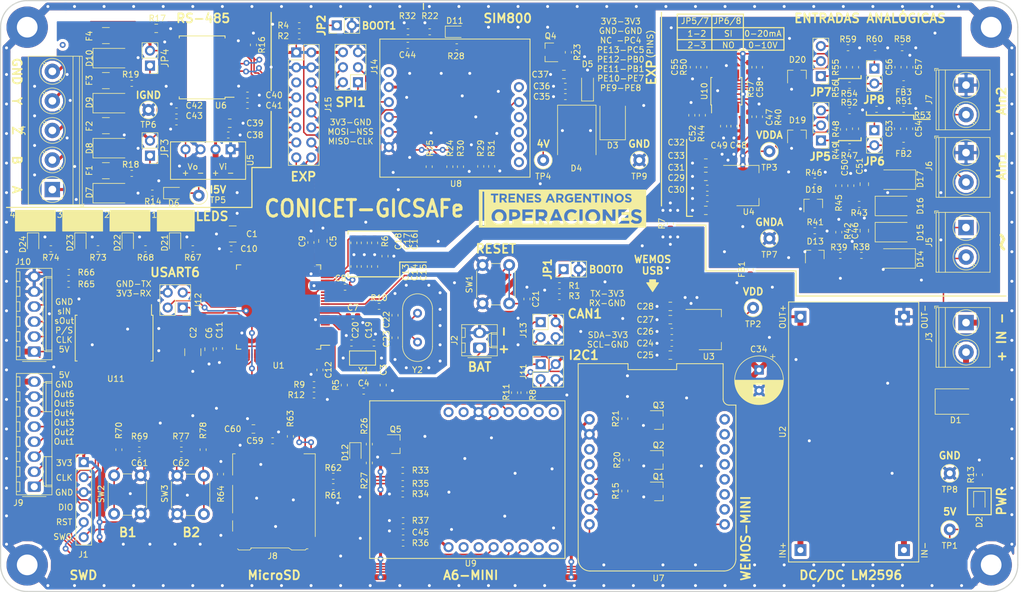
<source format=kicad_pcb>
(kicad_pcb (version 20171130) (host pcbnew 5.0.2+dfsg1-1~bpo9+1)
  (title_block (title "Adquisidor genérico - Placa Base") (date 2019-08-02) (rev V1.6) (company "Trenes Argentinos Operaciones") (comment 1 "Colaboradores: Santiago Germino") (comment 2 "Autor: Lucas Dórdolo"))
  (layers (0 F.Cu signal) (31 B.Cu signal) (34 B.Paste user) (35 F.Paste user) (36 B.SilkS user) (37 F.SilkS user) (38 B.Mask user) (39 F.Mask user) (44 Edge.Cuts user))
  (net 0 "")
  (net 1 "Net-(F1-Pad1)")
  (net 2 "Net-(F2-Pad1)")
  (net 3 "Net-(F3-Pad1)")
  (net 4 "Net-(F4-Pad1)")
  (net 5 "Net-(J4-Pad5)")
  (net 6 GND)
  (net 7 "Net-(D1-Pad2)")
  (net 8 "Net-(C54-Pad1)")
  (net 9 "Net-(C57-Pad1)")
  (net 10 "Net-(D14-Pad1)")
  (net 11 "Net-(D16-Pad1)")
  (net 12 /WiFi/B)
  (net 13 /WiFi/A)
  (net 14 /WiFi/Y)
  (net 15 /WiFi/Z)
  (net 16 Earth)
  (net 17 /MCU/PDR_ON)
  (net 18 VDD)
  (net 19 "Net-(R40-Pad1)")
  (net 20 /BOOT0)
  (net 21 "Net-(JP1-Pad1)")
  (net 22 "Net-(R38-Pad1)")
  (net 23 "Net-(C46-Pad1)")
  (net 24 "Net-(C45-Pad1)")
  (net 25 +5V)
  (net 26 "Net-(C44-Pad1)")
  (net 27 "Net-(C22-Pad1)")
  (net 28 /MCU/PH1)
  (net 29 /MCU/PH0)
  (net 30 "Net-(R33-Pad2)")
  (net 31 "Net-(D12-Pad2)")
  (net 32 "Net-(D2-Pad1)")
  (net 33 "Net-(D6-Pad1)")
  (net 34 "Net-(Q1-Pad1)")
  (net 35 "Net-(R15-Pad2)")
  (net 36 /MCU/PB2-BOOT1)
  (net 37 "Net-(JP2-Pad1)")
  (net 38 "Net-(JP3-Pad1)")
  (net 39 "Net-(JP4-Pad1)")
  (net 40 "Net-(R20-Pad2)")
  (net 41 "Net-(Q2-Pad1)")
  (net 42 "Net-(Q3-Pad1)")
  (net 43 "Net-(D11-Pad1)")
  (net 44 +4V)
  (net 45 "Net-(C29-Pad1)")
  (net 46 VDDA)
  (net 47 /MCU/VREF+)
  (net 48 /MCU/PC15)
  (net 49 /MCU/PC14)
  (net 50 "Net-(D12-Pad1)")
  (net 51 /MCU/VBAT)
  (net 52 "Net-(J8-Pad1)")
  (net 53 "Net-(C53-Pad1)")
  (net 54 "Net-(C56-Pad1)")
  (net 55 "Net-(R57-Pad1)")
  (net 56 "Net-(C56-Pad2)")
  (net 57 "Net-(JP8-Pad1)")
  (net 58 "Net-(J8-Pad8)")
  (net 59 "Net-(J8-Pad11)")
  (net 60 "Net-(J10-Pad4)")
  (net 61 "Net-(C61-Pad1)")
  (net 62 "Net-(JP7-Pad3)")
  (net 63 "Net-(C62-Pad1)")
  (net 64 "Net-(JP7-Pad1)")
  (net 65 /analogico/AIn1)
  (net 66 "Net-(R44-Pad1)")
  (net 67 "Net-(JP5-Pad1)")
  (net 68 "Net-(JP5-Pad3)")
  (net 69 "Net-(R50-Pad1)")
  (net 70 "Net-(C53-Pad2)")
  (net 71 "Net-(JP6-Pad1)")
  (net 72 +5P)
  (net 73 "Net-(D11-Pad2)")
  (net 74 "Net-(Q3-Pad3)")
  (net 75 /NRST)
  (net 76 "Net-(J9-Pad6)")
  (net 77 "Net-(J9-Pad5)")
  (net 78 "Net-(J9-Pad4)")
  (net 79 "Net-(J9-Pad3)")
  (net 80 "Net-(J9-Pad2)")
  (net 81 "Net-(J9-Pad1)")
  (net 82 /DIO/in_clk)
  (net 83 /DIO/par_ser)
  (net 84 "Net-(C1-Pad1)")
  (net 85 /MCU/TMS-SWDIO)
  (net 86 "Net-(C2-Pad1)")
  (net 87 /MCU/TCK-SWCLK)
  (net 88 /MCU/TDO-SWO)
  (net 89 "Net-(D3-Pad1)")
  (net 90 "Net-(D13-Pad3)")
  (net 91 "Net-(D18-Pad3)")
  (net 92 "Net-(D20-Pad3)")
  (net 93 "Net-(D19-Pad3)")
  (net 94 /WiFi/DTR_SIM800)
  (net 95 /WiFi/RX_SIM800)
  (net 96 /WiFi/TX_SIM800)
  (net 97 GNDA)
  (net 98 "Net-(D21-Pad2)")
  (net 99 "Net-(D22-Pad2)")
  (net 100 "Net-(D23-Pad2)")
  (net 101 "Net-(D24-Pad2)")
  (net 102 "Net-(J3-Pad1)")
  (net 103 /An_In1)
  (net 104 /An_In2)
  (net 105 /An_In3)
  (net 106 /An_In4)
  (net 107 /LED1)
  (net 108 /LED2)
  (net 109 /SW1)
  (net 110 /LED3)
  (net 111 /LED4)
  (net 112 /SW2)
  (net 113 "Net-(J8-Pad12)")
  (net 114 "Net-(J8-Pad14)")
  (net 115 "Net-(J8-Pad13)")
  (net 116 "Net-(U8-Pad1)")
  (net 117 "Net-(U8-Pad9)")
  (net 118 "Net-(U8-Pad8)")
  (net 119 "Net-(U8-Pad7)")
  (net 120 "Net-(U8-Pad10)")
  (net 121 "Net-(U8-Pad12)")
  (net 122 "Net-(U7-Pad16)")
  (net 123 "Net-(U7-Pad12)")
  (net 124 "Net-(U7-Pad11)")
  (net 125 "Net-(U7-Pad4)")
  (net 126 "Net-(U7-Pad3)")
  (net 127 "Net-(U9-Pad9)")
  (net 128 "Net-(U9-Pad16)")
  (net 129 "Net-(U9-Pad2)")
  (net 130 "Net-(U9-Pad3)")
  (net 131 "Net-(U9-Pad7)")
  (net 132 "Net-(U9-Pad8)")
  (net 133 "Net-(U9-Pad10)")
  (net 134 "Net-(U9-Pad11)")
  (net 135 "Net-(U9-Pad15)")
  (net 136 "Net-(U6-Pad7)")
  (net 137 "Net-(U6-Pad10)")
  (net 138 /MCU/PE2)
  (net 139 /MCU/PE3)
  (net 140 /MCU/PE4)
  (net 141 /MCU/PE5)
  (net 142 /MCU/PE6)
  (net 143 /MCU/PC13)
  (net 144 /MCU/TDI)
  (net 145 /MCU/PD1)
  (net 146 /MCU/PD7)
  (net 147 /MCU/nTRST)
  (net 148 /MCU/PB5)
  (net 149 /MCU/PE0)
  (net 150 /MCU/PE1)
  (net 151 "Net-(J15-Pad5)")
  (net 152 /RS-485_DE)
  (net 153 /S800_DTR)
  (net 154 /A6_INT)
  (net 155 /Reset_ESP)
  (net 156 /A6_ON)
  (net 157 /USART4_RX)
  (net 158 /USART4_TX)
  (net 159 /S800_ON)
  (net 160 /I2C1_SCL)
  (net 161 /uSD_D0)
  (net 162 /IN_Read)
  (net 163 /I2C1_SDA)
  (net 164 /uSD_CD)
  (net 165 /uSD_Cmd)
  (net 166 /uSD_CK)
  (net 167 /uSD_Det)
  (net 168 /USART1_TX)
  (net 169 /USART1_RX)
  (net 170 /USART2_RX)
  (net 171 /USART2_TX)
  (net 172 /OUT_EN)
  (net 173 /IN_P-S)
  (net 174 /IN_CLK)
  (net 175 /OUT_1)
  (net 176 /OUT_2)
  (net 177 /OUT_3)
  (net 178 /OUT_4)
  (net 179 /OUT_5)
  (net 180 /OUT_6)
  (net 181 /RS-485_R)
  (net 182 /RS-485_RE)
  (net 183 /RS-485_D)
  (net 184 /SPI1_NSS)
  (net 185 /SPI1_CK)
  (net 186 /SPI1_MISO)
  (net 187 /SPI1_MOSI)
  (net 188 /EXP_PIN1)
  (net 189 /EXP_PIN3)
  (net 190 /EXP_PIN5)
  (net 191 /EXP_PIN7)
  (net 192 /EXP_PIN9)
  (net 193 /EXP_PIN11)
  (net 194 /EXP_PIN10)
  (net 195 /EXP_PIN8)
  (net 196 /EXP_PIN6)
  (net 197 /EXP_PIN4)
  (net 198 /EXP_PIN2)
  (net 199 /USART6_TX)
  (net 200 /USART6_RX)
  (net 201 /CAN1_RX)
  (net 202 /CAN1_TX)
  (net 203 "Net-(U7-Pad15)")
  (net 204 "Net-(U7-Pad14)")
  (net 205 "Net-(U7-Pad13)")
  (net 206 "Net-(U7-Pad10)")
  (module Propios:SIP4-RFM0505S (layer F.Cu) (at 108.895 65.171 180)
    (fp_text reference U5 (at -3.355 -1.829 270) (layer F.SilkS))
    (fp_text value RFM-0505S)
    (fp_text user - (at 0 -3.968 180) (layer F.SilkS))
    (fp_text user - (at 5.08 -3.968 180) (layer F.SilkS))
    (fp_text user + (at 2.54 -3.968 180) (layer F.SilkS))
    (fp_text user + (at 7.62 -3.968 180) (layer F.SilkS))
    (fp_text user Vi (at 1.27 -2.952 180) (layer F.SilkS))
    (fp_text user Vo (at 6.395 -2.952 180) (layer F.SilkS))
    (pad 1 thru_hole rect (at 0 0 180) (size 1.7 1.7) (drill 1) (layers *.Cu *.Mask) (net 6 GND))
    (pad 2 thru_hole circle (at 2.54 0 180) (size 1.7 1.7) (drill 1) (layers *.Cu *.Mask) (net 25 +5V))
    (pad 3 thru_hole circle (at 5.08 0 180) (size 1.7 1.7) (drill 1) (layers *.Cu *.Mask) (net 16 Earth))
    (pad 4 thru_hole circle (at 7.62 0 180) (size 1.7 1.7) (drill 1) (layers *.Cu *.Mask) (net 72 +5P))
  )
  (module Propios:modulo_dc-dc-LM2596 (layer F.Cu) (at 205.25 133 90)
    (fp_text reference U2 (at 20 -3 90) (layer F.SilkS))
    (fp_text value DC-DC_Step-Down)
    (fp_text user IN+ (at 0 -3 90) (layer F.SilkS))
    (fp_text user IN- (at 0 21 90) (layer F.SilkS))
    (fp_text user OUT+ (at 39.5 -3 90) (layer F.SilkS))
    (fp_text user OUT- (at 39.5 21 90) (layer F.SilkS))
    (pad 1 thru_hole rect (at 0 0 90) (size 2 2) (drill 1) (layers *.Cu *.Mask) (net 65 /analogico/AIn1))
    (pad 2 thru_hole rect (at 0 17.5 90) (size 2 2) (drill 1) (layers *.Cu *.Mask) (net 102 "Net-(J3-Pad1)"))
    (pad 3 thru_hole rect (at 39.5 0 90) (size 2 2) (drill 1) (layers *.Cu *.Mask) (net 25 +5V))
    (pad 4 thru_hole rect (at 39.5 17.5 90) (size 2 2) (drill 1) (layers *.Cu *.Mask) (net 6 GND))
  )
  (module Propios:SIM800L_mod (layer F.Cu) (at 135.65 52.1)
    (fp_text reference U8 (at 11.35 18.9) (layer F.SilkS))
    (fp_text value SIM800L_modulo)
    (pad 1 thru_hole circle (at 0 0) (size 1.7 1.7) (drill 1) (layers *.Cu *.Mask) (net 116 "Net-(U8-Pad1)"))
    (pad 11 thru_hole circle (at 22 5.08) (size 1.7 1.7) (drill 1) (layers *.Cu *.Mask) (net 94 /WiFi/DTR_SIM800))
    (pad 9 thru_hole circle (at 22 10.16) (size 1.7 1.7) (drill 1) (layers *.Cu *.Mask) (net 117 "Net-(U8-Pad9)"))
    (pad 8 thru_hole circle (at 22 12.7) (size 1.7 1.7) (drill 1) (layers *.Cu *.Mask) (net 118 "Net-(U8-Pad8)"))
    (pad 7 thru_hole circle (at 22 15.24) (size 1.7 1.7) (drill 1) (layers *.Cu *.Mask) (net 119 "Net-(U8-Pad7)"))
    (pad 10 thru_hole circle (at 22 7.62) (size 1.7 1.7) (drill 1) (layers *.Cu *.Mask) (net 120 "Net-(U8-Pad10)"))
    (pad 12 thru_hole circle (at 22 2.54) (size 1.7 1.7) (drill 1) (layers *.Cu *.Mask) (net 121 "Net-(U8-Pad12)"))
    (pad 2 thru_hole circle (at 0 2.54) (size 1.7 1.7) (drill 1) (layers *.Cu *.Mask) (net 73 "Net-(D11-Pad2)"))
    (pad 3 thru_hole circle (at 0 5.08) (size 1.7 1.7) (drill 1) (layers *.Cu *.Mask) (net 26 "Net-(C44-Pad1)"))
    (pad 4 thru_hole circle (at 0 7.62) (size 1.7 1.7) (drill 1) (layers *.Cu *.Mask) (net 95 /WiFi/RX_SIM800))
    (pad 5 thru_hole circle (at 0 10.16) (size 1.7 1.7) (drill 1) (layers *.Cu *.Mask) (net 96 /WiFi/TX_SIM800))
    (pad 6 thru_hole circle (at 0 12.7) (size 1.7 1.7) (drill 1) (layers *.Cu *.Mask) (net 6 GND))
  )
  (module Propios:Modulo_A6_mini (layer F.Cu) (at 145.75 132.5 90)
    (fp_text reference U9 (at -2.75 3.75 180) (layer F.SilkS))
    (fp_text value Modulo_A6_Mini)
    (pad 1 thru_hole circle (at 0 0 90) (size 1.7 1.7) (drill 1) (layers *.Cu *.Mask) (net 31 "Net-(D12-Pad2)"))
    (pad 9 thru_hole circle (at 22.86 17.78 90) (size 1.7 1.7) (drill 1) (layers *.Cu *.Mask) (net 127 "Net-(U9-Pad9)"))
    (pad 16 thru_hole circle (at 22.86 0 90) (size 1.7 1.7) (drill 1) (layers *.Cu *.Mask) (net 128 "Net-(U9-Pad16)"))
    (pad 2 thru_hole circle (at 0 2.54 90) (size 1.7 1.7) (drill 1) (layers *.Cu *.Mask) (net 129 "Net-(U9-Pad2)"))
    (pad 3 thru_hole circle (at 0 5.08 90) (size 1.7 1.7) (drill 1) (layers *.Cu *.Mask) (net 130 "Net-(U9-Pad3)"))
    (pad 4 thru_hole circle (at 0 7.62 90) (size 1.7 1.7) (drill 1) (layers *.Cu *.Mask) (net 30 "Net-(R33-Pad2)"))
    (pad 5 thru_hole circle (at 0 10.16 90) (size 1.7 1.7) (drill 1) (layers *.Cu *.Mask) (net 154 /A6_INT))
    (pad 6 thru_hole circle (at 0 12.7 90) (size 1.7 1.7) (drill 1) (layers *.Cu *.Mask) (net 24 "Net-(C45-Pad1)"))
    (pad 7 thru_hole circle (at 0 15.24 90) (size 1.7 1.7) (drill 1) (layers *.Cu *.Mask) (net 131 "Net-(U9-Pad7)"))
    (pad 8 thru_hole circle (at 0 17.78 90) (size 1.7 1.7) (drill 1) (layers *.Cu *.Mask) (net 132 "Net-(U9-Pad8)"))
    (pad 10 thru_hole circle (at 22.86 15.24 90) (size 1.7 1.7) (drill 1) (layers *.Cu *.Mask) (net 133 "Net-(U9-Pad10)"))
    (pad 11 thru_hole circle (at 22.86 12.7 90) (size 1.7 1.7) (drill 1) (layers *.Cu *.Mask) (net 134 "Net-(U9-Pad11)"))
    (pad 12 thru_hole circle (at 22.86 10.16 90) (size 1.7 1.7) (drill 1) (layers *.Cu *.Mask) (net 170 /USART2_RX))
    (pad 13 thru_hole circle (at 22.86 7.62 90) (size 1.7 1.7) (drill 1) (layers *.Cu *.Mask) (net 171 /USART2_TX))
    (pad 14 thru_hole circle (at 22.86 5.08 90) (size 1.7 1.7) (drill 1) (layers *.Cu *.Mask) (net 6 GND))
    (pad 15 thru_hole circle (at 22.86 2.54 90) (size 1.7 1.7) (drill 1) (layers *.Cu *.Mask) (net 135 "Net-(U9-Pad15)"))
  )
  (module Propios:microSD_HC_Hirose_DM3AT-SF-PEJM5 (layer F.Cu) (at 116.215 124.587)
    (fp_text reference J8 (at -0.215 9.413) (layer F.SilkS))
    (fp_text value Micro_SD_Card_Det_Hirose_DM3AT)
    (pad 9 smd rect (at -5.875 -7.725) (size 0.7 1.2) (layers F.Cu F.Paste F.Mask) (net 6 GND))
    (pad 8 smd rect (at -4.925 -7.725) (size 0.7 1.2) (layers F.Cu F.Paste F.Mask) (net 58 "Net-(J8-Pad8)"))
    (pad 1 smd rect (at 2.775 -7.725) (size 0.7 1.2) (layers F.Cu F.Paste F.Mask) (net 52 "Net-(J8-Pad1)"))
    (pad 2 smd rect (at 1.675 -7.725) (size 0.7 1.2) (layers F.Cu F.Paste F.Mask) (net 164 /uSD_CD))
    (pad 3 smd rect (at 0.575 -7.725) (size 0.7 1.2) (layers F.Cu F.Paste F.Mask) (net 165 /uSD_Cmd))
    (pad 4 smd rect (at -0.525 -7.725) (size 0.7 1.2) (layers F.Cu F.Paste F.Mask) (net 18 VDD))
    (pad 5 smd rect (at -1.625 -7.725) (size 0.7 1.2) (layers F.Cu F.Paste F.Mask) (net 166 /uSD_CK))
    (pad 6 smd rect (at -2.725 -7.725) (size 0.7 1.2) (layers F.Cu F.Paste F.Mask) (net 6 GND))
    (pad 7 smd rect (at -3.825 -7.725) (size 0.7 1.2) (layers F.Cu F.Paste F.Mask) (net 161 /uSD_D0))
    (pad 12 smd rect (at 4.325 -7.725) (size 1 1.2) (layers F.Cu F.Paste F.Mask) (net 113 "Net-(J8-Pad12)"))
    (pad 11 smd rect (at -6.825 -3.425) (size 1 1.2) (layers F.Cu F.Paste F.Mask) (net 59 "Net-(J8-Pad11)"))
    (pad 10 smd rect (at -6.825 2.775) (size 1 0.8) (layers F.Cu F.Paste F.Mask) (net 167 /uSD_Det))
    (pad 14 smd rect (at -6.825 6.925) (size 1 2.8) (layers F.Cu F.Paste F.Mask) (net 114 "Net-(J8-Pad14)"))
    (pad 13 smd rect (at 6.675 7.375) (size 1.3 1.9) (layers F.Cu F.Paste F.Mask) (net 115 "Net-(J8-Pad13)"))
  )
  (module Propios:TerminalBlock_Phoenix_PT-1,5-2-5.0-H_1x02_P5.00mm_Horizontal_con_modelo3d (layer F.Cu) (at 233.25 65.73 270)
    (fp_text reference J6 (at 2.27 6.25 270) (layer F.SilkS))
    (fp_text value AN1)
    (pad 2 thru_hole circle (at 5 0 270) (size 2.6 2.6) (drill 1.3) (layers *.Cu *.Mask) (net 8 "Net-(C54-Pad1)"))
    (pad 1 thru_hole rect (at 0 0 270) (size 2.6 2.6) (drill 1.3) (layers *.Cu *.Mask) (net 97 GNDA))
  )
  (module Propios:TerminalBlock_Phoenix_PT-1,5-2-5.0-H_1x02_P5.00mm_Horizontal_con_modelo3d (layer F.Cu) (at 233.25 54.3 270)
    (fp_text reference J7 (at 2.45 6.25 270) (layer F.SilkS))
    (fp_text value AN2)
    (pad 1 thru_hole rect (at 0 0 270) (size 2.6 2.6) (drill 1.3) (layers *.Cu *.Mask) (net 97 GNDA))
    (pad 2 thru_hole circle (at 5 0 270) (size 2.6 2.6) (drill 1.3) (layers *.Cu *.Mask) (net 9 "Net-(C57-Pad1)"))
  )
  (module Propios:TerminalBlock_Phoenix_PT-1,5-2-5.0-H_1x02_P5.00mm_Horizontal_con_modelo3d (layer F.Cu) (at 233.25 94.5 270)
    (fp_text reference J3 (at 2.5 6.25 270) (layer F.SilkS))
    (fp_text value "Entrada 24V")
    (pad 2 thru_hole circle (at 5 0 270) (size 2.6 2.6) (drill 1.3) (layers *.Cu *.Mask) (net 7 "Net-(D1-Pad2)"))
    (pad 1 thru_hole rect (at 0 0 270) (size 2.6 2.6) (drill 1.3) (layers *.Cu *.Mask) (net 102 "Net-(J3-Pad1)"))
  )
  (module Propios:TerminalBlock_Phoenix_PT-1,5-2-5.0-H_1x02_P5.00mm_Horizontal_con_modelo3d (layer F.Cu) (at 233.25 78.41 270)
    (fp_text reference J5 (at 2.5 6.25 270) (layer F.SilkS))
    (fp_text value TV_6V)
    (pad 1 thru_hole rect (at 0 0 270) (size 2.6 2.6) (drill 1.3) (layers *.Cu *.Mask) (net 11 "Net-(D16-Pad1)"))
    (pad 2 thru_hole circle (at 5 0 270) (size 2.6 2.6) (drill 1.3) (layers *.Cu *.Mask) (net 10 "Net-(D14-Pad1)"))
  )
  (module Propios:TerminalBlock_Phoenix_PT-1,5-5-5.0-H_1x05_P5.00mm_Horizontal_con_modelo3d (layer F.Cu) (at 78.75 71.975 90)
    (fp_text reference J4 (at 10 -5.06 90) (layer F.SilkS))
    (fp_text value RS-485)
    (pad 1 thru_hole rect (at 0 0 90) (size 2.6 2.6) (drill 1.3) (layers *.Cu *.Mask) (net 1 "Net-(F1-Pad1)"))
    (pad 2 thru_hole circle (at 5 0 90) (size 2.6 2.6) (drill 1.3) (layers *.Cu *.Mask) (net 2 "Net-(F2-Pad1)"))
    (pad 3 thru_hole circle (at 10 0 90) (size 2.6 2.6) (drill 1.3) (layers *.Cu *.Mask) (net 3 "Net-(F3-Pad1)"))
    (pad 4 thru_hole circle (at 15 0 90) (size 2.6 2.6) (drill 1.3) (layers *.Cu *.Mask) (net 4 "Net-(F4-Pad1)"))
    (pad 5 thru_hole circle (at 20 0 90) (size 2.6 2.6) (drill 1.3) (layers *.Cu *.Mask) (net 5 "Net-(J4-Pad5)"))
  )
  (module Fiducial:Fiducial_0.5mm_Dia_1mm_Outer (layer F.Cu) (at 109.109 99.756)
    (fp_text reference FD4 hide)
    (fp_text value Fiducial)
    (pad "" smd circle (at 0 0) (size 0.5 0.5) (layers F.Cu F.Mask) (clearance 0.25))
  )
  (module Fiducial:Fiducial_0.5mm_Dia_1mm_Outer (layer F.Cu) (at 124.909 83.956)
    (fp_text reference FD5 hide)
    (fp_text value Fiducial)
    (pad "" smd circle (at 0 0) (size 0.5 0.5) (layers F.Cu F.Mask) (clearance 0.25))
  )
  (module Fiducial:Fiducial_1mm_Dia_2mm_Outer (layer F.Cu) (at 230.5 135)
    (fp_text reference FD1 hide)
    (fp_text value Fiducial)
    (pad "" smd circle (at 0 0) (size 1 1) (layers F.Cu F.Mask) (clearance 0.5))
  )
  (module Fiducial:Fiducial_1mm_Dia_2mm_Outer (layer F.Cu) (at 230.5 45)
    (fp_text reference FD2 hide)
    (fp_text value Fiducial)
    (pad "" smd circle (at 0 0) (size 1 1) (layers F.Cu F.Mask) (clearance 0.5))
  )
  (module Fiducial:Fiducial_1mm_Dia_2mm_Outer (layer F.Cu) (at 81 45)
    (fp_text reference FD3 hide)
    (fp_text value Fiducial)
    (pad "" smd circle (at 0 0) (size 1 1) (layers F.Cu F.Mask) (clearance 0.5))
  )
  (module TestPoint:TestPoint_Loop_D2.50mm_Drill1.0mm (layer F.Cu) (at 103.5 73)
    (fp_text reference TP5 (at 3.25 0.75) (layer F.SilkS))
    (fp_text value TestPoint)
    (pad 1 thru_hole circle (at 0 0) (size 2 2) (drill 1) (layers *.Cu *.Mask) (net 72 +5P))
  )
  (module TestPoint:TestPoint_Loop_D2.50mm_Drill1.0mm (layer F.Cu) (at 178 67)
    (fp_text reference TP9 (at 0 2.75) (layer F.SilkS))
    (fp_text value TestPoint)
    (pad 1 thru_hole circle (at 0 0) (size 2 2) (drill 1) (layers *.Cu *.Mask) (net 6 GND))
  )
  (module TestPoint:TestPoint_Loop_D2.50mm_Drill1.0mm (layer F.Cu) (at 230.5 120)
    (fp_text reference TP8 (at 0 2.75 180) (layer F.SilkS))
    (fp_text value TestPoint)
    (pad 1 thru_hole circle (at 0 0) (size 2 2) (drill 1) (layers *.Cu *.Mask) (net 6 GND))
  )
  (module TestPoint:TestPoint_Loop_D2.50mm_Drill1.0mm (layer F.Cu) (at 200 80.25)
    (fp_text reference TP7 (at 0 2.75) (layer F.SilkS))
    (fp_text value TestPoint)
    (pad 1 thru_hole circle (at 0 0) (size 2 2) (drill 1) (layers *.Cu *.Mask) (net 97 GNDA))
  )
  (module TestPoint:TestPoint_Loop_D2.50mm_Drill1.0mm (layer F.Cu) (at 161.75 67)
    (fp_text reference TP4 (at 0 2.75) (layer F.SilkS))
    (fp_text value TestPoint)
    (pad 1 thru_hole circle (at 0 0) (size 2 2) (drill 1) (layers *.Cu *.Mask) (net 44 +4V))
  )
  (module TestPoint:TestPoint_Loop_D2.50mm_Drill1.0mm (layer F.Cu) (at 200 65.5)
    (fp_text reference TP3 (at 0 2.75 180) (layer F.SilkS))
    (fp_text value TestPoint)
    (pad 1 thru_hole circle (at 0 0) (size 2 2) (drill 1) (layers *.Cu *.Mask) (net 46 VDDA))
  )
  (module TestPoint:TestPoint_Loop_D2.50mm_Drill1.0mm (layer F.Cu) (at 197.25 92)
    (fp_text reference TP2 (at 0 2.75) (layer F.SilkS))
    (fp_text value TestPoint)
    (pad 1 thru_hole circle (at 0 0) (size 2 2) (drill 1) (layers *.Cu *.Mask) (net 18 VDD))
  )
  (module TestPoint:TestPoint_Loop_D2.50mm_Drill1.0mm (layer F.Cu) (at 95 58.5)
    (fp_text reference TP6 (at 0 2.5) (layer F.SilkS))
    (fp_text value TestPoint)
    (pad 1 thru_hole circle (at 0 0) (size 2 2) (drill 1) (layers *.Cu *.Mask) (net 16 Earth))
  )
  (module TestPoint:TestPoint_Loop_D2.50mm_Drill1.0mm (layer F.Cu) (at 230.5 129.5)
    (fp_text reference TP1 (at 0 2.75 180) (layer F.SilkS))
    (fp_text value TestPoint)
    (pad 1 thru_hole circle (at 0 0) (size 2 2) (drill 1) (layers *.Cu *.Mask) (net 25 +5V))
  )
  (module Diode_SMD:D_SOD-123 (layer F.Cu) (at 169.25 54.75 90)
    (fp_text reference D5 (at 4 0) (layer F.SilkS))
    (fp_text value "BZT52-B5V1X ")
    (pad 1 smd rect (at -1.65 0 90) (size 0.9 1.2) (layers F.Cu F.Paste F.Mask) (net 44 +4V))
    (pad 2 smd rect (at 1.65 0 90) (size 0.9 1.2) (layers F.Cu F.Paste F.Mask) (net 6 GND))
  )
  (module wemos:wemos-d1-mini-with-pin-header-and-connector (layer F.Cu) (at 181 119.75 270)
    (fp_text reference U7 (at 18 -0.25) (layer F.SilkS))
    (fp_text value WeMos_mini)
    (pad 16 thru_hole circle (at -8.89 -11.43 270) (size 1.8 1.8) (drill 1.016) (layers *.Cu *.Mask) (net 122 "Net-(U7-Pad16)"))
    (pad 1 thru_hole circle (at -8.89 11.43 270) (size 1.8 1.8) (drill 1.016) (layers *.Cu *.Mask) (net 25 +5V))
    (pad 15 thru_hole circle (at -6.35 -11.43 270) (size 1.8 1.8) (drill 1.016) (layers *.Cu *.Mask) (net 203 "Net-(U7-Pad15)"))
    (pad 2 thru_hole circle (at -6.35 11.43 270) (size 1.8 1.8) (drill 1.016) (layers *.Cu *.Mask) (net 6 GND))
    (pad 14 thru_hole circle (at -3.81 -11.43 270) (size 1.8 1.8) (drill 1.016) (layers *.Cu *.Mask) (net 204 "Net-(U7-Pad14)"))
    (pad 3 thru_hole circle (at -3.81 11.43 270) (size 1.8 1.8) (drill 1.016) (layers *.Cu *.Mask) (net 126 "Net-(U7-Pad3)"))
    (pad 13 thru_hole circle (at -1.27 -11.43 270) (size 1.8 1.8) (drill 1.016) (layers *.Cu *.Mask) (net 205 "Net-(U7-Pad13)"))
    (pad 4 thru_hole circle (at -1.27 11.43 270) (size 1.8 1.8) (drill 1.016) (layers *.Cu *.Mask) (net 125 "Net-(U7-Pad4)"))
    (pad 12 thru_hole circle (at 1.27 -11.43 270) (size 1.8 1.8) (drill 1.016) (layers *.Cu *.Mask) (net 123 "Net-(U7-Pad12)"))
    (pad 5 thru_hole circle (at 1.27 11.43 270) (size 1.8 1.8) (drill 1.016) (layers *.Cu *.Mask) (net 40 "Net-(R20-Pad2)"))
    (pad 11 thru_hole circle (at 3.81 -11.43 270) (size 1.8 1.8) (drill 1.016) (layers *.Cu *.Mask) (net 124 "Net-(U7-Pad11)"))
    (pad 6 thru_hole circle (at 3.81 11.43 270) (size 1.8 1.8) (drill 1.016) (layers *.Cu *.Mask) (net 35 "Net-(R15-Pad2)"))
    (pad 10 thru_hole circle (at 6.35 -11.43 270) (size 1.8 1.8) (drill 1.016) (layers *.Cu *.Mask) (net 206 "Net-(U7-Pad10)"))
    (pad 7 thru_hole circle (at 6.35 11.43 270) (size 1.8 1.8) (drill 1.016) (layers *.Cu *.Mask) (net 168 /USART1_TX))
    (pad 9 thru_hole circle (at 8.89 -11.43 270) (size 1.8 1.8) (drill 1.016) (layers *.Cu *.Mask) (net 74 "Net-(Q3-Pad3)"))
    (pad 8 thru_hole circle (at 8.89 11.43 270) (size 1.8 1.8) (drill 1.016) (layers *.Cu *.Mask) (net 169 /USART1_RX))
  )
  (module Diode_SMD:D_SMC (layer F.Cu) (at 167.436 62.5 270)
    (fp_text reference D4 (at 5.886 0.086) (layer F.SilkS))
    (fp_text value B340)
    (pad 1 smd rect (at -3.4 0) (size 3.3 2.5) (layers F.Cu F.Paste F.Mask) (net 44 +4V))
    (pad 2 smd rect (at 3.4 0) (size 3.3 2.5) (layers F.Cu F.Paste F.Mask) (net 89 "Net-(D3-Pad1)"))
  )
  (module Capacitor_SMD:C_0603_1608Metric (layer F.Cu) (at 134.698 105.064 270)
    (fp_text reference C3 (at -2.564 -0.052 270) (layer F.SilkS))
    (fp_text value 1Uf)
    (pad 2 smd roundrect (at 0.7875 0 270) (size 0.875 0.95) (layers F.Cu F.Paste F.Mask) (net 6 GND))
    (pad 1 smd roundrect (at -0.7875 0 270) (size 0.875 0.95) (layers F.Cu F.Paste F.Mask) (net 51 /MCU/VBAT))
  )
  (module Capacitor_SMD:C_0603_1608Metric (layer F.Cu) (at 187.134 51.276 270)
    (fp_text reference C55 (at -0.026 3.134 270) (layer F.SilkS))
    (fp_text value 100nF)
    (pad 1 smd roundrect (at -0.7875 0 270) (size 0.875 0.95) (layers F.Cu F.Paste F.Mask) (net 105 /An_In3))
    (pad 2 smd roundrect (at 0.7875 0 270) (size 0.875 0.95) (layers F.Cu F.Paste F.Mask) (net 97 GNDA))
  )
  (module Capacitor_SMD:C_0603_1608Metric (layer F.Cu) (at 189.5 73.5 180)
    (fp_text reference C29 (at 5.25 3.5 180) (layer F.SilkS))
    (fp_text value 100nF)
    (pad 2 smd roundrect (at 0.7875 0 180) (size 0.875 0.95) (layers F.Cu F.Paste F.Mask) (net 97 GNDA))
    (pad 1 smd roundrect (at -0.7875 0 180) (size 0.875 0.95) (layers F.Cu F.Paste F.Mask) (net 45 "Net-(C29-Pad1)"))
  )
  (module Capacitor_SMD:C_0603_1608Metric (layer F.Cu) (at 93.454 116.84)
    (fp_text reference C61 (at 0.046 1.41) (layer F.SilkS))
    (fp_text value 100nF)
    (pad 1 smd roundrect (at -0.7875 0) (size 0.875 0.95) (layers F.Cu F.Paste F.Mask) (net 61 "Net-(C61-Pad1)"))
    (pad 2 smd roundrect (at 0.7875 0) (size 0.875 0.95) (layers F.Cu F.Paste F.Mask) (net 6 GND))
  )
  (module Capacitor_SMD:C_0603_1608Metric (layer F.Cu) (at 189.5 71.75 180)
    (fp_text reference C31 (at 5.25 3.5 180) (layer F.SilkS))
    (fp_text value 100nF)
    (pad 2 smd roundrect (at 0.7875 0 180) (size 0.875 0.95) (layers F.Cu F.Paste F.Mask) (net 97 GNDA))
    (pad 1 smd roundrect (at -0.7875 0 180) (size 0.875 0.95) (layers F.Cu F.Paste F.Mask) (net 46 VDDA))
  )
  (module Capacitor_SMD:C_0603_1608Metric (layer F.Cu) (at 223.71 61.69 90)
    (fp_text reference C54 (at 0 1.54 90) (layer F.SilkS))
    (fp_text value 1nF)
    (pad 1 smd roundrect (at -0.7875 0 90) (size 0.875 0.95) (layers F.Cu F.Paste F.Mask) (net 8 "Net-(C54-Pad1)"))
    (pad 2 smd roundrect (at 0.7875 0 90) (size 0.875 0.95) (layers F.Cu F.Paste F.Mask) (net 97 GNDA))
  )
  (module Capacitor_SMD:C_0603_1608Metric (layer F.Cu) (at 221.678 61.69 90)
    (fp_text reference C53 (at 0 -1.43 90) (layer F.SilkS))
    (fp_text value 470pF)
    (pad 2 smd roundrect (at 0.7875 0 90) (size 0.875 0.95) (layers F.Cu F.Paste F.Mask) (net 70 "Net-(C53-Pad2)"))
    (pad 1 smd roundrect (at -0.7875 0 90) (size 0.875 0.95) (layers F.Cu F.Paste F.Mask) (net 53 "Net-(C53-Pad1)"))
  )
  (module Capacitor_SMD:C_0603_1608Metric (layer F.Cu) (at 100.566 116.84 180)
    (fp_text reference C62 (at 0.066 -1.41 180) (layer F.SilkS))
    (fp_text value 100nF)
    (pad 1 smd roundrect (at -0.7875 0 180) (size 0.875 0.95) (layers F.Cu F.Paste F.Mask) (net 63 "Net-(C62-Pad1)"))
    (pad 2 smd roundrect (at 0.7875 0 180) (size 0.875 0.95) (layers F.Cu F.Paste F.Mask) (net 6 GND))
  )
  (module Capacitor_SMD:C_0603_1608Metric (layer F.Cu) (at 223.75 51.276 90)
    (fp_text reference C57 (at 0.026 1.5 90) (layer F.SilkS))
    (fp_text value 1nF)
    (pad 2 smd roundrect (at 0.7875 0 90) (size 0.875 0.95) (layers F.Cu F.Paste F.Mask) (net 97 GNDA))
    (pad 1 smd roundrect (at -0.7875 0 90) (size 0.875 0.95) (layers F.Cu F.Paste F.Mask) (net 9 "Net-(C57-Pad1)"))
  )
  (module Capacitor_SMD:C_0603_1608Metric (layer F.Cu) (at 165.5 54.5 180)
    (fp_text reference C36 (at 4 0 180) (layer F.SilkS))
    (fp_text value 33p)
    (pad 1 smd roundrect (at -0.7875 0 180) (size 0.875 0.95) (layers F.Cu F.Paste F.Mask) (net 44 +4V))
    (pad 2 smd roundrect (at 0.7875 0 180) (size 0.875 0.95) (layers F.Cu F.Paste F.Mask) (net 6 GND))
  )
  (module Capacitor_SMD:C_0603_1608Metric (layer F.Cu) (at 186.88 59.404 90)
    (fp_text reference C52 (at -3.096 0.12 90) (layer F.SilkS))
    (fp_text value 100nF)
    (pad 2 smd roundrect (at 0.7875 0 90) (size 0.875 0.95) (layers F.Cu F.Paste F.Mask) (net 97 GNDA))
    (pad 1 smd roundrect (at -0.7875 0 90) (size 0.875 0.95) (layers F.Cu F.Paste F.Mask) (net 104 /An_In2))
  )
  (module Capacitor_SMD:C_0603_1608Metric (layer F.Cu) (at 131.396 106.08)
    (fp_text reference C4 (at 0 -1.33) (layer F.SilkS))
    (fp_text value 100nF)
    (pad 1 smd roundrect (at -0.7875 0) (size 0.875 0.95) (layers F.Cu F.Paste F.Mask) (net 18 VDD))
    (pad 2 smd roundrect (at 0.7875 0) (size 0.875 0.95) (layers F.Cu F.Paste F.Mask) (net 6 GND))
  )
  (module Capacitor_SMD:C_0603_1608Metric (layer F.Cu) (at 198.31 59.658 90)
    (fp_text reference C47 (at -0.092 1.69 90) (layer F.SilkS))
    (fp_text value 100nF)
    (pad 2 smd roundrect (at 0.7875 0 90) (size 0.875 0.95) (layers F.Cu F.Paste F.Mask) (net 97 GNDA))
    (pad 1 smd roundrect (at -0.7875 0 90) (size 0.875 0.95) (layers F.Cu F.Paste F.Mask) (net 103 /An_In1))
  )
  (module Capacitor_SMD:C_0603_1608Metric (layer F.Cu) (at 213.768 71.322 90)
    (fp_text reference C50 (at 3.072 -1.018 270) (layer F.SilkS))
    (fp_text value 100nF)
    (pad 1 smd roundrect (at -0.7875 0 90) (size 0.875 0.95) (layers F.Cu F.Paste F.Mask) (net 65 /analogico/AIn1))
    (pad 2 smd roundrect (at 0.7875 0 90) (size 0.875 0.95) (layers F.Cu F.Paste F.Mask) (net 97 GNDA))
  )
  (module Capacitor_SMD:C_0603_1608Metric (layer F.Cu) (at 138.063 129.921 180)
    (fp_text reference C45 (at -2.937 -0.079 180) (layer F.SilkS))
    (fp_text value 100nF)
    (pad 2 smd roundrect (at 0.7875 0 180) (size 0.875 0.95) (layers F.Cu F.Paste F.Mask) (net 6 GND))
    (pad 1 smd roundrect (at -0.7875 0 180) (size 0.875 0.95) (layers F.Cu F.Paste F.Mask) (net 24 "Net-(C45-Pad1)"))
  )
  (module Capacitor_SMD:C_0603_1608Metric (layer F.Cu) (at 138.863 47.566 180)
    (fp_text reference C44 (at 0.063 -1.634 180) (layer F.SilkS))
    (fp_text value 100nF)
    (pad 1 smd roundrect (at -0.7875 0 180) (size 0.875 0.95) (layers F.Cu F.Paste F.Mask) (net 26 "Net-(C44-Pad1)"))
    (pad 2 smd roundrect (at 0.7875 0 180) (size 0.875 0.95) (layers F.Cu F.Paste F.Mask) (net 6 GND))
  )
  (module Capacitor_SMD:C_0603_1608Metric (layer F.Cu) (at 99.735 60.528 180)
    (fp_text reference C43 (at -3.015 1.028 180) (layer F.SilkS))
    (fp_text value 100nF)
    (pad 2 smd roundrect (at 0.7875 0 180) (size 0.875 0.95) (layers F.Cu F.Paste F.Mask) (net 16 Earth))
    (pad 1 smd roundrect (at -0.7875 0 180) (size 0.875 0.95) (layers F.Cu F.Paste F.Mask) (net 72 +5P))
  )
  (module Capacitor_SMD:C_0603_1608Metric (layer F.Cu) (at 99.735 58.674 180)
    (fp_text reference C42 (at -3.015 0.924 180) (layer F.SilkS))
    (fp_text value 1Uf)
    (pad 1 smd roundrect (at -0.7875 0 180) (size 0.875 0.95) (layers F.Cu F.Paste F.Mask) (net 72 +5P))
    (pad 2 smd roundrect (at 0.7875 0 180) (size 0.875 0.95) (layers F.Cu F.Paste F.Mask) (net 16 Earth))
  )
  (module Capacitor_SMD:C_0603_1608Metric (layer F.Cu) (at 111.75 57.75)
    (fp_text reference C41 (at 4.5 0) (layer F.SilkS))
    (fp_text value 100nF)
    (pad 2 smd roundrect (at 0.7875 0) (size 0.875 0.95) (layers F.Cu F.Paste F.Mask) (net 6 GND))
    (pad 1 smd roundrect (at -0.7875 0) (size 0.875 0.95) (layers F.Cu F.Paste F.Mask) (net 18 VDD))
  )
  (module Capacitor_SMD:C_0603_1608Metric (layer F.Cu) (at 111.75 56)
    (fp_text reference C40 (at 4.5 0) (layer F.SilkS))
    (fp_text value 1Uf)
    (pad 1 smd roundrect (at -0.7875 0) (size 0.875 0.95) (layers F.Cu F.Paste F.Mask) (net 18 VDD))
    (pad 2 smd roundrect (at 0.7875 0) (size 0.875 0.95) (layers F.Cu F.Paste F.Mask) (net 6 GND))
  )
  (module Capacitor_SMD:C_0603_1608Metric (layer F.Cu) (at 194 61.25 270)
    (fp_text reference C48 (at 3.25 -0.75) (layer F.SilkS))
    (fp_text value 1Uf)
    (pad 2 smd roundrect (at 0.7875 0 270) (size 0.875 0.95) (layers F.Cu F.Paste F.Mask) (net 97 GNDA))
    (pad 1 smd roundrect (at -0.7875 0 270) (size 0.875 0.95) (layers F.Cu F.Paste F.Mask) (net 46 VDDA))
  )
  (module Capacitor_SMD:C_0603_1608Metric (layer F.Cu) (at 108.5 62.75)
    (fp_text reference C38 (at 4.5 0) (layer F.SilkS))
    (fp_text value 100nF)
    (pad 1 smd roundrect (at -0.7875 0) (size 0.875 0.95) (layers F.Cu F.Paste F.Mask) (net 25 +5V))
    (pad 2 smd roundrect (at 0.7875 0) (size 0.875 0.95) (layers F.Cu F.Paste F.Mask) (net 6 GND))
  )
  (module Capacitor_SMD:C_0603_1608Metric (layer F.Cu) (at 183.5 96 180)
    (fp_text reference C26 (at 4.5 0 180) (layer F.SilkS))
    (fp_text value 100nF)
    (pad 2 smd roundrect (at 0.7875 0 180) (size 0.875 0.95) (layers F.Cu F.Paste F.Mask) (net 6 GND))
    (pad 1 smd roundrect (at -0.7875 0 180) (size 0.875 0.95) (layers F.Cu F.Paste F.Mask) (net 18 VDD))
  )
  (module Capacitor_SMD:C_0603_1608Metric (layer F.Cu) (at 165.5 56.25 180)
    (fp_text reference C35 (at 4 0 180) (layer F.SilkS))
    (fp_text value 10p)
    (pad 1 smd roundrect (at -0.7875 0 180) (size 0.875 0.95) (layers F.Cu F.Paste F.Mask) (net 44 +4V))
    (pad 2 smd roundrect (at 0.7875 0 180) (size 0.875 0.95) (layers F.Cu F.Paste F.Mask) (net 6 GND))
  )
  (module Capacitor_SMD:C_0603_1608Metric (layer F.Cu) (at 116 114.5)
    (fp_text reference C59 (at -3 0) (layer F.SilkS))
    (fp_text value 100nF)
    (pad 2 smd roundrect (at 0.7875 0) (size 0.875 0.95) (layers F.Cu F.Paste F.Mask) (net 6 GND))
    (pad 1 smd roundrect (at -0.7875 0) (size 0.875 0.95) (layers F.Cu F.Paste F.Mask) (net 18 VDD))
  )
  (module Capacitor_SMD:C_0603_1608Metric (layer F.Cu) (at 198.31 51.276 270)
    (fp_text reference C58 (at 3.724 -0.09 270) (layer F.SilkS))
    (fp_text value 100nF)
    (pad 1 smd roundrect (at -0.7875 0 270) (size 0.875 0.95) (layers F.Cu F.Paste F.Mask) (net 106 /An_In4))
    (pad 2 smd roundrect (at 0.7875 0 270) (size 0.875 0.95) (layers F.Cu F.Paste F.Mask) (net 97 GNDA))
  )
  (module Capacitor_SMD:C_0603_1608Metric (layer F.Cu) (at 129.582 93.38)
    (fp_text reference C7 (at 0 -1.43) (layer F.SilkS))
    (fp_text value 100nF)
    (pad 2 smd roundrect (at 0.7875 0) (size 0.875 0.95) (layers F.Cu F.Paste F.Mask) (net 6 GND))
    (pad 1 smd roundrect (at -0.7875 0) (size 0.875 0.95) (layers F.Cu F.Paste F.Mask) (net 18 VDD))
  )
  (module Capacitor_SMD:C_0603_1608Metric (layer F.Cu) (at 128.25 88.5)
    (fp_text reference C8 (at -0.75 -1.5) (layer F.SilkS))
    (fp_text value 100nF)
    (pad 1 smd roundrect (at -0.7875 0) (size 0.875 0.95) (layers F.Cu F.Paste F.Mask) (net 18 VDD))
    (pad 2 smd roundrect (at 0.7875 0) (size 0.875 0.95) (layers F.Cu F.Paste F.Mask) (net 6 GND))
  )
  (module Capacitor_SMD:C_0603_1608Metric (layer F.Cu) (at 122.47 80.934 90)
    (fp_text reference C9 (at 0.184 -1.47 90) (layer F.SilkS))
    (fp_text value 100nF)
    (pad 2 smd roundrect (at 0.7875 0 90) (size 0.875 0.95) (layers F.Cu F.Paste F.Mask) (net 6 GND))
    (pad 1 smd roundrect (at -0.7875 0 90) (size 0.875 0.95) (layers F.Cu F.Paste F.Mask) (net 18 VDD))
  )
  (module Capacitor_SMD:C_0603_1608Metric (layer F.Cu) (at 109 82 180)
    (fp_text reference C10 (at -3 0 180) (layer F.SilkS))
    (fp_text value 100nF)
    (pad 1 smd roundrect (at -0.7875 0 180) (size 0.875 0.95) (layers F.Cu F.Paste F.Mask) (net 18 VDD))
    (pad 2 smd roundrect (at 0.7875 0 180) (size 0.875 0.95) (layers F.Cu F.Paste F.Mask) (net 6 GND))
  )
  (module Capacitor_SMD:C_0603_1608Metric (layer F.Cu) (at 107 98.875 270)
    (fp_text reference C11 (at -3.125 0 270) (layer F.SilkS))
    (fp_text value 100nF)
    (pad 2 smd roundrect (at 0.7875 0 270) (size 0.875 0.95) (layers F.Cu F.Paste F.Mask) (net 6 GND))
    (pad 1 smd roundrect (at -0.7875 0 270) (size 0.875 0.95) (layers F.Cu F.Paste F.Mask) (net 18 VDD))
  )
  (module Capacitor_SMD:C_0603_1608Metric (layer F.Cu) (at 124 102.5 270)
    (fp_text reference C12 (at 0 -1.43 270) (layer F.SilkS))
    (fp_text value 100nF)
    (pad 1 smd roundrect (at -0.7875 0 270) (size 0.875 0.95) (layers F.Cu F.Paste F.Mask) (net 18 VDD))
    (pad 2 smd roundrect (at 0.7875 0 270) (size 0.875 0.95) (layers F.Cu F.Paste F.Mask) (net 6 GND))
  )
  (module Capacitor_SMD:C_0603_1608Metric (layer F.Cu) (at 129.75 85 90)
    (fp_text reference C13 (at -1 8.75 90) (layer F.SilkS))
    (fp_text value 10nF)
    (pad 2 smd roundrect (at 0.7875 0 90) (size 0.875 0.95) (layers F.Cu F.Paste F.Mask) (net 97 GNDA))
    (pad 1 smd roundrect (at -0.7875 0 90) (size 0.875 0.95) (layers F.Cu F.Paste F.Mask) (net 47 /MCU/VREF+))
  )
  (module Capacitor_SMD:C_0603_1608Metric (layer F.Cu) (at 131.5 85 90)
    (fp_text reference C14 (at -1 8.5 90) (layer F.SilkS))
    (fp_text value 100nF)
    (pad 1 smd roundrect (at -0.7875 0 90) (size 0.875 0.95) (layers F.Cu F.Paste F.Mask) (net 47 /MCU/VREF+))
    (pad 2 smd roundrect (at 0.7875 0 90) (size 0.875 0.95) (layers F.Cu F.Paste F.Mask) (net 97 GNDA))
  )
  (module Capacitor_SMD:C_0603_1608Metric (layer F.Cu) (at 133.25 85 90)
    (fp_text reference C15 (at -1 8.25 90) (layer F.SilkS))
    (fp_text value 1Uf)
    (pad 2 smd roundrect (at 0.7875 0 90) (size 0.875 0.95) (layers F.Cu F.Paste F.Mask) (net 97 GNDA))
    (pad 1 smd roundrect (at -0.7875 0 90) (size 0.875 0.95) (layers F.Cu F.Paste F.Mask) (net 47 /MCU/VREF+))
  )
  (module Capacitor_SMD:C_0603_1608Metric (layer F.Cu) (at 221.75 51.276 90)
    (fp_text reference C56 (at 0.026 -1.5 90) (layer F.SilkS))
    (fp_text value 470pF)
    (pad 1 smd roundrect (at -0.7875 0 90) (size 0.875 0.95) (layers F.Cu F.Paste F.Mask) (net 54 "Net-(C56-Pad1)"))
    (pad 2 smd roundrect (at 0.7875 0 90) (size 0.875 0.95) (layers F.Cu F.Paste F.Mask) (net 56 "Net-(C56-Pad2)"))
  )
  (module Capacitor_SMD:C_0603_1608Metric (layer F.Cu) (at 183.5 98 180)
    (fp_text reference C24 (at 4.5 0 180) (layer F.SilkS))
    (fp_text value 100nF)
    (pad 2 smd roundrect (at 0.7875 0 180) (size 0.875 0.95) (layers F.Cu F.Paste F.Mask) (net 6 GND))
    (pad 1 smd roundrect (at -0.7875 0 180) (size 0.875 0.95) (layers F.Cu F.Paste F.Mask) (net 25 +5V))
  )
  (module Capacitor_SMD:C_0603_1608Metric (layer F.Cu) (at 136.694 97.063 270)
    (fp_text reference C23 (at 0.187 1.444 270) (layer F.SilkS))
    (fp_text value 20pF)
    (pad 1 smd roundrect (at -0.7875 0 270) (size 0.875 0.95) (layers F.Cu F.Paste F.Mask) (net 29 /MCU/PH0))
    (pad 2 smd roundrect (at 0.7875 0 270) (size 0.875 0.95) (layers F.Cu F.Paste F.Mask) (net 6 GND))
  )
  (module Capacitor_SMD:C_0603_1608Metric (layer F.Cu) (at 136.694 93.253 90)
    (fp_text reference C22 (at -0.747 -1.444 90) (layer F.SilkS))
    (fp_text value 20pF)
    (pad 2 smd roundrect (at 0.7875 0 90) (size 0.875 0.95) (layers F.Cu F.Paste F.Mask) (net 6 GND))
    (pad 1 smd roundrect (at -0.7875 0 90) (size 0.875 0.95) (layers F.Cu F.Paste F.Mask) (net 27 "Net-(C22-Pad1)"))
  )
  (module Capacitor_SMD:C_0603_1608Metric (layer F.Cu) (at 159 90.5 90)
    (fp_text reference C21 (at 0 1.5 90) (layer F.SilkS))
    (fp_text value 100nF)
    (pad 1 smd roundrect (at -0.7875 0 90) (size 0.875 0.95) (layers F.Cu F.Paste F.Mask) (net 75 /NRST))
    (pad 2 smd roundrect (at 0.7875 0 90) (size 0.875 0.95) (layers F.Cu F.Paste F.Mask) (net 6 GND))
  )
  (module Capacitor_SMD:C_0603_1608Metric (layer F.Cu) (at 129.328 97.952 180)
    (fp_text reference C20 (at -0.672 2.202 270) (layer F.SilkS))
    (fp_text value 1.5pF)
    (pad 2 smd roundrect (at 0.7875 0 180) (size 0.875 0.95) (layers F.Cu F.Paste F.Mask) (net 6 GND))
    (pad 1 smd roundrect (at -0.7875 0 180) (size 0.875 0.95) (layers F.Cu F.Paste F.Mask) (net 49 /MCU/PC14))
  )
  (module Capacitor_SMD:C_0603_1608Metric (layer F.Cu) (at 133.138 97.952)
    (fp_text reference C19 (at -0.888 -2.202 270) (layer F.SilkS))
    (fp_text value 1.5pF)
    (pad 1 smd roundrect (at -0.7875 0) (size 0.875 0.95) (layers F.Cu F.Paste F.Mask) (net 48 /MCU/PC15))
    (pad 2 smd roundrect (at 0.7875 0) (size 0.875 0.95) (layers F.Cu F.Paste F.Mask) (net 6 GND))
  )
  (module Capacitor_SMD:C_0603_1608Metric (layer F.Cu) (at 129.7344 81 270)
    (fp_text reference C18 (at -0.25 -7.5156 270) (layer F.SilkS))
    (fp_text value 10nF)
    (pad 2 smd roundrect (at 0.7875 0 270) (size 0.875 0.95) (layers F.Cu F.Paste F.Mask) (net 97 GNDA))
    (pad 1 smd roundrect (at -0.7875 0 270) (size 0.875 0.95) (layers F.Cu F.Paste F.Mask) (net 46 VDDA))
  )
  (module Capacitor_SMD:C_0603_1608Metric (layer F.Cu) (at 131.5 81 270)
    (fp_text reference C17 (at -0.25 -7.25 270) (layer F.SilkS))
    (fp_text value 1Uf)
    (pad 1 smd roundrect (at -0.7875 0 270) (size 0.875 0.95) (layers F.Cu F.Paste F.Mask) (net 46 VDDA))
    (pad 2 smd roundrect (at 0.7875 0 270) (size 0.875 0.95) (layers F.Cu F.Paste F.Mask) (net 97 GNDA))
  )
  (module Capacitor_SMD:C_0603_1608Metric (layer F.Cu) (at 192.25 61.25 270)
    (fp_text reference C49 (at 3.25 0.75) (layer F.SilkS))
    (fp_text value 100nF)
    (pad 2 smd roundrect (at 0.7875 0 270) (size 0.875 0.95) (layers F.Cu F.Paste F.Mask) (net 97 GNDA))
    (pad 1 smd roundrect (at -0.7875 0 270) (size 0.875 0.95) (layers F.Cu F.Paste F.Mask) (net 46 VDDA))
  )
  (module Capacitor_SMD:C_0603_1608Metric (layer F.Cu) (at 133.25 81 270)
    (fp_text reference C16 (at -0.25 -6.75 270) (layer F.SilkS))
    (fp_text value 100nF)
    (pad 1 smd roundrect (at -0.7875 0 270) (size 0.875 0.95) (layers F.Cu F.Paste F.Mask) (net 46 VDDA))
    (pad 2 smd roundrect (at 0.7875 0 270) (size 0.875 0.95) (layers F.Cu F.Paste F.Mask) (net 97 GNDA))
  )
  (module Capacitor_SMD:C_0805_2012Metric (layer F.Cu) (at 183.25 91.75 180)
    (fp_text reference C28 (at 4.25 0 180) (layer F.SilkS))
    (fp_text value 10uF)
    (pad 1 smd roundrect (at -0.9375 0 180) (size 0.975 1.4) (layers F.Cu F.Paste F.Mask) (net 18 VDD))
    (pad 2 smd roundrect (at 0.9375 0 180) (size 0.975 1.4) (layers F.Cu F.Paste F.Mask) (net 6 GND))
  )
  (module Capacitor_SMD:C_0805_2012Metric (layer F.Cu) (at 216.054 71.068 90)
    (fp_text reference C51 (at 3.068 -0.804 90) (layer F.SilkS))
    (fp_text value 10uF)
    (pad 2 smd roundrect (at 0.9375 0 90) (size 0.975 1.4) (layers F.Cu F.Paste F.Mask) (net 97 GNDA))
    (pad 1 smd roundrect (at -0.9375 0 90) (size 0.975 1.4) (layers F.Cu F.Paste F.Mask) (net 65 /analogico/AIn1))
  )
  (module Capacitor_SMD:C_0805_2012Metric (layer F.Cu) (at 112.75 112.5 180)
    (fp_text reference C60 (at 3.5 0 180) (layer F.SilkS))
    (fp_text value 10uF)
    (pad 1 smd roundrect (at -0.9375 0 180) (size 0.975 1.4) (layers F.Cu F.Paste F.Mask) (net 18 VDD))
    (pad 2 smd roundrect (at 0.9375 0 180) (size 0.975 1.4) (layers F.Cu F.Paste F.Mask) (net 6 GND))
  )
  (module Capacitor_SMD:C_0805_2012Metric (layer F.Cu) (at 216.054 78.942 90)
    (fp_text reference C46 (at 0 -1.554 90) (layer F.SilkS))
    (fp_text value 10uF)
    (pad 2 smd roundrect (at 0.9375 0 90) (size 0.975 1.4) (layers F.Cu F.Paste F.Mask) (net 97 GNDA))
    (pad 1 smd roundrect (at -0.9375 0 90) (size 0.975 1.4) (layers F.Cu F.Paste F.Mask) (net 23 "Net-(C46-Pad1)"))
  )
  (module Capacitor_SMD:C_0805_2012Metric (layer F.Cu) (at 108.75 60.75)
    (fp_text reference C39 (at 4.25 0) (layer F.SilkS))
    (fp_text value 10uF)
    (pad 1 smd roundrect (at -0.9375 0) (size 0.975 1.4) (layers F.Cu F.Paste F.Mask) (net 25 +5V))
    (pad 2 smd roundrect (at 0.9375 0) (size 0.975 1.4) (layers F.Cu F.Paste F.Mask) (net 6 GND))
  )
  (module Capacitor_SMD:C_0805_2012Metric (layer F.Cu) (at 165.25 52.5 180)
    (fp_text reference C37 (at 4 0 180) (layer F.SilkS))
    (fp_text value 10uF)
    (pad 2 smd roundrect (at 0.9375 0 180) (size 0.975 1.4) (layers F.Cu F.Paste F.Mask) (net 6 GND))
    (pad 1 smd roundrect (at -0.9375 0 180) (size 0.975 1.4) (layers F.Cu F.Paste F.Mask) (net 44 +4V))
  )
  (module Capacitor_SMD:C_0805_2012Metric (layer F.Cu) (at 189.25 69.75 180)
    (fp_text reference C33 (at 5 3.5 180) (layer F.SilkS))
    (fp_text value 10uF)
    (pad 1 smd roundrect (at -0.9375 0 180) (size 0.975 1.4) (layers F.Cu F.Paste F.Mask) (net 46 VDDA))
    (pad 2 smd roundrect (at 0.9375 0 180) (size 0.975 1.4) (layers F.Cu F.Paste F.Mask) (net 97 GNDA))
  )
  (module Capacitor_SMD:C_0805_2012Metric (layer F.Cu) (at 183.25 94 180)
    (fp_text reference C27 (at 4.25 0 180) (layer F.SilkS))
    (fp_text value 10uF)
    (pad 2 smd roundrect (at 0.9375 0 180) (size 0.975 1.4) (layers F.Cu F.Paste F.Mask) (net 6 GND))
    (pad 1 smd roundrect (at -0.9375 0 180) (size 0.975 1.4) (layers F.Cu F.Paste F.Mask) (net 18 VDD))
  )
  (module Capacitor_SMD:C_0805_2012Metric (layer F.Cu) (at 183.25 100 180)
    (fp_text reference C25 (at 4.25 0 180) (layer F.SilkS))
    (fp_text value 10uF)
    (pad 1 smd roundrect (at -0.9375 0 180) (size 0.975 1.4) (layers F.Cu F.Paste F.Mask) (net 25 +5V))
    (pad 2 smd roundrect (at 0.9375 0 180) (size 0.975 1.4) (layers F.Cu F.Paste F.Mask) (net 6 GND))
  )
  (module Capacitor_SMD:C_0805_2012Metric (layer F.Cu) (at 105.25 99 270)
    (fp_text reference C6 (at -2.75 0 270) (layer F.SilkS))
    (fp_text value 4.7uF)
    (pad 2 smd roundrect (at 0.9375 0 270) (size 0.975 1.4) (layers F.Cu F.Paste F.Mask) (net 6 GND))
    (pad 1 smd roundrect (at -0.9375 0 270) (size 0.975 1.4) (layers F.Cu F.Paste F.Mask) (net 18 VDD))
  )
  (module Capacitor_SMD:C_0805_2012Metric (layer F.Cu) (at 124.502 80.68 90)
    (fp_text reference C5 (at -0.07 1.748 90) (layer F.SilkS))
    (fp_text value 4.7uF)
    (pad 1 smd roundrect (at -0.9375 0 90) (size 0.975 1.4) (layers F.Cu F.Paste F.Mask) (net 18 VDD))
    (pad 2 smd roundrect (at 0.9375 0 90) (size 0.975 1.4) (layers F.Cu F.Paste F.Mask) (net 6 GND))
  )
  (module Capacitor_SMD:C_0805_2012Metric (layer F.Cu) (at 189.25 75.5 180)
    (fp_text reference C30 (at 5 3.5 180) (layer F.SilkS))
    (fp_text value 10uF)
    (pad 2 smd roundrect (at 0.9375 0 180) (size 0.975 1.4) (layers F.Cu F.Paste F.Mask) (net 97 GNDA))
    (pad 1 smd roundrect (at -0.9375 0 180) (size 0.975 1.4) (layers F.Cu F.Paste F.Mask) (net 45 "Net-(C29-Pad1)"))
  )
  (module Capacitor_SMD:C_0805_2012Metric (layer F.Cu) (at 189.25 67.5 180)
    (fp_text reference C32 (at 5 3.5 180) (layer F.SilkS))
    (fp_text value 10uF)
    (pad 1 smd roundrect (at -0.9375 0 180) (size 0.975 1.4) (layers F.Cu F.Paste F.Mask) (net 46 VDDA))
    (pad 2 smd roundrect (at 0.9375 0 180) (size 0.975 1.4) (layers F.Cu F.Paste F.Mask) (net 97 GNDA))
  )
  (module Capacitor_SMD:C_1210_3225Metric (layer F.Cu) (at 109.25 79.5 180)
    (fp_text reference C1 (at -3.25 0 180) (layer F.SilkS))
    (fp_text value 2.2uF)
    (pad 2 smd roundrect (at 1.4 0 180) (size 1.25 2.65) (layers F.Cu F.Paste F.Mask) (roundrect_rratio 0.2) (net 6 GND))
    (pad 1 smd roundrect (at -1.4 0 180) (size 1.25 2.65) (layers F.Cu F.Paste F.Mask) (roundrect_rratio 0.2) (net 84 "Net-(C1-Pad1)"))
  )
  (module Capacitor_SMD:C_1210_3225Metric (layer F.Cu) (at 102.5 99.5 270)
    (fp_text reference C2 (at -3.3 -0.1 270) (layer F.SilkS))
    (fp_text value 2.2uF)
    (pad 1 smd roundrect (at -1.4 0 270) (size 1.25 2.65) (layers F.Cu F.Paste F.Mask) (roundrect_rratio 0.2) (net 86 "Net-(C2-Pad1)"))
    (pad 2 smd roundrect (at 1.4 0 270) (size 1.25 2.65) (layers F.Cu F.Paste F.Mask) (roundrect_rratio 0.2) (net 6 GND))
  )
  (module Diode_SMD:D_SMA (layer F.Cu) (at 89.022 64.976)
    (fp_text reference D8 (at -4.022 0.024 90) (layer F.SilkS))
    (fp_text value SMAJ12CA-TR)
    (pad 2 smd rect (at 2 0) (size 2.5 1.8) (layers F.Cu F.Paste F.Mask) (net 16 Earth))
    (pad 1 smd rect (at -2 0) (size 2.5 1.8) (layers F.Cu F.Paste F.Mask) (net 12 /WiFi/B))
  )
  (module Diode_SMD:D_SMA (layer F.Cu) (at 89.022 57.356)
    (fp_text reference D9 (at -4.022 -0.106 90) (layer F.SilkS))
    (fp_text value SMAJ12CA-TR)
    (pad 1 smd rect (at -2 0) (size 2.5 1.8) (layers F.Cu F.Paste F.Mask) (net 15 /WiFi/Z))
    (pad 2 smd rect (at 2 0) (size 2.5 1.8) (layers F.Cu F.Paste F.Mask) (net 16 Earth))
  )
  (module Diode_SMD:D_SMA (layer F.Cu) (at 89.022 49.736)
    (fp_text reference D10 (at -4.022 0.014 90) (layer F.SilkS))
    (fp_text value SMAJ12CA-TR)
    (pad 2 smd rect (at 2 0) (size 2.5 1.8) (layers F.Cu F.Paste F.Mask) (net 16 Earth))
    (pad 1 smd rect (at -2 0) (size 2.5 1.8) (layers F.Cu F.Paste F.Mask) (net 14 /WiFi/Y))
  )
  (module Diode_SMD:D_SMA (layer F.Cu) (at 221.289 83.641 180)
    (fp_text reference D14 (at -4.211 -0.109 270) (layer F.SilkS))
    (fp_text value MRA4007T3G)
    (pad 1 smd rect (at -2 0 180) (size 2.5 1.8) (layers F.Cu F.Paste F.Mask) (net 10 "Net-(D14-Pad1)"))
    (pad 2 smd rect (at 2 0 180) (size 2.5 1.8) (layers F.Cu F.Paste F.Mask) (net 97 GNDA))
  )
  (module Diode_SMD:D_SMA (layer F.Cu) (at 221.289 79.196)
    (fp_text reference D15 (at 4.211 0.054 90) (layer F.SilkS))
    (fp_text value MRA4007T3G)
    (pad 2 smd rect (at 2 0) (size 2.5 1.8) (layers F.Cu F.Paste F.Mask) (net 10 "Net-(D14-Pad1)"))
    (pad 1 smd rect (at -2 0) (size 2.5 1.8) (layers F.Cu F.Paste F.Mask) (net 23 "Net-(C46-Pad1)"))
  )
  (module Diode_SMD:D_SMA (layer F.Cu) (at 221.329 70.306 180)
    (fp_text reference D16 (at -4.171 -4.444 270) (layer F.SilkS))
    (fp_text value MRA4007T3G)
    (pad 1 smd rect (at -2 0 180) (size 2.5 1.8) (layers F.Cu F.Paste F.Mask) (net 11 "Net-(D16-Pad1)"))
    (pad 2 smd rect (at 2 0 180) (size 2.5 1.8) (layers F.Cu F.Paste F.Mask) (net 97 GNDA))
  )
  (module Diode_SMD:D_SMA (layer F.Cu) (at 221.289 74.751)
    (fp_text reference D17 (at 4.211 -4.501 90) (layer F.SilkS))
    (fp_text value MRA4007T3G)
    (pad 2 smd rect (at 2 0) (size 2.5 1.8) (layers F.Cu F.Paste F.Mask) (net 11 "Net-(D16-Pad1)"))
    (pad 1 smd rect (at -2 0) (size 2.5 1.8) (layers F.Cu F.Paste F.Mask) (net 23 "Net-(C46-Pad1)"))
  )
  (module Diode_SMD:D_SMA (layer F.Cu) (at 89.022 72.596)
    (fp_text reference D7 (at -4.022 -0.096 90) (layer F.SilkS))
    (fp_text value SMAJ12CA-TR)
    (pad 1 smd rect (at -2 0) (size 2.5 1.8) (layers F.Cu F.Paste F.Mask) (net 13 /WiFi/A))
    (pad 2 smd rect (at 2 0) (size 2.5 1.8) (layers F.Cu F.Paste F.Mask) (net 16 Earth))
  )
  (module Diode_SMD:D_SMB (layer F.Cu) (at 173.5 60 90)
    (fp_text reference D3 (at -4.5 0 -180) (layer F.SilkS))
    (fp_text value S5JB-R5G)
    (pad 1 smd rect (at -2.15 0 90) (size 2.5 2.3) (layers F.Cu F.Paste F.Mask) (net 89 "Net-(D3-Pad1)"))
    (pad 2 smd rect (at 2.15 0 90) (size 2.5 2.3) (layers F.Cu F.Paste F.Mask) (net 25 +5V))
  )
  (module Diode_SMD:D_SMB (layer F.Cu) (at 231.584 107.862)
    (fp_text reference D1 (at -0.084 3.138) (layer F.SilkS))
    (fp_text value S5JB-R5G)
    (pad 1 smd rect (at -2.15 0) (size 2.5 2.3) (layers F.Cu F.Paste F.Mask) (net 65 /analogico/AIn1))
    (pad 2 smd rect (at 2.15 0) (size 2.5 2.3) (layers F.Cu F.Paste F.Mask) (net 7 "Net-(D1-Pad2)"))
  )
  (module LED_SMD:LED_0805_2012Metric (layer F.Cu) (at 75.5 81 270)
    (fp_text reference D24 (at 0.25 1.75 90) (layer F.SilkS))
    (fp_text value LED)
    (pad 2 smd roundrect (at 0.9375 0 270) (size 0.975 1.4) (layers F.Cu F.Paste F.Mask) (net 101 "Net-(D24-Pad2)"))
    (pad 1 smd roundrect (at -0.9375 0 270) (size 0.975 1.4) (layers F.Cu F.Paste F.Mask) (net 6 GND))
  )
  (module LED_SMD:LED_0805_2012Metric (layer F.Cu) (at 83.5 81 270)
    (fp_text reference D23 (at 0 1.75 90) (layer F.SilkS))
    (fp_text value LED)
    (pad 1 smd roundrect (at -0.9375 0 270) (size 0.975 1.4) (layers F.Cu F.Paste F.Mask) (net 6 GND))
    (pad 2 smd roundrect (at 0.9375 0 270) (size 0.975 1.4) (layers F.Cu F.Paste F.Mask) (net 100 "Net-(D23-Pad2)"))
  )
  (module LED_SMD:LED_0805_2012Metric (layer F.Cu) (at 91.5 81 270)
    (fp_text reference D22 (at 0 1.75 90) (layer F.SilkS))
    (fp_text value LED)
    (pad 2 smd roundrect (at 0.9375 0 270) (size 0.975 1.4) (layers F.Cu F.Paste F.Mask) (net 99 "Net-(D22-Pad2)"))
    (pad 1 smd roundrect (at -0.9375 0 270) (size 0.975 1.4) (layers F.Cu F.Paste F.Mask) (net 6 GND))
  )
  (module LED_SMD:LED_0805_2012Metric (layer F.Cu) (at 99.5 81 270)
    (fp_text reference D21 (at 0 1.75 90) (layer F.SilkS))
    (fp_text value LED)
    (pad 1 smd roundrect (at -0.9375 0 270) (size 0.975 1.4) (layers F.Cu F.Paste F.Mask) (net 6 GND))
    (pad 2 smd roundrect (at 0.9375 0 270) (size 0.975 1.4) (layers F.Cu F.Paste F.Mask) (net 98 "Net-(D21-Pad2)"))
  )
  (module LED_SMD:LED_0805_2012Metric (layer F.Cu) (at 130 116.5 270)
    (fp_text reference D12 (at 0 1.75 270) (layer F.SilkS))
    (fp_text value LED)
    (pad 2 smd roundrect (at 0.9375 0 270) (size 0.975 1.4) (layers F.Cu F.Paste F.Mask) (net 31 "Net-(D12-Pad2)"))
    (pad 1 smd roundrect (at -0.9375 0 270) (size 0.975 1.4) (layers F.Cu F.Paste F.Mask) (net 50 "Net-(D12-Pad1)"))
  )
  (module LED_SMD:LED_0805_2012Metric (layer F.Cu) (at 99.25 72.58)
    (fp_text reference D6 (at 0.041 1.72) (layer F.SilkS))
    (fp_text value LED)
    (pad 1 smd roundrect (at -0.9375 0) (size 0.975 1.4) (layers F.Cu F.Paste F.Mask) (net 33 "Net-(D6-Pad1)"))
    (pad 2 smd roundrect (at 0.9375 0) (size 0.975 1.4) (layers F.Cu F.Paste F.Mask) (net 72 +5P))
  )
  (module LED_SMD:LED_0805_2012Metric (layer F.Cu) (at 235.5 124.75 270)
    (fp_text reference D2 (at 3.5 0 270) (layer F.SilkS))
    (fp_text value LED)
    (pad 2 smd roundrect (at 0.9375 0 270) (size 0.975 1.4) (layers F.Cu F.Paste F.Mask) (net 25 +5V))
    (pad 1 smd roundrect (at -0.9375 0 270) (size 0.975 1.4) (layers F.Cu F.Paste F.Mask) (net 32 "Net-(D2-Pad1)"))
  )
  (module LED_SMD:LED_0805_2012Metric (layer F.Cu) (at 146.878 45.28)
    (fp_text reference D11 (at -0.078 -1.88) (layer F.SilkS))
    (fp_text value LED)
    (pad 1 smd roundrect (at -0.9375 0) (size 0.975 1.4) (layers F.Cu F.Paste F.Mask) (net 43 "Net-(D11-Pad1)"))
    (pad 2 smd roundrect (at 0.9375 0) (size 0.975 1.4) (layers F.Cu F.Paste F.Mask) (net 73 "Net-(D11-Pad2)"))
  )
  (module Package_TO_SOT_SMD:SOT-23 (layer F.Cu) (at 204.66 52.546 90)
    (fp_text reference D20 (at 2.546 0.09 180) (layer F.SilkS))
    (fp_text value BAV99)
    (pad 1 smd rect (at -1 -0.95 90) (size 0.9 0.8) (layers F.Cu F.Paste F.Mask) (net 97 GNDA))
    (pad 2 smd rect (at -1 0.95 90) (size 0.9 0.8) (layers F.Cu F.Paste F.Mask) (net 46 VDDA))
    (pad 3 smd rect (at 1 0 90) (size 0.9 0.8) (layers F.Cu F.Paste F.Mask) (net 92 "Net-(D20-Pad3)"))
  )
  (module Package_TO_SOT_SMD:SOT-23 (layer F.Cu) (at 207.672 83.006 90)
    (fp_text reference D13 (at 2.256 0.078 180) (layer F.SilkS))
    (fp_text value BAV99)
    (pad 3 smd rect (at 1 0 90) (size 0.9 0.8) (layers F.Cu F.Paste F.Mask) (net 90 "Net-(D13-Pad3)"))
    (pad 2 smd rect (at -1 0.95 90) (size 0.9 0.8) (layers F.Cu F.Paste F.Mask) (net 46 VDDA))
    (pad 1 smd rect (at -1 -0.95 90) (size 0.9 0.8) (layers F.Cu F.Paste F.Mask) (net 97 GNDA))
  )
  (module Package_TO_SOT_SMD:SOT-23 (layer F.Cu) (at 207.418 74.37 90)
    (fp_text reference D18 (at 2.37 0.082 180) (layer F.SilkS))
    (fp_text value BAV99)
    (pad 1 smd rect (at -1 -0.95 90) (size 0.9 0.8) (layers F.Cu F.Paste F.Mask) (net 97 GNDA))
    (pad 2 smd rect (at -1 0.95 90) (size 0.9 0.8) (layers F.Cu F.Paste F.Mask) (net 46 VDDA))
    (pad 3 smd rect (at 1 0 90) (size 0.9 0.8) (layers F.Cu F.Paste F.Mask) (net 91 "Net-(D18-Pad3)"))
  )
  (module Package_TO_SOT_SMD:SOT-23 (layer F.Cu) (at 204.66 62.682 90)
    (fp_text reference D19 (at 2.432 0.09 180) (layer F.SilkS))
    (fp_text value BAV99)
    (pad 3 smd rect (at 1 0 90) (size 0.9 0.8) (layers F.Cu F.Paste F.Mask) (net 93 "Net-(D19-Pad3)"))
    (pad 2 smd rect (at -1 0.95 90) (size 0.9 0.8) (layers F.Cu F.Paste F.Mask) (net 46 VDDA))
    (pad 1 smd rect (at -1 -0.95 90) (size 0.9 0.8) (layers F.Cu F.Paste F.Mask) (net 97 GNDA))
  )
  (module Package_TO_SOT_SMD:SOT-23 (layer F.Cu) (at 136.793 115.062)
    (fp_text reference Q5 (at 0 -2.5) (layer F.SilkS))
    (fp_text value AO3401)
    (pad 1 smd rect (at -1 -0.95) (size 0.9 0.8) (layers F.Cu F.Paste F.Mask) (net 156 /A6_ON))
    (pad 2 smd rect (at -1 0.95) (size 0.9 0.8) (layers F.Cu F.Paste F.Mask) (net 25 +5V))
    (pad 3 smd rect (at 1 0) (size 0.9 0.8) (layers F.Cu F.Paste F.Mask) (net 31 "Net-(D12-Pad2)"))
  )
  (module Package_TO_SOT_SMD:SOT-23 (layer F.Cu) (at 181.264 110.988)
    (fp_text reference Q3 (at 0 -2.5) (layer F.SilkS))
    (fp_text value MMBT3904)
    (pad 3 smd rect (at 1 0) (size 0.9 0.8) (layers F.Cu F.Paste F.Mask) (net 74 "Net-(Q3-Pad3)"))
    (pad 2 smd rect (at -1 0.95) (size 0.9 0.8) (layers F.Cu F.Paste F.Mask) (net 6 GND))
    (pad 1 smd rect (at -1 -0.95) (size 0.9 0.8) (layers F.Cu F.Paste F.Mask) (net 42 "Net-(Q3-Pad1)"))
  )
  (module Package_TO_SOT_SMD:SOT-23 (layer F.Cu) (at 181.264 117.743)
    (fp_text reference Q2 (at 0 -2.5) (layer F.SilkS))
    (fp_text value MMBT3904)
    (pad 1 smd rect (at -1 -0.95) (size 0.9 0.8) (layers F.Cu F.Paste F.Mask) (net 41 "Net-(Q2-Pad1)"))
    (pad 2 smd rect (at -1 0.95) (size 0.9 0.8) (layers F.Cu F.Paste F.Mask) (net 6 GND))
    (pad 3 smd rect (at 1 0) (size 0.9 0.8) (layers F.Cu F.Paste F.Mask) (net 20 /BOOT0))
  )
  (module Package_TO_SOT_SMD:SOT-23 (layer F.Cu) (at 181.264 123.068)
    (fp_text reference Q1 (at 0 -2.5) (layer F.SilkS))
    (fp_text value MMBT3904)
    (pad 3 smd rect (at 1 0) (size 0.9 0.8) (layers F.Cu F.Paste F.Mask) (net 75 /NRST))
    (pad 2 smd rect (at -1 0.95) (size 0.9 0.8) (layers F.Cu F.Paste F.Mask) (net 6 GND))
    (pad 1 smd rect (at -1 -0.95) (size 0.9 0.8) (layers F.Cu F.Paste F.Mask) (net 34 "Net-(Q1-Pad1)"))
  )
  (module Package_TO_SOT_SMD:SOT-23 (layer F.Cu) (at 162.828 48.76 180)
    (fp_text reference Q4 (at -0.172 2.76 180) (layer F.SilkS))
    (fp_text value AO3401)
    (pad 1 smd rect (at -1 -0.95 180) (size 0.9 0.8) (layers F.Cu F.Paste F.Mask) (net 159 /S800_ON))
    (pad 2 smd rect (at -1 0.95 180) (size 0.9 0.8) (layers F.Cu F.Paste F.Mask) (net 44 +4V))
    (pad 3 smd rect (at 1 0 180) (size 0.9 0.8) (layers F.Cu F.Paste F.Mask) (net 73 "Net-(D11-Pad2)"))
  )
  (module Resistor_SMD:R_0603_1608Metric (layer F.Cu) (at 213.55 64.738)
    (fp_text reference R47 (at -0.05 1.512 180) (layer F.SilkS))
    (fp_text value 15k)
    (pad 2 smd roundrect (at 0.7875 0) (size 0.875 0.95) (layers F.Cu F.Paste F.Mask) (net 53 "Net-(C53-Pad1)"))
    (pad 1 smd roundrect (at -0.7875 0) (size 0.875 0.95) (layers F.Cu F.Paste F.Mask) (net 67 "Net-(JP5-Pad1)"))
  )
  (module Resistor_SMD:R_0603_1608Metric (layer F.Cu) (at 196.532 51.276 90)
    (fp_text reference R57 (at -3.724 0.268 270) (layer F.SilkS))
    (fp_text value 1.5k)
    (pad 1 smd roundrect (at -0.7875 0 90) (size 0.875 0.95) (layers F.Cu F.Paste F.Mask) (net 55 "Net-(R57-Pad1)"))
    (pad 2 smd roundrect (at 0.7875 0 90) (size 0.875 0.95) (layers F.Cu F.Paste F.Mask) (net 106 /An_In4))
  )
  (module Resistor_SMD:R_0603_1608Metric (layer F.Cu) (at 214.566 51.276 90)
    (fp_text reference R56 (at -3.724 -3.366 90) (layer F.SilkS))
    (fp_text value 0)
    (pad 2 smd roundrect (at 0.7875 0 90) (size 0.875 0.95) (layers F.Cu F.Paste F.Mask) (net 97 GNDA))
    (pad 1 smd roundrect (at -0.7875 0 90) (size 0.875 0.95) (layers F.Cu F.Paste F.Mask) (net 54 "Net-(C56-Pad1)"))
  )
  (module Resistor_SMD:R_0603_1608Metric (layer F.Cu) (at 212.534 51.276 90)
    (fp_text reference R55 (at -0.024 -1.334 90) (layer F.SilkS))
    (fp_text value 15k)
    (pad 1 smd roundrect (at -0.7875 0 90) (size 0.875 0.95) (layers F.Cu F.Paste F.Mask) (net 64 "Net-(JP7-Pad1)"))
    (pad 2 smd roundrect (at 0.7875 0 90) (size 0.875 0.95) (layers F.Cu F.Paste F.Mask) (net 62 "Net-(JP7-Pad3)"))
  )
  (module Resistor_SMD:R_0603_1608Metric (layer F.Cu) (at 213.55 54.324)
    (fp_text reference R54 (at -0.05 1.426) (layer F.SilkS))
    (fp_text value 15k)
    (pad 2 smd roundrect (at 0.7875 0) (size 0.875 0.95) (layers F.Cu F.Paste F.Mask) (net 54 "Net-(C56-Pad1)"))
    (pad 1 smd roundrect (at -0.7875 0) (size 0.875 0.95) (layers F.Cu F.Paste F.Mask) (net 64 "Net-(JP7-Pad1)"))
  )
  (module Resistor_SMD:R_0603_1608Metric (layer F.Cu) (at 218.122 58.388 180)
    (fp_text reference R53 (at -7.778 -1.012 180) (layer F.SilkS))
    (fp_text value 220)
    (pad 1 smd roundrect (at -0.7875 0 180) (size 0.875 0.95) (layers F.Cu F.Paste F.Mask) (net 97 GNDA))
    (pad 2 smd roundrect (at 0.7875 0 180) (size 0.875 0.95) (layers F.Cu F.Paste F.Mask) (net 71 "Net-(JP6-Pad1)"))
  )
  (module Resistor_SMD:R_0603_1608Metric (layer F.Cu) (at 213.55 58.642)
    (fp_text reference R52 (at -0.05 -1.392) (layer F.SilkS))
    (fp_text value 15k)
    (pad 2 smd roundrect (at 0.7875 0) (size 0.875 0.95) (layers F.Cu F.Paste F.Mask) (net 97 GNDA))
    (pad 1 smd roundrect (at -0.7875 0) (size 0.875 0.95) (layers F.Cu F.Paste F.Mask) (net 68 "Net-(JP5-Pad3)"))
  )
  (module Resistor_SMD:R_0603_1608Metric (layer F.Cu) (at 222.694 58.388 180)
    (fp_text reference R51 (at -0.056 1.388 180) (layer F.SilkS))
    (fp_text value 4.7)
    (pad 1 smd roundrect (at -0.7875 0 180) (size 0.875 0.95) (layers F.Cu F.Paste F.Mask) (net 97 GNDA))
    (pad 2 smd roundrect (at 0.7875 0 180) (size 0.875 0.95) (layers F.Cu F.Paste F.Mask) (net 70 "Net-(C53-Pad2)"))
  )
  (module Resistor_SMD:R_0603_1608Metric (layer F.Cu) (at 188.912 51.276 90)
    (fp_text reference R50 (at 0.026 -3.412 90) (layer F.SilkS))
    (fp_text value 1.5k)
    (pad 2 smd roundrect (at 0.7875 0 90) (size 0.875 0.95) (layers F.Cu F.Paste F.Mask) (net 105 /An_In3))
    (pad 1 smd roundrect (at -0.7875 0 90) (size 0.875 0.95) (layers F.Cu F.Paste F.Mask) (net 69 "Net-(R50-Pad1)"))
  )
  (module Resistor_SMD:R_0603_1608Metric (layer F.Cu) (at 214.566 61.69 90)
    (fp_text reference R49 (at -3.81 -3.316 90) (layer F.SilkS))
    (fp_text value 0)
    (pad 1 smd roundrect (at -0.7875 0 90) (size 0.875 0.95) (layers F.Cu F.Paste F.Mask) (net 53 "Net-(C53-Pad1)"))
    (pad 2 smd roundrect (at 0.7875 0 90) (size 0.875 0.95) (layers F.Cu F.Paste F.Mask) (net 97 GNDA))
  )
  (module Resistor_SMD:R_0603_1608Metric (layer F.Cu) (at 207.672 70.56)
    (fp_text reference R46 (at -0.172 -1.43) (layer F.SilkS))
    (fp_text value 12k)
    (pad 2 smd roundrect (at 0.7875 0) (size 0.875 0.95) (layers F.Cu F.Paste F.Mask) (net 97 GNDA))
    (pad 1 smd roundrect (at -0.7875 0) (size 0.875 0.95) (layers F.Cu F.Paste F.Mask) (net 91 "Net-(D18-Pad3)"))
  )
  (module Resistor_SMD:R_0603_1608Metric (layer F.Cu) (at 211.736 71.322 90)
    (fp_text reference R45 (at -2.928 0.014 90) (layer F.SilkS))
    (fp_text value 0)
    (pad 1 smd roundrect (at -0.7875 0 90) (size 0.875 0.95) (layers F.Cu F.Paste F.Mask) (net 65 /analogico/AIn1))
    (pad 2 smd roundrect (at 0.7875 0 90) (size 0.875 0.95) (layers F.Cu F.Paste F.Mask) (net 97 GNDA))
  )
  (module Resistor_SMD:R_0603_1608Metric (layer F.Cu) (at 188.658 59.404 270)
    (fp_text reference R44 (at 3.096 0.158 270) (layer F.SilkS))
    (fp_text value 1.5k)
    (pad 2 smd roundrect (at 0.7875 0 270) (size 0.875 0.95) (layers F.Cu F.Paste F.Mask) (net 104 /An_In2))
    (pad 1 smd roundrect (at -0.7875 0 270) (size 0.875 0.95) (layers F.Cu F.Paste F.Mask) (net 66 "Net-(R44-Pad1)"))
  )
  (module Resistor_SMD:R_0603_1608Metric (layer F.Cu) (at 222.44 47.974 180)
    (fp_text reference R58 (at -0.06 1.474 180) (layer F.SilkS))
    (fp_text value 4.7)
    (pad 1 smd roundrect (at -0.7875 0 180) (size 0.875 0.95) (layers F.Cu F.Paste F.Mask) (net 97 GNDA))
    (pad 2 smd roundrect (at 0.7875 0 180) (size 0.875 0.95) (layers F.Cu F.Paste F.Mask) (net 56 "Net-(C56-Pad2)"))
  )
  (module Resistor_SMD:R_0603_1608Metric (layer F.Cu) (at 215.179 74.497 180)
    (fp_text reference R43 (at 0 -1.43 180) (layer F.SilkS))
    (fp_text value 47k)
    (pad 2 smd roundrect (at 0.7875 0 180) (size 0.875 0.95) (layers F.Cu F.Paste F.Mask) (net 91 "Net-(D18-Pad3)"))
    (pad 1 smd roundrect (at -0.7875 0 180) (size 0.875 0.95) (layers F.Cu F.Paste F.Mask) (net 65 /analogico/AIn1))
  )
  (module Resistor_SMD:R_0603_1608Metric (layer F.Cu) (at 211.736 79.196 90)
    (fp_text reference R42 (at 0.196 1.514 90) (layer F.SilkS))
    (fp_text value 0)
    (pad 1 smd roundrect (at -0.7875 0 90) (size 0.875 0.95) (layers F.Cu F.Paste F.Mask) (net 22 "Net-(R38-Pad1)"))
    (pad 2 smd roundrect (at 0.7875 0 90) (size 0.875 0.95) (layers F.Cu F.Paste F.Mask) (net 97 GNDA))
  )
  (module Resistor_SMD:R_0603_1608Metric (layer F.Cu) (at 212.534 61.803 90)
    (fp_text reference R48 (at 0.053 -1.284 90) (layer F.SilkS))
    (fp_text value 15k)
    (pad 2 smd roundrect (at 0.7875 0 90) (size 0.875 0.95) (layers F.Cu F.Paste F.Mask) (net 68 "Net-(JP5-Pad3)"))
    (pad 1 smd roundrect (at -0.7875 0 90) (size 0.875 0.95) (layers F.Cu F.Paste F.Mask) (net 67 "Net-(JP5-Pad1)"))
  )
  (module Resistor_SMD:R_0603_1608Metric (layer F.Cu) (at 81.5 86)
    (fp_text reference R66 (at 3 0) (layer F.SilkS))
    (fp_text value 330)
    (pad 1 smd roundrect (at -0.7875 0) (size 0.875 0.95) (layers F.Cu F.Paste F.Mask) (net 6 GND))
    (pad 2 smd roundrect (at 0.7875 0) (size 0.875 0.95) (layers F.Cu F.Paste F.Mask) (net 162 /IN_Read))
  )
  (module Resistor_SMD:R_0603_1608Metric (layer F.Cu) (at 156.9 106.35 90)
    (fp_text reference R11 (at 0.1 -1.4 90) (layer F.SilkS))
    (fp_text value 4K7)
    (pad 2 smd roundrect (at 0.7875 0 90) (size 0.875 0.95) (layers F.Cu F.Paste F.Mask) (net 18 VDD))
    (pad 1 smd roundrect (at -0.7875 0 90) (size 0.875 0.95) (layers F.Cu F.Paste F.Mask) (net 163 /I2C1_SDA))
  )
  (module Resistor_SMD:R_0603_1608Metric (layer F.Cu) (at 107.19 120.142 270)
    (fp_text reference R64 (at 3.358 -0.06 270) (layer F.SilkS))
    (fp_text value 0)
    (pad 1 smd roundrect (at -0.7875 0 270) (size 0.875 0.95) (layers F.Cu F.Paste F.Mask) (net 6 GND))
    (pad 2 smd roundrect (at 0.7875 0 270) (size 0.875 0.95) (layers F.Cu F.Paste F.Mask) (net 59 "Net-(J8-Pad11)"))
  )
  (module Resistor_SMD:R_0603_1608Metric (layer F.Cu) (at 123 106.75 180)
    (fp_text reference R12 (at 3 0 180) (layer F.SilkS))
    (fp_text value 0)
    (pad 2 smd roundrect (at 0.7875 0 180) (size 0.875 0.95) (layers F.Cu F.Paste F.Mask) (net 17 /MCU/PDR_ON))
    (pad 1 smd roundrect (at -0.7875 0 180) (size 0.875 0.95) (layers F.Cu F.Paste F.Mask) (net 6 GND))
  )
  (module Resistor_SMD:R_0603_1608Metric (layer F.Cu) (at 93.454 115.062)
    (fp_text reference R69 (at 0.046 -1.312) (layer F.SilkS))
    (fp_text value 10k)
    (pad 1 smd roundrect (at -0.7875 0) (size 0.875 0.95) (layers F.Cu F.Paste F.Mask) (net 61 "Net-(C61-Pad1)"))
    (pad 2 smd roundrect (at 0.7875 0) (size 0.875 0.95) (layers F.Cu F.Paste F.Mask) (net 18 VDD))
  )
  (module Resistor_SMD:R_0603_1608Metric (layer F.Cu) (at 90 116 90)
    (fp_text reference R70 (at 3.25 0 90) (layer F.SilkS))
    (fp_text value 1k)
    (pad 2 smd roundrect (at 0.7875 0 90) (size 0.875 0.95) (layers F.Cu F.Paste F.Mask) (net 109 /SW1))
    (pad 1 smd roundrect (at -0.7875 0 90) (size 0.875 0.95) (layers F.Cu F.Paste F.Mask) (net 61 "Net-(C61-Pad1)"))
  )
  (module Resistor_SMD:R_0603_1608Metric (layer F.Cu) (at 86.477 82 180)
    (fp_text reference R73 (at 0 -1.5 180) (layer F.SilkS))
    (fp_text value 260)
    (pad 1 smd roundrect (at -0.7875 0 180) (size 0.875 0.95) (layers F.Cu F.Paste F.Mask) (net 110 /LED3))
    (pad 2 smd roundrect (at 0.7875 0 180) (size 0.875 0.95) (layers F.Cu F.Paste F.Mask) (net 100 "Net-(D23-Pad2)"))
  )
  (module Resistor_SMD:R_0603_1608Metric (layer F.Cu) (at 78.5 82 180)
    (fp_text reference R74 (at 0 -1.5 180) (layer F.SilkS))
    (fp_text value 260)
    (pad 2 smd roundrect (at 0.7875 0 180) (size 0.875 0.95) (layers F.Cu F.Paste F.Mask) (net 101 "Net-(D24-Pad2)"))
    (pad 1 smd roundrect (at -0.7875 0 180) (size 0.875 0.95) (layers F.Cu F.Paste F.Mask) (net 111 /LED4))
  )
  (module Resistor_SMD:R_0603_1608Metric (layer F.Cu) (at 100.566 115.062 180)
    (fp_text reference R77 (at 0.066 1.312 180) (layer F.SilkS))
    (fp_text value 10k)
    (pad 1 smd roundrect (at -0.7875 0 180) (size 0.875 0.95) (layers F.Cu F.Paste F.Mask) (net 63 "Net-(C62-Pad1)"))
    (pad 2 smd roundrect (at 0.7875 0 180) (size 0.875 0.95) (layers F.Cu F.Paste F.Mask) (net 18 VDD))
  )
  (module Resistor_SMD:R_0603_1608Metric (layer F.Cu) (at 104.25 116 90)
    (fp_text reference R78 (at 3.25 0 90) (layer F.SilkS))
    (fp_text value 1k)
    (pad 2 smd roundrect (at 0.7875 0 90) (size 0.875 0.95) (layers F.Cu F.Paste F.Mask) (net 112 /SW2))
    (pad 1 smd roundrect (at -0.7875 0 90) (size 0.875 0.95) (layers F.Cu F.Paste F.Mask) (net 63 "Net-(C62-Pad1)"))
  )
  (module Resistor_SMD:R_0603_1608Metric (layer F.Cu) (at 207.672 78.942)
    (fp_text reference R41 (at 0.078 -1.442) (layer F.SilkS))
    (fp_text value 15k)
    (pad 1 smd roundrect (at -0.7875 0) (size 0.875 0.95) (layers F.Cu F.Paste F.Mask) (net 90 "Net-(D13-Pad3)"))
    (pad 2 smd roundrect (at 0.7875 0) (size 0.875 0.95) (layers F.Cu F.Paste F.Mask) (net 97 GNDA))
  )
  (module Resistor_SMD:R_0603_1608Metric (layer F.Cu) (at 94.5 82 180)
    (fp_text reference R68 (at 0 -1.5 180) (layer F.SilkS))
    (fp_text value 260)
    (pad 2 smd roundrect (at 0.7875 0 180) (size 0.875 0.95) (layers F.Cu F.Paste F.Mask) (net 99 "Net-(D22-Pad2)"))
    (pad 1 smd roundrect (at -0.7875 0 180) (size 0.875 0.95) (layers F.Cu F.Paste F.Mask) (net 108 /LED2))
  )
  (module Resistor_SMD:R_0603_1608Metric (layer F.Cu) (at 102.5 82 180)
    (fp_text reference R67 (at 0 -1.5 180) (layer F.SilkS))
    (fp_text value 260)
    (pad 1 smd roundrect (at -0.7875 0 180) (size 0.875 0.95) (layers F.Cu F.Paste F.Mask) (net 107 /LED1))
    (pad 2 smd roundrect (at 0.7875 0 180) (size 0.875 0.95) (layers F.Cu F.Paste F.Mask) (net 98 "Net-(D21-Pad2)"))
  )
  (module Resistor_SMD:R_0603_1608Metric (layer F.Cu) (at 81.5 88 180)
    (fp_text reference R65 (at -3 0 180) (layer F.SilkS))
    (fp_text value 220)
    (pad 2 smd roundrect (at 0.7875 0 180) (size 0.875 0.95) (layers F.Cu F.Paste F.Mask) (net 60 "Net-(J10-Pad4)"))
    (pad 1 smd roundrect (at -0.7875 0 180) (size 0.875 0.95) (layers F.Cu F.Paste F.Mask) (net 162 /IN_Read))
  )
  (module Resistor_SMD:R_0603_1608Metric (layer F.Cu) (at 196.532 59.658 270)
    (fp_text reference R40 (at 0.092 -4.968 270) (layer F.SilkS))
    (fp_text value 1.5k)
    (pad 1 smd roundrect (at -0.7875 0 270) (size 0.875 0.95) (layers F.Cu F.Paste F.Mask) (net 19 "Net-(R40-Pad1)"))
    (pad 2 smd roundrect (at 0.7875 0 270) (size 0.875 0.95) (layers F.Cu F.Paste F.Mask) (net 103 /An_In1))
  )
  (module Resistor_SMD:R_0603_1608Metric (layer F.Cu) (at 119 113.75 90)
    (fp_text reference R63 (at 3 0 90) (layer F.SilkS))
    (fp_text value 56K)
    (pad 2 smd roundrect (at 0.7875 0 90) (size 0.875 0.95) (layers F.Cu F.Paste F.Mask) (net 18 VDD))
    (pad 1 smd roundrect (at -0.7875 0 90) (size 0.875 0.95) (layers F.Cu F.Paste F.Mask) (net 52 "Net-(J8-Pad1)"))
  )
  (module Resistor_SMD:R_0603_1608Metric (layer F.Cu) (at 126.25 120.5)
    (fp_text reference R62 (at 0 -1.43) (layer F.SilkS))
    (fp_text value 56K)
    (pad 1 smd roundrect (at -0.7875 0) (size 0.875 0.95) (layers F.Cu F.Paste F.Mask) (net 161 /uSD_D0))
    (pad 2 smd roundrect (at 0.7875 0) (size 0.875 0.95) (layers F.Cu F.Paste F.Mask) (net 18 VDD))
  )
  (module Resistor_SMD:R_0603_1608Metric (layer F.Cu) (at 126.25 122.25)
    (fp_text reference R61 (at 0 1.5) (layer F.SilkS))
    (fp_text value 56K)
    (pad 2 smd roundrect (at 0.7875 0) (size 0.875 0.95) (layers F.Cu F.Paste F.Mask) (net 18 VDD))
    (pad 1 smd roundrect (at -0.7875 0) (size 0.875 0.95) (layers F.Cu F.Paste F.Mask) (net 58 "Net-(J8-Pad8)"))
  )
  (module Resistor_SMD:R_0603_1608Metric (layer F.Cu) (at 217.868 47.974 180)
    (fp_text reference R60 (at 0.118 1.474 180) (layer F.SilkS))
    (fp_text value 220)
    (pad 1 smd roundrect (at -0.7875 0 180) (size 0.875 0.95) (layers F.Cu F.Paste F.Mask) (net 97 GNDA))
    (pad 2 smd roundrect (at 0.7875 0 180) (size 0.875 0.95) (layers F.Cu F.Paste F.Mask) (net 57 "Net-(JP8-Pad1)"))
  )
  (module Resistor_SMD:R_0603_1608Metric (layer F.Cu) (at 213.296 47.974)
    (fp_text reference R59 (at 0 -1.43) (layer F.SilkS))
    (fp_text value 15k)
    (pad 2 smd roundrect (at 0.7875 0) (size 0.875 0.95) (layers F.Cu F.Paste F.Mask) (net 97 GNDA))
    (pad 1 smd roundrect (at -0.7875 0) (size 0.875 0.95) (layers F.Cu F.Paste F.Mask) (net 62 "Net-(JP7-Pad3)"))
  )
  (module Resistor_SMD:R_0603_1608Metric (layer F.Cu) (at 235.5 120.25 90)
    (fp_text reference R13 (at 0 -1.43 90) (layer F.SilkS))
    (fp_text value 1k)
    (pad 1 smd roundrect (at -0.7875 0 90) (size 0.875 0.95) (layers F.Cu F.Paste F.Mask) (net 32 "Net-(D2-Pad1)"))
    (pad 2 smd roundrect (at 0.7875 0 90) (size 0.875 0.95) (layers F.Cu F.Paste F.Mask) (net 6 GND))
  )
  (module Resistor_SMD:R_0603_1608Metric (layer F.Cu) (at 215.56 83.133)
    (fp_text reference R38 (at 0 -1.43) (layer F.SilkS))
    (fp_text value 15k)
    (pad 2 smd roundrect (at 0.7875 0) (size 0.875 0.95) (layers F.Cu F.Paste F.Mask) (net 23 "Net-(C46-Pad1)"))
    (pad 1 smd roundrect (at -0.7875 0) (size 0.875 0.95) (layers F.Cu F.Paste F.Mask) (net 22 "Net-(R38-Pad1)"))
  )
  (module Resistor_SMD:R_0603_1608Metric (layer F.Cu) (at 158.5 106.35 90)
    (fp_text reference R8 (at -0.4 1.5 90) (layer F.SilkS))
    (fp_text value 4K7)
    (pad 1 smd roundrect (at -0.7875 0 90) (size 0.875 0.95) (layers F.Cu F.Paste F.Mask) (net 160 /I2C1_SCL))
    (pad 2 smd roundrect (at 0.7875 0 90) (size 0.875 0.95) (layers F.Cu F.Paste F.Mask) (net 18 VDD))
  )
  (module Resistor_SMD:R_0603_1608Metric (layer F.Cu) (at 164.485 90.102)
    (fp_text reference R1 (at 2.515 -1.852) (layer F.SilkS))
    (fp_text value 10K)
    (pad 2 smd roundrect (at 0.7875 0) (size 0.875 0.95) (layers F.Cu F.Paste F.Mask) (net 20 /BOOT0))
    (pad 1 smd roundrect (at -0.7875 0) (size 0.875 0.95) (layers F.Cu F.Paste F.Mask) (net 18 VDD))
  )
  (module Resistor_SMD:R_0603_1608Metric (layer F.Cu) (at 211.99 83.133 180)
    (fp_text reference R39 (at 0.24 1.383 180) (layer F.SilkS))
    (fp_text value 15k)
    (pad 1 smd roundrect (at -0.7875 0 180) (size 0.875 0.95) (layers F.Cu F.Paste F.Mask) (net 22 "Net-(R38-Pad1)"))
    (pad 2 smd roundrect (at 0.7875 0 180) (size 0.875 0.95) (layers F.Cu F.Paste F.Mask) (net 90 "Net-(D13-Pad3)"))
  )
  (module Resistor_SMD:R_0603_1608Metric (layer F.Cu) (at 175.75 117.743 270)
    (fp_text reference R20 (at 0.007 1.5 270) (layer F.SilkS))
    (fp_text value 1K)
    (pad 2 smd roundrect (at 0.7875 0 270) (size 0.875 0.95) (layers F.Cu F.Paste F.Mask) (net 40 "Net-(R20-Pad2)"))
    (pad 1 smd roundrect (at -0.7875 0 270) (size 0.875 0.95) (layers F.Cu F.Paste F.Mask) (net 41 "Net-(Q2-Pad1)"))
  )
  (module Resistor_SMD:R_0603_1608Metric (layer F.Cu) (at 135 83.25 270)
    (fp_text reference R6 (at -2.5 0 270) (layer F.SilkS))
    (fp_text value 47)
    (pad 1 smd roundrect (at -0.7875 0 270) (size 0.875 0.95) (layers F.Cu F.Paste F.Mask) (net 46 VDDA))
    (pad 2 smd roundrect (at 0.7875 0 270) (size 0.875 0.95) (layers F.Cu F.Paste F.Mask) (net 47 /MCU/VREF+))
  )
  (module Resistor_SMD:R_0603_1608Metric (layer F.Cu) (at 128.122 105.064 90)
    (fp_text reference R5 (at 0 -1.43 90) (layer F.SilkS))
    (fp_text value 0)
    (pad 2 smd roundrect (at 0.7875 0 90) (size 0.875 0.95) (layers F.Cu F.Paste F.Mask) (net 51 /MCU/VBAT))
    (pad 1 smd roundrect (at -0.7875 0 90) (size 0.875 0.95) (layers F.Cu F.Paste F.Mask) (net 18 VDD))
  )
  (module Resistor_SMD:R_0603_1608Metric (layer F.Cu) (at 120.5 44.25 180)
    (fp_text reference R4 (at 2.7 0.05 180) (layer F.SilkS))
    (fp_text value 510)
    (pad 1 smd roundrect (at -0.7875 0 180) (size 0.875 0.95) (layers F.Cu F.Paste F.Mask) (net 36 /MCU/PB2-BOOT1))
    (pad 2 smd roundrect (at 0.7875 0 180) (size 0.875 0.95) (layers F.Cu F.Paste F.Mask) (net 37 "Net-(JP2-Pad1)"))
  )
  (module Resistor_SMD:R_0603_1608Metric (layer F.Cu) (at 123 105)
    (fp_text reference R9 (at -2.5 0) (layer F.SilkS))
    (fp_text value 0)
    (pad 2 smd roundrect (at 0.7875 0) (size 0.875 0.95) (layers F.Cu F.Paste F.Mask) (net 18 VDD))
    (pad 1 smd roundrect (at -0.7875 0) (size 0.875 0.95) (layers F.Cu F.Paste F.Mask) (net 17 /MCU/PDR_ON))
  )
  (module Resistor_SMD:R_0603_1608Metric (layer F.Cu) (at 142.56 45.28)
    (fp_text reference R22 (at 0.04 -2.68) (layer F.SilkS))
    (fp_text value 1k)
    (pad 1 smd roundrect (at -0.7875 0) (size 0.875 0.95) (layers F.Cu F.Paste F.Mask) (net 6 GND))
    (pad 2 smd roundrect (at 0.7875 0) (size 0.875 0.95) (layers F.Cu F.Paste F.Mask) (net 43 "Net-(D11-Pad1)"))
  )
  (module Resistor_SMD:R_0603_1608Metric (layer F.Cu) (at 166 48.75 90)
    (fp_text reference R23 (at 0 1.5 270) (layer F.SilkS))
    (fp_text value 150k)
    (pad 2 smd roundrect (at 0.7875 0 90) (size 0.875 0.95) (layers F.Cu F.Paste F.Mask) (net 44 +4V))
    (pad 1 smd roundrect (at -0.7875 0 90) (size 0.875 0.95) (layers F.Cu F.Paste F.Mask) (net 159 /S800_ON))
  )
  (module Resistor_SMD:R_0603_1608Metric (layer F.Cu) (at 145.966 68.11 90)
    (fp_text reference R24 (at 3.11 0.034 90) (layer F.SilkS))
    (fp_text value 1K)
    (pad 1 smd roundrect (at -0.7875 0 90) (size 0.875 0.95) (layers F.Cu F.Paste F.Mask) (net 158 /USART4_TX))
    (pad 2 smd roundrect (at 0.7875 0 90) (size 0.875 0.95) (layers F.Cu F.Paste F.Mask) (net 95 /WiFi/RX_SIM800))
  )
  (module Resistor_SMD:R_0603_1608Metric (layer F.Cu) (at 196.75 85.5 90)
    (fp_text reference FB1 (at 0 -1.43 90) (layer F.SilkS))
    (fp_text value Ferrite_Bead)
    (pad 2 smd roundrect (at 0.7875 0 90) (size 0.875 0.95) (layers F.Cu F.Paste F.Mask) (net 45 "Net-(C29-Pad1)"))
    (pad 1 smd roundrect (at -0.7875 0 90) (size 0.875 0.95) (layers F.Cu F.Paste F.Mask) (net 25 +5V))
  )
  (module Resistor_SMD:R_0603_1608Metric (layer F.Cu) (at 222.694 64.484 180)
    (fp_text reference FB2 (at 0 -1.43 180) (layer F.SilkS))
    (fp_text value MMZ1608B601C)
    (pad 1 smd roundrect (at -0.7875 0 180) (size 0.875 0.95) (layers F.Cu F.Paste F.Mask) (net 8 "Net-(C54-Pad1)"))
    (pad 2 smd roundrect (at 0.7875 0 180) (size 0.875 0.95) (layers F.Cu F.Paste F.Mask) (net 53 "Net-(C53-Pad1)"))
  )
  (module Resistor_SMD:R_0603_1608Metric (layer F.Cu) (at 222.694 54.07 180)
    (fp_text reference FB3 (at 0 -1.43 180) (layer F.SilkS))
    (fp_text value MMZ1608B601C)
    (pad 2 smd roundrect (at 0.7875 0 180) (size 0.875 0.95) (layers F.Cu F.Paste F.Mask) (net 54 "Net-(C56-Pad1)"))
    (pad 1 smd roundrect (at -0.7875 0 180) (size 0.875 0.95) (layers F.Cu F.Paste F.Mask) (net 9 "Net-(C57-Pad1)"))
  )
  (module Resistor_SMD:R_0603_1608Metric (layer F.Cu) (at 142.476 68.11 90)
    (fp_text reference R25 (at 3.11 0.124 90) (layer F.SilkS))
    (fp_text value 1K)
    (pad 1 smd roundrect (at -0.7875 0 90) (size 0.875 0.95) (layers F.Cu F.Paste F.Mask) (net 157 /USART4_RX))
    (pad 2 smd roundrect (at 0.7875 0 90) (size 0.875 0.95) (layers F.Cu F.Paste F.Mask) (net 96 /WiFi/TX_SIM800))
  )
  (module Resistor_SMD:R_0603_1608Metric (layer F.Cu) (at 132.348 115.062 90)
    (fp_text reference R26 (at 3.062 -0.848 90) (layer F.SilkS))
    (fp_text value 150k)
    (pad 2 smd roundrect (at 0.7875 0 90) (size 0.875 0.95) (layers F.Cu F.Paste F.Mask) (net 156 /A6_ON))
    (pad 1 smd roundrect (at -0.7875 0 90) (size 0.875 0.95) (layers F.Cu F.Paste F.Mask) (net 25 +5V))
  )
  (module Resistor_SMD:R_0603_1608Metric (layer F.Cu) (at 164.5 88.25 180)
    (fp_text reference R3 (at -2.5 -1.75 180) (layer F.SilkS))
    (fp_text value 510)
    (pad 1 smd roundrect (at -0.7875 0 180) (size 0.875 0.95) (layers F.Cu F.Paste F.Mask) (net 20 /BOOT0))
    (pad 2 smd roundrect (at 0.7875 0 180) (size 0.875 0.95) (layers F.Cu F.Paste F.Mask) (net 21 "Net-(JP1-Pad1)"))
  )
  (module Resistor_SMD:R_0603_1608Metric (layer F.Cu) (at 175.549 110.748 270)
    (fp_text reference R21 (at 0.002 1.549 270) (layer F.SilkS))
    (fp_text value 1K)
    (pad 2 smd roundrect (at 0.7875 0 270) (size 0.875 0.95) (layers F.Cu F.Paste F.Mask) (net 42 "Net-(Q3-Pad1)"))
    (pad 1 smd roundrect (at -0.7875 0 270) (size 0.875 0.95) (layers F.Cu F.Paste F.Mask) (net 155 /Reset_ESP))
  )
  (module Resistor_SMD:R_0603_1608Metric (layer F.Cu) (at 147.766 68.11 90)
    (fp_text reference R30 (at 3.11 0.034 90) (layer F.SilkS))
    (fp_text value 5K6)
    (pad 1 smd roundrect (at -0.7875 0 90) (size 0.875 0.95) (layers F.Cu F.Paste F.Mask) (net 6 GND))
    (pad 2 smd roundrect (at 0.7875 0 90) (size 0.875 0.95) (layers F.Cu F.Paste F.Mask) (net 95 /WiFi/RX_SIM800))
  )
  (module Resistor_SMD:R_0603_1608Metric (layer F.Cu) (at 138.063 128.016)
    (fp_text reference R37 (at 2.937 -0.016) (layer F.SilkS))
    (fp_text value 0)
    (pad 2 smd roundrect (at 0.7875 0) (size 0.875 0.95) (layers F.Cu F.Paste F.Mask) (net 24 "Net-(C45-Pad1)"))
    (pad 1 smd roundrect (at -0.7875 0) (size 0.875 0.95) (layers F.Cu F.Paste F.Mask) (net 6 GND))
  )
  (module Resistor_SMD:R_0603_1608Metric (layer F.Cu) (at 138.063 131.826 180)
    (fp_text reference R36 (at -2.937 0.026 180) (layer F.SilkS))
    (fp_text value 0)
    (pad 1 smd roundrect (at -0.7875 0 180) (size 0.875 0.95) (layers F.Cu F.Paste F.Mask) (net 24 "Net-(C45-Pad1)"))
    (pad 2 smd roundrect (at 0.7875 0 180) (size 0.875 0.95) (layers F.Cu F.Paste F.Mask) (net 25 +5V))
  )
  (module Resistor_SMD:R_0603_1608Metric (layer F.Cu) (at 138 123.5)
    (fp_text reference R35 (at 3 -1.75) (layer F.SilkS))
    (fp_text value 0)
    (pad 2 smd roundrect (at 0.7875 0) (size 0.875 0.95) (layers F.Cu F.Paste F.Mask) (net 154 /A6_INT))
    (pad 1 smd roundrect (at -0.7875 0) (size 0.875 0.95) (layers F.Cu F.Paste F.Mask) (net 6 GND))
  )
  (module Resistor_SMD:R_0603_1608Metric (layer F.Cu) (at 138 121.75 180)
    (fp_text reference R34 (at -3 -1.75 180) (layer F.SilkS))
    (fp_text value 0)
    (pad 1 smd roundrect (at -0.7875 0 180) (size 0.875 0.95) (layers F.Cu F.Paste F.Mask) (net 154 /A6_INT))
    (pad 2 smd roundrect (at 0.7875 0 180) (size 0.875 0.95) (layers F.Cu F.Paste F.Mask) (net 18 VDD))
  )
  (module Resistor_SMD:R_0603_1608Metric (layer F.Cu) (at 138 119.5)
    (fp_text reference R33 (at 3 0) (layer F.SilkS))
    (fp_text value 0)
    (pad 2 smd roundrect (at 0.7875 0) (size 0.875 0.95) (layers F.Cu F.Paste F.Mask) (net 30 "Net-(R33-Pad2)"))
    (pad 1 smd roundrect (at -0.7875 0) (size 0.875 0.95) (layers F.Cu F.Paste F.Mask) (net 31 "Net-(D12-Pad2)"))
  )
  (module Resistor_SMD:R_0603_1608Metric (layer F.Cu) (at 138.891 45.28)
    (fp_text reference R32 (at -0.091 -2.68) (layer F.SilkS))
    (fp_text value 0)
    (pad 1 smd roundrect (at -0.7875 0) (size 0.875 0.95) (layers F.Cu F.Paste F.Mask) (net 6 GND))
    (pad 2 smd roundrect (at 0.7875 0) (size 0.875 0.95) (layers F.Cu F.Paste F.Mask) (net 26 "Net-(C44-Pad1)"))
  )
  (module Resistor_SMD:R_0603_1608Metric (layer F.Cu) (at 153.041 68.06 90)
    (fp_text reference R31 (at 3.06 -0.041 90) (layer F.SilkS))
    (fp_text value 5K6)
    (pad 2 smd roundrect (at 0.7875 0 90) (size 0.875 0.95) (layers F.Cu F.Paste F.Mask) (net 94 /WiFi/DTR_SIM800))
    (pad 1 smd roundrect (at -0.7875 0 90) (size 0.875 0.95) (layers F.Cu F.Paste F.Mask) (net 6 GND))
  )
  (module Resistor_SMD:R_0603_1608Metric (layer F.Cu) (at 151.191 68.06 90)
    (fp_text reference R29 (at 3.06 0.009 90) (layer F.SilkS))
    (fp_text value 1K)
    (pad 1 smd roundrect (at -0.7875 0 90) (size 0.875 0.95) (layers F.Cu F.Paste F.Mask) (net 153 /S800_DTR))
    (pad 2 smd roundrect (at 0.7875 0 90) (size 0.875 0.95) (layers F.Cu F.Paste F.Mask) (net 94 /WiFi/DTR_SIM800))
  )
  (module Resistor_SMD:R_0603_1608Metric (layer F.Cu) (at 120.5 46)
    (fp_text reference R2 (at -2.7 0) (layer F.SilkS))
    (fp_text value 10K)
    (pad 2 smd roundrect (at 0.7875 0) (size 0.875 0.95) (layers F.Cu F.Paste F.Mask) (net 36 /MCU/PB2-BOOT1))
    (pad 1 smd roundrect (at -0.7875 0) (size 0.875 0.95) (layers F.Cu F.Paste F.Mask) (net 18 VDD))
  )
  (module Resistor_SMD:R_0603_1608Metric (layer F.Cu) (at 134 91.75)
    (fp_text reference R10 (at 0 -1.43) (layer F.SilkS))
    (fp_text value CALCULAR)
    (pad 1 smd roundrect (at -0.7875 0) (size 0.875 0.95) (layers F.Cu F.Paste F.Mask) (net 28 /MCU/PH1))
    (pad 2 smd roundrect (at 0.7875 0) (size 0.875 0.95) (layers F.Cu F.Paste F.Mask) (net 27 "Net-(C22-Pad1)"))
  )
  (module Resistor_SMD:R_0603_1608Metric (layer F.Cu) (at 132.348 118.25 270)
    (fp_text reference R27 (at 3 0.848 270) (layer F.SilkS))
    (fp_text value 1k)
    (pad 2 smd roundrect (at 0.7875 0 270) (size 0.875 0.95) (layers F.Cu F.Paste F.Mask) (net 50 "Net-(D12-Pad1)"))
    (pad 1 smd roundrect (at -0.7875 0 270) (size 0.875 0.95) (layers F.Cu F.Paste F.Mask) (net 6 GND))
  )
  (module Resistor_SMD:R_0603_1608Metric (layer F.Cu) (at 95.654 72.58)
    (fp_text reference R14 (at 0.096 1.42) (layer F.SilkS))
    (fp_text value 1k)
    (pad 1 smd roundrect (at -0.7875 0) (size 0.875 0.95) (layers F.Cu F.Paste F.Mask) (net 16 Earth))
    (pad 2 smd roundrect (at 0.7875 0) (size 0.875 0.95) (layers F.Cu F.Paste F.Mask) (net 33 "Net-(D6-Pad1)"))
  )
  (module Resistor_SMD:R_0603_1608Metric (layer F.Cu) (at 175.549 123 270)
    (fp_text reference R15 (at 0 1.549 270) (layer F.SilkS))
    (fp_text value 1K)
    (pad 2 smd roundrect (at 0.7875 0 270) (size 0.875 0.95) (layers F.Cu F.Paste F.Mask) (net 35 "Net-(R15-Pad2)"))
    (pad 1 smd roundrect (at -0.7875 0 270) (size 0.875 0.95) (layers F.Cu F.Paste F.Mask) (net 34 "Net-(Q1-Pad1)"))
  )
  (module Resistor_SMD:R_0603_1608Metric (layer F.Cu) (at 112.75 47.5 270)
    (fp_text reference R16 (at 0 -1.43 270) (layer F.SilkS))
    (fp_text value 5K6)
    (pad 1 smd roundrect (at -0.7875 0 270) (size 0.875 0.95) (layers F.Cu F.Paste F.Mask) (net 6 GND))
    (pad 2 smd roundrect (at 0.7875 0 270) (size 0.875 0.95) (layers F.Cu F.Paste F.Mask) (net 152 /RS-485_DE))
  )
  (module Resistor_SMD:R_0603_1608Metric (layer F.Cu) (at 92.182 69.25 180)
    (fp_text reference R18 (at 0.182 1.5 180) (layer F.SilkS))
    (fp_text value 120)
    (pad 2 smd roundrect (at 0.7875 0 180) (size 0.875 0.95) (layers F.Cu F.Paste F.Mask) (net 13 /WiFi/A))
    (pad 1 smd roundrect (at -0.7875 0 180) (size 0.875 0.95) (layers F.Cu F.Paste F.Mask) (net 38 "Net-(JP3-Pad1)"))
  )
  (module Resistor_SMD:R_0603_1608Metric (layer F.Cu) (at 92.182 54 180)
    (fp_text reference R19 (at 0.182 1.5 180) (layer F.SilkS))
    (fp_text value 120)
    (pad 1 smd roundrect (at -0.7875 0 180) (size 0.875 0.95) (layers F.Cu F.Paste F.Mask) (net 39 "Net-(JP4-Pad1)"))
    (pad 2 smd roundrect (at 0.7875 0 180) (size 0.875 0.95) (layers F.Cu F.Paste F.Mask) (net 15 /WiFi/Z))
  )
  (module Resistor_SMD:R_0603_1608Metric (layer F.Cu) (at 147.132 47.82)
    (fp_text reference R28 (at -0.132 1.58) (layer F.SilkS))
    (fp_text value 0)
    (pad 2 smd roundrect (at 0.7875 0) (size 0.875 0.95) (layers F.Cu F.Paste F.Mask) (net 73 "Net-(D11-Pad2)"))
    (pad 1 smd roundrect (at -0.7875 0) (size 0.875 0.95) (layers F.Cu F.Paste F.Mask) (net 26 "Net-(C44-Pad1)"))
  )
  (module Resistor_SMD:R_0603_1608Metric (layer F.Cu) (at 183.25 77.75 90)
    (fp_text reference R7 (at 0 -1.43 90) (layer F.SilkS))
    (fp_text value 0)
    (pad 1 smd roundrect (at -0.7875 0 90) (size 0.875 0.95) (layers F.Cu F.Paste F.Mask) (net 6 GND))
    (pad 2 smd roundrect (at 0.7875 0 90) (size 0.875 0.95) (layers F.Cu F.Paste F.Mask) (net 97 GNDA))
  )
  (module Resistor_SMD:R_0805_2012Metric (layer F.Cu) (at 96.318 44.704 180)
    (fp_text reference R17 (at -0.182 1.704 180) (layer F.SilkS))
    (fp_text value "100 1/2W")
    (pad 1 smd roundrect (at -0.9375 0 180) (size 0.975 1.4) (layers F.Cu F.Paste F.Mask) (net 16 Earth))
    (pad 2 smd roundrect (at 0.9375 0 180) (size 0.975 1.4) (layers F.Cu F.Paste F.Mask) (net 5 "Net-(J4-Pad5)"))
  )
  (module Resistor_SMD:R_1210_3225Metric (layer F.Cu) (at 87.802 68.786)
    (fp_text reference F1 (at -2.802 -0.036 90) (layer F.SilkS))
    (fp_text value USMF020)
    (pad 2 smd roundrect (at 1.4 0) (size 1.25 2.65) (layers F.Cu F.Paste F.Mask) (roundrect_rratio 0.2) (net 13 /WiFi/A))
    (pad 1 smd roundrect (at -1.4 0) (size 1.25 2.65) (layers F.Cu F.Paste F.Mask) (roundrect_rratio 0.2) (net 1 "Net-(F1-Pad1)"))
  )
  (module Resistor_SMD:R_1210_3225Metric (layer F.Cu) (at 87.802 61.166)
    (fp_text reference F2 (at -2.802 0.084 90) (layer F.SilkS))
    (fp_text value USMF020)
    (pad 1 smd roundrect (at -1.4 0) (size 1.25 2.65) (layers F.Cu F.Paste F.Mask) (roundrect_rratio 0.2) (net 2 "Net-(F2-Pad1)"))
    (pad 2 smd roundrect (at 1.4 0) (size 1.25 2.65) (layers F.Cu F.Paste F.Mask) (roundrect_rratio 0.2) (net 12 /WiFi/B))
  )
  (module Resistor_SMD:R_1210_3225Metric (layer F.Cu) (at 87.802 53.546)
    (fp_text reference F3 (at -2.802 -0.046 90) (layer F.SilkS))
    (fp_text value USMF020)
    (pad 2 smd roundrect (at 1.4 0) (size 1.25 2.65) (layers F.Cu F.Paste F.Mask) (roundrect_rratio 0.2) (net 15 /WiFi/Z))
    (pad 1 smd roundrect (at -1.4 0) (size 1.25 2.65) (layers F.Cu F.Paste F.Mask) (roundrect_rratio 0.2) (net 3 "Net-(F3-Pad1)"))
  )
  (module Resistor_SMD:R_1210_3225Metric (layer F.Cu) (at 87.802 45.926)
    (fp_text reference F4 (at -2.802 0.074 90) (layer F.SilkS))
    (fp_text value USMF020)
    (pad 1 smd roundrect (at -1.4 0) (size 1.25 2.65) (layers F.Cu F.Paste F.Mask) (roundrect_rratio 0.2) (net 4 "Net-(F4-Pad1)"))
    (pad 2 smd roundrect (at 1.4 0) (size 1.25 2.65) (layers F.Cu F.Paste F.Mask) (roundrect_rratio 0.2) (net 14 /WiFi/Y))
  )
  (module Connector_PinHeader_2.54mm:PinHeader_1x02_P2.54mm_Vertical (layer F.Cu) (at 165.2 85.45 90)
    (fp_text reference JP1 (at 0 -2.7 90) (layer F.SilkS) (effects (font (size 1.3 1.3) (thickness 0.3))))
    (fp_text value Jumper_2_Open)
    (pad 2 thru_hole oval (at 0 2.54 90) (size 1.7 1.7) (drill 1) (layers *.Cu *.Mask) (net 6 GND))
    (pad 1 thru_hole rect (at 0 0 90) (size 1.7 1.7) (drill 1) (layers *.Cu *.Mask) (net 21 "Net-(JP1-Pad1)"))
  )
  (module Connector_PinHeader_2.54mm:PinHeader_1x02_P2.54mm_Vertical (layer F.Cu) (at 126.85 44.2 90)
    (fp_text reference JP2 (at 0 -2.6 90) (layer F.SilkS) (effects (font (size 1.3 1.3) (thickness 0.3))))
    (fp_text value Jumper_2_Open)
    (pad 1 thru_hole rect (at 0 0 90) (size 1.7 1.7) (drill 1) (layers *.Cu *.Mask) (net 37 "Net-(JP2-Pad1)"))
    (pad 2 thru_hole oval (at 0 2.54 90) (size 1.7 1.7) (drill 1) (layers *.Cu *.Mask) (net 6 GND))
  )
  (module Connector_PinHeader_2.54mm:PinHeader_2x02_P2.54mm_Vertical (layer F.Cu) (at 100.8 91.95 180)
    (fp_text reference J12 (at -2.6 1.15 90) (layer F.SilkS))
    (fp_text value USART6)
    (pad 1 thru_hole rect (at 0 0 180) (size 1.7 1.7) (drill 1) (layers *.Cu *.Mask) (net 200 /USART6_RX))
    (pad 2 thru_hole oval (at 2.54 0 180) (size 1.7 1.7) (drill 1) (layers *.Cu *.Mask) (net 18 VDD))
    (pad 3 thru_hole oval (at 0 2.54 180) (size 1.7 1.7) (drill 1) (layers *.Cu *.Mask) (net 199 /USART6_TX))
    (pad 4 thru_hole oval (at 2.54 2.54 180) (size 1.7 1.7) (drill 1) (layers *.Cu *.Mask) (net 6 GND))
  )
  (module MountingHole:MountingHole_3.5mm_Pad (layer F.Cu) (at 74.5 44.5)
    (fp_text reference H4 hide)
    (fp_text value MountingHole_Pad)
    (pad 1 thru_hole circle (at 0 0) (size 7 7) (drill 3.5) (layers *.Cu *.Mask) (net 6 GND))
  )
  (module MountingHole:MountingHole_3.5mm_Pad (layer F.Cu) (at 74.5 135.5)
    (fp_text reference H1 hide)
    (fp_text value MountingHole_Pad)
    (pad 1 thru_hole circle (at 0 0) (size 7 7) (drill 3.5) (layers *.Cu *.Mask) (net 6 GND))
  )
  (module MountingHole:MountingHole_3.5mm_Pad (layer F.Cu) (at 237.5 135.5)
    (fp_text reference H2 hide)
    (fp_text value MountingHole_Pad)
    (pad 1 thru_hole circle (at 0 0) (size 7 7) (drill 3.5) (layers *.Cu *.Mask) (net 6 GND))
  )
  (module MountingHole:MountingHole_3.5mm_Pad (layer F.Cu) (at 237.5 44.5)
    (fp_text reference H3 hide)
    (fp_text value MountingHole_Pad)
    (pad 1 thru_hole circle (at 0 0) (size 7 7) (drill 3.5) (layers *.Cu *.Mask) (net 6 GND))
  )
  (module Connector_PinHeader_2.54mm:PinHeader_1x06_P2.54mm_Vertical (layer F.Cu) (at 84.056 118.11)
    (fp_text reference J1 (at -0.056 15.64) (layer F.SilkS))
    (fp_text value SWD/STLINK)
    (pad 1 thru_hole rect (at 0 0) (size 1.7 1.7) (drill 1) (layers *.Cu *.Mask) (net 18 VDD))
    (pad 2 thru_hole oval (at 0 2.54) (size 1.7 1.7) (drill 1) (layers *.Cu *.Mask) (net 87 /MCU/TCK-SWCLK))
    (pad 3 thru_hole oval (at 0 5.08) (size 1.7 1.7) (drill 1) (layers *.Cu *.Mask) (net 6 GND))
    (pad 4 thru_hole oval (at 0 7.62) (size 1.7 1.7) (drill 1) (layers *.Cu *.Mask) (net 85 /MCU/TMS-SWDIO))
    (pad 5 thru_hole oval (at 0 10.16) (size 1.7 1.7) (drill 1) (layers *.Cu *.Mask) (net 75 /NRST))
    (pad 6 thru_hole oval (at 0 12.7) (size 1.7 1.7) (drill 1) (layers *.Cu *.Mask) (net 88 /MCU/TDO-SWO))
  )
  (module Package_QFP:LQFP-100_14x14mm_P0.5mm (layer F.Cu) (at 117.009 91.856 180)
    (fp_text reference U1 (at 0 -9.894 180) (layer F.SilkS))
    (fp_text value STM32F407VGTx)
    (pad 1 smd rect (at -7.9 -6 180) (size 1.5 0.28) (layers F.Cu F.Paste F.Mask) (net 138 /MCU/PE2))
    (pad 2 smd rect (at -7.9 -5.5 180) (size 1.5 0.28) (layers F.Cu F.Paste F.Mask) (net 139 /MCU/PE3))
    (pad 3 smd rect (at -7.9 -5 180) (size 1.5 0.28) (layers F.Cu F.Paste F.Mask) (net 140 /MCU/PE4))
    (pad 4 smd rect (at -7.9 -4.5 180) (size 1.5 0.28) (layers F.Cu F.Paste F.Mask) (net 141 /MCU/PE5))
    (pad 5 smd rect (at -7.9 -4 180) (size 1.5 0.28) (layers F.Cu F.Paste F.Mask) (net 142 /MCU/PE6))
    (pad 6 smd rect (at -7.9 -3.5 180) (size 1.5 0.28) (layers F.Cu F.Paste F.Mask) (net 51 /MCU/VBAT))
    (pad 7 smd rect (at -7.9 -3 180) (size 1.5 0.28) (layers F.Cu F.Paste F.Mask) (net 143 /MCU/PC13))
    (pad 8 smd rect (at -7.9 -2.5 180) (size 1.5 0.28) (layers F.Cu F.Paste F.Mask) (net 49 /MCU/PC14))
    (pad 9 smd rect (at -7.9 -2 180) (size 1.5 0.28) (layers F.Cu F.Paste F.Mask) (net 48 /MCU/PC15))
    (pad 10 smd rect (at -7.9 -1.5 180) (size 1.5 0.28) (layers F.Cu F.Paste F.Mask) (net 6 GND))
    (pad 11 smd rect (at -7.9 -1 180) (size 1.5 0.28) (layers F.Cu F.Paste F.Mask) (net 18 VDD))
    (pad 12 smd rect (at -7.9 -0.5 180) (size 1.5 0.28) (layers F.Cu F.Paste F.Mask) (net 29 /MCU/PH0))
    (pad 13 smd rect (at -7.9 0 180) (size 1.5 0.28) (layers F.Cu F.Paste F.Mask) (net 28 /MCU/PH1))
    (pad 14 smd rect (at -7.9 0.5 180) (size 1.5 0.28) (layers F.Cu F.Paste F.Mask) (net 75 /NRST))
    (pad 15 smd rect (at -7.9 1 180) (size 1.5 0.28) (layers F.Cu F.Paste F.Mask) (net 103 /An_In1))
    (pad 16 smd rect (at -7.9 1.5 180) (size 1.5 0.28) (layers F.Cu F.Paste F.Mask) (net 104 /An_In2))
    (pad 17 smd rect (at -7.9 2 180) (size 1.5 0.28) (layers F.Cu F.Paste F.Mask) (net 105 /An_In3))
    (pad 18 smd rect (at -7.9 2.5 180) (size 1.5 0.28) (layers F.Cu F.Paste F.Mask) (net 106 /An_In4))
    (pad 19 smd rect (at -7.9 3 180) (size 1.5 0.28) (layers F.Cu F.Paste F.Mask) (net 18 VDD))
    (pad 20 smd rect (at -7.9 3.5 180) (size 1.5 0.28) (layers F.Cu F.Paste F.Mask) (net 97 GNDA))
    (pad 21 smd rect (at -7.9 4 180) (size 1.5 0.28) (layers F.Cu F.Paste F.Mask) (net 47 /MCU/VREF+))
    (pad 22 smd rect (at -7.9 4.5 180) (size 1.5 0.28) (layers F.Cu F.Paste F.Mask) (net 46 VDDA))
    (pad 23 smd rect (at -7.9 5 180) (size 1.5 0.28) (layers F.Cu F.Paste F.Mask) (net 158 /USART4_TX))
    (pad 24 smd rect (at -7.9 5.5 180) (size 1.5 0.28) (layers F.Cu F.Paste F.Mask) (net 157 /USART4_RX))
    (pad 25 smd rect (at -7.9 6 180) (size 1.5 0.28) (layers F.Cu F.Paste F.Mask) (net 153 /S800_DTR))
    (pad 26 smd rect (at -6 7.9 270) (size 1.5 0.28) (layers F.Cu F.Paste F.Mask) (net 159 /S800_ON))
    (pad 27 smd rect (at -5.5 7.9 270) (size 1.5 0.28) (layers F.Cu F.Paste F.Mask) (net 6 GND))
    (pad 28 smd rect (at -5 7.9 270) (size 1.5 0.28) (layers F.Cu F.Paste F.Mask) (net 18 VDD))
    (pad 29 smd rect (at -4.5 7.9 270) (size 1.5 0.28) (layers F.Cu F.Paste F.Mask) (net 184 /SPI1_NSS))
    (pad 30 smd rect (at -4 7.9 270) (size 1.5 0.28) (layers F.Cu F.Paste F.Mask) (net 185 /SPI1_CK))
    (pad 31 smd rect (at -3.5 7.9 270) (size 1.5 0.28) (layers F.Cu F.Paste F.Mask) (net 186 /SPI1_MISO))
    (pad 32 smd rect (at -3 7.9 270) (size 1.5 0.28) (layers F.Cu F.Paste F.Mask) (net 187 /SPI1_MOSI))
    (pad 33 smd rect (at -2.5 7.9 270) (size 1.5 0.28) (layers F.Cu F.Paste F.Mask) (net 188 /EXP_PIN1))
    (pad 34 smd rect (at -2 7.9 270) (size 1.5 0.28) (layers F.Cu F.Paste F.Mask) (net 189 /EXP_PIN3))
    (pad 35 smd rect (at -1.5 7.9 270) (size 1.5 0.28) (layers F.Cu F.Paste F.Mask) (net 190 /EXP_PIN5))
    (pad 36 smd rect (at -1 7.9 270) (size 1.5 0.28) (layers F.Cu F.Paste F.Mask) (net 191 /EXP_PIN7))
    (pad 37 smd rect (at -0.5 7.9 270) (size 1.5 0.28) (layers F.Cu F.Paste F.Mask) (net 36 /MCU/PB2-BOOT1))
    (pad 38 smd rect (at 0 7.9 270) (size 1.5 0.28) (layers F.Cu F.Paste F.Mask) (net 192 /EXP_PIN9))
    (pad 39 smd rect (at 0.5 7.9 270) (size 1.5 0.28) (layers F.Cu F.Paste F.Mask) (net 193 /EXP_PIN11))
    (pad 40 smd rect (at 1 7.9 270) (size 1.5 0.28) (layers F.Cu F.Paste F.Mask) (net 194 /EXP_PIN10))
    (pad 41 smd rect (at 1.5 7.9 270) (size 1.5 0.28) (layers F.Cu F.Paste F.Mask) (net 195 /EXP_PIN8))
    (pad 42 smd rect (at 2 7.9 270) (size 1.5 0.28) (layers F.Cu F.Paste F.Mask) (net 196 /EXP_PIN6))
    (pad 43 smd rect (at 2.5 7.9 270) (size 1.5 0.28) (layers F.Cu F.Paste F.Mask) (net 197 /EXP_PIN4))
    (pad 44 smd rect (at 3 7.9 270) (size 1.5 0.28) (layers F.Cu F.Paste F.Mask) (net 198 /EXP_PIN2))
    (pad 45 smd rect (at 3.5 7.9 270) (size 1.5 0.28) (layers F.Cu F.Paste F.Mask) (net 182 /RS-485_RE))
    (pad 46 smd rect (at 4 7.9 270) (size 1.5 0.28) (layers F.Cu F.Paste F.Mask) (net 152 /RS-485_DE))
    (pad 47 smd rect (at 4.5 7.9 270) (size 1.5 0.28) (layers F.Cu F.Paste F.Mask) (net 183 /RS-485_D))
    (pad 48 smd rect (at 5 7.9 270) (size 1.5 0.28) (layers F.Cu F.Paste F.Mask) (net 181 /RS-485_R))
    (pad 49 smd rect (at 5.5 7.9 270) (size 1.5 0.28) (layers F.Cu F.Paste F.Mask) (net 84 "Net-(C1-Pad1)"))
    (pad 50 smd rect (at 6 7.9 270) (size 1.5 0.28) (layers F.Cu F.Paste F.Mask) (net 18 VDD))
    (pad 51 smd rect (at 7.9 6 180) (size 1.5 0.28) (layers F.Cu F.Paste F.Mask) (net 107 /LED1))
    (pad 52 smd rect (at 7.9 5.5 180) (size 1.5 0.28) (layers F.Cu F.Paste F.Mask) (net 108 /LED2))
    (pad 53 smd rect (at 7.9 5 180) (size 1.5 0.28) (layers F.Cu F.Paste F.Mask) (net 110 /LED3))
    (pad 54 smd rect (at 7.9 4.5 180) (size 1.5 0.28) (layers F.Cu F.Paste F.Mask) (net 111 /LED4))
    (pad 55 smd rect (at 7.9 4 180) (size 1.5 0.28) (layers F.Cu F.Paste F.Mask) (net 162 /IN_Read))
    (pad 56 smd rect (at 7.9 3.5 180) (size 1.5 0.28) (layers F.Cu F.Paste F.Mask) (net 180 /OUT_6))
    (pad 57 smd rect (at 7.9 3 180) (size 1.5 0.28) (layers F.Cu F.Paste F.Mask) (net 179 /OUT_5))
    (pad 58 smd rect (at 7.9 2.5 180) (size 1.5 0.28) (layers F.Cu F.Paste F.Mask) (net 178 /OUT_4))
    (pad 59 smd rect (at 7.9 2 180) (size 1.5 0.28) (layers F.Cu F.Paste F.Mask) (net 177 /OUT_3))
    (pad 60 smd rect (at 7.9 1.5 180) (size 1.5 0.28) (layers F.Cu F.Paste F.Mask) (net 176 /OUT_2))
    (pad 61 smd rect (at 7.9 1 180) (size 1.5 0.28) (layers F.Cu F.Paste F.Mask) (net 175 /OUT_1))
    (pad 62 smd rect (at 7.9 0.5 180) (size 1.5 0.28) (layers F.Cu F.Paste F.Mask) (net 174 /IN_CLK))
    (pad 63 smd rect (at 7.9 0 180) (size 1.5 0.28) (layers F.Cu F.Paste F.Mask) (net 199 /USART6_TX))
    (pad 64 smd rect (at 7.9 -0.5 180) (size 1.5 0.28) (layers F.Cu F.Paste F.Mask) (net 200 /USART6_RX))
    (pad 65 smd rect (at 7.9 -1 180) (size 1.5 0.28) (layers F.Cu F.Paste F.Mask) (net 161 /uSD_D0))
    (pad 66 smd rect (at 7.9 -1.5 180) (size 1.5 0.28) (layers F.Cu F.Paste F.Mask) (net 173 /IN_P-S))
    (pad 67 smd rect (at 7.9 -2 180) (size 1.5 0.28) (layers F.Cu F.Paste F.Mask) (net 172 /OUT_EN))
    (pad 68 smd rect (at 7.9 -2.5 180) (size 1.5 0.28) (layers F.Cu F.Paste F.Mask) (net 168 /USART1_TX))
    (pad 69 smd rect (at 7.9 -3 180) (size 1.5 0.28) (layers F.Cu F.Paste F.Mask) (net 169 /USART1_RX))
    (pad 70 smd rect (at 7.9 -3.5 180) (size 1.5 0.28) (layers F.Cu F.Paste F.Mask) (net 155 /Reset_ESP))
    (pad 71 smd rect (at 7.9 -4 180) (size 1.5 0.28) (layers F.Cu F.Paste F.Mask) (net 167 /uSD_Det))
    (pad 72 smd rect (at 7.9 -4.5 180) (size 1.5 0.28) (layers F.Cu F.Paste F.Mask) (net 85 /MCU/TMS-SWDIO))
    (pad 73 smd rect (at 7.9 -5 180) (size 1.5 0.28) (layers F.Cu F.Paste F.Mask) (net 86 "Net-(C2-Pad1)"))
    (pad 74 smd rect (at 7.9 -5.5 180) (size 1.5 0.28) (layers F.Cu F.Paste F.Mask) (net 6 GND))
    (pad 75 smd rect (at 7.9 -6 180) (size 1.5 0.28) (layers F.Cu F.Paste F.Mask) (net 18 VDD))
    (pad 76 smd rect (at 6 -7.9 270) (size 1.5 0.28) (layers F.Cu F.Paste F.Mask) (net 87 /MCU/TCK-SWCLK))
    (pad 77 smd rect (at 5.5 -7.9 270) (size 1.5 0.28) (layers F.Cu F.Paste F.Mask) (net 144 /MCU/TDI))
    (pad 78 smd rect (at 5 -7.9 270) (size 1.5 0.28) (layers F.Cu F.Paste F.Mask) (net 109 /SW1))
    (pad 79 smd rect (at 4.5 -7.9 270) (size 1.5 0.28) (layers F.Cu F.Paste F.Mask) (net 112 /SW2))
    (pad 80 smd rect (at 4 -7.9 270) (size 1.5 0.28) (layers F.Cu F.Paste F.Mask) (net 166 /uSD_CK))
    (pad 81 smd rect (at 3.5 -7.9 270) (size 1.5 0.28) (layers F.Cu F.Paste F.Mask) (net 164 /uSD_CD))
    (pad 82 smd rect (at 3 -7.9 270) (size 1.5 0.28) (layers F.Cu F.Paste F.Mask) (net 145 /MCU/PD1))
    (pad 83 smd rect (at 2.5 -7.9 270) (size 1.5 0.28) (layers F.Cu F.Paste F.Mask) (net 165 /uSD_Cmd))
    (pad 84 smd rect (at 2 -7.9 270) (size 1.5 0.28) (layers F.Cu F.Paste F.Mask) (net 154 /A6_INT))
    (pad 85 smd rect (at 1.5 -7.9 270) (size 1.5 0.28) (layers F.Cu F.Paste F.Mask) (net 156 /A6_ON))
    (pad 86 smd rect (at 1 -7.9 270) (size 1.5 0.28) (layers F.Cu F.Paste F.Mask) (net 171 /USART2_TX))
    (pad 87 smd rect (at 0.5 -7.9 270) (size 1.5 0.28) (layers F.Cu F.Paste F.Mask) (net 170 /USART2_RX))
    (pad 88 smd rect (at 0 -7.9 270) (size 1.5 0.28) (layers F.Cu F.Paste F.Mask) (net 146 /MCU/PD7))
    (pad 89 smd rect (at -0.5 -7.9 270) (size 1.5 0.28) (layers F.Cu F.Paste F.Mask) (net 88 /MCU/TDO-SWO))
    (pad 90 smd rect (at -1 -7.9 270) (size 1.5 0.28) (layers F.Cu F.Paste F.Mask) (net 147 /MCU/nTRST))
    (pad 91 smd rect (at -1.5 -7.9 270) (size 1.5 0.28) (layers F.Cu F.Paste F.Mask) (net 148 /MCU/PB5))
    (pad 92 smd rect (at -2 -7.9 270) (size 1.5 0.28) (layers F.Cu F.Paste F.Mask) (net 160 /I2C1_SCL))
    (pad 93 smd rect (at -2.5 -7.9 270) (size 1.5 0.28) (layers F.Cu F.Paste F.Mask) (net 163 /I2C1_SDA))
    (pad 94 smd rect (at -3 -7.9 270) (size 1.5 0.28) (layers F.Cu F.Paste F.Mask) (net 20 /BOOT0))
    (pad 95 smd rect (at -3.5 -7.9 270) (size 1.5 0.28) (layers F.Cu F.Paste F.Mask) (net 201 /CAN1_RX))
    (pad 96 smd rect (at -4 -7.9 270) (size 1.5 0.28) (layers F.Cu F.Paste F.Mask) (net 202 /CAN1_TX))
    (pad 97 smd rect (at -4.5 -7.9 270) (size 1.5 0.28) (layers F.Cu F.Paste F.Mask) (net 149 /MCU/PE0))
    (pad 98 smd rect (at -5 -7.9 270) (size 1.5 0.28) (layers F.Cu F.Paste F.Mask) (net 150 /MCU/PE1))
    (pad 99 smd rect (at -5.5 -7.9 270) (size 1.5 0.28) (layers F.Cu F.Paste F.Mask) (net 17 /MCU/PDR_ON))
    (pad 100 smd rect (at -6 -7.9 270) (size 1.5 0.28) (layers F.Cu F.Paste F.Mask) (net 18 VDD))
  )
  (module Connector_PinHeader_2.54mm:PinHeader_2x08_P2.54mm_Vertical (layer F.Cu) (at 119.996 48.768)
    (fp_text reference J15 (at 5.404 8.832 90) (layer F.SilkS))
    (fp_text value Conn_02x08_Odd_Even)
    (pad 1 thru_hole rect (at 0 0) (size 1.7 1.7) (drill 1) (layers *.Cu *.Mask) (net 18 VDD))
    (pad 2 thru_hole oval (at 2.54 0) (size 1.7 1.7) (drill 1) (layers *.Cu *.Mask) (net 18 VDD))
    (pad 3 thru_hole oval (at 0 2.54) (size 1.7 1.7) (drill 1) (layers *.Cu *.Mask) (net 6 GND))
    (pad 4 thru_hole oval (at 2.54 2.54) (size 1.7 1.7) (drill 1) (layers *.Cu *.Mask) (net 6 GND))
    (pad 5 thru_hole oval (at 0 5.08) (size 1.7 1.7) (drill 1) (layers *.Cu *.Mask) (net 151 "Net-(J15-Pad5)"))
    (pad 6 thru_hole oval (at 2.54 5.08) (size 1.7 1.7) (drill 1) (layers *.Cu *.Mask) (net 188 /EXP_PIN1))
    (pad 7 thru_hole oval (at 0 7.62) (size 1.7 1.7) (drill 1) (layers *.Cu *.Mask) (net 198 /EXP_PIN2))
    (pad 8 thru_hole oval (at 2.54 7.62) (size 1.7 1.7) (drill 1) (layers *.Cu *.Mask) (net 189 /EXP_PIN3))
    (pad 9 thru_hole oval (at 0 10.16) (size 1.7 1.7) (drill 1) (layers *.Cu *.Mask) (net 197 /EXP_PIN4))
    (pad 10 thru_hole oval (at 2.54 10.16) (size 1.7 1.7) (drill 1) (layers *.Cu *.Mask) (net 190 /EXP_PIN5))
    (pad 11 thru_hole oval (at 0 12.7) (size 1.7 1.7) (drill 1) (layers *.Cu *.Mask) (net 196 /EXP_PIN6))
    (pad 12 thru_hole oval (at 2.54 12.7) (size 1.7 1.7) (drill 1) (layers *.Cu *.Mask) (net 191 /EXP_PIN7))
    (pad 13 thru_hole oval (at 0 15.24) (size 1.7 1.7) (drill 1) (layers *.Cu *.Mask) (net 195 /EXP_PIN8))
    (pad 14 thru_hole oval (at 2.54 15.24) (size 1.7 1.7) (drill 1) (layers *.Cu *.Mask) (net 192 /EXP_PIN9))
    (pad 15 thru_hole oval (at 0 17.78) (size 1.7 1.7) (drill 1) (layers *.Cu *.Mask) (net 194 /EXP_PIN10))
    (pad 16 thru_hole oval (at 2.54 17.78) (size 1.7 1.7) (drill 1) (layers *.Cu *.Mask) (net 193 /EXP_PIN11))
  )
  (module Button_Switch_THT:SW_PUSH_6mm_H9.5mm (layer F.Cu) (at 156 84.75 270)
    (fp_text reference SW1 (at 3.25 6.75 270) (layer F.SilkS))
    (fp_text value SW_Push)
    (pad 2 thru_hole circle (at 0 4.5) (size 2 2) (drill 1.1) (layers *.Cu *.Mask) (net 6 GND))
    (pad 1 thru_hole circle (at 0 0) (size 2 2) (drill 1.1) (layers *.Cu *.Mask) (net 75 /NRST))
    (pad 2 thru_hole circle (at 6.5 4.5) (size 2 2) (drill 1.1) (layers *.Cu *.Mask) (net 6 GND))
    (pad 1 thru_hole circle (at 6.5 0) (size 2 2) (drill 1.1) (layers *.Cu *.Mask) (net 75 /NRST))
  )
  (module Button_Switch_THT:SW_PUSH_6mm_H9.5mm (layer F.Cu) (at 89.195504 126.847848 90)
    (fp_text reference SW2 (at 3.347848 -2.195504 90) (layer F.SilkS))
    (fp_text value SW_Push)
    (pad 1 thru_hole circle (at 6.5 0 180) (size 2 2) (drill 1.1) (layers *.Cu *.Mask) (net 61 "Net-(C61-Pad1)"))
    (pad 2 thru_hole circle (at 6.5 4.5 180) (size 2 2) (drill 1.1) (layers *.Cu *.Mask) (net 6 GND))
    (pad 1 thru_hole circle (at 0 0 180) (size 2 2) (drill 1.1) (layers *.Cu *.Mask) (net 61 "Net-(C61-Pad1)"))
    (pad 2 thru_hole circle (at 0 4.5 180) (size 2 2) (drill 1.1) (layers *.Cu *.Mask) (net 6 GND))
  )
  (module Button_Switch_THT:SW_PUSH_6mm_H9.5mm (layer F.Cu) (at 104.376 120.396 270)
    (fp_text reference SW3 (at 3.048 6.626 270) (layer F.SilkS))
    (fp_text value SW_Push)
    (pad 2 thru_hole circle (at 0 4.5) (size 2 2) (drill 1.1) (layers *.Cu *.Mask) (net 6 GND))
    (pad 1 thru_hole circle (at 0 0) (size 2 2) (drill 1.1) (layers *.Cu *.Mask) (net 63 "Net-(C62-Pad1)"))
    (pad 2 thru_hole circle (at 6.5 4.5) (size 2 2) (drill 1.1) (layers *.Cu *.Mask) (net 6 GND))
    (pad 1 thru_hole circle (at 6.5 0) (size 2 2) (drill 1.1) (layers *.Cu *.Mask) (net 63 "Net-(C62-Pad1)"))
  )
  (module Capacitor_THT:CP_Radial_D8.0mm_P3.50mm (layer F.Cu) (at 198.25 102.5 270)
    (fp_text reference C34 (at -3.5 0.05) (layer F.SilkS))
    (fp_text value "820uF 10V")
    (pad 1 thru_hole rect (at 0 0 270) (size 1.6 1.6) (drill 0.8) (layers *.Cu *.Mask) (net 25 +5V))
    (pad 2 thru_hole circle (at 3.5 0 270) (size 1.6 1.6) (drill 0.8) (layers *.Cu *.Mask) (net 6 GND))
  )
  (module Connector_Molex:Molex_KK-254_AE-6410-02A_1x02_P2.54mm_Vertical (layer F.Cu) (at 151 98.75 90)
    (fp_text reference J2 (at 1.25 -4.25 90) (layer F.SilkS))
    (fp_text value Bateria)
    (pad 1 thru_hole roundrect (at 0 0 90) (size 1.74 2.2) (drill 1.2) (layers *.Cu *.Mask) (roundrect_rratio 0.143678) (net 51 /MCU/VBAT))
    (pad 2 thru_hole oval (at 2.54 0 90) (size 1.74 2.2) (drill 1.2) (layers *.Cu *.Mask) (net 6 GND))
  )
  (module Connector_Molex:Molex_KK-254_AE-6410-06A_1x06_P2.54mm_Vertical (layer F.Cu) (at 75.692 99.402 90)
    (fp_text reference J10 (at 15.202 -1.892 180) (layer F.SilkS))
    (fp_text value "Interfaz con entradas digitales (CD4021)")
    (pad 1 thru_hole roundrect (at 0 0 90) (size 1.74 2.2) (drill 1.2) (layers *.Cu *.Mask) (roundrect_rratio 0.143678) (net 25 +5V))
    (pad 2 thru_hole oval (at 2.54 0 90) (size 1.74 2.2) (drill 1.2) (layers *.Cu *.Mask) (net 82 /DIO/in_clk))
    (pad 3 thru_hole oval (at 5.08 0 90) (size 1.74 2.2) (drill 1.2) (layers *.Cu *.Mask) (net 83 /DIO/par_ser))
    (pad 4 thru_hole oval (at 7.62 0 90) (size 1.74 2.2) (drill 1.2) (layers *.Cu *.Mask) (net 60 "Net-(J10-Pad4)"))
    (pad 5 thru_hole oval (at 10.16 0 90) (size 1.74 2.2) (drill 1.2) (layers *.Cu *.Mask) (net 6 GND))
    (pad 6 thru_hole oval (at 12.7 0 90) (size 1.74 2.2) (drill 1.2) (layers *.Cu *.Mask) (net 6 GND))
  )
  (module Connector_Molex:Molex_KK-254_AE-6410-08A_1x08_P2.54mm_Vertical (layer F.Cu) (at 75.692 122.262 90)
    (fp_text reference J9 (at -2.738 -2.692 180) (layer F.SilkS))
    (fp_text value "Salidas 5V")
    (pad 1 thru_hole roundrect (at 0 0 90) (size 1.74 2.2) (drill 1.2) (layers *.Cu *.Mask) (roundrect_rratio 0.143678) (net 81 "Net-(J9-Pad1)"))
    (pad 2 thru_hole oval (at 2.54 0 90) (size 1.74 2.2) (drill 1.2) (layers *.Cu *.Mask) (net 80 "Net-(J9-Pad2)"))
    (pad 3 thru_hole oval (at 5.08 0 90) (size 1.74 2.2) (drill 1.2) (layers *.Cu *.Mask) (net 79 "Net-(J9-Pad3)"))
    (pad 4 thru_hole oval (at 7.62 0 90) (size 1.74 2.2) (drill 1.2) (layers *.Cu *.Mask) (net 78 "Net-(J9-Pad4)"))
    (pad 5 thru_hole oval (at 10.16 0 90) (size 1.74 2.2) (drill 1.2) (layers *.Cu *.Mask) (net 77 "Net-(J9-Pad5)"))
    (pad 6 thru_hole oval (at 12.7 0 90) (size 1.74 2.2) (drill 1.2) (layers *.Cu *.Mask) (net 76 "Net-(J9-Pad6)"))
    (pad 7 thru_hole oval (at 15.24 0 90) (size 1.74 2.2) (drill 1.2) (layers *.Cu *.Mask) (net 6 GND))
    (pad 8 thru_hole oval (at 17.78 0 90) (size 1.74 2.2) (drill 1.2) (layers *.Cu *.Mask) (net 25 +5V))
  )
  (module Connector_PinHeader_2.54mm:PinHeader_1x02_P2.54mm_Vertical (layer F.Cu) (at 217.75 51.5)
    (fp_text reference JP8 (at -0.068 5.27) (layer F.SilkS) (effects (font (size 1.3 1.3) (thickness 0.3))))
    (fp_text value I_meas)
    (pad 2 thru_hole oval (at 0 2.54) (size 1.7 1.7) (drill 1) (layers *.Cu *.Mask) (net 54 "Net-(C56-Pad1)"))
    (pad 1 thru_hole rect (at 0 0) (size 1.7 1.7) (drill 1) (layers *.Cu *.Mask) (net 57 "Net-(JP8-Pad1)"))
  )
  (module Connector_PinHeader_2.54mm:PinHeader_1x02_P2.54mm_Vertical (layer F.Cu) (at 95.262 66.246 180)
    (fp_text reference JP3 (at -2.488 1.246 90) (layer F.SilkS) (effects (font (size 1.2 1.2))))
    (fp_text value Jumper)
    (pad 1 thru_hole rect (at 0 0 180) (size 1.7 1.7) (drill 1) (layers *.Cu *.Mask) (net 38 "Net-(JP3-Pad1)"))
    (pad 2 thru_hole oval (at 0 2.54 180) (size 1.7 1.7) (drill 1) (layers *.Cu *.Mask) (net 12 /WiFi/B))
  )
  (module Connector_PinHeader_2.54mm:PinHeader_1x02_P2.54mm_Vertical (layer F.Cu) (at 95.262 51.006 180)
    (fp_text reference JP4 (at -2.538 1.256 90) (layer F.SilkS) (effects (font (size 1.2 1.2))))
    (fp_text value Jumper)
    (pad 2 thru_hole oval (at 0 2.54 180) (size 1.7 1.7) (drill 1) (layers *.Cu *.Mask) (net 14 /WiFi/Y))
    (pad 1 thru_hole rect (at 0 0 180) (size 1.7 1.7) (drill 1) (layers *.Cu *.Mask) (net 39 "Net-(JP4-Pad1)"))
  )
  (module Connector_PinHeader_2.54mm:PinHeader_1x02_P2.54mm_Vertical (layer F.Cu) (at 217.75 61.944)
    (fp_text reference JP6 (at -0.022 5.256) (layer F.SilkS) (effects (font (size 1.3 1.3) (thickness 0.3))))
    (fp_text value I_meas)
    (pad 1 thru_hole rect (at 0 0) (size 1.7 1.7) (drill 1) (layers *.Cu *.Mask) (net 71 "Net-(JP6-Pad1)"))
    (pad 2 thru_hole oval (at 0 2.54) (size 1.7 1.7) (drill 1) (layers *.Cu *.Mask) (net 53 "Net-(C53-Pad1)"))
  )
  (module Connector_PinHeader_2.54mm:PinHeader_1x03_P2.54mm_Vertical (layer F.Cu) (at 208.724 63.668 180)
    (fp_text reference JP5 (at 0.124 -2.732 180) (layer F.SilkS) (effects (font (size 1.3 1.3) (thickness 0.3))))
    (fp_text value 1/3-2/3)
    (pad 1 thru_hole rect (at 0 0 180) (size 1.7 1.7) (drill 1) (layers *.Cu *.Mask) (net 67 "Net-(JP5-Pad1)"))
    (pad 2 thru_hole oval (at 0 2.54 180) (size 1.7 1.7) (drill 1) (layers *.Cu *.Mask) (net 93 "Net-(D19-Pad3)"))
    (pad 3 thru_hole oval (at 0 5.08 180) (size 1.7 1.7) (drill 1) (layers *.Cu *.Mask) (net 68 "Net-(JP5-Pad3)"))
  )
  (module Connector_PinHeader_2.54mm:PinHeader_1x03_P2.54mm_Vertical (layer F.Cu) (at 208.7 52.78 180)
    (fp_text reference JP7 (at 0 -2.72 180) (layer F.SilkS) (effects (font (size 1.3 1.3) (thickness 0.3))))
    (fp_text value 1/3-2/3)
    (pad 3 thru_hole oval (at 0 5.08 180) (size 1.7 1.7) (drill 1) (layers *.Cu *.Mask) (net 62 "Net-(JP7-Pad3)"))
    (pad 2 thru_hole oval (at 0 2.54 180) (size 1.7 1.7) (drill 1) (layers *.Cu *.Mask) (net 92 "Net-(D20-Pad3)"))
    (pad 1 thru_hole rect (at 0 0 180) (size 1.7 1.7) (drill 1) (layers *.Cu *.Mask) (net 64 "Net-(JP7-Pad1)"))
  )
  (module Connector_PinHeader_2.54mm:PinHeader_2x02_P2.54mm_Vertical (layer F.Cu) (at 161.324 94.42)
    (fp_text reference J13 (at -2.924 1.38 270) (layer F.SilkS))
    (fp_text value CAN1)
    (pad 4 thru_hole oval (at 2.54 2.54) (size 1.7 1.7) (drill 1) (layers *.Cu *.Mask) (net 6 GND))
    (pad 3 thru_hole oval (at 0 2.54) (size 1.7 1.7) (drill 1) (layers *.Cu *.Mask) (net 201 /CAN1_RX))
    (pad 2 thru_hole oval (at 2.54 0) (size 1.7 1.7) (drill 1) (layers *.Cu *.Mask) (net 18 VDD))
    (pad 1 thru_hole rect (at 0 0) (size 1.7 1.7) (drill 1) (layers *.Cu *.Mask) (net 202 /CAN1_TX))
  )
  (module Connector_PinHeader_2.54mm:PinHeader_2x02_P2.54mm_Vertical (layer F.Cu) (at 161.324 101.532)
    (fp_text reference J11 (at -2.924 1.268 270) (layer F.SilkS))
    (fp_text value I2C1)
    (pad 1 thru_hole rect (at 0 0) (size 1.7 1.7) (drill 1) (layers *.Cu *.Mask) (net 163 /I2C1_SDA))
    (pad 2 thru_hole oval (at 2.54 0) (size 1.7 1.7) (drill 1) (layers *.Cu *.Mask) (net 18 VDD))
    (pad 3 thru_hole oval (at 0 2.54) (size 1.7 1.7) (drill 1) (layers *.Cu *.Mask) (net 160 /I2C1_SCL))
    (pad 4 thru_hole oval (at 2.54 2.54) (size 1.7 1.7) (drill 1) (layers *.Cu *.Mask) (net 6 GND))
  )
  (module Connector_PinHeader_2.54mm:PinHeader_2x03_P2.54mm_Vertical (layer F.Cu) (at 130.434 53.818 180)
    (fp_text reference J14 (at -2.766 2.618 270) (layer F.SilkS))
    (fp_text value SPI1)
    (pad 1 thru_hole rect (at 0 0 180) (size 1.7 1.7) (drill 1) (layers *.Cu *.Mask) (net 185 /SPI1_CK))
    (pad 2 thru_hole oval (at 2.54 0 180) (size 1.7 1.7) (drill 1) (layers *.Cu *.Mask) (net 186 /SPI1_MISO))
    (pad 3 thru_hole oval (at 0 2.54 180) (size 1.7 1.7) (drill 1) (layers *.Cu *.Mask) (net 184 /SPI1_NSS))
    (pad 4 thru_hole oval (at 2.54 2.54 180) (size 1.7 1.7) (drill 1) (layers *.Cu *.Mask) (net 187 /SPI1_MOSI))
    (pad 5 thru_hole oval (at 0 5.08 180) (size 1.7 1.7) (drill 1) (layers *.Cu *.Mask) (net 6 GND))
    (pad 6 thru_hole oval (at 2.54 5.08 180) (size 1.7 1.7) (drill 1) (layers *.Cu *.Mask) (net 18 VDD))
  )
  (module Crystal:Crystal_HC49-4H_Vertical (layer F.Cu) (at 140.504 92.908001 270)
    (fp_text reference Y2 (at 9.591999 0.004) (layer F.SilkS))
    (fp_text value 8MHz)
    (pad 1 thru_hole circle (at 0 0 270) (size 1.5 1.5) (drill 0.8) (layers *.Cu *.Mask) (net 27 "Net-(C22-Pad1)"))
    (pad 2 thru_hole circle (at 4.88 0 270) (size 1.5 1.5) (drill 0.8) (layers *.Cu *.Mask) (net 29 /MCU/PH0))
  )
  (module Package_SO:SOIC-16W_7.5x10.3mm_P1.27mm (layer F.Cu) (at 104.085 51.304 180)
    (fp_text reference U6 (at -3.165 -6.446 180) (layer F.SilkS))
    (fp_text value ISO1412)
    (pad 1 smd rect (at -4.65 -4.445 180) (size 1.5 0.6) (layers F.Cu F.Paste F.Mask) (net 18 VDD))
    (pad 2 smd rect (at -4.65 -3.175 180) (size 1.5 0.6) (layers F.Cu F.Paste F.Mask) (net 6 GND))
    (pad 3 smd rect (at -4.65 -1.905 180) (size 1.5 0.6) (layers F.Cu F.Paste F.Mask) (net 181 /RS-485_R))
    (pad 4 smd rect (at -4.65 -0.635 180) (size 1.5 0.6) (layers F.Cu F.Paste F.Mask) (net 182 /RS-485_RE))
    (pad 5 smd rect (at -4.65 0.635 180) (size 1.5 0.6) (layers F.Cu F.Paste F.Mask) (net 152 /RS-485_DE))
    (pad 6 smd rect (at -4.65 1.905 180) (size 1.5 0.6) (layers F.Cu F.Paste F.Mask) (net 183 /RS-485_D))
    (pad 7 smd rect (at -4.65 3.175 180) (size 1.5 0.6) (layers F.Cu F.Paste F.Mask) (net 136 "Net-(U6-Pad7)"))
    (pad 8 smd rect (at -4.65 4.445 180) (size 1.5 0.6) (layers F.Cu F.Paste F.Mask) (net 6 GND))
    (pad 9 smd rect (at 4.65 4.445 180) (size 1.5 0.6) (layers F.Cu F.Paste F.Mask) (net 16 Earth))
    (pad 10 smd rect (at 4.65 3.175 180) (size 1.5 0.6) (layers F.Cu F.Paste F.Mask) (net 137 "Net-(U6-Pad10)"))
    (pad 11 smd rect (at 4.65 1.905 180) (size 1.5 0.6) (layers F.Cu F.Paste F.Mask) (net 14 /WiFi/Y))
    (pad 12 smd rect (at 4.65 0.635 180) (size 1.5 0.6) (layers F.Cu F.Paste F.Mask) (net 15 /WiFi/Z))
    (pad 13 smd rect (at 4.65 -0.635 180) (size 1.5 0.6) (layers F.Cu F.Paste F.Mask) (net 12 /WiFi/B))
    (pad 14 smd rect (at 4.65 -1.905 180) (size 1.5 0.6) (layers F.Cu F.Paste F.Mask) (net 13 /WiFi/A))
    (pad 15 smd rect (at 4.65 -3.175 180) (size 1.5 0.6) (layers F.Cu F.Paste F.Mask) (net 16 Earth))
    (pad 16 smd rect (at 4.65 -4.445 180) (size 1.5 0.6) (layers F.Cu F.Paste F.Mask) (net 72 +5P))
  )
  (module Package_SO:SOIC-20W_7.5x12.8mm_P1.27mm (layer F.Cu) (at 89.194 97.116 270)
    (fp_text reference U11 (at 6.884 -0.306) (layer F.SilkS))
    (fp_text value 74HCT541)
    (pad 1 smd rect (at -4.7 -5.715 270) (size 1.95 0.6) (layers F.Cu F.Paste F.Mask) (net 172 /OUT_EN))
    (pad 2 smd rect (at -4.7 -4.445 270) (size 1.95 0.6) (layers F.Cu F.Paste F.Mask) (net 173 /IN_P-S))
    (pad 3 smd rect (at -4.7 -3.175 270) (size 1.95 0.6) (layers F.Cu F.Paste F.Mask) (net 174 /IN_CLK))
    (pad 4 smd rect (at -4.7 -1.905 270) (size 1.95 0.6) (layers F.Cu F.Paste F.Mask) (net 175 /OUT_1))
    (pad 5 smd rect (at -4.7 -0.635 270) (size 1.95 0.6) (layers F.Cu F.Paste F.Mask) (net 176 /OUT_2))
    (pad 6 smd rect (at -4.7 0.635 270) (size 1.95 0.6) (layers F.Cu F.Paste F.Mask) (net 177 /OUT_3))
    (pad 7 smd rect (at -4.7 1.905 270) (size 1.95 0.6) (layers F.Cu F.Paste F.Mask) (net 178 /OUT_4))
    (pad 8 smd rect (at -4.7 3.175 270) (size 1.95 0.6) (layers F.Cu F.Paste F.Mask) (net 179 /OUT_5))
    (pad 9 smd rect (at -4.7 4.445 270) (size 1.95 0.6) (layers F.Cu F.Paste F.Mask) (net 180 /OUT_6))
    (pad 10 smd rect (at -4.7 5.715 270) (size 1.95 0.6) (layers F.Cu F.Paste F.Mask) (net 6 GND))
    (pad 11 smd rect (at 4.7 5.715 270) (size 1.95 0.6) (layers F.Cu F.Paste F.Mask) (net 76 "Net-(J9-Pad6)"))
    (pad 12 smd rect (at 4.7 4.445 270) (size 1.95 0.6) (layers F.Cu F.Paste F.Mask) (net 77 "Net-(J9-Pad5)"))
    (pad 13 smd rect (at 4.7 3.175 270) (size 1.95 0.6) (layers F.Cu F.Paste F.Mask) (net 78 "Net-(J9-Pad4)"))
    (pad 14 smd rect (at 4.7 1.905 270) (size 1.95 0.6) (layers F.Cu F.Paste F.Mask) (net 79 "Net-(J9-Pad3)"))
    (pad 15 smd rect (at 4.7 0.635 270) (size 1.95 0.6) (layers F.Cu F.Paste F.Mask) (net 80 "Net-(J9-Pad2)"))
    (pad 16 smd rect (at 4.7 -0.635 270) (size 1.95 0.6) (layers F.Cu F.Paste F.Mask) (net 81 "Net-(J9-Pad1)"))
    (pad 17 smd rect (at 4.7 -1.905 270) (size 1.95 0.6) (layers F.Cu F.Paste F.Mask) (net 82 /DIO/in_clk))
    (pad 18 smd rect (at 4.7 -3.175 270) (size 1.95 0.6) (layers F.Cu F.Paste F.Mask) (net 83 /DIO/par_ser))
    (pad 19 smd rect (at 4.7 -4.445 270) (size 1.95 0.6) (layers F.Cu F.Paste F.Mask) (net 172 /OUT_EN))
    (pad 20 smd rect (at 4.7 -5.715 270) (size 1.95 0.6) (layers F.Cu F.Paste F.Mask) (net 25 +5V))
  )
  (module Package_SO:TSSOP-14_4.4x5mm_P0.65mm (layer F.Cu) (at 192.722 55.34 90)
    (fp_text reference U10 (at 0 -3.722 90) (layer F.SilkS))
    (fp_text value MCP6L04T-E/ST)
    (pad 1 smd rect (at -2.95 -1.95 90) (size 1.45 0.45) (layers F.Cu F.Paste F.Mask) (net 66 "Net-(R44-Pad1)"))
    (pad 2 smd rect (at -2.95 -1.3 90) (size 1.45 0.45) (layers F.Cu F.Paste F.Mask) (net 66 "Net-(R44-Pad1)"))
    (pad 3 smd rect (at -2.95 -0.65 90) (size 1.45 0.45) (layers F.Cu F.Paste F.Mask) (net 91 "Net-(D18-Pad3)"))
    (pad 4 smd rect (at -2.95 0 90) (size 1.45 0.45) (layers F.Cu F.Paste F.Mask) (net 46 VDDA))
    (pad 5 smd rect (at -2.95 0.65 90) (size 1.45 0.45) (layers F.Cu F.Paste F.Mask) (net 90 "Net-(D13-Pad3)"))
    (pad 6 smd rect (at -2.95 1.3 90) (size 1.45 0.45) (layers F.Cu F.Paste F.Mask) (net 19 "Net-(R40-Pad1)"))
    (pad 7 smd rect (at -2.95 1.95 90) (size 1.45 0.45) (layers F.Cu F.Paste F.Mask) (net 19 "Net-(R40-Pad1)"))
    (pad 8 smd rect (at 2.95 1.95 90) (size 1.45 0.45) (layers F.Cu F.Paste F.Mask) (net 55 "Net-(R57-Pad1)"))
    (pad 9 smd rect (at 2.95 1.3 90) (size 1.45 0.45) (layers F.Cu F.Paste F.Mask) (net 55 "Net-(R57-Pad1)"))
    (pad 10 smd rect (at 2.95 0.65 90) (size 1.45 0.45) (layers F.Cu F.Paste F.Mask) (net 92 "Net-(D20-Pad3)"))
    (pad 11 smd rect (at 2.95 0 90) (size 1.45 0.45) (layers F.Cu F.Paste F.Mask) (net 97 GNDA))
    (pad 12 smd rect (at 2.95 -0.65 90) (size 1.45 0.45) (layers F.Cu F.Paste F.Mask) (net 93 "Net-(D19-Pad3)"))
    (pad 13 smd rect (at 2.95 -1.3 90) (size 1.45 0.45) (layers F.Cu F.Paste F.Mask) (net 69 "Net-(R50-Pad1)"))
    (pad 14 smd rect (at 2.95 -1.95 90) (size 1.45 0.45) (layers F.Cu F.Paste F.Mask) (net 69 "Net-(R50-Pad1)"))
  )
  (module Package_TO_SOT_SMD:SOT-223-3_TabPin2 (layer F.Cu) (at 196.33 71.306)
    (fp_text reference U4 (at 0.17 4.444) (layer F.SilkS))
    (fp_text value AZ1117-3.3)
    (pad 1 smd rect (at -3.15 -2.3) (size 2 1.5) (layers F.Cu F.Paste F.Mask) (net 97 GNDA))
    (pad 3 smd rect (at -3.15 2.3) (size 2 1.5) (layers F.Cu F.Paste F.Mask) (net 45 "Net-(C29-Pad1)"))
    (pad 2 smd rect (at -3.15 0) (size 2 1.5) (layers F.Cu F.Paste F.Mask) (net 46 VDDA))
    (pad 2 smd rect (at 3.15 0) (size 2 3.8) (layers F.Cu F.Paste F.Mask) (net 46 VDDA))
  )
  (module Package_TO_SOT_SMD:SOT-223-3_TabPin2 (layer F.Cu) (at 189.968 95.679)
    (fp_text reference U3 (at -0.218 4.571) (layer F.SilkS))
    (fp_text value AZ1117-3.3)
    (pad 2 smd rect (at 3.15 0) (size 2 3.8) (layers F.Cu F.Paste F.Mask) (net 18 VDD))
    (pad 2 smd rect (at -3.15 0) (size 2 1.5) (layers F.Cu F.Paste F.Mask) (net 18 VDD))
    (pad 3 smd rect (at -3.15 2.3) (size 2 1.5) (layers F.Cu F.Paste F.Mask) (net 25 +5V))
    (pad 1 smd rect (at -3.15 -2.3) (size 2 1.5) (layers F.Cu F.Paste F.Mask) (net 6 GND))
  )
  (module "Propios:Cristal 32KHz" (layer F.Cu) (at 132.503 100.492 180)
    (fp_text reference Y1 (at 1.1 -2.1 180) (layer F.SilkS))
    (fp_text value 32.768KHz)
    (pad 1 smd rect (at -0.05 0 180) (size 1.3 2.1) (layers F.Cu F.Paste F.Mask) (net 48 /MCU/PC15))
    (pad 2 smd rect (at 2.65 0 180) (size 1.3 2.1) (layers F.Cu F.Paste F.Mask) (net 49 /MCU/PC14))
  )
  (module Propios:TrenesArgentinosLogoNeg (layer F.Cu) (at 165 75.2)
    (fp_text reference G1 hide)
    (fp_text value TrenesArgentinosLogo hide)
  )
  (gr_line (start 210.6 64) (end 211.7 64) (layer F.SilkS) (width 0.2))
  (gr_line (start 211.7 64) (end 211.7 63.7) (layer F.SilkS) (width 0.2))
  (gr_line (start 211.7 63.7) (end 215.5 63.7) (layer F.SilkS) (width 0.2))
  (gr_line (start 215.5 63.7) (end 215.5 63.2) (layer F.SilkS) (width 0.2))
  (gr_poly (pts (xy 179.75 87.75) (xy 179.75 87.25) (xy 180.75 87.25) (xy 180.75 87.75) (xy 181.25 87.75) (xy 180.25 89.25) (xy 179.25 87.75)) (layer F.SilkS) (width 0.15))
  (gr_text "WEMOS\nUSB" (at 180.25 84.75) (layer F.SilkS) (effects (font (size 1.2 1.2) (thickness 0.25))))
  (gr_text VDD (at 197.25 89.25) (layer F.SilkS) (effects (font (size 1.2 1.2) (thickness 0.25))))
  (gr_text GND (at 178 64.25) (layer F.SilkS) (effects (font (size 1.2 1.2) (thickness 0.25))))
  (gr_text I5V (at 106.75 72) (layer F.SilkS) (effects (font (size 1.2 1.2) (thickness 0.25))))
  (gr_text IGND (at 95 56) (layer F.SilkS) (effects (font (size 1.2 1.2) (thickness 0.25))))
  (gr_text 4V (at 161.75 64.25) (layer F.SilkS) (effects (font (size 1.2 1.2) (thickness 0.25))))
  (gr_text VDDA (at 200 62.75) (layer F.SilkS) (effects (font (size 1.2 1.2) (thickness 0.25))))
  (gr_text GNDA (at 200 77.5) (layer F.SilkS) (effects (font (size 1.2 1.2) (thickness 0.25))))
  (gr_text 5V (at 230.5 126.5) (layer F.SilkS) (effects (font (size 1.2 1.2) (thickness 0.25))))
  (gr_text GND (at 230.5 117) (layer F.SilkS) (effects (font (size 1.2 1.2) (thickness 0.25))))
  (gr_text LEDS (at 105.75 76.5) (layer F.SilkS) (effects (font (size 1.5 1.5) (thickness 0.3))))
  (gr_poly (pts (xy 96.5 76.5) (xy 96.5 79) (xy 102.75 79) (xy 102.75 75.5) (xy 96.5 75.5)) (layer F.SilkS) (width 0.15))
  (gr_text 1 (at 96 76.25) (layer F.SilkS) (effects (font (size 1 1))))
  (gr_text 2 (at 88 76.25) (layer F.SilkS) (effects (font (size 1 1))))
  (gr_poly (pts (xy 88.5 76.5) (xy 88.5 79) (xy 95.25 79) (xy 95.25 75.5) (xy 88.5 75.5)) (layer F.SilkS) (width 0.15))
  (gr_poly (pts (xy 80.5 76.5) (xy 80.5 79) (xy 87.25 79) (xy 87.25 75.5) (xy 80.5 75.5)) (layer F.SilkS) (width 0.15))
  (gr_text 3 (at 80 76.25) (layer F.SilkS) (effects (font (size 1 1))))
  (gr_poly (pts (xy 72.5 76.5) (xy 72.5 79) (xy 79.25 79) (xy 79.25 75.5) (xy 72.5 75.5)) (layer F.SilkS) (width 0.15))
  (gr_text 4 (at 72 76.25) (layer F.SilkS) (effects (font (size 1 1))))
  (gr_line (start 233.5 127) (end 233.5 122.5) (layer F.SilkS) (width 0.2))
  (gr_line (start 237.5 127) (end 233.5 127) (layer F.SilkS) (width 0.2))
  (gr_line (start 237.5 122.5) (end 237.5 127) (layer F.SilkS) (width 0.2))
  (gr_line (start 233.5 122.5) (end 237.5 122.5) (layer F.SilkS) (width 0.2))
  (gr_line (start 216.4 59.4) (end 216.4 58.8) (layer F.SilkS) (width 0.2))
  (gr_line (start 224.4 59.4) (end 216.4 59.4) (layer F.SilkS) (width 0.2))
  (gr_line (start 224.4 60.1) (end 224.4 59.4) (layer F.SilkS) (width 0.2))
  (gr_line (start 227.2 60.1) (end 224.4 60.1) (layer F.SilkS) (width 0.2))
  (gr_line (start 215.5 53.2) (end 215.5 52.7) (layer F.SilkS) (width 0.2))
  (gr_line (start 211.7 53.2) (end 215.5 53.2) (layer F.SilkS) (width 0.2))
  (gr_line (start 211.7 53.5) (end 211.7 53.2) (layer F.SilkS) (width 0.2))
  (gr_line (start 210.6 53.5) (end 211.7 53.5) (layer F.SilkS) (width 0.2))
  (gr_text "(PINS)" (at 179.85 47.35 90) (layer F.SilkS) (effects (font (size 1 1))))
  (gr_text EXP (at 180.05 52.15 90) (layer F.SilkS) (effects (font (size 1.5 1.5) (thickness 0.3))))
  (gr_text EXP (at 121.2 69.8) (layer F.SilkS) (effects (font (size 1.5 1.5) (thickness 0.3))))
  (gr_text WEMOS-MINI (at 196 131 90) (layer F.SilkS) (effects (font (size 1.5 1.5) (thickness 0.3))))
  (gr_line (start 128.75 86.75) (end 128.75 86.25) (layer F.SilkS) (width 0.2))
  (gr_line (start 137.5 86.75) (end 128.75 86.75) (layer F.SilkS) (width 0.2))
  (gr_line (start 137.5 84.25) (end 137.5 86.75) (layer F.SilkS) (width 0.2))
  (gr_line (start 142 84.25) (end 137.5 84.25) (layer F.SilkS) (width 0.2))
  (gr_line (start 128.75 79) (end 128.75 79.5) (layer F.SilkS) (width 0.2))
  (gr_line (start 137.75 79) (end 128.75 79) (layer F.SilkS) (width 0.2))
  (gr_line (start 140.5 79) (end 137.75 79) (layer F.SilkS) (width 0.2))
  (gr_line (start 186 76.5) (end 187 76.5) (layer F.SilkS) (width 0.2))
  (gr_line (start 186 63.5) (end 186 76.5) (layer F.SilkS) (width 0.2))
  (gr_line (start 115.75 68.25) (end 115.75 58.75) (layer F.SilkS) (width 0.2))
  (gr_line (start 112.5 68.25) (end 115.75 68.25) (layer F.SilkS) (width 0.2))
  (gr_line (start 112.5 75) (end 112.5 68.25) (layer F.SilkS) (width 0.2))
  (gr_text PWR (at 239.25 124.75 90) (layer F.SilkS) (effects (font (size 1.5 1.5) (thickness 0.3))))
  (gr_text A (at 72.75 72 270) (layer F.SilkS) (effects (font (size 1.5 1.5) (thickness 0.3))))
  (gr_text B (at 72.75 67 270) (layer F.SilkS) (effects (font (size 1.5 1.5) (thickness 0.3))))
  (gr_text Z (at 72.75 62 270) (layer F.SilkS) (effects (font (size 1.5 1.5) (thickness 0.3))))
  (gr_text CONICET-GICSAFe (at 131.5 75.2) (layer F.SilkS) (effects (font (size 2.8 2.5) (thickness 0.5))))
  (gr_arc (start 74.5 135.5) (end 70 135.5) (angle -90) (layer Edge.Cuts) (width 0.2))
  (gr_arc (start 74.5 44.5) (end 74.5 40) (angle -90) (layer Edge.Cuts) (width 0.2))
  (gr_arc (start 237.5 44.5) (end 242 44.5) (angle -90) (layer Edge.Cuts) (width 0.2))
  (gr_arc (start 237.5 135.5) (end 237.5 140) (angle -90) (layer Edge.Cuts) (width 0.2))
  (gr_line (start 237.5 40) (end 74.5 40) (layer Edge.Cuts) (width 0.2))
  (gr_line (start 70 44.5) (end 70 135.5) (layer Edge.Cuts) (width 0.2))
  (gr_text "ENTRADAS ANALÓGICAS" (at 217 43) (layer F.SilkS) (effects (font (size 1.5 1.5) (thickness 0.3))))
  (gr_text RS-485 (at 104.25 43) (layer F.SilkS) (effects (font (size 1.5 1.5) (thickness 0.3))))
  (gr_line (start 141.5 40.5) (end 141.5 41.5) (layer F.SilkS) (width 0.2))
  (gr_line (start 181.75 74.75) (end 181.75 42) (layer F.SilkS) (width 0.2))
  (gr_line (start 189.25 78) (end 184.25 78) (layer F.SilkS) (width 0.2))
  (gr_line (start 189.25 85.75) (end 189.25 78) (layer F.SilkS) (width 0.2))
  (gr_line (start 194.5 85.75) (end 189.25 85.75) (layer F.SilkS) (width 0.2))
  (gr_line (start 204.5 85.75) (end 197.75 85.75) (layer F.SilkS) (width 0.2))
  (gr_line (start 204.5 90) (end 204.5 85.75) (layer F.SilkS) (width 0.2))
  (gr_line (start 240 90) (end 204.5 90) (layer F.SilkS) (width 0.2))
  (gr_line (start 115.75 55.25) (end 115.75 42) (layer F.SilkS) (width 0.2))
  (gr_line (start 71 75) (end 112.5 75) (layer F.SilkS) (width 0.2))
  (gr_text GND (at 72.75 52 270) (layer F.SilkS) (effects (font (size 1.5 1.5) (thickness 0.3))))
  (gr_text Y (at 72.75 57 270) (layer F.SilkS) (effects (font (size 1.5 1.5) (thickness 0.3))))
  (gr_text BOOT1 (at 134 44.25) (layer F.SilkS) (effects (font (size 1.2 1.2) (thickness 0.25))))
  (gr_text BOOT0 (at 172.4 85.5) (layer F.SilkS) (effects (font (size 1.2 1.2) (thickness 0.25))))
  (gr_text 0-10V (at 198.9 47.55) (layer F.SilkS) (effects (font (size 1 1))))
  (gr_text 0-20mA (at 198.902 45.594) (layer F.SilkS) (effects (font (size 1 1))))
  (gr_line (start 190.266 42.292) (end 190.266 48.388) (layer F.SilkS) (width 0.2))
  (gr_line (start 195.6 42.292) (end 195.6 48.388) (layer F.SilkS) (width 0.2))
  (gr_line (start 184.424 46.61) (end 202.458 46.61) (layer F.SilkS) (width 0.2))
  (gr_line (start 184.424 44.578) (end 202.458 44.578) (layer F.SilkS) (width 0.2))
  (gr_line (start 184.424 42.292) (end 184.678 42.292) (layer F.SilkS) (width 0.2))
  (gr_line (start 184.424 48.388) (end 184.424 42.292) (layer F.SilkS) (width 0.2))
  (gr_line (start 202.458 48.388) (end 184.424 48.388) (layer F.SilkS) (width 0.2))
  (gr_line (start 202.458 44.578) (end 202.458 48.388) (layer F.SilkS) (width 0.2))
  (gr_line (start 184.678 42.292) (end 195.6 42.292) (layer F.SilkS) (width 0.2))
  (gr_text 2-3 (at 187.726 47.55) (layer F.SilkS) (effects (font (size 1 1))))
  (gr_text 1-2 (at 187.726 45.594) (layer F.SilkS) (effects (font (size 1 1))))
  (gr_text NO (at 193.06 47.55) (layer F.SilkS) (effects (font (size 1 1))))
  (gr_text SI (at 193.06 45.594) (layer F.SilkS) (effects (font (size 1 1))))
  (gr_text JP6/8 (at 192.9 43.45) (layer F.SilkS) (effects (font (size 1 1))))
  (gr_text JP5/7 (at 187.4 43.45) (layer F.SilkS) (effects (font (size 1 1))))
  (gr_text "3V3-3V3\nGND-GND\nNC -PC4\nPE13-PC5\nPE12-PB0\nPE11-PB1\nPE10-PE7\nPE9-PE8\n" (at 174.85 49.15) (layer F.SilkS) (effects (font (size 1 1))))
  (gr_text "3V3-GND\nMOSI-NSS\nMISO-CLK\n" (at 129.2 62.2) (layer F.SilkS) (effects (font (size 1 1))))
  (gr_text "GND-TX\n3V3-RX" (at 92.5 88.75) (layer F.SilkS) (effects (font (size 1 1))))
  (gr_text "SDA-3V3\nSCL-GND" (at 172.702 97.4) (layer F.SilkS) (effects (font (size 1 1))))
  (gr_text "TX-3V3\nRX-GND" (at 172.6 90.4) (layer F.SilkS) (effects (font (size 1 1))))
  (gr_text SWO (at 80.5 130.75) (layer F.SilkS) (effects (font (size 1 1))))
  (gr_text RST (at 80.75 128.25) (layer F.SilkS) (effects (font (size 1 1))))
  (gr_text DIO (at 81 125.75) (layer F.SilkS) (effects (font (size 1 1))))
  (gr_text GND (at 80.75 123.25) (layer F.SilkS) (effects (font (size 1 1))))
  (gr_text CLK (at 80.75 120.75) (layer F.SilkS) (effects (font (size 1 1))))
  (gr_text 3V3 (at 80.75 118.25) (layer F.SilkS) (effects (font (size 1 1))))
  (gr_text "GND\nsIN\nsOut\nP/S\nCLK\n5V" (at 80.75 95) (layer F.SilkS) (effects (font (size 1 1))))
  (gr_text "5V\nGND\nOut6\nOut5\nOut4\nOut3\nOut2\nOut1" (at 80.75 109) (layer F.SilkS) (effects (font (size 1 1))))
  (gr_text "+ -" (at 155 97.5 90) (layer F.SilkS) (effects (font (size 1.5 1.5) (thickness 0.3))))
  (gr_text BAT (at 151 102) (layer F.SilkS) (effects (font (size 1.5 1.5) (thickness 0.3))))
  (gr_text I2C1 (at 168.6 100) (layer F.SilkS) (effects (font (size 1.5 1.5) (thickness 0.3))))
  (gr_text CAN1 (at 168.8 93) (layer F.SilkS) (effects (font (size 1.5 1.5) (thickness 0.3))))
  (gr_text USART6 (at 99.5 86) (layer F.SilkS) (effects (font (size 1.5 1.5) (thickness 0.3))))
  (gr_text SPI1 (at 129.2 57.2) (layer F.SilkS) (effects (font (size 1.5 1.5) (thickness 0.3))))
  (gr_text SIM800 (at 155.75 43) (layer F.SilkS) (effects (font (size 1.5 1.5) (thickness 0.3))))
  (gr_text RESET (at 153.75 82) (layer F.SilkS) (effects (font (size 1.5 1.5) (thickness 0.3))))
  (gr_text AIn2 (at 239.25 57 90) (layer F.SilkS) (effects (font (size 1.5 1.5) (thickness 0.3))))
  (gr_text AIn1 (at 239.25 68 90) (layer F.SilkS) (effects (font (size 1.5 1.5) (thickness 0.3))))
  (gr_text ~~ (at 239.25 80.75 90) (layer F.SilkS) (effects (font (size 5 5) (thickness 0.5))))
  (gr_text "+ IN -" (at 239.25 97 90) (layer F.SilkS) (effects (font (size 1.5 1.5) (thickness 0.3))))
  (gr_text "DC/DC LM2596" (at 213.75 137.25) (layer F.SilkS) (effects (font (size 1.5 1.5) (thickness 0.3))))
  (gr_text A6-MINI (at 149.5 137.25) (layer F.SilkS) (effects (font (size 1.5 1.5) (thickness 0.3))))
  (gr_text MicroSD (at 116.25 137.25) (layer F.SilkS) (effects (font (size 1.5 1.5) (thickness 0.3))))
  (gr_text B2 (at 102.25 130) (layer F.SilkS) (effects (font (size 1.5 1.5) (thickness 0.3))))
  (gr_text B1 (at 91.5 130) (layer F.SilkS) (effects (font (size 1.5 1.5) (thickness 0.3))))
  (gr_text SWD (at 84 137.25) (layer F.SilkS) (effects (font (size 1.5 1.5) (thickness 0.3))))
  (gr_line (start 242 135.5) (end 242 44.5) (layer Edge.Cuts) (width 0.2))
  (gr_line (start 74.5 140) (end 237.5 140) (layer Edge.Cuts) (width 0.2))
  (via (at 80.5 47.5) (size 1) (drill 0.5) (layers F.Cu B.Cu) (net 0))
  (segment (start 82.6255 71.975) (end 85.8145 68.786) (width 0.5) (layer F.Cu) (net 1))
  (segment (start 82.488 71.975) (end 81.25 71.975) (width 0.5) (layer F.Cu) (net 1))
  (segment (start 85.677 68.786) (end 82.488 71.975) (width 0.5) (layer F.Cu) (net 1))
  (segment (start 86.402 68.786) (end 85.677 68.786) (width 0.5) (layer F.Cu) (net 1))
  (segment (start 78.75 71.975) (end 81.25 71.975) (width 0.5) (layer F.Cu) (net 1))
  (segment (start 81.25 71.975) (end 82.6255 71.975) (width 0.5) (layer F.Cu) (net 1))
  (segment (start 84.054 61.166) (end 85.8145 61.166) (width 0.5) (layer F.Cu) (net 2))
  (segment (start 79.775 66.975) (end 82.784 63.966) (width 0.5) (layer F.Cu) (net 2))
  (segment (start 82.784 62.436) (end 84.054 61.166) (width 0.5) (layer F.Cu) (net 2))
  (segment (start 78.75 66.975) (end 79.775 66.975) (width 0.5) (layer F.Cu) (net 2))
  (segment (start 82.784 63.966) (end 82.784 62.436) (width 0.5) (layer F.Cu) (net 2))
  (segment (start 84.308 53.546) (end 85.8145 53.546) (width 0.5) (layer F.Cu) (net 3))
  (segment (start 78.75 61.975) (end 79.775 61.975) (width 0.5) (layer F.Cu) (net 3))
  (segment (start 83.292 54.562) (end 84.308 53.546) (width 0.5) (layer F.Cu) (net 3))
  (segment (start 79.775 61.975) (end 83.292 58.458) (width 0.5) (layer F.Cu) (net 3))
  (segment (start 83.292 58.458) (end 83.292 54.562) (width 0.5) (layer F.Cu) (net 3))
  (segment (start 83.038 48.212) (end 85.324 45.926) (width 0.5) (layer F.Cu) (net 4))
  (segment (start 78.75 56.975) (end 80.049999 55.675001) (width 0.5) (layer F.Cu) (net 4))
  (segment (start 85.324 45.926) (end 85.8145 45.926) (width 0.5) (layer F.Cu) (net 4))
  (segment (start 80.049999 55.675001) (end 80.074999 55.675001) (width 0.5) (layer F.Cu) (net 4))
  (segment (start 80.074999 55.675001) (end 83.038 52.712) (width 0.5) (layer F.Cu) (net 4))
  (segment (start 83.038 52.712) (end 83.038 48.212) (width 0.5) (layer F.Cu) (net 4))
  (segment (start 93.704 44.704) (end 95.3805 44.704) (width 0.5) (layer F.Cu) (net 5))
  (segment (start 92.688 43.688) (end 93.704 44.704) (width 0.5) (layer F.Cu) (net 5))
  (segment (start 85.312 43.688) (end 92.688 43.688) (width 0.5) (layer F.Cu) (net 5))
  (segment (start 81.768 49.876477) (end 81.768 47.232) (width 0.5) (layer F.Cu) (net 5))
  (segment (start 78.75 51.975) (end 79.669477 51.975) (width 0.5) (layer F.Cu) (net 5))
  (segment (start 79.669477 51.975) (end 81.768 49.876477) (width 0.5) (layer F.Cu) (net 5))
  (segment (start 81.768 47.232) (end 85.312 43.688) (width 0.5) (layer F.Cu) (net 5))
  (segment (start 241 132) (end 234 139) (width 1.3) (layer F.Cu) (net 6))
  (segment (start 241 48) (end 234 41) (width 1.3) (layer B.Cu) (net 6))
  (segment (start 136.694 97.938) (end 136.694 100.746) (width 0.5) (layer F.Cu) (net 6))
  (segment (start 144.314 89.443) (end 144.314 89.443) (width 0.5) (layer F.Cu) (net 6))
  (segment (start 143.044 88.173) (end 140.504 88.173) (width 0.5) (layer F.Cu) (net 6))
  (segment (start 137.964 88.173) (end 137.964 88.173) (width 0.5) (layer F.Cu) (net 6))
  (segment (start 136.694 89.443) (end 136.694 89.57) (width 0.5) (layer F.Cu) (net 6))
  (segment (start 136.694 90.078) (end 136.694 92.378) (width 0.5) (layer F.Cu) (net 6))
  (segment (start 140.504 88.173) (end 137.964 88.173) (width 0.5) (layer F.Cu) (net 6))
  (segment (start 137.964 88.173) (end 136.694 89.443) (width 0.5) (layer F.Cu) (net 6))
  (segment (start 143.044 88.173) (end 143.044 88.173) (width 0.5) (layer F.Cu) (net 6))
  (via (at 142.409 88.173) (size 1) (drill 0.5) (layers F.Cu B.Cu) (net 6))
  (via (at 138.599 102.143) (size 1) (drill 0.5) (layers F.Cu B.Cu) (net 6))
  (via (at 134.408 100.492) (size 1) (drill 0.5) (layers F.Cu B.Cu) (net 6))
  (segment (start 128.453 97.952) (end 128.453 96.682) (width 0.5) (layer F.Cu) (net 6))
  (via (at 133.392 96.428) (size 1) (drill 0.5) (layers F.Cu B.Cu) (net 6))
  (segment (start 137.988 45.308) (end 138.016 45.28) (width 0.254) (layer F.Cu) (net 6))
  (segment (start 137.988 47.566) (end 137.988 45.308) (width 0.254) (layer F.Cu) (net 6))
  (segment (start 138.129 45.167) (end 138.016 45.28) (width 0.254) (layer F.Cu) (net 6))
  (via (at 235.5 117.75) (size 1) (drill 0.5) (layers F.Cu B.Cu) (net 6))
  (segment (start 186.568 93.379) (end 186.818 93.379) (width 0.254) (layer F.Cu) (net 6))
  (segment (start 187.068 93.379) (end 186.818 93.379) (width 0.254) (layer F.Cu) (net 6))
  (segment (start 144.314 89.443) (end 143.044 88.173) (width 0.5) (layer F.Cu) (net 6))
  (via (at 144.314 89.443) (size 1) (drill 0.5) (layers F.Cu B.Cu) (net 6))
  (segment (start 136.694 89.57) (end 136.694 90.078) (width 0.5) (layer F.Cu) (net 6))
  (via (at 136.694 89.57) (size 1) (drill 0.5) (layers F.Cu B.Cu) (net 6))
  (via (at 136.694 100.746) (size 1) (drill 0.5) (layers F.Cu B.Cu) (net 6))
  (segment (start 137.188 128.016) (end 136.92 128.016) (width 0.254) (layer F.Cu) (net 6))
  (via (at 127 125) (size 1) (drill 0.5) (layers F.Cu B.Cu) (net 6))
  (segment (start 93.626504 126.916848) (end 93.695504 126.847848) (width 0.254) (layer F.Cu) (net 6))
  (via (at 178.75 124) (size 1) (drill 0.5) (layers F.Cu B.Cu) (net 6))
  (via (at 178.75 118.75) (size 1) (drill 0.5) (layers F.Cu B.Cu) (net 6))
  (segment (start 75.692 89.242) (end 75.692 86.702) (width 0.254) (layer F.Cu) (net 6))
  (segment (start 76.394 86) (end 75.692 86.702) (width 0.254) (layer F.Cu) (net 6))
  (segment (start 80.625 86) (end 76.394 86) (width 0.254) (layer F.Cu) (net 6))
  (segment (start 131.414014 96.428) (end 133.392 96.428) (width 0.5) (layer F.Cu) (net 6))
  (segment (start 129.836 94.849985) (end 131.414014 96.428) (width 0.5) (layer F.Cu) (net 6))
  (via (at 183.25 80) (size 1) (drill 0.5) (layers F.Cu B.Cu) (net 6))
  (segment (start 183.25 78.625) (end 183.25 80) (width 0.254) (layer F.Cu) (net 6))
  (via (at 154.414 68.826) (size 1) (drill 0.5) (layers F.Cu B.Cu) (net 6))
  (segment (start 126.77501 93.356) (end 124.909 93.356) (width 0.254) (layer F.Cu) (net 6))
  (segment (start 127.591132 94.75) (end 127.139565 94.298433) (width 0.254) (layer F.Cu) (net 6))
  (segment (start 127.139565 94.298433) (end 127.139565 93.731565) (width 0.254) (layer F.Cu) (net 6))
  (segment (start 127.139565 93.731565) (end 127.042 93.634) (width 0.254) (layer F.Cu) (net 6))
  (segment (start 127.042 93.634) (end 127.042 93.62299) (width 0.254) (layer F.Cu) (net 6))
  (segment (start 127.042 93.62299) (end 126.77501 93.356) (width 0.254) (layer F.Cu) (net 6))
  (via (at 128.453 96.682) (size 1) (drill 0.5) (layers F.Cu B.Cu) (net 6))
  (segment (start 235.5 119.375) (end 235.5 117.75) (width 0.254) (layer F.Cu) (net 6))
  (segment (start 83.533 79.772) (end 83.542 79.763) (width 0.254) (layer F.Cu) (net 6))
  (segment (start 91.383 79.763) (end 91.392 79.754) (width 0.254) (layer F.Cu) (net 6))
  (segment (start 99.233 79.754) (end 99.242 79.763) (width 0.254) (layer F.Cu) (net 6))
  (via (at 82.5 41) (size 1) (drill 0.5) (layers F.Cu B.Cu) (net 6))
  (via (at 87.5 41) (size 1) (drill 0.5) (layers F.Cu B.Cu) (net 6))
  (via (at 92.5 41) (size 1) (drill 0.5) (layers F.Cu B.Cu) (net 6))
  (via (at 97.5 41) (size 1) (drill 0.5) (layers F.Cu B.Cu) (net 6))
  (via (at 102.5 41) (size 1) (drill 0.5) (layers F.Cu B.Cu) (net 6))
  (via (at 107.5 41) (size 1) (drill 0.5) (layers F.Cu B.Cu) (net 6))
  (via (at 112.5 41) (size 1) (drill 0.5) (layers F.Cu B.Cu) (net 6))
  (via (at 117.5 41) (size 1) (drill 0.5) (layers F.Cu B.Cu) (net 6))
  (via (at 122.5 41) (size 1) (drill 0.5) (layers F.Cu B.Cu) (net 6))
  (via (at 127.5 41) (size 1) (drill 0.5) (layers F.Cu B.Cu) (net 6))
  (via (at 132.5 41) (size 1) (drill 0.5) (layers F.Cu B.Cu) (net 6))
  (via (at 137.5 41) (size 1) (drill 0.5) (layers F.Cu B.Cu) (net 6))
  (via (at 142.5 41) (size 1) (drill 0.5) (layers F.Cu B.Cu) (net 6))
  (via (at 147.5 41) (size 1) (drill 0.5) (layers F.Cu B.Cu) (net 6))
  (via (at 152.5 41) (size 1) (drill 0.5) (layers F.Cu B.Cu) (net 6))
  (via (at 157.5 41) (size 1) (drill 0.5) (layers F.Cu B.Cu) (net 6))
  (via (at 162.5 41) (size 1) (drill 0.5) (layers F.Cu B.Cu) (net 6))
  (via (at 167.5 41) (size 1) (drill 0.5) (layers F.Cu B.Cu) (net 6))
  (via (at 172.5 41) (size 1) (drill 0.5) (layers F.Cu B.Cu) (net 6))
  (via (at 177.5 41) (size 1) (drill 0.5) (layers F.Cu B.Cu) (net 6))
  (via (at 182.5 41) (size 1) (drill 0.5) (layers F.Cu B.Cu) (net 6))
  (via (at 187.5 41) (size 1) (drill 0.5) (layers F.Cu B.Cu) (net 6))
  (via (at 192.5 41) (size 1) (drill 0.5) (layers F.Cu B.Cu) (net 6))
  (via (at 197.5 41) (size 1) (drill 0.5) (layers F.Cu B.Cu) (net 6))
  (via (at 202.5 41) (size 1) (drill 0.5) (layers F.Cu B.Cu) (net 6))
  (via (at 207.5 41) (size 1) (drill 0.5) (layers F.Cu B.Cu) (net 6))
  (via (at 212.5 41) (size 1) (drill 0.5) (layers F.Cu B.Cu) (net 6))
  (via (at 217.5 41) (size 1) (drill 0.5) (layers F.Cu B.Cu) (net 6))
  (via (at 222.5 41) (size 1) (drill 0.5) (layers F.Cu B.Cu) (net 6))
  (via (at 227.5 41) (size 1) (drill 0.5) (layers F.Cu B.Cu) (net 6))
  (via (at 241 48) (size 1) (drill 0.5) (layers F.Cu B.Cu) (net 6))
  (via (at 241 52.5) (size 1) (drill 0.5) (layers F.Cu B.Cu) (net 6))
  (via (at 241 57.5) (size 1) (drill 0.5) (layers F.Cu B.Cu) (net 6))
  (via (at 241 62.5) (size 1) (drill 0.5) (layers F.Cu B.Cu) (net 6))
  (via (at 241 67.5) (size 1) (drill 0.5) (layers F.Cu B.Cu) (net 6))
  (via (at 232.5 139) (size 1) (drill 0.5) (layers F.Cu B.Cu) (net 6))
  (via (at 227.5 139) (size 1) (drill 0.5) (layers F.Cu B.Cu) (net 6))
  (via (at 222.5 139) (size 1) (drill 0.5) (layers F.Cu B.Cu) (net 6))
  (via (at 217.5 139) (size 1) (drill 0.5) (layers F.Cu B.Cu) (net 6))
  (via (at 212.5 139) (size 1) (drill 0.5) (layers F.Cu B.Cu) (net 6))
  (via (at 207.5 139) (size 1) (drill 0.5) (layers F.Cu B.Cu) (net 6))
  (via (at 202.5 139) (size 1) (drill 0.5) (layers F.Cu B.Cu) (net 6))
  (via (at 197.5 139) (size 1) (drill 0.5) (layers F.Cu B.Cu) (net 6))
  (via (at 192.5 139) (size 1) (drill 0.5) (layers F.Cu B.Cu) (net 6))
  (via (at 187.5 139) (size 1) (drill 0.5) (layers F.Cu B.Cu) (net 6))
  (via (at 137.5 139) (size 1) (drill 0.5) (layers F.Cu B.Cu) (net 6))
  (via (at 142.5 139) (size 1) (drill 0.5) (layers F.Cu B.Cu) (net 6))
  (via (at 147.5 139) (size 1) (drill 0.5) (layers F.Cu B.Cu) (net 6))
  (via (at 152.5 139) (size 1) (drill 0.5) (layers F.Cu B.Cu) (net 6))
  (via (at 157 139) (size 1) (drill 0.5) (layers F.Cu B.Cu) (net 6))
  (via (at 162 139) (size 1) (drill 0.5) (layers F.Cu B.Cu) (net 6))
  (via (at 167 139) (size 1) (drill 0.5) (layers F.Cu B.Cu) (net 6))
  (via (at 172 139) (size 1) (drill 0.5) (layers F.Cu B.Cu) (net 6))
  (via (at 177 139) (size 1) (drill 0.5) (layers F.Cu B.Cu) (net 6))
  (via (at 182 139) (size 1) (drill 0.5) (layers F.Cu B.Cu) (net 6))
  (via (at 91.48 95.592) (size 1) (drill 0.5) (layers F.Cu B.Cu) (net 6))
  (via (at 85.5 98.25) (size 1) (drill 0.5) (layers F.Cu B.Cu) (net 6))
  (via (at 116.5 129) (size 1) (drill 0.5) (layers F.Cu B.Cu) (net 6))
  (via (at 79 102) (size 1) (drill 0.5) (layers F.Cu B.Cu) (net 6))
  (via (at 97 111.5) (size 1) (drill 0.5) (layers F.Cu B.Cu) (net 6))
  (via (at 110 72.5) (size 1) (drill 0.5) (layers F.Cu B.Cu) (net 6))
  (via (at 110 76) (size 1) (drill 0.5) (layers F.Cu B.Cu) (net 6))
  (via (at 119.5 124.5) (size 1) (drill 0.5) (layers F.Cu B.Cu) (net 6))
  (via (at 113.294 124.206) (size 1) (drill 0.5) (layers F.Cu B.Cu) (net 6))
  (via (at 107.25 130.5) (size 1) (drill 0.5) (layers F.Cu B.Cu) (net 6))
  (via (at 102.5 102.75) (size 1) (drill 0.5) (layers F.Cu B.Cu) (net 6))
  (via (at 91.93 123.444) (size 1) (drill 0.5) (layers F.Cu B.Cu) (net 6))
  (via (at 99.5 132) (size 1) (drill 0.5) (layers F.Cu B.Cu) (net 6))
  (via (at 127.5 134) (size 1) (drill 0.5) (layers F.Cu B.Cu) (net 6))
  (via (at 130.75 124) (size 1) (drill 0.5) (layers F.Cu B.Cu) (net 6))
  (via (at 130.824 131) (size 1) (drill 0.5) (layers F.Cu B.Cu) (net 6))
  (via (at 93.5 80) (size 1) (drill 0.5) (layers F.Cu B.Cu) (net 6))
  (via (at 101.5 80) (size 1) (drill 0.5) (layers F.Cu B.Cu) (net 6))
  (via (at 162.5 44.5) (size 1) (drill 0.5) (layers F.Cu B.Cu) (net 6))
  (via (at 138.666 56.38) (size 1) (drill 0.5) (layers F.Cu B.Cu) (net 6))
  (via (at 148.064 56.126) (size 1) (drill 0.5) (layers F.Cu B.Cu) (net 6))
  (via (at 152.5 44.5) (size 1) (drill 0.5) (layers F.Cu B.Cu) (net 6))
  (via (at 154.16 55.364) (size 1) (drill 0.5) (layers F.Cu B.Cu) (net 6))
  (via (at 153.906 62.476) (size 1) (drill 0.5) (layers F.Cu B.Cu) (net 6))
  (via (at 150.35 59.682) (size 1) (drill 0.5) (layers F.Cu B.Cu) (net 6))
  (via (at 142.8 62.4) (size 1) (drill 0.5) (layers F.Cu B.Cu) (net 6))
  (via (at 149.6 64.4) (size 1) (drill 0.5) (layers F.Cu B.Cu) (net 6))
  (via (at 136.38 69.08) (size 1) (drill 0.5) (layers F.Cu B.Cu) (net 6))
  (via (at 139.174 66.54) (size 1) (drill 0.5) (layers F.Cu B.Cu) (net 6))
  (via (at 137.25 72) (size 1) (drill 0.5) (layers F.Cu B.Cu) (net 6))
  (via (at 139.174 52.316) (size 1) (drill 0.5) (layers F.Cu B.Cu) (net 6))
  (via (at 149.334 52.316) (size 1) (drill 0.5) (layers F.Cu B.Cu) (net 6))
  (via (at 144.508 52.316) (size 1) (drill 0.5) (layers F.Cu B.Cu) (net 6))
  (via (at 115.75 51.25) (size 1) (drill 0.5) (layers F.Cu B.Cu) (net 6))
  (via (at 106.5 109) (size 1) (drill 0.5) (layers F.Cu B.Cu) (net 6))
  (via (at 141.75 113.75) (size 1) (drill 0.5) (layers F.Cu B.Cu) (net 6))
  (via (at 163.5 129.25) (size 1) (drill 0.5) (layers F.Cu B.Cu) (net 6))
  (via (at 148.5 117.5) (size 1) (drill 0.5) (layers F.Cu B.Cu) (net 6))
  (via (at 145.81 123.19) (size 1) (drill 0.5) (layers F.Cu B.Cu) (net 6))
  (via (at 146.25 129.5) (size 1) (drill 0.5) (layers F.Cu B.Cu) (net 6))
  (via (at 155.25 127.25) (size 1) (drill 0.5) (layers F.Cu B.Cu) (net 6))
  (via (at 157 120) (size 1) (drill 0.5) (layers F.Cu B.Cu) (net 6))
  (via (at 153 114) (size 1) (drill 0.5) (layers F.Cu B.Cu) (net 6))
  (via (at 163.25 119.25) (size 1) (drill 0.5) (layers F.Cu B.Cu) (net 6))
  (via (at 176 107) (size 1) (drill 0.5) (layers F.Cu B.Cu) (net 6))
  (via (at 172 135.5) (size 1) (drill 0.5) (layers F.Cu B.Cu) (net 6))
  (via (at 178.5 81.5) (size 1) (drill 0.5) (layers F.Cu B.Cu) (net 6))
  (via (at 222.5 135.5) (size 1) (drill 0.5) (layers F.Cu B.Cu) (net 6))
  (via (at 202.5 135.5) (size 1) (drill 0.5) (layers F.Cu B.Cu) (net 6))
  (via (at 207.5 135.5) (size 1) (drill 0.5) (layers F.Cu B.Cu) (net 6))
  (via (at 217.5 135.5) (size 1) (drill 0.5) (layers F.Cu B.Cu) (net 6))
  (via (at 212.5 135.5) (size 1) (drill 0.5) (layers F.Cu B.Cu) (net 6))
  (via (at 197.5 135.5) (size 1) (drill 0.5) (layers F.Cu B.Cu) (net 6))
  (via (at 204.5 100.75) (size 1) (drill 0.5) (layers F.Cu B.Cu) (net 6))
  (via (at 220 104.75) (size 1) (drill 0.5) (layers F.Cu B.Cu) (net 6))
  (via (at 175.2 93.8) (size 1) (drill 0.5) (layers F.Cu B.Cu) (net 6))
  (via (at 172.2 87.6) (size 1) (drill 0.5) (layers F.Cu B.Cu) (net 6))
  (via (at 96.75 90.75) (size 1) (drill 0.5) (layers F.Cu B.Cu) (net 6))
  (via (at 157.5 93.75) (size 1) (drill 0.5) (layers F.Cu B.Cu) (net 6))
  (via (at 176 103.5) (size 1) (drill 0.5) (layers F.Cu B.Cu) (net 6))
  (via (at 146.75 87.75) (size 1) (drill 0.5) (layers F.Cu B.Cu) (net 6))
  (via (at 162 89) (size 1) (drill 0.5) (layers F.Cu B.Cu) (net 6))
  (via (at 168.1 96) (size 1) (drill 0.5) (layers F.Cu B.Cu) (net 6))
  (via (at 161.25 71) (size 1) (drill 0.5) (layers F.Cu B.Cu) (net 6))
  (via (at 200.5 88.5) (size 1) (drill 0.5) (layers F.Cu B.Cu) (net 6))
  (via (at 165.75 106.75) (size 1) (drill 0.5) (layers F.Cu B.Cu) (net 6))
  (via (at 116 44) (size 1) (drill 0.5) (layers F.Cu B.Cu) (net 6))
  (via (at 102.5 110.25) (size 1) (drill 0.5) (layers F.Cu B.Cu) (net 6))
  (via (at 78.25 93) (size 1) (drill 0.5) (layers F.Cu B.Cu) (net 6))
  (via (at 111 60.75) (size 1) (drill 0.5) (layers F.Cu B.Cu) (net 6))
  (via (at 71 48) (size 1) (drill 0.5) (layers F.Cu B.Cu) (net 6))
  (segment (start 74.404 44.532) (end 74.404 44.596) (width 1) (layer B.Cu) (net 6))
  (via (at 71 52.5) (size 1) (drill 0.5) (layers F.Cu B.Cu) (net 6))
  (via (at 71 57.5) (size 1) (drill 0.5) (layers F.Cu B.Cu) (net 6))
  (via (at 71 62.5) (size 1) (drill 0.5) (layers F.Cu B.Cu) (net 6))
  (via (at 71 67.5) (size 1) (drill 0.5) (layers F.Cu B.Cu) (net 6))
  (via (at 71 72.5) (size 1) (drill 0.5) (layers F.Cu B.Cu) (net 6))
  (via (at 71 77.5) (size 1) (drill 0.5) (layers F.Cu B.Cu) (net 6))
  (via (at 71 82.5) (size 1) (drill 0.5) (layers F.Cu B.Cu) (net 6))
  (via (at 71 87.5) (size 1) (drill 0.5) (layers F.Cu B.Cu) (net 6))
  (via (at 71 92.5) (size 1) (drill 0.5) (layers F.Cu B.Cu) (net 6))
  (via (at 71 97.5) (size 1) (drill 0.5) (layers F.Cu B.Cu) (net 6))
  (via (at 71 102.5) (size 1) (drill 0.5) (layers F.Cu B.Cu) (net 6))
  (via (at 71 107.5) (size 1) (drill 0.5) (layers F.Cu B.Cu) (net 6))
  (via (at 71 112.5) (size 1) (drill 0.5) (layers F.Cu B.Cu) (net 6))
  (via (at 71 117.5) (size 1) (drill 0.5) (layers F.Cu B.Cu) (net 6))
  (via (at 71 122.5) (size 1) (drill 0.5) (layers F.Cu B.Cu) (net 6))
  (via (at 71.000003 127.20025) (size 1) (drill 0.5) (layers F.Cu B.Cu) (net 6))
  (segment (start 71 127.200247) (end 71.000003 127.20025) (width 1) (layer B.Cu) (net 6))
  (segment (start 74.404 135.554) (end 74.404 135.404) (width 1) (layer B.Cu) (net 6))
  (via (at 71 132) (size 1) (drill 0.5) (layers F.Cu B.Cu) (net 6))
  (segment (start 71.000003 131.999997) (end 71 132) (width 1) (layer B.Cu) (net 6))
  (segment (start 74.404 135.554) (end 74.404 135.404) (width 1) (layer F.Cu) (net 6))
  (via (at 78 139) (size 1) (drill 0.5) (layers F.Cu B.Cu) (net 6))
  (via (at 82.5 139) (size 1) (drill 0.5) (layers F.Cu B.Cu) (net 6))
  (via (at 87.5 139) (size 1) (drill 0.5) (layers F.Cu B.Cu) (net 6))
  (via (at 92.5 139) (size 1) (drill 0.5) (layers F.Cu B.Cu) (net 6))
  (via (at 97.5 139) (size 1) (drill 0.5) (layers F.Cu B.Cu) (net 6))
  (via (at 102.5 139) (size 1) (drill 0.5) (layers F.Cu B.Cu) (net 6))
  (via (at 107.5 139) (size 1) (drill 0.5) (layers F.Cu B.Cu) (net 6))
  (via (at 112.5 139) (size 1) (drill 0.5) (layers F.Cu B.Cu) (net 6))
  (via (at 117.5 139) (size 1) (drill 0.5) (layers F.Cu B.Cu) (net 6))
  (via (at 122.5 139) (size 1) (drill 0.5) (layers F.Cu B.Cu) (net 6))
  (via (at 127.5 139) (size 1) (drill 0.5) (layers F.Cu B.Cu) (net 6))
  (via (at 132.5 139) (size 1) (drill 0.5) (layers F.Cu B.Cu) (net 6))
  (via (at 241 132) (size 1) (drill 0.5) (layers F.Cu B.Cu) (net 6))
  (via (at 241 127) (size 1) (drill 0.5) (layers F.Cu B.Cu) (net 6))
  (via (at 241 122.5) (size 1) (drill 0.5) (layers F.Cu B.Cu) (net 6))
  (via (at 241 117.5) (size 1) (drill 0.5) (layers F.Cu B.Cu) (net 6))
  (via (at 241 112.5) (size 1) (drill 0.5) (layers F.Cu B.Cu) (net 6))
  (via (at 241 107.5) (size 1) (drill 0.5) (layers F.Cu B.Cu) (net 6))
  (via (at 241 102.5) (size 1) (drill 0.5) (layers F.Cu B.Cu) (net 6))
  (via (at 241 97.5) (size 1) (drill 0.5) (layers F.Cu B.Cu) (net 6))
  (via (at 241 92.5) (size 1) (drill 0.5) (layers F.Cu B.Cu) (net 6))
  (via (at 240.999998 87.5) (size 1) (drill 0.5) (layers F.Cu B.Cu) (net 6))
  (segment (start 241 87.500002) (end 240.999998 87.5) (width 1) (layer B.Cu) (net 6))
  (via (at 241 82.5) (size 1) (drill 0.5) (layers F.Cu B.Cu) (net 6))
  (segment (start 240.999998 82.500002) (end 241 82.5) (width 1) (layer B.Cu) (net 6))
  (via (at 241 77.5) (size 1) (drill 0.5) (layers F.Cu B.Cu) (net 6))
  (via (at 241 72.5) (size 1) (drill 0.5) (layers F.Cu B.Cu) (net 6))
  (via (at 78 41) (size 1) (drill 0.5) (layers F.Cu B.Cu) (net 6))
  (segment (start 71 48) (end 71 132) (width 1.3) (layer B.Cu) (net 6))
  (segment (start 78 139) (end 71 132) (width 1.3) (layer B.Cu) (net 6))
  (segment (start 78 139) (end 78.707106 139) (width 1.3) (layer B.Cu) (net 6))
  (segment (start 234 139) (end 241 132) (width 1.3) (layer B.Cu) (net 6))
  (segment (start 241 132) (end 241 48) (width 1.3) (layer B.Cu) (net 6))
  (segment (start 78 41) (end 71 48) (width 1.3) (layer B.Cu) (net 6))
  (segment (start 78 41) (end 71 48) (width 1.3) (layer F.Cu) (net 6))
  (segment (start 71 48.707106) (end 71 132) (width 1.3) (layer F.Cu) (net 6))
  (segment (start 71 48) (end 71 48.707106) (width 1.3) (layer F.Cu) (net 6))
  (segment (start 78 139) (end 71 132) (width 1.3) (layer F.Cu) (net 6))
  (segment (start 241 132) (end 241 48) (width 1.3) (layer F.Cu) (net 6))
  (segment (start 241 48) (end 234 41) (width 1.3) (layer F.Cu) (net 6))
  (via (at 103.75 132) (size 1) (drill 0.5) (layers F.Cu B.Cu) (net 6))
  (via (at 107 101.25) (size 1) (drill 0.5) (layers F.Cu B.Cu) (net 6))
  (via (at 105.25 101.5) (size 1) (drill 0.5) (layers F.Cu B.Cu) (net 6))
  (via (at 157.5 98.25) (size 1) (drill 0.5) (layers F.Cu B.Cu) (net 6))
  (via (at 185.75 90.25) (size 1) (drill 0.5) (layers F.Cu B.Cu) (net 6))
  (via (at 187.75 90.25) (size 1) (drill 0.5) (layers F.Cu B.Cu) (net 6))
  (via (at 127.931 100.491996) (size 1) (drill 0.5) (layers F.Cu B.Cu) (net 6))
  (segment (start 134.408 100.492) (end 134.408 101.199106) (width 0.5) (layer F.Cu) (net 6))
  (segment (start 129.128898 102.397) (end 127.931 101.199102) (width 0.5) (layer F.Cu) (net 6))
  (segment (start 133.210106 102.397) (end 129.128898 102.397) (width 0.5) (layer F.Cu) (net 6))
  (segment (start 127.931 101.199102) (end 127.931 100.491996) (width 0.5) (layer F.Cu) (net 6))
  (segment (start 134.408 101.199106) (end 133.210106 102.397) (width 0.5) (layer F.Cu) (net 6))
  (segment (start 127.931 99.349) (end 127.931 100.491996) (width 0.5) (layer F.Cu) (net 6))
  (segment (start 128.439 98.841) (end 127.931 99.349) (width 0.5) (layer F.Cu) (net 6))
  (segment (start 128.439 97.966) (end 128.439 98.841) (width 0.5) (layer F.Cu) (net 6))
  (segment (start 128.453 97.952) (end 128.439 97.966) (width 0.5) (layer F.Cu) (net 6))
  (via (at 112.75 45.5) (size 1) (drill 0.5) (layers F.Cu B.Cu) (net 6))
  (via (at 110.5 62.75) (size 1) (drill 0.5) (layers F.Cu B.Cu) (net 6))
  (segment (start 107 101.25) (end 107 99.75) (width 0.254) (layer F.Cu) (net 6))
  (segment (start 105.25 101.5) (end 105.25 100.025) (width 0.254) (layer F.Cu) (net 6))
  (segment (start 102.5 102.75) (end 102.5 100.9875) (width 0.254) (layer F.Cu) (net 6))
  (via (at 157.5 44.5) (size 1) (drill 0.5) (layers F.Cu B.Cu) (net 6))
  (via (at 123.25 94) (size 1) (drill 0.5) (layers F.Cu B.Cu) (net 6))
  (segment (start 124.909 93.356) (end 123.894 93.356) (width 0.254) (layer F.Cu) (net 6))
  (segment (start 123.894 93.356) (end 123.749999 93.500001) (width 0.254) (layer F.Cu) (net 6))
  (segment (start 123.749999 93.500001) (end 123.25 94) (width 0.254) (layer F.Cu) (net 6))
  (via (at 110.8 96.25) (size 1) (drill 0.5) (layers F.Cu B.Cu) (net 6))
  (segment (start 110.113 97.356) (end 110.8 96.669) (width 0.254) (layer F.Cu) (net 6))
  (segment (start 109.109 97.356) (end 110.113 97.356) (width 0.254) (layer F.Cu) (net 6))
  (segment (start 110.8 96.669) (end 110.8 96.25) (width 0.254) (layer F.Cu) (net 6))
  (via (at 95.25 132) (size 1) (drill 0.5) (layers F.Cu B.Cu) (net 6))
  (via (at 90.75 132) (size 1) (drill 0.5) (layers F.Cu B.Cu) (net 6))
  (via (at 182 135.5) (size 1) (drill 0.5) (layers F.Cu B.Cu) (net 6))
  (via (at 117 113.000012) (size 1) (drill 0.5) (layers F.Cu B.Cu) (net 6))
  (segment (start 116.875 114.5) (end 116.875 113.125012) (width 0.254) (layer F.Cu) (net 6))
  (segment (start 116.875 113.125012) (end 117 113.000012) (width 0.254) (layer F.Cu) (net 6))
  (segment (start 110.34 115.41) (end 110.5 115.25) (width 0.254) (layer F.Cu) (net 6))
  (via (at 110.5 115.25) (size 1) (drill 0.5) (layers F.Cu B.Cu) (net 6))
  (via (at 114 118.5) (size 1) (drill 0.5) (layers F.Cu B.Cu) (net 6))
  (segment (start 113.49 117.99) (end 113.500001 118.000001) (width 0.254) (layer F.Cu) (net 6))
  (segment (start 113.500001 118.000001) (end 114 118.5) (width 0.254) (layer F.Cu) (net 6))
  (segment (start 113.49 116.862) (end 113.49 117.99) (width 0.254) (layer F.Cu) (net 6))
  (via (at 135.75 128) (size 1) (drill 0.5) (layers F.Cu B.Cu) (net 6))
  (segment (start 135.766 128.016) (end 135.75 128) (width 0.254) (layer F.Cu) (net 6))
  (segment (start 137.188 128.016) (end 135.766 128.016) (width 0.254) (layer F.Cu) (net 6))
  (segment (start 135.921 129.921) (end 135.75 129.75) (width 0.254) (layer F.Cu) (net 6))
  (via (at 135.75 129.75) (size 1) (drill 0.5) (layers F.Cu B.Cu) (net 6))
  (segment (start 137.188 129.921) (end 135.921 129.921) (width 0.254) (layer F.Cu) (net 6))
  (via (at 135.75 123.5) (size 1) (drill 0.5) (layers F.Cu B.Cu) (net 6))
  (segment (start 137.125 123.5) (end 135.75 123.5) (width 0.254) (layer F.Cu) (net 6))
  (segment (start 141.685 43.815) (end 141.75 43.75) (width 0.254) (layer F.Cu) (net 6))
  (segment (start 141.685 45.28) (end 141.685 43.815) (width 0.254) (layer F.Cu) (net 6))
  (via (at 141.75 43.75) (size 1) (drill 0.5) (layers F.Cu B.Cu) (net 6))
  (via (at 138.25 43.75) (size 1) (drill 0.5) (layers F.Cu B.Cu) (net 6))
  (segment (start 138.016 43.984) (end 138.25 43.75) (width 0.254) (layer F.Cu) (net 6))
  (segment (start 138.016 45.28) (end 138.016 43.984) (width 0.254) (layer F.Cu) (net 6))
  (via (at 163.5 56.25) (size 1) (drill 0.5) (layers F.Cu B.Cu) (net 6))
  (via (at 163.5 54.5) (size 1) (drill 0.5) (layers F.Cu B.Cu) (net 6))
  (via (at 159 88.5) (size 1) (drill 0.5) (layers F.Cu B.Cu) (net 6))
  (segment (start 122.509 86.241) (end 122.5 86.25) (width 0.254) (layer F.Cu) (net 6))
  (segment (start 122.509 83.956) (end 122.509 86.241) (width 0.254) (layer F.Cu) (net 6))
  (via (at 122.5 86.25) (size 1) (drill 0.5) (layers F.Cu B.Cu) (net 6))
  (via (at 178.7 111.9) (size 1) (drill 0.5) (layers F.Cu B.Cu) (net 6))
  (via (at 149.243069 68.912639) (size 1) (drill 0.5) (layers F.Cu B.Cu) (net 6))
  (via (at 186.75 91.25) (size 1) (drill 0.5) (layers F.Cu B.Cu) (net 6))
  (segment (start 186.818 91.318) (end 186.75 91.25) (width 0.254) (layer F.Cu) (net 6))
  (segment (start 185.75 90.25) (end 186.75 91.25) (width 0.254) (layer F.Cu) (net 6))
  (segment (start 187.75 90.25) (end 186.75 91.25) (width 0.254) (layer F.Cu) (net 6))
  (segment (start 186.818 93.379) (end 186.818 91.318) (width 0.5) (layer F.Cu) (net 6))
  (via (at 181 91.75) (size 1) (drill 0.5) (layers F.Cu B.Cu) (net 6))
  (segment (start 182.225 91.75) (end 180.75 91.75) (width 0.254) (layer F.Cu) (net 6))
  (via (at 181 94) (size 1) (drill 0.5) (layers F.Cu B.Cu) (net 6))
  (segment (start 182.225 94) (end 180.75 94) (width 0.254) (layer F.Cu) (net 6))
  (via (at 181 96) (size 1) (drill 0.5) (layers F.Cu B.Cu) (net 6))
  (segment (start 182.625 96) (end 181 96) (width 0.254) (layer F.Cu) (net 6))
  (via (at 181 98) (size 1) (drill 0.5) (layers F.Cu B.Cu) (net 6))
  (segment (start 182.625 98) (end 181 98) (width 0.254) (layer F.Cu) (net 6))
  (via (at 181 100) (size 1) (drill 0.5) (layers F.Cu B.Cu) (net 6))
  (segment (start 182.225 100) (end 180.75 100) (width 0.254) (layer F.Cu) (net 6))
  (segment (start 132.271 106.08) (end 133.42 106.08) (width 0.254) (layer F.Cu) (net 6))
  (segment (start 133.561 105.939) (end 134.698 105.939) (width 0.254) (layer F.Cu) (net 6))
  (segment (start 133.42 106.08) (end 133.561 105.939) (width 0.254) (layer F.Cu) (net 6))
  (via (at 136.25 106) (size 1) (drill 0.5) (layers F.Cu B.Cu) (net 6))
  (segment (start 136.189 105.939) (end 136.25 106) (width 0.254) (layer F.Cu) (net 6))
  (segment (start 134.698 105.939) (end 136.189 105.939) (width 0.254) (layer F.Cu) (net 6))
  (via (at 187.5 135.5) (size 1) (drill 0.5) (layers F.Cu B.Cu) (net 6))
  (via (at 184.5 80) (size 1) (drill 0.5) (layers F.Cu B.Cu) (net 6))
  (segment (start 183.25 80) (end 184.5 80) (width 0.254) (layer F.Cu) (net 6))
  (via (at 182 80) (size 1) (drill 0.5) (layers F.Cu B.Cu) (net 6))
  (segment (start 183.25 80) (end 182 80) (width 0.254) (layer F.Cu) (net 6))
  (via (at 183.25 81.25) (size 1) (drill 0.5) (layers F.Cu B.Cu) (net 6))
  (segment (start 183.25 80) (end 183.25 81.25) (width 0.254) (layer F.Cu) (net 6))
  (via (at 131.25 94.5) (size 1) (drill 0.5) (layers F.Cu B.Cu) (net 6))
  (segment (start 129.736015 94.75) (end 129.836 94.849985) (width 0.254) (layer F.Cu) (net 6))
  (segment (start 127.591132 94.75) (end 129.736015 94.75) (width 0.254) (layer F.Cu) (net 6))
  (via (at 129.5 87.25) (size 1) (drill 0.5) (layers F.Cu B.Cu) (net 6))
  (segment (start 127.75 86.25) (end 122.5 86.25) (width 0.254) (layer B.Cu) (net 6))
  (segment (start 128.75 87.25) (end 127.75 86.25) (width 0.254) (layer B.Cu) (net 6))
  (segment (start 129.5 87.25) (end 128.75 87.25) (width 0.254) (layer B.Cu) (net 6))
  (segment (start 178.738 111.938) (end 178.7 111.9) (width 0.254) (layer F.Cu) (net 6))
  (segment (start 180.264 111.938) (end 178.738 111.938) (width 0.254) (layer F.Cu) (net 6))
  (segment (start 178.807 118.693) (end 178.75 118.75) (width 0.254) (layer F.Cu) (net 6))
  (segment (start 180.264 118.693) (end 178.807 118.693) (width 0.254) (layer F.Cu) (net 6))
  (segment (start 180.246 124) (end 180.264 124.018) (width 0.254) (layer F.Cu) (net 6))
  (segment (start 178.75 124) (end 180.246 124) (width 0.254) (layer F.Cu) (net 6))
  (segment (start 112.75 45.5) (end 112.75 46.7125) (width 0.254) (layer F.Cu) (net 6))
  (segment (start 111 60.75) (end 109.6875 60.75) (width 0.254) (layer F.Cu) (net 6))
  (segment (start 110.5 62.75) (end 109.2875 62.75) (width 0.254) (layer F.Cu) (net 6))
  (segment (start 159 89.7125) (end 159 88.5) (width 0.254) (layer F.Cu) (net 6))
  (via (at 111.75 110.75) (size 1) (drill 0.5) (layers F.Cu B.Cu) (net 6))
  (segment (start 111.8125 112.5) (end 111.8125 110.8125) (width 0.254) (layer F.Cu) (net 6))
  (segment (start 111.8125 110.8125) (end 111.75 110.75) (width 0.254) (layer F.Cu) (net 6))
  (segment (start 110.34 116.862) (end 110.34 115.41) (width 0.254) (layer F.Cu) (net 6))
  (via (at 122.5 103.25) (size 1) (drill 0.5) (layers F.Cu B.Cu) (net 6))
  (segment (start 124 103.2875) (end 122.5375 103.2875) (width 0.254) (layer F.Cu) (net 6))
  (segment (start 122.5375 103.2875) (end 122.5 103.25) (width 0.254) (layer F.Cu) (net 6))
  (via (at 133.75 117.25) (size 1) (drill 0.5) (layers F.Cu B.Cu) (net 6))
  (segment (start 132.348 117.4625) (end 133.5375 117.4625) (width 0.254) (layer F.Cu) (net 6))
  (segment (start 133.5375 117.4625) (end 133.75 117.25) (width 0.254) (layer F.Cu) (net 6))
  (via (at 125.25 107.5) (size 1) (drill 0.5) (layers F.Cu B.Cu) (net 6))
  (segment (start 123.7875 106.75) (end 124.5 106.75) (width 0.254) (layer F.Cu) (net 6))
  (segment (start 124.5 106.75) (end 125.25 107.5) (width 0.254) (layer F.Cu) (net 6))
  (via (at 101.582 123.698) (size 1) (drill 0.5) (layers F.Cu B.Cu) (net 6))
  (via (at 194.5 87.75) (size 1) (drill 0.5) (layers F.Cu B.Cu) (net 6))
  (via (at 200 97) (size 1) (drill 0.5) (layers F.Cu B.Cu) (net 6))
  (via (at 186 107.25) (size 1) (drill 0.5) (layers F.Cu B.Cu) (net 6))
  (via (at 188.5 118.75) (size 1) (drill 0.5) (layers F.Cu B.Cu) (net 6))
  (via (at 96.75 95.5) (size 1) (drill 0.5) (layers F.Cu B.Cu) (net 6))
  (via (at 96.75 99.25) (size 1) (drill 0.5) (layers F.Cu B.Cu) (net 6))
  (via (at 144 80.75) (size 1) (drill 0.5) (layers F.Cu B.Cu) (net 6))
  (via (at 131.75 77.5) (size 1) (drill 0.5) (layers F.Cu B.Cu) (net 6))
  (via (at 178.75 57.75) (size 1) (drill 0.5) (layers F.Cu B.Cu) (net 6))
  (via (at 206.75 114.5) (size 1) (drill 0.5) (layers F.Cu B.Cu) (net 6))
  (via (at 220.75 120) (size 1) (drill 0.5) (layers F.Cu B.Cu) (net 6))
  (segment (start 99.7785 120.2985) (end 99.876 120.396) (width 0.254) (layer F.Cu) (net 6))
  (segment (start 99.7785 116.9275) (end 99.7785 120.2985) (width 0.254) (layer F.Cu) (net 6))
  (segment (start 99.691 116.84) (end 99.7785 116.9275) (width 0.254) (layer F.Cu) (net 6))
  (segment (start 94.2415 119.801852) (end 93.695504 120.347848) (width 0.254) (layer F.Cu) (net 6))
  (segment (start 94.2415 116.9275) (end 94.2415 119.801852) (width 0.254) (layer F.Cu) (net 6))
  (segment (start 94.329 116.84) (end 94.2415 116.9275) (width 0.254) (layer F.Cu) (net 6))
  (via (at 107.25 118) (size 1) (drill 0.5) (layers F.Cu B.Cu) (net 6))
  (segment (start 107.19 118.06) (end 107.19 119.3545) (width 0.254) (layer F.Cu) (net 6))
  (segment (start 107.25 118) (end 107.19 118.06) (width 0.254) (layer F.Cu) (net 6))
  (segment (start 133.9255 97.952) (end 133.9255 96.9615) (width 0.5) (layer F.Cu) (net 6))
  (segment (start 133.9255 96.9615) (end 133.392 96.428) (width 0.5) (layer F.Cu) (net 6))
  (segment (start 133.9255 98.7395) (end 133.9255 97.952) (width 0.5) (layer F.Cu) (net 6))
  (segment (start 134.408 99.222) (end 133.9255 98.7395) (width 0.5) (layer F.Cu) (net 6))
  (segment (start 134.408 100.492) (end 134.408 99.222) (width 0.5) (layer F.Cu) (net 6))
  (segment (start 130.471 93.394) (end 130.3835 93.394) (width 0.254) (layer F.Cu) (net 6))
  (segment (start 130.3835 93.394) (end 130.3695 93.38) (width 0.254) (layer F.Cu) (net 6))
  (segment (start 130.75 94.5) (end 131.25 94.5) (width 0.254) (layer F.Cu) (net 6))
  (segment (start 130.3695 94.1195) (end 130.75 94.5) (width 0.254) (layer F.Cu) (net 6))
  (segment (start 130.3695 93.38) (end 130.3695 94.1195) (width 0.254) (layer F.Cu) (net 6))
  (segment (start 129.0375 87.7125) (end 129.5 87.25) (width 0.254) (layer F.Cu) (net 6))
  (segment (start 129.0375 88.5) (end 129.0375 87.7125) (width 0.254) (layer F.Cu) (net 6))
  (segment (start 78 41) (end 234 41) (width 1.3) (layer F.Cu) (net 6))
  (segment (start 81 41) (end 78 41) (width 1.3) (layer B.Cu) (net 6))
  (segment (start 234 41) (end 81 41) (width 1.3) (layer B.Cu) (net 6))
  (segment (start 78 139) (end 234 139) (width 1.3) (layer F.Cu) (net 6))
  (segment (start 81 139) (end 78 139) (width 1.3) (layer B.Cu) (net 6))
  (segment (start 234 139) (end 81 139) (width 1.3) (layer B.Cu) (net 6))
  (via (at 232 41) (size 1) (drill 0.5) (layers F.Cu B.Cu) (net 6))
  (segment (start 149.22793 68.8975) (end 149.243069 68.912639) (width 0.254) (layer F.Cu) (net 6))
  (segment (start 147.8535 68.8975) (end 149.22793 68.8975) (width 0.254) (layer F.Cu) (net 6))
  (segment (start 147.766 68.985) (end 147.8535 68.8975) (width 0.254) (layer F.Cu) (net 6))
  (segment (start 154.3925 68.8475) (end 154.414 68.826) (width 0.254) (layer F.Cu) (net 6))
  (segment (start 153.1285 68.8475) (end 154.3925 68.8475) (width 0.254) (layer F.Cu) (net 6))
  (segment (start 153.041 68.935) (end 153.1285 68.8475) (width 0.254) (layer F.Cu) (net 6))
  (via (at 83.25 90.500012) (size 1) (drill 0.5) (layers F.Cu B.Cu) (net 6))
  (segment (start 83.479 92.416) (end 83.479 90.729012) (width 0.254) (layer F.Cu) (net 6))
  (segment (start 83.479 90.729012) (end 83.25 90.500012) (width 0.254) (layer F.Cu) (net 6))
  (segment (start 112.625 56) (end 113.75 56) (width 0.254) (layer F.Cu) (net 6))
  (via (at 113.75 56) (size 1) (drill 0.5) (layers F.Cu B.Cu) (net 6))
  (via (at 113.75 57.75) (size 1) (drill 0.5) (layers F.Cu B.Cu) (net 6))
  (segment (start 112.625 57.75) (end 113.042894 57.75) (width 0.254) (layer F.Cu) (net 6))
  (segment (start 113.042894 57.75) (end 113.75 57.75) (width 0.254) (layer F.Cu) (net 6))
  (via (at 110.250016 54.479) (size 1) (drill 0.5) (layers F.Cu B.Cu) (net 6))
  (segment (start 108.735 54.479) (end 110.250016 54.479) (width 0.254) (layer F.Cu) (net 6))
  (via (at 110.199996 46.8) (size 1) (drill 0.5) (layers F.Cu B.Cu) (net 6))
  (segment (start 108.735 46.859) (end 110.140996 46.859) (width 0.254) (layer F.Cu) (net 6))
  (segment (start 110.140996 46.859) (end 110.199996 46.8) (width 0.254) (layer F.Cu) (net 6))
  (via (at 124.502 78.499982) (size 1) (drill 0.5) (layers F.Cu B.Cu) (net 6))
  (via (at 122.5 79) (size 1) (drill 0.5) (layers F.Cu B.Cu) (net 6))
  (segment (start 124.502 79.7425) (end 124.502 78.499982) (width 0.254) (layer F.Cu) (net 6))
  (segment (start 122.47 79.03) (end 122.5 79) (width 0.254) (layer F.Cu) (net 6))
  (segment (start 122.47 80.1465) (end 122.47 79.03) (width 0.254) (layer F.Cu) (net 6))
  (via (at 106.5 79.5) (size 1) (drill 0.5) (layers F.Cu B.Cu) (net 6))
  (segment (start 107.7625 79.5) (end 107.207106 79.5) (width 0.254) (layer F.Cu) (net 6))
  (segment (start 107.207106 79.5) (end 106.5 79.5) (width 0.254) (layer F.Cu) (net 6))
  (via (at 106.999996 82) (size 1) (drill 0.5) (layers F.Cu B.Cu) (net 6))
  (segment (start 108.125 82) (end 106.999996 82) (width 0.254) (layer F.Cu) (net 6))
  (via (at 77.5 80) (size 1) (drill 0.5) (layers F.Cu B.Cu) (net 6))
  (via (at 85.5 80) (size 1) (drill 0.5) (layers F.Cu B.Cu) (net 6))
  (segment (start 77.4375 80.0625) (end 77.5 80) (width 0.254) (layer F.Cu) (net 6))
  (segment (start 75.5 80.0625) (end 77.4375 80.0625) (width 0.254) (layer F.Cu) (net 6))
  (segment (start 85.4375 80.0625) (end 85.5 80) (width 0.254) (layer F.Cu) (net 6))
  (segment (start 83.5 80.0625) (end 85.4375 80.0625) (width 0.254) (layer F.Cu) (net 6))
  (segment (start 93.4375 80.0625) (end 93.5 80) (width 0.254) (layer F.Cu) (net 6))
  (segment (start 91.5 80.0625) (end 93.4375 80.0625) (width 0.254) (layer F.Cu) (net 6))
  (segment (start 101.4375 80.0625) (end 101.5 80) (width 0.254) (layer F.Cu) (net 6))
  (segment (start 99.5 80.0625) (end 101.4375 80.0625) (width 0.254) (layer F.Cu) (net 6))
  (via (at 182.75 85.25) (size 1) (drill 0.5) (layers F.Cu B.Cu) (net 6))
  (via (at 169.75 62) (size 1) (drill 0.5) (layers F.Cu B.Cu) (net 6))
  (via (at 168.75 49.5) (size 1) (drill 0.5) (layers F.Cu B.Cu) (net 6))
  (via (at 165 62) (size 1) (drill 0.5) (layers F.Cu B.Cu) (net 6))
  (via (at 163 52.5) (size 1) (drill 0.5) (layers F.Cu B.Cu) (net 6))
  (segment (start 163 52.5) (end 164.3125 52.5) (width 0.254) (layer F.Cu) (net 6))
  (segment (start 163.5 54.5) (end 164.7125 54.5) (width 0.254) (layer F.Cu) (net 6))
  (segment (start 163.5 56.25) (end 164.7125 56.25) (width 0.254) (layer F.Cu) (net 6))
  (via (at 169.25 51.75) (size 1) (drill 0.5) (layers F.Cu B.Cu) (net 6))
  (segment (start 169.25 53.1) (end 169.25 51.75) (width 0.254) (layer F.Cu) (net 6))
  (via (at 138.599 88.172998) (size 1) (drill 0.5) (layers F.Cu B.Cu) (net 6))
  (segment (start 137.893 102.143) (end 138.599 102.143) (width 0.5) (layer F.Cu) (net 6))
  (segment (start 136.694 100.944) (end 137.893 102.143) (width 0.5) (layer F.Cu) (net 6))
  (segment (start 136.694 100.746) (end 136.694 100.944) (width 0.5) (layer F.Cu) (net 6))
  (via (at 144.314 98.25) (size 1) (drill 0.5) (layers F.Cu B.Cu) (net 6))
  (via (at 144.314 100.999984) (size 1) (drill 0.5) (layers F.Cu B.Cu) (net 6))
  (segment (start 144.314 98.25) (end 144.314 100.999984) (width 0.5) (layer F.Cu) (net 6))
  (segment (start 144.314 89.443) (end 144.314 92.250014) (width 0.5) (layer F.Cu) (net 6))
  (via (at 144.314 92.250014) (size 1) (drill 0.5) (layers F.Cu B.Cu) (net 6))
  (segment (start 144.314 98.25) (end 144.314 95.000006) (width 0.5) (layer F.Cu) (net 6))
  (via (at 144.314 95.000006) (size 1) (drill 0.5) (layers F.Cu B.Cu) (net 6))
  (segment (start 144.314 92.250014) (end 144.314 95.000006) (width 0.5) (layer F.Cu) (net 6))
  (via (at 142.409 102.142992) (size 1) (drill 0.5) (layers F.Cu B.Cu) (net 6))
  (segment (start 143.116106 102.142992) (end 142.409 102.142992) (width 0.5) (layer F.Cu) (net 6))
  (segment (start 143.170992 102.142992) (end 143.116106 102.142992) (width 0.5) (layer F.Cu) (net 6))
  (segment (start 144.314 100.999984) (end 143.170992 102.142992) (width 0.5) (layer F.Cu) (net 6))
  (segment (start 142.408992 102.143) (end 142.409 102.142992) (width 0.5) (layer F.Cu) (net 6))
  (segment (start 138.599 102.143) (end 142.408992 102.143) (width 0.5) (layer F.Cu) (net 6))
  (segment (start 233.734 107.862) (end 233.734 104.484) (width 1) (layer F.Cu) (net 7))
  (segment (start 233.25 104) (end 233.25 99.5) (width 1) (layer F.Cu) (net 7))
  (segment (start 233.734 104.484) (end 233.25 104) (width 1) (layer F.Cu) (net 7))
  (segment (start 227.004 64.484) (end 223.569 64.484) (width 0.254) (layer F.Cu) (net 8))
  (segment (start 233.25 70.73) (end 227.004 64.484) (width 0.254) (layer F.Cu) (net 8))
  (segment (start 223.71 63.25) (end 223.71 62.4775) (width 0.254) (layer F.Cu) (net 8))
  (segment (start 223.4815 63.4785) (end 223.71 63.25) (width 0.254) (layer F.Cu) (net 8))
  (segment (start 223.4815 64.484) (end 223.4815 63.4785) (width 0.254) (layer F.Cu) (net 8))
  (segment (start 223.569 52.264) (end 223.456 52.151) (width 0.254) (layer F.Cu) (net 9))
  (segment (start 223.4815 53.3375) (end 223.569 53.25) (width 0.254) (layer F.Cu) (net 9))
  (segment (start 223.4815 54.07) (end 223.4815 53.3375) (width 0.254) (layer F.Cu) (net 9))
  (segment (start 231.411523 59.3) (end 233.25 59.3) (width 0.254) (layer F.Cu) (net 9))
  (segment (start 223.569 54.07) (end 226.181523 54.07) (width 0.254) (layer F.Cu) (net 9))
  (segment (start 226.181523 54.07) (end 231.411523 59.3) (width 0.254) (layer F.Cu) (net 9))
  (segment (start 223.75 53.069) (end 223.75 52.0635) (width 0.254) (layer F.Cu) (net 9))
  (segment (start 223.4815 53.3375) (end 223.75 53.069) (width 0.254) (layer F.Cu) (net 9))
  (segment (start 223.996 83.434) (end 223.789 83.641) (width 0.254) (layer F.Cu) (net 10))
  (segment (start 234.124 83.41) (end 232.285523 83.41) (width 0.254) (layer F.Cu) (net 10))
  (segment (start 224.02 83.41) (end 223.789 83.641) (width 0.254) (layer F.Cu) (net 10))
  (segment (start 223.25 83.102) (end 223.789 83.641) (width 0.254) (layer F.Cu) (net 10))
  (segment (start 223.25 79.235) (end 223.25 83.102) (width 0.254) (layer F.Cu) (net 10))
  (segment (start 223.289 79.196) (end 223.25 79.235) (width 0.254) (layer F.Cu) (net 10))
  (segment (start 223.789 79.196) (end 223.289 79.196) (width 0.254) (layer F.Cu) (net 10))
  (segment (start 223.751 83.641) (end 223.52 83.41) (width 0.254) (layer F.Cu) (net 10))
  (segment (start 233.019 83.641) (end 223.751 83.641) (width 0.254) (layer F.Cu) (net 10))
  (segment (start 233.25 83.41) (end 233.019 83.641) (width 0.254) (layer F.Cu) (net 10))
  (segment (start 230.544 78.41) (end 233.25 78.41) (width 0.254) (layer F.Cu) (net 11))
  (segment (start 226.885 74.751) (end 230.544 78.41) (width 0.254) (layer F.Cu) (net 11))
  (segment (start 226.885 74.751) (end 223.289 74.751) (width 0.254) (layer F.Cu) (net 11))
  (segment (start 223.329 74.291) (end 223.789 74.751) (width 0.254) (layer F.Cu) (net 11))
  (segment (start 223.329 70.806) (end 223.329 74.291) (width 0.254) (layer F.Cu) (net 11))
  (segment (start 223.829 70.306) (end 223.329 70.806) (width 0.254) (layer F.Cu) (net 11))
  (segment (start 95.262 63.706) (end 96.5 62.468) (width 0.254) (layer F.Cu) (net 12))
  (segment (start 96.5 62.468) (end 96.5 53.5) (width 0.254) (layer F.Cu) (net 12))
  (segment (start 98.061 51.939) (end 99.435 51.939) (width 0.254) (layer F.Cu) (net 12))
  (segment (start 96.5 53.5) (end 98.061 51.939) (width 0.254) (layer F.Cu) (net 12))
  (segment (start 94.412001 62.828001) (end 94.412001 62.856001) (width 0.5) (layer F.Cu) (net 12))
  (segment (start 94.412001 62.856001) (end 95.262 63.706) (width 0.5) (layer F.Cu) (net 12))
  (segment (start 92.75 61.166) (end 94.412001 62.828001) (width 0.5) (layer F.Cu) (net 12))
  (segment (start 89.202 61.166) (end 92.75 61.166) (width 0.5) (layer F.Cu) (net 12))
  (segment (start 87.022 63.576) (end 87.022 64.976) (width 0.5) (layer F.Cu) (net 12))
  (segment (start 89.202 61.166) (end 89.202 62.952) (width 0.5) (layer F.Cu) (net 12))
  (segment (start 88.904 63.25) (end 87.348 63.25) (width 0.5) (layer F.Cu) (net 12))
  (segment (start 89.202 62.952) (end 88.904 63.25) (width 0.5) (layer F.Cu) (net 12))
  (segment (start 87.348 63.25) (end 87.022 63.576) (width 0.5) (layer F.Cu) (net 12))
  (segment (start 86.802 72.596) (end 87.102 72.596) (width 0.5) (layer F.Cu) (net 13))
  (segment (start 87.3095 70.9085) (end 88.7895 70.9085) (width 0.5) (layer F.Cu) (net 13))
  (segment (start 87.022 71.196) (end 87.3095 70.9085) (width 0.5) (layer F.Cu) (net 13))
  (segment (start 87.022 72.596) (end 87.022 71.196) (width 0.5) (layer F.Cu) (net 13))
  (segment (start 89.202 70.496) (end 89.202 68.786) (width 0.5) (layer F.Cu) (net 13))
  (segment (start 88.7895 70.9085) (end 89.202 70.496) (width 0.5) (layer F.Cu) (net 13))
  (segment (start 91.3945 69.25) (end 90.5 69.25) (width 0.254) (layer F.Cu) (net 13))
  (segment (start 90.036 68.786) (end 89.202 68.786) (width 0.254) (layer F.Cu) (net 13))
  (segment (start 90.5 69.25) (end 90.036 68.786) (width 0.254) (layer F.Cu) (net 13))
  (segment (start 91.3945 70.1445) (end 91.3945 69.25) (width 0.254) (layer F.Cu) (net 13))
  (segment (start 91.75 70.5) (end 91.3945 70.1445) (width 0.254) (layer F.Cu) (net 13))
  (segment (start 93.5 70.5) (end 91.75 70.5) (width 0.254) (layer F.Cu) (net 13))
  (segment (start 99.435 53.209) (end 97.791 53.209) (width 0.254) (layer F.Cu) (net 13))
  (segment (start 97.791 53.209) (end 96.95401 54.04599) (width 0.254) (layer F.Cu) (net 13))
  (segment (start 96.95401 54.04599) (end 96.95401 67.04599) (width 0.254) (layer F.Cu) (net 13))
  (segment (start 96.95401 67.04599) (end 93.5 70.5) (width 0.254) (layer F.Cu) (net 13))
  (segment (start 86.848 49.69) (end 87.704 49.69) (width 0.5) (layer F.Cu) (net 14))
  (segment (start 86.802 49.736) (end 86.848 49.69) (width 0.5) (layer F.Cu) (net 14))
  (segment (start 87.022 48.336) (end 87.358 48) (width 0.5) (layer F.Cu) (net 14))
  (segment (start 87.022 49.736) (end 87.022 48.336) (width 0.5) (layer F.Cu) (net 14))
  (segment (start 87.358 48) (end 88.75 48) (width 0.5) (layer F.Cu) (net 14))
  (segment (start 89.202 47.548) (end 89.202 45.926) (width 0.5) (layer F.Cu) (net 14))
  (segment (start 88.75 48) (end 89.202 47.548) (width 0.5) (layer F.Cu) (net 14))
  (segment (start 93.924081 45.926) (end 93.25 45.926) (width 0.5) (layer F.Cu) (net 14))
  (segment (start 95.262 47.263919) (end 93.924081 45.926) (width 0.5) (layer F.Cu) (net 14))
  (segment (start 95.262 48.466) (end 95.262 47.263919) (width 0.5) (layer F.Cu) (net 14))
  (segment (start 93.25 45.926) (end 89.202 45.926) (width 0.5) (layer F.Cu) (net 14))
  (segment (start 96.716 48.466) (end 95.262 48.466) (width 0.254) (layer F.Cu) (net 14))
  (segment (start 97.649 49.399) (end 96.716 48.466) (width 0.254) (layer F.Cu) (net 14))
  (segment (start 97.649 49.399) (end 99.435 49.399) (width 0.254) (layer F.Cu) (net 14))
  (segment (start 86.802 57.356) (end 87.61 57.356) (width 0.5) (layer F.Cu) (net 15))
  (segment (start 88.7895 53.546) (end 89.602 53.546) (width 0.254) (layer F.Cu) (net 15))
  (segment (start 87.022 55.956) (end 87.228 55.75) (width 0.5) (layer F.Cu) (net 15))
  (segment (start 87.022 57.356) (end 87.022 55.956) (width 0.5) (layer F.Cu) (net 15))
  (segment (start 87.228 55.75) (end 89 55.75) (width 0.5) (layer F.Cu) (net 15))
  (segment (start 89.202 55.548) (end 89.202 53.546) (width 0.5) (layer F.Cu) (net 15))
  (segment (start 89 55.75) (end 89.202 55.548) (width 0.5) (layer F.Cu) (net 15))
  (segment (start 91.3945 54) (end 90.75 54) (width 0.254) (layer F.Cu) (net 15))
  (segment (start 90.296 53.546) (end 89.202 53.546) (width 0.254) (layer F.Cu) (net 15))
  (segment (start 90.75 54) (end 90.296 53.546) (width 0.254) (layer F.Cu) (net 15))
  (segment (start 91.3945 54.8945) (end 91.3945 54) (width 0.254) (layer F.Cu) (net 15))
  (segment (start 99.435 50.669) (end 98.331 50.669) (width 0.254) (layer F.Cu) (net 15))
  (segment (start 98.331 50.669) (end 93.75 55.25) (width 0.254) (layer F.Cu) (net 15))
  (segment (start 93.75 55.25) (end 91.75 55.25) (width 0.254) (layer F.Cu) (net 15))
  (segment (start 91.75 55.25) (end 91.3945 54.8945) (width 0.254) (layer F.Cu) (net 15))
  (via (at 93.25 65) (size 1) (drill 0.5) (layers F.Cu B.Cu) (net 16))
  (segment (start 98.86 60.528) (end 98.86 58.674) (width 0.254) (layer F.Cu) (net 16))
  (via (at 81.768 56.896) (size 1) (drill 0.5) (layers F.Cu B.Cu) (net 16))
  (via (at 75.75 54.5) (size 1) (drill 0.5) (layers F.Cu B.Cu) (net 16))
  (via (at 75.75 59.5) (size 1) (drill 0.5) (layers F.Cu B.Cu) (net 16))
  (via (at 75.75 64.516) (size 1) (drill 0.5) (layers F.Cu B.Cu) (net 16))
  (via (at 75.75 69.5) (size 1) (drill 0.5) (layers F.Cu B.Cu) (net 16))
  (via (at 82.53 68.072) (size 1) (drill 0.5) (layers F.Cu B.Cu) (net 16))
  (via (at 82.784 73.66) (size 1) (drill 0.5) (layers F.Cu B.Cu) (net 16))
  (via (at 100.25 68) (size 1) (drill 0.5) (layers F.Cu B.Cu) (net 16))
  (via (at 90.912 62.738) (size 1) (drill 0.5) (layers F.Cu B.Cu) (net 16))
  (via (at 96.75 70.5) (size 1) (drill 0.5) (layers F.Cu B.Cu) (net 16))
  (via (at 93.25 49.657) (size 1) (drill 0.5) (layers F.Cu B.Cu) (net 16))
  (via (at 93.241004 72.58) (size 1) (drill 0.5) (layers F.Cu B.Cu) (net 16))
  (segment (start 94.779 72.58) (end 93.241004 72.58) (width 0.254) (layer F.Cu) (net 16))
  (segment (start 99.435 54.479) (end 99.885 54.479) (width 0.254) (layer F.Cu) (net 16))
  (via (at 98 54.5) (size 1) (drill 0.5) (layers F.Cu B.Cu) (net 16))
  (segment (start 98.86 58.674) (end 98.86 57.5) (width 0.254) (layer F.Cu) (net 16))
  (segment (start 98.86 57.359994) (end 98.75 57.249994) (width 0.254) (layer F.Cu) (net 16))
  (segment (start 98.86 61.889996) (end 98.75 61.999996) (width 0.254) (layer F.Cu) (net 16))
  (segment (start 98.86 60.528) (end 98.86 61.889996) (width 0.254) (layer F.Cu) (net 16))
  (via (at 98.75 61.75) (size 1) (drill 0.5) (layers F.Cu B.Cu) (net 16))
  (via (at 81.25 52.5) (size 1) (drill 0.5) (layers F.Cu B.Cu) (net 16))
  (via (at 81.25 63.25) (size 1) (drill 0.5) (layers F.Cu B.Cu) (net 16))
  (segment (start 91.022 72.596) (end 93.25 72.596) (width 0.5) (layer F.Cu) (net 16))
  (segment (start 91.101 49.657) (end 91.022 49.736) (width 0.5) (layer F.Cu) (net 16))
  (segment (start 93.25 49.657) (end 91.101 49.657) (width 0.5) (layer F.Cu) (net 16))
  (segment (start 91.046 65) (end 91.022 64.976) (width 0.5) (layer F.Cu) (net 16))
  (segment (start 93.25 65) (end 91.046 65) (width 0.5) (layer F.Cu) (net 16))
  (segment (start 98.021 54.479) (end 98 54.5) (width 0.254) (layer F.Cu) (net 16))
  (segment (start 99.435 54.479) (end 98.021 54.479) (width 0.254) (layer F.Cu) (net 16))
  (segment (start 98.86 57.5) (end 98.86 57.359994) (width 0.254) (layer F.Cu) (net 16))
  (via (at 98.86 57.5) (size 1) (drill 0.5) (layers F.Cu B.Cu) (net 16))
  (via (at 98.749986 44.75) (size 1) (drill 0.5) (layers F.Cu B.Cu) (net 16))
  (segment (start 98.04288 44.75) (end 98.749986 44.75) (width 0.5) (layer F.Cu) (net 16))
  (segment (start 97.389 44.75) (end 98.04288 44.75) (width 0.5) (layer F.Cu) (net 16))
  (segment (start 97.343 44.704) (end 97.389 44.75) (width 0.5) (layer F.Cu) (net 16))
  (via (at 97.749996 47) (size 1) (drill 0.5) (layers F.Cu B.Cu) (net 16))
  (segment (start 99.435 46.859) (end 97.890996 46.859) (width 0.254) (layer F.Cu) (net 16))
  (segment (start 97.890996 46.859) (end 97.749996 47) (width 0.254) (layer F.Cu) (net 16))
  (segment (start 93.856 57.356) (end 95 58.5) (width 0.5) (layer F.Cu) (net 16))
  (segment (start 91.022 57.356) (end 93.856 57.356) (width 0.5) (layer F.Cu) (net 16))
  (segment (start 122.125 106.75) (end 122.2125 106.6625) (width 0.254) (layer F.Cu) (net 17))
  (segment (start 122.509 100.741) (end 122.509 99.756) (width 0.254) (layer F.Cu) (net 17))
  (segment (start 121.5 101.75) (end 122.509 100.741) (width 0.254) (layer F.Cu) (net 17))
  (segment (start 121.5 103.5) (end 121.5 101.75) (width 0.254) (layer F.Cu) (net 17))
  (segment (start 122.2125 106.6625) (end 122.2125 104.2125) (width 0.254) (layer F.Cu) (net 17))
  (segment (start 122.2125 104.2125) (end 121.5 103.5) (width 0.254) (layer F.Cu) (net 17))
  (segment (start 123.009 99.756) (end 123.009 100.366) (width 0.254) (layer F.Cu) (net 18))
  (segment (start 191.618 95.679) (end 186.818 95.679) (width 0.5) (layer F.Cu) (net 18))
  (segment (start 193.118 95.679) (end 191.618 95.679) (width 0.5) (layer F.Cu) (net 18))
  (segment (start 111.009 83.956) (end 111.009 83.346) (width 0.254) (layer F.Cu) (net 18))
  (segment (start 123.009 99.756) (end 123.009 99.146) (width 0.254) (layer F.Cu) (net 18))
  (segment (start 163.864 90.356) (end 163.61 90.102) (width 0.254) (layer F.Cu) (net 18))
  (segment (start 124.398 81.809) (end 124.502 81.705) (width 0.254) (layer F.Cu) (net 18))
  (segment (start 122.47 81.809) (end 124.398 81.809) (width 0.254) (layer F.Cu) (net 18))
  (segment (start 124.909 92.856) (end 123.905 92.856) (width 0.254) (layer F.Cu) (net 18))
  (segment (start 123.905 92.856) (end 123.905 92.845) (width 0.254) (layer F.Cu) (net 18))
  (segment (start 97.518 115.062) (end 99.691 115.062) (width 0.254) (layer F.Cu) (net 18))
  (segment (start 127.677 93.38) (end 128.707 93.38) (width 0.254) (layer F.Cu) (net 18))
  (segment (start 127.153 92.856) (end 127.677 93.38) (width 0.254) (layer F.Cu) (net 18))
  (segment (start 124.909 92.856) (end 127.153 92.856) (width 0.254) (layer F.Cu) (net 18))
  (segment (start 129.237 106.08) (end 130.521 106.08) (width 0.254) (layer F.Cu) (net 18))
  (segment (start 129.096 105.939) (end 129.237 106.08) (width 0.254) (layer F.Cu) (net 18))
  (segment (start 128.122 105.939) (end 129.096 105.939) (width 0.254) (layer F.Cu) (net 18))
  (segment (start 122.009 82.952) (end 122.47 82.491) (width 0.254) (layer F.Cu) (net 18))
  (segment (start 122.47 82.491) (end 122.47 81.809) (width 0.254) (layer F.Cu) (net 18))
  (segment (start 122.009 83.956) (end 122.009 82.952) (width 0.254) (layer F.Cu) (net 18))
  (segment (start 109.875 82) (end 110.5 82) (width 0.254) (layer F.Cu) (net 18))
  (segment (start 111.009 82.509) (end 111.009 83.956) (width 0.254) (layer F.Cu) (net 18))
  (segment (start 110.5 82) (end 111.009 82.509) (width 0.254) (layer F.Cu) (net 18))
  (segment (start 105.275 98) (end 105.25 97.975) (width 0.254) (layer F.Cu) (net 18))
  (segment (start 107 98) (end 105.275 98) (width 0.254) (layer F.Cu) (net 18))
  (segment (start 107.75 98) (end 107 98) (width 0.254) (layer F.Cu) (net 18))
  (segment (start 107.894 97.856) (end 107.75 98) (width 0.254) (layer F.Cu) (net 18))
  (segment (start 109.109 97.856) (end 107.894 97.856) (width 0.254) (layer F.Cu) (net 18))
  (segment (start 122.536 48.768) (end 119.996 48.768) (width 0.5) (layer B.Cu) (net 18))
  (segment (start 118.5 86.75) (end 112.153002 86.75) (width 1) (layer F.Cu) (net 18))
  (segment (start 121.5 96.5) (end 114.5 96.5) (width 1) (layer F.Cu) (net 18))
  (segment (start 114.5 96.5) (end 114.25 96.25) (width 1) (layer F.Cu) (net 18))
  (segment (start 114.25 96.25) (end 114.25 92) (width 1) (layer F.Cu) (net 18))
  (segment (start 112.153002 89.903002) (end 112.153002 86.75) (width 1) (layer F.Cu) (net 18))
  (segment (start 120.894 88.856) (end 120.75 89) (width 0.254) (layer F.Cu) (net 18))
  (segment (start 121.5 89.75) (end 120.75 89) (width 1) (layer F.Cu) (net 18))
  (segment (start 121.606 92.856) (end 121.5 92.75) (width 0.254) (layer F.Cu) (net 18))
  (segment (start 123.905 92.856) (end 121.606 92.856) (width 0.254) (layer F.Cu) (net 18))
  (segment (start 121.5 92.75) (end 121.5 89.75) (width 1) (layer F.Cu) (net 18))
  (segment (start 121.5 96.5) (end 121.5 92.75) (width 1) (layer F.Cu) (net 18))
  (segment (start 119.75 88) (end 118.5 86.75) (width 1) (layer F.Cu) (net 18))
  (segment (start 120.75 89) (end 119.75 88) (width 1) (layer F.Cu) (net 18))
  (segment (start 119.75 87.464) (end 119.75 88) (width 0.254) (layer F.Cu) (net 18))
  (segment (start 122.009 85.205) (end 119.75 87.464) (width 0.254) (layer F.Cu) (net 18))
  (segment (start 122.009 83.956) (end 122.009 85.205) (width 0.254) (layer F.Cu) (net 18))
  (segment (start 111.009 85.991) (end 111.009 83.956) (width 0.254) (layer F.Cu) (net 18))
  (segment (start 111 86) (end 111.009 85.991) (width 0.254) (layer F.Cu) (net 18))
  (segment (start 119.996 47.496) (end 119.996 48.768) (width 0.254) (layer F.Cu) (net 18))
  (segment (start 119.625 47.125) (end 119.625 46) (width 0.254) (layer F.Cu) (net 18))
  (segment (start 119.996 47.496) (end 119.625 47.125) (width 0.254) (layer F.Cu) (net 18))
  (segment (start 110.591398 97.856) (end 110.658388 97.92299) (width 0.254) (layer F.Cu) (net 18))
  (segment (start 109.109 97.856) (end 110.591398 97.856) (width 0.254) (layer F.Cu) (net 18))
  (segment (start 88.566016 112.25) (end 84.056 116.760016) (width 0.5) (layer F.Cu) (net 18))
  (segment (start 84.056 116.760016) (end 84.056 118.11) (width 0.5) (layer F.Cu) (net 18))
  (segment (start 110.658388 97.92299) (end 109.964988 98.61639) (width 0.5) (layer F.Cu) (net 18))
  (segment (start 109.964988 98.61639) (end 109.964988 100.535012) (width 0.5) (layer F.Cu) (net 18))
  (via (at 86.75 130.75) (size 1) (drill 0.5) (layers F.Cu B.Cu) (net 18))
  (segment (start 94.329 115.062) (end 97 115.062) (width 0.254) (layer F.Cu) (net 18))
  (segment (start 97 115.062) (end 97.518 115.062) (width 0.254) (layer F.Cu) (net 18))
  (via (at 86.75 128.249992) (size 1) (drill 0.5) (layers F.Cu B.Cu) (net 18))
  (segment (start 86.75 130.75) (end 86.75 128.249992) (width 0.5) (layer B.Cu) (net 18))
  (segment (start 85.406 118.11) (end 86.75 119.454) (width 0.5) (layer B.Cu) (net 18))
  (segment (start 84.056 118.11) (end 85.406 118.11) (width 0.5) (layer B.Cu) (net 18))
  (segment (start 86.75 119.454) (end 86.75 127.542886) (width 0.5) (layer B.Cu) (net 18))
  (segment (start 86.75 127.542886) (end 86.75 128.249992) (width 0.5) (layer B.Cu) (net 18))
  (segment (start 87.457106 128.249992) (end 86.75 128.249992) (width 0.254) (layer F.Cu) (net 18))
  (segment (start 97 121.25) (end 90.000008 128.249992) (width 0.254) (layer F.Cu) (net 18))
  (segment (start 90.000008 128.249992) (end 87.457106 128.249992) (width 0.254) (layer F.Cu) (net 18))
  (segment (start 97 115.062) (end 97 121.25) (width 0.254) (layer F.Cu) (net 18))
  (segment (start 127.125 120.5) (end 128.5 120.5) (width 0.254) (layer F.Cu) (net 18))
  (segment (start 127.125 122.25) (end 128.5 122.25) (width 0.254) (layer F.Cu) (net 18))
  (segment (start 137.25 121.75) (end 128.375 121.75) (width 0.254) (layer F.Cu) (net 18))
  (segment (start 128.5 121.75) (end 128.5 120.5) (width 0.5) (layer F.Cu) (net 18))
  (segment (start 128.5 122.25) (end 128.5 121.75) (width 0.5) (layer F.Cu) (net 18))
  (segment (start 121.5 96.5) (end 123 98) (width 1) (layer F.Cu) (net 18))
  (segment (start 123 99.137) (end 123 98) (width 0.254) (layer F.Cu) (net 18))
  (segment (start 123.009 99.146) (end 123 99.137) (width 0.254) (layer F.Cu) (net 18))
  (segment (start 125.5 100.5) (end 125.5 106) (width 1) (layer F.Cu) (net 18))
  (segment (start 123 98) (end 125.5 100.5) (width 1) (layer F.Cu) (net 18))
  (segment (start 125.25 105.75) (end 125.5 106) (width 0.254) (layer F.Cu) (net 18))
  (segment (start 123.875 105) (end 125.25 105) (width 0.254) (layer F.Cu) (net 18))
  (segment (start 165.5 99.896) (end 163.864 101.532) (width 0.5) (layer F.Cu) (net 18))
  (segment (start 165.5 96.056) (end 165.5 99.896) (width 0.5) (layer F.Cu) (net 18))
  (segment (start 163.864 94.42) (end 165.5 96.056) (width 0.5) (layer F.Cu) (net 18))
  (segment (start 108.735 55.749) (end 109.749 55.749) (width 0.254) (layer F.Cu) (net 18))
  (segment (start 110 56) (end 110.875 56) (width 0.254) (layer F.Cu) (net 18))
  (segment (start 109.749 55.749) (end 110 56) (width 0.254) (layer F.Cu) (net 18))
  (segment (start 110.875 57.75) (end 110.875 56) (width 0.254) (layer F.Cu) (net 18))
  (segment (start 163.864 94.42) (end 163.864 93.364) (width 0.5) (layer F.Cu) (net 18))
  (segment (start 184.275 91.75) (end 184.275 94) (width 0.254) (layer F.Cu) (net 18))
  (segment (start 184.275 95) (end 184.275 94) (width 0.254) (layer F.Cu) (net 18))
  (segment (start 184.375 95.1) (end 184.275 95) (width 0.254) (layer F.Cu) (net 18))
  (segment (start 184.375 96) (end 184.375 95.1) (width 0.254) (layer F.Cu) (net 18))
  (segment (start 185.564 95.679) (end 185.243 96) (width 0.254) (layer F.Cu) (net 18))
  (segment (start 185.243 96) (end 184.375 96) (width 0.254) (layer F.Cu) (net 18))
  (segment (start 186.818 95.679) (end 185.564 95.679) (width 0.254) (layer F.Cu) (net 18))
  (segment (start 115.69 118.22) (end 115.69 116.862) (width 0.5) (layer F.Cu) (net 18))
  (segment (start 116.47 119) (end 115.69 118.22) (width 0.5) (layer F.Cu) (net 18))
  (segment (start 120.5 119) (end 116.47 119) (width 0.5) (layer F.Cu) (net 18))
  (segment (start 122.5 119) (end 120.5 119) (width 0.5) (layer F.Cu) (net 18))
  (via (at 120.500002 114.75) (size 1) (drill 0.5) (layers F.Cu B.Cu) (net 18))
  (segment (start 120.500002 114.75) (end 122.5 114.75) (width 0.254) (layer B.Cu) (net 18))
  (via (at 111.5 92.5) (size 1) (drill 0.5) (layers F.Cu B.Cu) (net 18))
  (segment (start 113 91) (end 113 90.75) (width 0.254) (layer F.Cu) (net 18))
  (segment (start 111.5 92.5) (end 113 91) (width 0.254) (layer F.Cu) (net 18))
  (segment (start 113 90.75) (end 112.153002 89.903002) (width 1) (layer F.Cu) (net 18))
  (segment (start 114.25 92) (end 113 90.75) (width 1) (layer F.Cu) (net 18))
  (segment (start 110.831378 97.75) (end 110.658388 97.92299) (width 0.5) (layer F.Cu) (net 18))
  (segment (start 112.75 97.75) (end 110.831378 97.75) (width 0.5) (layer F.Cu) (net 18))
  (segment (start 114.25 96.25) (end 112.75 97.75) (width 0.5) (layer F.Cu) (net 18))
  (segment (start 123.011 89.75) (end 121.5 89.75) (width 0.254) (layer F.Cu) (net 18))
  (segment (start 123.905 88.856) (end 123.011 89.75) (width 0.254) (layer F.Cu) (net 18))
  (segment (start 124.909 88.856) (end 123.905 88.856) (width 0.254) (layer F.Cu) (net 18))
  (segment (start 126.5 88.5) (end 127.375 88.5) (width 0.254) (layer F.Cu) (net 18))
  (segment (start 126.144 88.856) (end 126.5 88.5) (width 0.254) (layer F.Cu) (net 18))
  (segment (start 124.909 88.856) (end 126.144 88.856) (width 0.254) (layer F.Cu) (net 18))
  (via (at 104.5 91.95) (size 1) (drill 0.5) (layers F.Cu B.Cu) (net 18))
  (segment (start 111.5 92.5) (end 105.05 92.5) (width 0.254) (layer B.Cu) (net 18))
  (segment (start 105.05 92.5) (end 104.5 91.95) (width 0.254) (layer B.Cu) (net 18))
  (segment (start 99.109999 91.100001) (end 98.26 91.95) (width 0.254) (layer F.Cu) (net 18))
  (segment (start 99.437001 90.772999) (end 99.109999 91.100001) (width 0.254) (layer F.Cu) (net 18))
  (segment (start 103.322999 90.772999) (end 99.437001 90.772999) (width 0.254) (layer F.Cu) (net 18))
  (segment (start 104.5 91.95) (end 103.322999 90.772999) (width 0.254) (layer F.Cu) (net 18))
  (via (at 159.6 102.85) (size 1) (drill 0.5) (layers F.Cu B.Cu) (net 18))
  (segment (start 162.546 102.85) (end 163.864 101.532) (width 0.254) (layer B.Cu) (net 18))
  (segment (start 159.6 102.85) (end 162.546 102.85) (width 0.254) (layer B.Cu) (net 18))
  (segment (start 107.05501 58.05501) (end 108 59) (width 0.5) (layer F.Cu) (net 18))
  (segment (start 109.25 59) (end 109 59) (width 0.5) (layer F.Cu) (net 18))
  (segment (start 108 59) (end 109.25 59) (width 0.5) (layer F.Cu) (net 18))
  (segment (start 107.05601 55.749) (end 107.05501 55.75) (width 0.254) (layer F.Cu) (net 18))
  (segment (start 108.735 55.749) (end 107.05601 55.749) (width 0.254) (layer F.Cu) (net 18))
  (segment (start 107.05501 55.75) (end 107.05501 58.05501) (width 0.5) (layer F.Cu) (net 18))
  (segment (start 127.864 48.768) (end 127.894 48.738) (width 0.5) (layer F.Cu) (net 18))
  (segment (start 122.536 48.768) (end 127.864 48.768) (width 0.5) (layer F.Cu) (net 18))
  (segment (start 97.75 105) (end 90.5 112.25) (width 0.5) (layer F.Cu) (net 18))
  (segment (start 105.5 105) (end 97.75 105) (width 0.5) (layer F.Cu) (net 18))
  (segment (start 109.964988 100.535012) (end 105.5 105) (width 0.5) (layer F.Cu) (net 18))
  (segment (start 90.5 112.25) (end 88.566016 112.25) (width 0.5) (layer F.Cu) (net 18))
  (segment (start 86.75 131.457106) (end 86.75 130.75) (width 0.5) (layer F.Cu) (net 18))
  (segment (start 89.042894 133.75) (end 86.75 131.457106) (width 0.5) (layer F.Cu) (net 18))
  (segment (start 123.512002 133.75) (end 89.042894 133.75) (width 0.5) (layer F.Cu) (net 18))
  (segment (start 128.5 122.25) (end 128.5 128.762002) (width 0.5) (layer F.Cu) (net 18))
  (segment (start 128.5 128.762002) (end 123.512002 133.75) (width 0.5) (layer F.Cu) (net 18))
  (segment (start 115.69 116.008) (end 115.69 116.862) (width 0.254) (layer F.Cu) (net 18))
  (segment (start 115.125 115.443) (end 115.69 116.008) (width 0.254) (layer F.Cu) (net 18))
  (segment (start 115.125 113.35) (end 115.125 115.443) (width 0.254) (layer F.Cu) (net 18))
  (segment (start 114.275 112.5) (end 115.125 113.35) (width 0.254) (layer F.Cu) (net 18))
  (segment (start 113.6875 112.5) (end 114.275 112.5) (width 0.254) (layer F.Cu) (net 18))
  (via (at 122.5 114.75) (size 1) (drill 0.5) (layers F.Cu B.Cu) (net 18))
  (segment (start 122.5 115.457106) (end 122.5 119) (width 0.254) (layer F.Cu) (net 18))
  (segment (start 122.5 114.75) (end 122.5 115.457106) (width 0.254) (layer F.Cu) (net 18))
  (segment (start 136.75 107.5) (end 139.23399 105.01601) (width 1) (layer F.Cu) (net 18))
  (segment (start 125.5 106) (end 127 107.5) (width 1) (layer F.Cu) (net 18))
  (segment (start 120.500002 113.750002) (end 120.500002 114.75) (width 0.254) (layer F.Cu) (net 18))
  (segment (start 119 112.9625) (end 119.7125 112.9625) (width 0.254) (layer F.Cu) (net 18))
  (segment (start 119.7125 112.9625) (end 120.500002 113.750002) (width 0.254) (layer F.Cu) (net 18))
  (segment (start 128.25 106.517) (end 128.25 107.5) (width 0.254) (layer F.Cu) (net 18))
  (segment (start 128.122 106.389) (end 128.25 106.517) (width 0.254) (layer F.Cu) (net 18))
  (segment (start 128.122 105.8515) (end 128.122 106.389) (width 0.254) (layer F.Cu) (net 18))
  (segment (start 127 107.5) (end 128.25 107.5) (width 1) (layer F.Cu) (net 18))
  (segment (start 128.25 107.5) (end 136.75 107.5) (width 1) (layer F.Cu) (net 18))
  (segment (start 139.23399 105.01601) (end 149.23399 105.01601) (width 1) (layer F.Cu) (net 18))
  (segment (start 149.23399 105.01601) (end 154 100.25) (width 1) (layer F.Cu) (net 18))
  (segment (start 163.25 92.75) (end 163.864 93.364) (width 0.5) (layer F.Cu) (net 18))
  (segment (start 154 92.75) (end 154 100.25) (width 1) (layer F.Cu) (net 18))
  (segment (start 163.6975 90.102) (end 162.898 90.102) (width 0.254) (layer F.Cu) (net 18))
  (segment (start 162.5 90.5) (end 162.5 92.75) (width 0.254) (layer F.Cu) (net 18))
  (segment (start 162.898 90.102) (end 162.5 90.5) (width 0.254) (layer F.Cu) (net 18))
  (segment (start 154 92.75) (end 162.5 92.75) (width 0.5) (layer F.Cu) (net 18))
  (segment (start 162.5 92.75) (end 163.25 92.75) (width 0.5) (layer F.Cu) (net 18))
  (segment (start 159.450001 84.799999) (end 161.25 83) (width 1) (layer F.Cu) (net 18))
  (segment (start 154 90.25) (end 159.450001 84.799999) (width 1) (layer F.Cu) (net 18))
  (segment (start 154 92.75) (end 154 90.25) (width 1) (layer F.Cu) (net 18))
  (segment (start 128.5 120.5) (end 128.5 119.75) (width 0.5) (layer F.Cu) (net 18))
  (segment (start 128.5 119.75) (end 127.75 119) (width 0.5) (layer F.Cu) (net 18))
  (segment (start 127.75 119) (end 122.5 119) (width 0.5) (layer F.Cu) (net 18))
  (segment (start 123.009 101.509) (end 123.009 99.756) (width 0.254) (layer F.Cu) (net 18))
  (segment (start 123.2125 101.7125) (end 123.009 101.509) (width 0.254) (layer F.Cu) (net 18))
  (segment (start 124 101.7125) (end 123.2125 101.7125) (width 0.254) (layer F.Cu) (net 18))
  (segment (start 158.5 103.95) (end 159.6 102.85) (width 0.254) (layer F.Cu) (net 18))
  (segment (start 158.5 105.5625) (end 158.5 103.95) (width 0.254) (layer F.Cu) (net 18))
  (segment (start 156.9875 105.5625) (end 158.5 105.5625) (width 0.254) (layer F.Cu) (net 18))
  (segment (start 156.9 105.475) (end 156.9875 105.5625) (width 0.254) (layer F.Cu) (net 18))
  (segment (start 111.75 86.75) (end 112.153002 86.75) (width 0.5) (layer F.Cu) (net 18))
  (segment (start 111.950001 67.549999) (end 107.5 72) (width 0.5) (layer F.Cu) (net 18))
  (segment (start 111.950001 59.700001) (end 111.950001 67.549999) (width 0.5) (layer F.Cu) (net 18))
  (segment (start 106.25 83.75) (end 108.75 83.75) (width 0.5) (layer F.Cu) (net 18))
  (segment (start 111.25 59) (end 111.950001 59.700001) (width 0.5) (layer F.Cu) (net 18))
  (segment (start 104.5 79) (end 104.5 82) (width 0.5) (layer F.Cu) (net 18))
  (segment (start 109.25 59) (end 111.25 59) (width 0.5) (layer F.Cu) (net 18))
  (segment (start 107.5 72) (end 107.5 76) (width 0.5) (layer F.Cu) (net 18))
  (segment (start 107.5 76) (end 104.5 79) (width 0.5) (layer F.Cu) (net 18))
  (segment (start 104.5 82) (end 106.25 83.75) (width 0.5) (layer F.Cu) (net 18))
  (segment (start 108.75 83.75) (end 111.75 86.75) (width 0.5) (layer F.Cu) (net 18))
  (segment (start 119.996 48.768) (end 118.518 48.768) (width 0.5) (layer F.Cu) (net 18))
  (segment (start 107.05501 45.94499) (end 107.05501 55.75) (width 0.5) (layer F.Cu) (net 18))
  (segment (start 118.518 48.768) (end 113.5 43.75) (width 0.5) (layer F.Cu) (net 18))
  (segment (start 113.5 43.75) (end 109.25 43.75) (width 0.5) (layer F.Cu) (net 18))
  (segment (start 109.25 43.75) (end 107.05501 45.94499) (width 0.5) (layer F.Cu) (net 18))
  (segment (start 180.5 83) (end 184.75 83) (width 1) (layer F.Cu) (net 18))
  (segment (start 161.25 83) (end 180.5 83) (width 1) (layer F.Cu) (net 18))
  (segment (start 186 84.75) (end 186.5 84.75) (width 0.254) (layer F.Cu) (net 18))
  (segment (start 186.5 84.75) (end 193.118 91.368) (width 1) (layer F.Cu) (net 18))
  (segment (start 184.75 83) (end 186.5 84.75) (width 1) (layer F.Cu) (net 18))
  (segment (start 193.118 92.25) (end 193.118 95.679) (width 1) (layer F.Cu) (net 18))
  (segment (start 193.118 91.368) (end 193.118 92.25) (width 1) (layer F.Cu) (net 18))
  (segment (start 193.571 95.679) (end 193.118 95.679) (width 0.254) (layer F.Cu) (net 18))
  (segment (start 195.071 95.679) (end 193.118 95.679) (width 0.254) (layer F.Cu) (net 18))
  (segment (start 195.75 95) (end 195.071 95.679) (width 0.254) (layer F.Cu) (net 18))
  (segment (start 195.75 93.5) (end 195.75 95) (width 0.254) (layer F.Cu) (net 18))
  (segment (start 197.25 92) (end 195.75 93.5) (width 0.254) (layer F.Cu) (net 18))
  (segment (start 194.672 57.311) (end 194.672 58.29) (width 0.254) (layer F.Cu) (net 19))
  (segment (start 194.022 58.29) (end 194.022 57.311) (width 0.254) (layer F.Cu) (net 19))
  (segment (start 194.083 57.25) (end 194.611 57.25) (width 0.254) (layer F.Cu) (net 19))
  (segment (start 194.022 57.311) (end 194.083 57.25) (width 0.254) (layer F.Cu) (net 19))
  (segment (start 194.611 57.25) (end 194.672 57.311) (width 0.254) (layer F.Cu) (net 19))
  (segment (start 196 57.25) (end 194.611 57.25) (width 0.254) (layer F.Cu) (net 19))
  (segment (start 196.532 57.782) (end 196 57.25) (width 0.254) (layer F.Cu) (net 19))
  (segment (start 196.532 58.783) (end 196.532 57.782) (width 0.254) (layer F.Cu) (net 19))
  (segment (start 120.009 107.293133) (end 121.950896 109.23503) (width 0.254) (layer F.Cu) (net 20))
  (segment (start 120.009 106.75) (end 120.009 107.293133) (width 0.254) (layer F.Cu) (net 20))
  (segment (start 120.009 99.756) (end 120.009 106.75) (width 0.254) (layer F.Cu) (net 20))
  (segment (start 121.950896 109.23503) (end 137.51497 109.23503) (width 0.254) (layer F.Cu) (net 20))
  (segment (start 139.25 107.5) (end 139.591981 107.158019) (width 0.254) (layer F.Cu) (net 20))
  (segment (start 137.51497 109.23503) (end 139.25 107.5) (width 0.254) (layer F.Cu) (net 20))
  (segment (start 166.25 92.75) (end 165.36 91.86) (width 0.254) (layer F.Cu) (net 20))
  (segment (start 166.25 100.887962) (end 166.25 92.75) (width 0.254) (layer F.Cu) (net 20))
  (segment (start 165.36 91.86) (end 165.36 88.265) (width 0.254) (layer F.Cu) (net 20))
  (segment (start 165.36 88.265) (end 165.375 88.25) (width 0.254) (layer F.Cu) (net 20))
  (segment (start 167.75 105.25) (end 166.25 103.75) (width 0.254) (layer F.Cu) (net 20))
  (segment (start 177.5 105.25) (end 167.75 105.25) (width 0.254) (layer F.Cu) (net 20))
  (segment (start 166.25 103.75) (end 166.25 100.887962) (width 0.254) (layer F.Cu) (net 20))
  (segment (start 181.25 109) (end 177.5 105.25) (width 0.254) (layer F.Cu) (net 20))
  (segment (start 182.264 115.514) (end 182.25 115.5) (width 0.254) (layer F.Cu) (net 20))
  (segment (start 182.264 117.743) (end 182.264 115.514) (width 0.254) (layer F.Cu) (net 20))
  (segment (start 182.25 115.5) (end 182.25 113.5) (width 0.254) (layer F.Cu) (net 20))
  (segment (start 181.25 112.5) (end 181.25 109) (width 0.254) (layer F.Cu) (net 20))
  (segment (start 182.25 113.5) (end 181.25 112.5) (width 0.254) (layer F.Cu) (net 20))
  (segment (start 162.686999 100.686999) (end 162.686999 102.436999) (width 0.254) (layer F.Cu) (net 20))
  (segment (start 162.25 100.25) (end 162.686999 100.686999) (width 0.254) (layer F.Cu) (net 20))
  (segment (start 166.25 102.75) (end 166.25 100.887962) (width 0.254) (layer F.Cu) (net 20))
  (segment (start 139.25 107.5) (end 139.998962 106.751038) (width 0.254) (layer F.Cu) (net 20))
  (segment (start 149.952663 106.751037) (end 156.4537 100.25) (width 0.254) (layer F.Cu) (net 20))
  (segment (start 163 102.75) (end 166.25 102.75) (width 0.254) (layer F.Cu) (net 20))
  (segment (start 162.686999 102.436999) (end 163 102.75) (width 0.254) (layer F.Cu) (net 20))
  (segment (start 139.998962 106.751038) (end 149.952663 106.751037) (width 0.254) (layer F.Cu) (net 20))
  (segment (start 156.4537 100.25) (end 162.25 100.25) (width 0.254) (layer F.Cu) (net 20))
  (segment (start 165.21 85.79) (end 165.21 85.5) (width 0.254) (layer F.Cu) (net 21))
  (segment (start 163.625 87.375) (end 165.21 85.79) (width 0.254) (layer F.Cu) (net 21))
  (segment (start 163.625 88.25) (end 163.625 87.375) (width 0.254) (layer F.Cu) (net 21))
  (segment (start 214.685 83.133) (end 212.865 83.133) (width 0.254) (layer F.Cu) (net 22))
  (segment (start 211.736 80.871) (end 212.865 82) (width 0.254) (layer F.Cu) (net 22))
  (segment (start 211.736 79.9835) (end 211.736 80.871) (width 0.254) (layer F.Cu) (net 22))
  (segment (start 212.865 83.133) (end 212.865 82) (width 0.254) (layer F.Cu) (net 22))
  (segment (start 216.3475 83.133) (end 216.3475 81.8475) (width 0.254) (layer F.Cu) (net 23))
  (segment (start 216.054 81.554) (end 216.054 79.8795) (width 0.254) (layer F.Cu) (net 23))
  (segment (start 216.3475 81.8475) (end 216.054 81.554) (width 0.254) (layer F.Cu) (net 23))
  (segment (start 219.289 79.196) (end 217.785 79.196) (width 0.254) (layer F.Cu) (net 23))
  (segment (start 217.1015 79.8795) (end 217.25 79.731) (width 0.254) (layer F.Cu) (net 23))
  (segment (start 216.054 79.8795) (end 217.1015 79.8795) (width 0.254) (layer F.Cu) (net 23))
  (segment (start 217.785 79.196) (end 217.25 79.731) (width 0.254) (layer F.Cu) (net 23))
  (segment (start 219.289 79.196) (end 217.86 79.196) (width 0.254) (layer F.Cu) (net 23))
  (segment (start 219.289 74.751) (end 219.289 79.196) (width 0.254) (layer F.Cu) (net 23))
  (segment (start 218.789 74.751) (end 219.289 74.751) (width 0.254) (layer F.Cu) (net 23))
  (segment (start 138.938 128.016) (end 138.938 129.921) (width 0.254) (layer F.Cu) (net 24))
  (segment (start 138.938 129.921) (end 138.938 131.826) (width 0.254) (layer F.Cu) (net 24))
  (segment (start 138.938 131.826) (end 139.894272 131.826) (width 0.254) (layer F.Cu) (net 24))
  (segment (start 142.706238 134.637966) (end 142.568272 134.5) (width 0.254) (layer F.Cu) (net 24))
  (segment (start 156.464034 134.637966) (end 142.706238 134.637966) (width 0.254) (layer F.Cu) (net 24))
  (segment (start 158.51 132.592) (end 156.464034 134.637966) (width 0.254) (layer F.Cu) (net 24))
  (segment (start 139.894272 131.826) (end 142.568272 134.5) (width 0.254) (layer F.Cu) (net 24))
  (segment (start 106.525 61) (end 108 61) (width 0.254) (layer F.Cu) (net 25))
  (segment (start 106.355 65.171) (end 106.355 66.30237) (width 0.3) (layer F.Cu) (net 25))
  (segment (start 186.673 97.834) (end 186.818 97.979) (width 0.5) (layer F.Cu) (net 25))
  (segment (start 94.909 101.816) (end 94.909 102.491) (width 0.254) (layer F.Cu) (net 25))
  (segment (start 74.5 124.75) (end 72.70001 122.95001) (width 1) (layer F.Cu) (net 25))
  (segment (start 83.57701 137.57701) (end 76.25 130.25) (width 1) (layer F.Cu) (net 25))
  (segment (start 75.692 99.402) (end 72.79801 99.402) (width 1) (layer F.Cu) (net 25))
  (segment (start 72.79801 99.402) (end 72.70001 99.5) (width 1) (layer F.Cu) (net 25))
  (segment (start 75.692 104.482) (end 72.71801 104.482) (width 1) (layer F.Cu) (net 25))
  (segment (start 72.70001 104.5) (end 72.70001 99.5) (width 1) (layer F.Cu) (net 25))
  (segment (start 72.71801 104.482) (end 72.70001 104.5) (width 1) (layer F.Cu) (net 25))
  (segment (start 72.70001 122.95001) (end 72.70001 104.5) (width 1) (layer F.Cu) (net 25))
  (segment (start 75.692 99.402) (end 76.631773 100.341773) (width 0.254) (layer F.Cu) (net 25))
  (segment (start 94.909 103.091) (end 94.909 101.816) (width 0.254) (layer F.Cu) (net 25))
  (segment (start 90.971999 103.5) (end 94.5 103.5) (width 0.254) (layer F.Cu) (net 25))
  (segment (start 94.5 103.5) (end 94.909 103.091) (width 0.254) (layer F.Cu) (net 25))
  (segment (start 90.471999 103) (end 90.971999 103.5) (width 0.254) (layer F.Cu) (net 25))
  (segment (start 89.278602 99.402) (end 90.471999 100.595397) (width 0.254) (layer F.Cu) (net 25))
  (segment (start 90.471999 100.595397) (end 90.471999 103) (width 0.254) (layer F.Cu) (net 25))
  (via (at 134.25 137.57701) (size 1) (drill 0.5) (layers F.Cu B.Cu) (net 25))
  (segment (start 151 137.57701) (end 83.57701 137.57701) (width 1) (layer F.Cu) (net 25))
  (via (at 134.25 134.5) (size 1) (drill 0.5) (layers F.Cu B.Cu) (net 25))
  (segment (start 134.25 137.57701) (end 134.25 134.5) (width 0.5) (layer B.Cu) (net 25))
  (via (at 134.25 122.75) (size 1) (drill 0.5) (layers F.Cu B.Cu) (net 25))
  (via (at 134.25 122.75) (size 1) (drill 0.5) (layers F.Cu B.Cu) (net 25))
  (via (at 134.25 119.75) (size 1) (drill 0.5) (layers F.Cu B.Cu) (net 25))
  (segment (start 134.25 122.75) (end 134.25 119.75) (width 0.5) (layer B.Cu) (net 25))
  (segment (start 72.70001 105) (end 72.70001 79.69999) (width 1) (layer F.Cu) (net 25))
  (segment (start 72.70001 79.69999) (end 75.65 76.75) (width 1) (layer F.Cu) (net 25))
  (segment (start 186.797 98) (end 186.818 97.979) (width 0.254) (layer F.Cu) (net 25))
  (segment (start 184.375 98) (end 186.797 98) (width 0.254) (layer F.Cu) (net 25))
  (segment (start 184.375 98.9) (end 184.375 98) (width 0.254) (layer F.Cu) (net 25))
  (segment (start 184.275 99) (end 184.375 98.9) (width 0.254) (layer F.Cu) (net 25))
  (segment (start 184.275 100) (end 184.275 99) (width 0.254) (layer F.Cu) (net 25))
  (segment (start 134.326 131.826) (end 137.188 131.826) (width 0.254) (layer F.Cu) (net 25))
  (segment (start 134.25 131.75) (end 134.326 131.826) (width 0.254) (layer F.Cu) (net 25))
  (segment (start 134.25 134.5) (end 134.25 131.75) (width 0.5) (layer F.Cu) (net 25))
  (segment (start 134.25 131.75) (end 134.25 122.75) (width 0.5) (layer F.Cu) (net 25))
  (segment (start 107.625 62.75) (end 106.355 62.75) (width 0.254) (layer F.Cu) (net 25))
  (segment (start 106.355 65.171) (end 106.355 62.75) (width 0.5) (layer F.Cu) (net 25))
  (segment (start 134.25 118.75) (end 134.25 119.75) (width 0.5) (layer F.Cu) (net 25))
  (segment (start 135.793 116.012) (end 135.793 117.207) (width 0.5) (layer F.Cu) (net 25))
  (segment (start 135.793 117.207) (end 134.25 118.75) (width 0.5) (layer F.Cu) (net 25))
  (segment (start 135.793 116.012) (end 135.25 116.012) (width 0.254) (layer F.Cu) (net 25))
  (segment (start 135.25 116.012) (end 135.293 116.012) (width 0.254) (layer F.Cu) (net 25))
  (segment (start 106.355 75.645) (end 105.25 76.75) (width 1) (layer F.Cu) (net 25))
  (segment (start 106.355 65.171) (end 106.355 75.645) (width 1) (layer F.Cu) (net 25))
  (segment (start 75.65 76.75) (end 105.25 76.75) (width 1) (layer F.Cu) (net 25))
  (segment (start 89.278602 99.402) (end 75.692 99.402) (width 0.254) (layer F.Cu) (net 25))
  (segment (start 76.25 126.5) (end 74.5 124.75) (width 1) (layer F.Cu) (net 25))
  (segment (start 76.25 130.25) (end 76.25 126.5) (width 1) (layer F.Cu) (net 25))
  (segment (start 166.5 137.57701) (end 151 137.57701) (width 1) (layer F.Cu) (net 25))
  (via (at 166.5 137.57701) (size 1) (drill 0.5) (layers F.Cu B.Cu) (net 25))
  (via (at 166.5 134.968988) (size 1) (drill 0.5) (layers F.Cu B.Cu) (net 25))
  (segment (start 166.5 137.57701) (end 166.5 134.968988) (width 0.5) (layer B.Cu) (net 25))
  (segment (start 166.5 113.93) (end 169.57 110.86) (width 0.5) (layer F.Cu) (net 25))
  (segment (start 166.5 134.968988) (end 166.5 113.93) (width 0.5) (layer F.Cu) (net 25))
  (segment (start 166.5 137.57701) (end 192.17299 137.57701) (width 1) (layer F.Cu) (net 25))
  (segment (start 205.25 93.5) (end 205.25 94) (width 1) (layer F.Cu) (net 25))
  (segment (start 205.25 95.5) (end 205.25 93.5) (width 1) (layer F.Cu) (net 25))
  (segment (start 198.25 102.5) (end 205.25 95.5) (width 1) (layer F.Cu) (net 25))
  (segment (start 196 104.75) (end 198.25 102.5) (width 1) (layer F.Cu) (net 25))
  (segment (start 196 133.75) (end 196 104.75) (width 1) (layer F.Cu) (net 25))
  (segment (start 192.17299 137.57701) (end 196 133.75) (width 1) (layer F.Cu) (net 25))
  (segment (start 188 100.75) (end 196.5 100.75) (width 1) (layer F.Cu) (net 25))
  (segment (start 186.818 99.568) (end 188 100.75) (width 1) (layer F.Cu) (net 25))
  (segment (start 196.5 100.75) (end 198.25 102.5) (width 1) (layer F.Cu) (net 25))
  (segment (start 186.818 97.979) (end 186.818 99.568) (width 1) (layer F.Cu) (net 25))
  (segment (start 196.75 87.5) (end 202.75 93.5) (width 0.5) (layer F.Cu) (net 25))
  (segment (start 202.75 93.5) (end 205.25 93.5) (width 0.5) (layer F.Cu) (net 25))
  (segment (start 196.75 86.2875) (end 196.75 87.5) (width 0.5) (layer F.Cu) (net 25))
  (segment (start 133.75 116.012) (end 135.25 116.012) (width 0.254) (layer F.Cu) (net 25))
  (segment (start 133.5875 115.8495) (end 133.75 116.012) (width 0.254) (layer F.Cu) (net 25))
  (segment (start 132.4355 115.8495) (end 133.5875 115.8495) (width 0.254) (layer F.Cu) (net 25))
  (segment (start 132.348 115.937) (end 132.4355 115.8495) (width 0.254) (layer F.Cu) (net 25))
  (segment (start 235.5 127) (end 235.5 125.6875) (width 0.254) (layer F.Cu) (net 25))
  (segment (start 192.17299 137.57701) (end 224.92299 137.57701) (width 0.254) (layer F.Cu) (net 25))
  (segment (start 224.92299 137.57701) (end 230.5 132) (width 0.254) (layer F.Cu) (net 25))
  (segment (start 230.5 132) (end 230.5 129.5) (width 0.254) (layer F.Cu) (net 25))
  (segment (start 233 129.5) (end 235.5 127) (width 0.254) (layer F.Cu) (net 25))
  (segment (start 230.5 129.5) (end 233 129.5) (width 0.254) (layer F.Cu) (net 25))
  (segment (start 173.5 57.85) (end 173.5 52) (width 0.5) (layer F.Cu) (net 25))
  (segment (start 106.355 45.145) (end 106.355 62.75) (width 0.5) (layer F.Cu) (net 25))
  (segment (start 173.5 52) (end 164 42.5) (width 0.5) (layer F.Cu) (net 25))
  (segment (start 109 42.5) (end 106.355 45.145) (width 0.5) (layer F.Cu) (net 25))
  (segment (start 164 42.5) (end 109 42.5) (width 0.5) (layer F.Cu) (net 25))
  (segment (start 140.02 45.534) (end 139.766 45.28) (width 0.254) (layer F.Cu) (net 26))
  (segment (start 146.257 47.82) (end 143.576 47.82) (width 0.254) (layer F.Cu) (net 26))
  (segment (start 139.738 45.308) (end 139.766 45.28) (width 0.254) (layer F.Cu) (net 26))
  (segment (start 139.738 47.566) (end 139.738 45.308) (width 0.254) (layer F.Cu) (net 26))
  (segment (start 143.322 47.566) (end 143.576 47.82) (width 0.254) (layer F.Cu) (net 26))
  (segment (start 139.738 47.566) (end 143.322 47.566) (width 0.254) (layer F.Cu) (net 26))
  (segment (start 146.25 47.827) (end 146.257 47.82) (width 0.254) (layer F.Cu) (net 26))
  (segment (start 134.142 57.142) (end 133.5 56.5) (width 0.254) (layer F.Cu) (net 26))
  (segment (start 136.126 57.142) (end 134.142 57.142) (width 0.254) (layer F.Cu) (net 26))
  (segment (start 133.5 56.5) (end 133.5 51.25) (width 0.254) (layer F.Cu) (net 26))
  (segment (start 133.5 51.25) (end 135 49.75) (width 0.254) (layer F.Cu) (net 26))
  (segment (start 135 49.75) (end 139 49.75) (width 0.254) (layer F.Cu) (net 26))
  (segment (start 139.6505 49.0995) (end 139.5 49.25) (width 0.254) (layer F.Cu) (net 26))
  (segment (start 139.6505 47.566) (end 139.6505 49.0995) (width 0.254) (layer F.Cu) (net 26))
  (segment (start 139 49.75) (end 139.5 49.25) (width 0.254) (layer F.Cu) (net 26))
  (segment (start 134.875 91.75) (end 134.7875 91.75) (width 0.254) (layer F.Cu) (net 27))
  (segment (start 134.7875 92.7875) (end 136.0405 94.0405) (width 0.254) (layer F.Cu) (net 27))
  (segment (start 139.371501 94.0405) (end 140.504 92.908001) (width 0.254) (layer F.Cu) (net 27))
  (segment (start 136.0405 94.0405) (end 139.371501 94.0405) (width 0.254) (layer F.Cu) (net 27))
  (segment (start 134.7875 91.75) (end 134.7875 92.7875) (width 0.254) (layer F.Cu) (net 27))
  (segment (start 132.25 91.75) (end 133.125 91.75) (width 0.254) (layer F.Cu) (net 28))
  (segment (start 132.144 91.856) (end 132.25 91.75) (width 0.254) (layer F.Cu) (net 28))
  (segment (start 124.909 91.856) (end 132.144 91.856) (width 0.254) (layer F.Cu) (net 28))
  (segment (start 136.0335 96.2755) (end 138.991499 96.2755) (width 0.254) (layer F.Cu) (net 29))
  (segment (start 135.17 93.92) (end 135.17 95.412) (width 0.254) (layer F.Cu) (net 29))
  (segment (start 138.991499 96.2755) (end 140.504 97.788001) (width 0.254) (layer F.Cu) (net 29))
  (segment (start 124.909 92.356) (end 131.098 92.356) (width 0.254) (layer F.Cu) (net 29))
  (segment (start 131.098 92.356) (end 131.614 92.872) (width 0.254) (layer F.Cu) (net 29))
  (segment (start 134.122 92.872) (end 135.17 93.92) (width 0.254) (layer F.Cu) (net 29))
  (segment (start 135.17 95.412) (end 136.0335 96.2755) (width 0.254) (layer F.Cu) (net 29))
  (segment (start 131.614 92.872) (end 134.122 92.872) (width 0.254) (layer F.Cu) (net 29))
  (segment (start 139.75 119.5) (end 138.875 119.5) (width 0.254) (layer F.Cu) (net 30))
  (segment (start 141 120.75) (end 139.75 119.5) (width 0.254) (layer F.Cu) (net 30))
  (segment (start 141 131.647592) (end 141 120.75) (width 0.254) (layer F.Cu) (net 30))
  (segment (start 143.082352 133.729944) (end 142.75 133.397592) (width 0.254) (layer F.Cu) (net 30))
  (segment (start 152.292056 133.729944) (end 143.082352 133.729944) (width 0.254) (layer F.Cu) (net 30))
  (segment (start 153.43 132.592) (end 152.292056 133.729944) (width 0.254) (layer F.Cu) (net 30))
  (segment (start 142.75 133.397592) (end 141 131.647592) (width 0.254) (layer F.Cu) (net 30))
  (segment (start 143.25 130.3) (end 145.75 132.8) (width 0.5) (layer F.Cu) (net 31))
  (segment (start 143.25 118.5) (end 143.25 130.3) (width 0.5) (layer F.Cu) (net 31))
  (segment (start 137.793 115.062) (end 139.812 115.062) (width 0.5) (layer F.Cu) (net 31))
  (segment (start 139.812 115.062) (end 143.25 118.5) (width 0.5) (layer F.Cu) (net 31))
  (segment (start 130 117.4375) (end 130 119.525) (width 0.254) (layer F.Cu) (net 31))
  (segment (start 136.5 119.5) (end 137.2125 119.5) (width 0.254) (layer F.Cu) (net 31))
  (segment (start 130 119.525) (end 131.052001 120.577001) (width 0.254) (layer F.Cu) (net 31))
  (segment (start 131.052001 120.577001) (end 135.422999 120.577001) (width 0.254) (layer F.Cu) (net 31))
  (segment (start 135.422999 120.577001) (end 136.5 119.5) (width 0.254) (layer F.Cu) (net 31))
  (segment (start 137.125 117.875) (end 137.125 119.5) (width 0.254) (layer F.Cu) (net 31))
  (segment (start 137.793 117.207) (end 137.125 117.875) (width 0.254) (layer F.Cu) (net 31))
  (segment (start 137.793 115.062) (end 137.793 117.207) (width 0.254) (layer F.Cu) (net 31))
  (segment (start 235.5 123.725) (end 235.5 121.125) (width 0.254) (layer F.Cu) (net 32))
  (segment (start 96.4415 72.58) (end 98.3125 72.58) (width 0.254) (layer F.Cu) (net 33))
  (segment (start 180.1695 122.2125) (end 180.264 122.118) (width 0.254) (layer F.Cu) (net 34))
  (segment (start 175.549 122.2125) (end 180.1695 122.2125) (width 0.254) (layer F.Cu) (net 34))
  (segment (start 175.3215 123.56) (end 175.549 123.7875) (width 0.254) (layer F.Cu) (net 35))
  (segment (start 169.57 123.56) (end 175.3215 123.56) (width 0.254) (layer F.Cu) (net 35))
  (segment (start 117.509 73.713257) (end 117.509 83.956) (width 0.254) (layer F.Cu) (net 36))
  (segment (start 122.288299 68.933958) (end 117.509 73.713257) (width 0.254) (layer F.Cu) (net 36))
  (segment (start 124.183958 63.727998) (end 124.183958 67.5) (width 0.254) (layer F.Cu) (net 36))
  (segment (start 122.75 68.933958) (end 122.288299 68.933958) (width 0.254) (layer F.Cu) (net 36))
  (segment (start 121.375 44.25) (end 121.375 47.141) (width 0.254) (layer F.Cu) (net 36))
  (segment (start 121.266 47.25) (end 121.266 62.266) (width 0.254) (layer F.Cu) (net 36))
  (segment (start 121.375 47.141) (end 121.266 47.25) (width 0.254) (layer F.Cu) (net 36))
  (segment (start 121.266 62.266) (end 121.75 62.75) (width 0.254) (layer F.Cu) (net 36))
  (segment (start 124.183958 67.5) (end 122.75 68.933958) (width 0.254) (layer F.Cu) (net 36))
  (segment (start 121.75 62.75) (end 123.20596 62.75) (width 0.254) (layer F.Cu) (net 36))
  (segment (start 123.20596 62.75) (end 124.183958 63.727998) (width 0.254) (layer F.Cu) (net 36))
  (segment (start 126.6 44.45) (end 126.854 44.196) (width 0.254) (layer F.Cu) (net 37))
  (segment (start 125.196 44.196) (end 126.854 44.196) (width 0.254) (layer F.Cu) (net 37))
  (segment (start 119.625 44.25) (end 119.625 43.625) (width 0.254) (layer F.Cu) (net 37))
  (segment (start 124.25 43.25) (end 125.196 44.196) (width 0.254) (layer F.Cu) (net 37))
  (segment (start 119.625 43.625) (end 120 43.25) (width 0.254) (layer F.Cu) (net 37))
  (segment (start 120 43.25) (end 124.25 43.25) (width 0.254) (layer F.Cu) (net 37))
  (segment (start 93.75 69.25) (end 92.9695 69.25) (width 0.254) (layer F.Cu) (net 38))
  (segment (start 95.262 67.738) (end 93.75 69.25) (width 0.254) (layer F.Cu) (net 38))
  (segment (start 95.262 66.246) (end 95.262 67.738) (width 0.254) (layer F.Cu) (net 38))
  (segment (start 95.262 52.488) (end 93.75 54) (width 0.254) (layer F.Cu) (net 39))
  (segment (start 93.75 54) (end 92.9695 54) (width 0.254) (layer F.Cu) (net 39))
  (segment (start 95.262 51.006) (end 95.262 52.488) (width 0.254) (layer F.Cu) (net 39))
  (segment (start 173.404 118.618) (end 175.549 118.618) (width 0.254) (layer F.Cu) (net 40))
  (segment (start 173.244792 118.618) (end 173.404 118.618) (width 0.254) (layer F.Cu) (net 40))
  (segment (start 170.842792 121.02) (end 173.244792 118.618) (width 0.254) (layer F.Cu) (net 40))
  (segment (start 169.57 121.02) (end 170.842792 121.02) (width 0.254) (layer F.Cu) (net 40))
  (segment (start 175.9125 116.793) (end 175.75 116.9555) (width 0.254) (layer F.Cu) (net 41))
  (segment (start 180.264 116.793) (end 175.9125 116.793) (width 0.254) (layer F.Cu) (net 41))
  (segment (start 175.549 111.623) (end 176.565 111.623) (width 0.254) (layer F.Cu) (net 42))
  (segment (start 176.565 111.623) (end 178.15 110.038) (width 0.254) (layer F.Cu) (net 42))
  (segment (start 178.15 110.038) (end 180.264 110.038) (width 0.254) (layer F.Cu) (net 42))
  (segment (start 145.853 45.28) (end 143.435 45.28) (width 0.254) (layer F.Cu) (net 43))
  (segment (start 163.828 47.81) (end 164.81 47.81) (width 0.254) (layer F.Cu) (net 44))
  (segment (start 164.9625 47.9625) (end 166 47.9625) (width 0.254) (layer F.Cu) (net 44))
  (segment (start 164.81 47.81) (end 164.9625 47.9625) (width 0.254) (layer F.Cu) (net 44))
  (segment (start 167.436 47.436) (end 167.436 51.814) (width 0.5) (layer F.Cu) (net 44))
  (segment (start 163.828 46.91) (end 164.238 46.5) (width 0.5) (layer F.Cu) (net 44))
  (segment (start 163.828 47.81) (end 163.828 46.91) (width 0.5) (layer F.Cu) (net 44))
  (segment (start 164.238 46.5) (end 166.5 46.5) (width 0.5) (layer F.Cu) (net 44))
  (segment (start 166.5 46.5) (end 167.436 47.436) (width 0.5) (layer F.Cu) (net 44))
  (segment (start 166.1875 52.5) (end 167.436 52.5) (width 0.254) (layer F.Cu) (net 44))
  (segment (start 167.436 51.814) (end 167.436 52.5) (width 0.5) (layer F.Cu) (net 44))
  (segment (start 166.2875 54.5) (end 167.436 54.5) (width 0.254) (layer F.Cu) (net 44))
  (segment (start 167.436 52.5) (end 167.436 54.5) (width 0.5) (layer F.Cu) (net 44))
  (segment (start 166.2875 56.25) (end 167.436 56.25) (width 0.254) (layer F.Cu) (net 44))
  (segment (start 167.436 54.5) (end 167.436 56.25) (width 0.5) (layer F.Cu) (net 44))
  (segment (start 167.536 56.4) (end 167.436 56.5) (width 0.254) (layer F.Cu) (net 44))
  (segment (start 169.25 56.4) (end 167.536 56.4) (width 0.254) (layer F.Cu) (net 44))
  (segment (start 167.436 56.5) (end 167.436 59.1) (width 0.5) (layer F.Cu) (net 44))
  (segment (start 167.436 56.25) (end 167.436 56.5) (width 0.5) (layer F.Cu) (net 44))
  (segment (start 161.75 61) (end 161.75 67) (width 0.254) (layer F.Cu) (net 44))
  (segment (start 163.65 59.1) (end 161.75 61) (width 0.254) (layer F.Cu) (net 44))
  (segment (start 167.436 59.1) (end 163.65 59.1) (width 0.254) (layer F.Cu) (net 44))
  (segment (start 193.335 73.761) (end 193.18 73.606) (width 1) (layer F.Cu) (net 45))
  (segment (start 192.975 73.811) (end 193.18 73.606) (width 0.5) (layer F.Cu) (net 45))
  (segment (start 190.375 74.4) (end 190.375 73.5) (width 0.254) (layer F.Cu) (net 45))
  (segment (start 190.275 74.5) (end 190.375 74.4) (width 0.254) (layer F.Cu) (net 45))
  (segment (start 190.275 75.5) (end 190.275 74.5) (width 0.254) (layer F.Cu) (net 45))
  (segment (start 191.394 73.5) (end 191.5 73.606) (width 0.254) (layer F.Cu) (net 45))
  (segment (start 191.5 73.606) (end 193.18 73.606) (width 0.254) (layer F.Cu) (net 45))
  (segment (start 190.375 73.5) (end 191.394 73.5) (width 0.254) (layer F.Cu) (net 45))
  (segment (start 193.18 77.68) (end 193.18 73.606) (width 0.5) (layer F.Cu) (net 45))
  (segment (start 193.18 75.43) (end 193.18 77.68) (width 0.5) (layer F.Cu) (net 45))
  (segment (start 193.18 79.68) (end 193.18 77.68) (width 0.5) (layer F.Cu) (net 45))
  (segment (start 196.75 83.25) (end 193.18 79.68) (width 0.5) (layer F.Cu) (net 45))
  (segment (start 196.75 84.7125) (end 196.75 83.25) (width 0.5) (layer F.Cu) (net 45))
  (segment (start 190.275 67.5) (end 190.275 69.75) (width 0.254) (layer F.Cu) (net 46))
  (segment (start 190.275 69.75) (end 190.275 70.775) (width 0.254) (layer F.Cu) (net 46))
  (segment (start 190.375 70.875) (end 190.375 71.75) (width 0.254) (layer F.Cu) (net 46))
  (segment (start 190.275 70.775) (end 190.375 70.875) (width 0.254) (layer F.Cu) (net 46))
  (segment (start 191.482 71.75) (end 190.375 71.75) (width 0.254) (layer F.Cu) (net 46))
  (segment (start 191.926 71.306) (end 191.482 71.75) (width 0.254) (layer F.Cu) (net 46))
  (segment (start 193.18 71.306) (end 191.926 71.306) (width 0.254) (layer F.Cu) (net 46))
  (segment (start 205.61 63.632) (end 205.61 63.682) (width 0.254) (layer F.Cu) (net 46))
  (segment (start 208 76.5) (end 208.368 76.132) (width 0.254) (layer F.Cu) (net 46))
  (segment (start 205 76.5) (end 208 76.5) (width 0.254) (layer F.Cu) (net 46))
  (segment (start 208.368 76.132) (end 208.368 75.37) (width 0.254) (layer F.Cu) (net 46))
  (segment (start 208.622 84.878) (end 208.622 84.006) (width 0.254) (layer F.Cu) (net 46))
  (segment (start 205 76.5) (end 205 84) (width 0.254) (layer F.Cu) (net 46))
  (segment (start 205 84) (end 206 85) (width 0.254) (layer F.Cu) (net 46))
  (segment (start 208.5 85) (end 208.622 84.878) (width 0.254) (layer F.Cu) (net 46))
  (segment (start 206 85) (end 208.5 85) (width 0.254) (layer F.Cu) (net 46))
  (segment (start 192.25 60.4625) (end 194 60.4625) (width 0.254) (layer F.Cu) (net 46))
  (segment (start 192.25 60.4625) (end 192.222 60.4345) (width 0.254) (layer F.Cu) (net 46))
  (segment (start 209.515001 59.765001) (end 207.265001 59.765001) (width 0.254) (layer F.Cu) (net 46))
  (segment (start 205.61 57.14) (end 205.61 53.546) (width 0.254) (layer F.Cu) (net 46))
  (segment (start 210.087962 60.337962) (end 209.515001 59.765001) (width 0.254) (layer F.Cu) (net 46))
  (segment (start 205.61 63.682) (end 206.421398 63.682) (width 0.254) (layer F.Cu) (net 46))
  (segment (start 206.421398 63.682) (end 207.798397 62.305001) (width 0.254) (layer F.Cu) (net 46))
  (segment (start 207.265001 59.765001) (end 205.61 58.11) (width 0.254) (layer F.Cu) (net 46))
  (segment (start 207.798397 62.305001) (end 209.5 62.305001) (width 0.254) (layer F.Cu) (net 46))
  (segment (start 205.61 58.11) (end 205.61 57.14) (width 0.254) (layer F.Cu) (net 46))
  (segment (start 210.087962 61.717039) (end 210.087962 60.337962) (width 0.254) (layer F.Cu) (net 46))
  (segment (start 209.5 62.305001) (end 210.087962 61.717039) (width 0.254) (layer F.Cu) (net 46))
  (segment (start 133.25 80.2125) (end 131.5 80.2125) (width 0.254) (layer F.Cu) (net 46))
  (segment (start 129.7344 80.2125) (end 131.5 80.2125) (width 0.254) (layer F.Cu) (net 46))
  (via (at 195.5 55.827) (size 1) (drill 0.5) (layers F.Cu B.Cu) (net 46))
  (segment (start 193.923 55.827) (end 195.5 55.827) (width 0.254) (layer F.Cu) (net 46))
  (segment (start 192.722 57.028) (end 193.923 55.827) (width 0.254) (layer F.Cu) (net 46))
  (segment (start 192.722 58.29) (end 192.722 57.028) (width 0.254) (layer F.Cu) (net 46))
  (via (at 195.5 67.75) (size 1) (drill 0.5) (layers F.Cu B.Cu) (net 46))
  (segment (start 201.5 76.5) (end 199.48 74.48) (width 0.254) (layer F.Cu) (net 46))
  (segment (start 199.48 74.48) (end 199.48 71.306) (width 0.254) (layer F.Cu) (net 46))
  (segment (start 205 76.5) (end 201.5 76.5) (width 0.254) (layer F.Cu) (net 46))
  (via (at 195.5 66.25005) (size 1) (drill 0.5) (layers F.Cu B.Cu) (net 46))
  (segment (start 195.5 67.75) (end 195.5 66.25005) (width 0.8) (layer B.Cu) (net 46))
  (segment (start 195.5 55.827) (end 195.5 66.25005) (width 0.8) (layer B.Cu) (net 46))
  (segment (start 195.5 67.75) (end 195.5 66.25005) (width 0.8) (layer F.Cu) (net 46))
  (segment (start 192.722 59.278) (end 192.722 58.29) (width 0.254) (layer F.Cu) (net 46))
  (segment (start 192.25 59.75) (end 192.722 59.278) (width 0.254) (layer F.Cu) (net 46))
  (segment (start 192.25 60.4625) (end 192.25 59.75) (width 0.254) (layer F.Cu) (net 46))
  (via (at 195.5 49) (size 1) (drill 0.5) (layers F.Cu B.Cu) (net 46))
  (segment (start 195.5 55.827) (end 195.5 49) (width 0.8) (layer B.Cu) (net 46))
  (segment (start 194.792894 49) (end 195.5 49) (width 0.35) (layer F.Cu) (net 46))
  (segment (start 182.750002 51.89798) (end 185.647982 49) (width 0.35) (layer F.Cu) (net 46))
  (segment (start 182.75 70.113846) (end 182.750002 51.89798) (width 0.35) (layer F.Cu) (net 46))
  (segment (start 174.477893 78.385953) (end 182.75 70.113846) (width 0.35) (layer F.Cu) (net 46))
  (segment (start 185.647982 49) (end 194.792894 49) (width 0.35) (layer F.Cu) (net 46))
  (segment (start 150.614047 78.385953) (end 174.477893 78.385953) (width 0.35) (layer F.Cu) (net 46))
  (segment (start 135.4625 80.2125) (end 138.25 83) (width 0.35) (layer F.Cu) (net 46))
  (segment (start 138.25 83) (end 146 83) (width 0.35) (layer F.Cu) (net 46))
  (segment (start 146 83) (end 150.614047 78.385953) (width 0.35) (layer F.Cu) (net 46))
  (segment (start 135 82.4625) (end 135 80.2125) (width 0.254) (layer F.Cu) (net 46))
  (segment (start 135 80.2125) (end 135.4625 80.2125) (width 0.35) (layer F.Cu) (net 46))
  (segment (start 133.25 80.2125) (end 135 80.2125) (width 0.254) (layer F.Cu) (net 46))
  (segment (start 126.320204 87.356) (end 124.909 87.356) (width 0.254) (layer F.Cu) (net 46))
  (segment (start 129.7344 80.2125) (end 129.0375 80.2125) (width 0.254) (layer F.Cu) (net 46))
  (segment (start 129.0375 80.2125) (end 128.75 80.5) (width 0.254) (layer F.Cu) (net 46))
  (segment (start 128.75 84.926204) (end 126.320204 87.356) (width 0.254) (layer F.Cu) (net 46))
  (segment (start 128.75 80.5) (end 128.75 84.926204) (width 0.254) (layer F.Cu) (net 46))
  (segment (start 195.5 71.306) (end 195.5 67.75) (width 0.8) (layer F.Cu) (net 46))
  (segment (start 199.48 71.306) (end 195.5 71.306) (width 0.8) (layer F.Cu) (net 46))
  (segment (start 194.434 71.306) (end 195.5 71.306) (width 0.254) (layer F.Cu) (net 46))
  (segment (start 193.18 71.306) (end 194.434 71.306) (width 0.254) (layer F.Cu) (net 46))
  (segment (start 206.264 53.546) (end 205.61 53.546) (width 0.254) (layer F.Cu) (net 46))
  (segment (start 206.7 53.11) (end 206.264 53.546) (width 0.254) (layer F.Cu) (net 46))
  (segment (start 207.5 51.5) (end 206.7 52.3) (width 0.254) (layer F.Cu) (net 46))
  (segment (start 209.4 51.5) (end 207.5 51.5) (width 0.254) (layer F.Cu) (net 46))
  (segment (start 209.4 49) (end 210 49.6) (width 0.254) (layer F.Cu) (net 46))
  (segment (start 195.5 49) (end 209.4 49) (width 0.254) (layer F.Cu) (net 46))
  (segment (start 210 50.9) (end 209.4 51.5) (width 0.254) (layer F.Cu) (net 46))
  (segment (start 206.7 52.3) (end 206.7 53.11) (width 0.254) (layer F.Cu) (net 46))
  (segment (start 210 49.6) (end 210 50.9) (width 0.254) (layer F.Cu) (net 46))
  (segment (start 196.25005 65.5) (end 195.5 66.25005) (width 0.254) (layer F.Cu) (net 46))
  (segment (start 200 65.5) (end 196.25005 65.5) (width 0.254) (layer F.Cu) (net 46))
  (segment (start 133.406 85.8162) (end 133.4174 85.8048) (width 0.254) (layer F.Cu) (net 47))
  (segment (start 128.530772 85.7875) (end 129.75 85.7875) (width 0.254) (layer F.Cu) (net 47))
  (segment (start 126.462272 87.856) (end 128.530772 85.7875) (width 0.254) (layer F.Cu) (net 47))
  (segment (start 124.909 87.856) (end 126.462272 87.856) (width 0.254) (layer F.Cu) (net 47))
  (segment (start 129.75 85.7875) (end 131.5 85.7875) (width 0.254) (layer F.Cu) (net 47))
  (segment (start 131.5 85.7875) (end 133.25 85.7875) (width 0.254) (layer F.Cu) (net 47))
  (segment (start 133.25 85.7875) (end 134.2125 85.7875) (width 0.254) (layer F.Cu) (net 47))
  (segment (start 134.2125 85.7875) (end 135 85) (width 0.254) (layer F.Cu) (net 47))
  (segment (start 135 85) (end 135 84.0375) (width 0.254) (layer F.Cu) (net 47))
  (segment (start 132.3505 97.952) (end 132.122 97.952) (width 0.254) (layer F.Cu) (net 48))
  (segment (start 132.3505 98.9425) (end 132.3505 97.952) (width 0.254) (layer F.Cu) (net 48))
  (segment (start 132.553 99.145) (end 132.3505 98.9425) (width 0.254) (layer F.Cu) (net 48))
  (segment (start 132.553 100.492) (end 132.553 99.145) (width 0.254) (layer F.Cu) (net 48))
  (segment (start 126.055067 93.856) (end 124.909 93.856) (width 0.254) (layer F.Cu) (net 48))
  (segment (start 127.411056 95.21199) (end 126.055067 93.856) (width 0.254) (layer F.Cu) (net 48))
  (segment (start 129.38199 95.21199) (end 127.411056 95.21199) (width 0.254) (layer F.Cu) (net 48))
  (segment (start 132.3505 97.952) (end 132.3505 97.3505) (width 0.254) (layer F.Cu) (net 48))
  (segment (start 132.3505 97.3505) (end 132.063 97.063) (width 0.254) (layer F.Cu) (net 48))
  (segment (start 132.063 97.063) (end 131.233 97.063) (width 0.254) (layer F.Cu) (net 48))
  (segment (start 131.233 97.063) (end 129.38199 95.21199) (width 0.254) (layer F.Cu) (net 48))
  (segment (start 125.913 94.356) (end 124.909 94.356) (width 0.254) (layer F.Cu) (net 49))
  (segment (start 127.223 95.666) (end 125.913 94.356) (width 0.254) (layer F.Cu) (net 49))
  (segment (start 128.82 95.666) (end 127.223 95.666) (width 0.254) (layer F.Cu) (net 49))
  (segment (start 129.853 100.492) (end 129.853 99.188) (width 0.254) (layer F.Cu) (net 49))
  (segment (start 129.853 99.188) (end 130.1155 98.9255) (width 0.254) (layer F.Cu) (net 49))
  (segment (start 130.1155 96.9615) (end 128.82 95.666) (width 0.254) (layer F.Cu) (net 49))
  (segment (start 130.1155 98.9255) (end 130.1155 96.9615) (width 0.254) (layer F.Cu) (net 49))
  (segment (start 131.2875 119.0375) (end 132.348 119.0375) (width 0.254) (layer F.Cu) (net 50))
  (segment (start 131.25 119) (end 131.2875 119.0375) (width 0.254) (layer F.Cu) (net 50))
  (segment (start 131.25 115.75) (end 131.25 119) (width 0.254) (layer F.Cu) (net 50))
  (segment (start 130 115.5625) (end 131.0625 115.5625) (width 0.254) (layer F.Cu) (net 50))
  (segment (start 131.0625 115.5625) (end 131.25 115.75) (width 0.254) (layer F.Cu) (net 50))
  (segment (start 129.836 104.175) (end 130.358 104.175) (width 0.254) (layer F.Cu) (net 51))
  (segment (start 130.019 104.175) (end 129.836 104.175) (width 0.254) (layer F.Cu) (net 51))
  (segment (start 130.358 104.175) (end 130.372 104.189) (width 0.254) (layer F.Cu) (net 51))
  (segment (start 136.299 104.189) (end 136.948 104.189) (width 0.254) (layer F.Cu) (net 51))
  (segment (start 130.372 104.189) (end 136.299 104.189) (width 0.254) (layer F.Cu) (net 51))
  (segment (start 129.836 104.175) (end 127.931 104.175) (width 0.254) (layer F.Cu) (net 51))
  (segment (start 125.913 95.356) (end 124.909 95.356) (width 0.254) (layer F.Cu) (net 51))
  (segment (start 127.931 104.175) (end 126.534 102.778) (width 0.254) (layer F.Cu) (net 51))
  (segment (start 126.534 95.977) (end 125.913 95.356) (width 0.254) (layer F.Cu) (net 51))
  (segment (start 126.534 102.778) (end 126.534 95.977) (width 0.254) (layer F.Cu) (net 51))
  (segment (start 146.531 104.189) (end 144.75 104.189) (width 0.254) (layer F.Cu) (net 51))
  (segment (start 151 99.72) (end 146.531 104.189) (width 0.254) (layer F.Cu) (net 51))
  (segment (start 151 98.75) (end 151 99.72) (width 0.254) (layer F.Cu) (net 51))
  (segment (start 136.948 104.189) (end 144.75 104.189) (width 0.254) (layer F.Cu) (net 51))
  (segment (start 119.136 115.634) (end 119.136 114.375) (width 0.254) (layer F.Cu) (net 52))
  (segment (start 118.99 115.78) (end 119.136 115.634) (width 0.254) (layer F.Cu) (net 52))
  (segment (start 118.99 116.862) (end 118.99 115.78) (width 0.254) (layer F.Cu) (net 52))
  (segment (start 214.566 64.597) (end 214.425 64.738) (width 0.254) (layer F.Cu) (net 53))
  (segment (start 217.868 64.738) (end 218.122 64.484) (width 0.254) (layer F.Cu) (net 53))
  (segment (start 214.425 64.738) (end 217.868 64.738) (width 0.254) (layer F.Cu) (net 53))
  (segment (start 214.3375 63.9785) (end 214.566 63.75) (width 0.254) (layer F.Cu) (net 53))
  (segment (start 214.3375 64.738) (end 214.3375 63.9785) (width 0.254) (layer F.Cu) (net 53))
  (segment (start 214.566 62.565) (end 214.566 63.75) (width 0.254) (layer F.Cu) (net 53))
  (segment (start 221.9065 63.5875) (end 221.819 63.5) (width 0.254) (layer F.Cu) (net 53))
  (segment (start 221.9065 64.484) (end 221.9065 63.5875) (width 0.254) (layer F.Cu) (net 53))
  (segment (start 218.122 64.484) (end 221.9065 64.484) (width 0.254) (layer F.Cu) (net 53))
  (segment (start 221.678 63.359) (end 221.678 62.4775) (width 0.254) (layer F.Cu) (net 53))
  (segment (start 221.9065 63.5875) (end 221.678 63.359) (width 0.254) (layer F.Cu) (net 53))
  (segment (start 221.819 54.07) (end 217.868 54.07) (width 0.254) (layer F.Cu) (net 54))
  (segment (start 214.566 54.183) (end 214.425 54.324) (width 0.254) (layer F.Cu) (net 54))
  (segment (start 215.496 54.324) (end 215.75 54.07) (width 0.254) (layer F.Cu) (net 54))
  (segment (start 214.3375 54.324) (end 215.496 54.324) (width 0.254) (layer F.Cu) (net 54))
  (segment (start 217.868 54.07) (end 215.75 54.07) (width 0.254) (layer F.Cu) (net 54))
  (segment (start 214.3375 53.2285) (end 214.3375 54.324) (width 0.254) (layer F.Cu) (net 54))
  (segment (start 214.566 53) (end 214.3375 53.2285) (width 0.254) (layer F.Cu) (net 54))
  (segment (start 214.566 52.151) (end 214.566 53) (width 0.254) (layer F.Cu) (net 54))
  (segment (start 221.9065 53.1565) (end 221.75 53) (width 0.254) (layer F.Cu) (net 54))
  (segment (start 221.75 53) (end 221.75 52.0635) (width 0.254) (layer F.Cu) (net 54))
  (segment (start 221.9065 54.07) (end 221.9065 53.1565) (width 0.254) (layer F.Cu) (net 54))
  (segment (start 196.45 52.233) (end 196.532 52.151) (width 0.254) (layer F.Cu) (net 55))
  (segment (start 194.022 52.39) (end 194.022 53.369) (width 0.254) (layer F.Cu) (net 55))
  (segment (start 194.022 53.369) (end 194.153 53.5) (width 0.254) (layer F.Cu) (net 55))
  (segment (start 194.153 53.5) (end 194.541 53.5) (width 0.254) (layer F.Cu) (net 55))
  (segment (start 196.5 53) (end 196.5 52.0955) (width 0.254) (layer F.Cu) (net 55))
  (segment (start 196 53.5) (end 196.5 53) (width 0.254) (layer F.Cu) (net 55))
  (segment (start 196.5 52.0955) (end 196.532 52.0635) (width 0.254) (layer F.Cu) (net 55))
  (segment (start 194.541 53.5) (end 196 53.5) (width 0.254) (layer F.Cu) (net 55))
  (segment (start 194.672 53.422) (end 194.672 52.39) (width 0.254) (layer F.Cu) (net 55))
  (segment (start 194.75 53.5) (end 194.672 53.422) (width 0.254) (layer F.Cu) (net 55))
  (segment (start 194.541 53.5) (end 194.75 53.5) (width 0.254) (layer F.Cu) (net 55))
  (segment (start 221.75 49.5) (end 221.75 50.4885) (width 0.254) (layer F.Cu) (net 56))
  (segment (start 221.565 49.315) (end 221.75 49.5) (width 0.254) (layer F.Cu) (net 56))
  (segment (start 221.565 47.974) (end 221.565 49.315) (width 0.254) (layer F.Cu) (net 56))
  (segment (start 216.993 47.974) (end 217.0805 48.0615) (width 0.254) (layer F.Cu) (net 57))
  (segment (start 217.0805 47.974) (end 217.0805 49.3305) (width 0.254) (layer F.Cu) (net 57))
  (segment (start 217.75 50) (end 217.75 51.5) (width 0.254) (layer F.Cu) (net 57))
  (segment (start 217.0805 49.3305) (end 217.75 50) (width 0.254) (layer F.Cu) (net 57))
  (segment (start 124.5 122.25) (end 125.375 122.25) (width 0.254) (layer F.Cu) (net 58))
  (segment (start 111.29 116.862) (end 111.29 118.25) (width 0.254) (layer F.Cu) (net 58))
  (segment (start 111.29 118.25) (end 114.04 121) (width 0.254) (layer F.Cu) (net 58))
  (segment (start 114.04 121) (end 123.25 121) (width 0.254) (layer F.Cu) (net 58))
  (segment (start 123.25 121) (end 124.5 122.25) (width 0.254) (layer F.Cu) (net 58))
  (segment (start 109.386 121.158) (end 109.39 121.162) (width 0.254) (layer F.Cu) (net 59))
  (segment (start 107.4225 121.162) (end 107.19 120.9295) (width 0.254) (layer F.Cu) (net 59))
  (segment (start 109.39 121.162) (end 107.4225 121.162) (width 0.254) (layer F.Cu) (net 59))
  (segment (start 75.922 91.782) (end 76.204 91.5) (width 0.254) (layer F.Cu) (net 60))
  (segment (start 75.692 91.782) (end 75.922 91.782) (width 0.254) (layer F.Cu) (net 60))
  (segment (start 76.204 91.5) (end 78 91.5) (width 0.254) (layer F.Cu) (net 60))
  (segment (start 78 91.5) (end 79 90.5) (width 0.254) (layer F.Cu) (net 60))
  (segment (start 79 90.5) (end 79 88.5) (width 0.254) (layer F.Cu) (net 60))
  (segment (start 79.5 88) (end 80.625 88) (width 0.254) (layer F.Cu) (net 60))
  (segment (start 79 88.5) (end 79.5 88) (width 0.254) (layer F.Cu) (net 60))
  (segment (start 89.195504 120.347848) (end 89.195504 126.847848) (width 0.254) (layer F.Cu) (net 61))
  (segment (start 92.6665 116.84) (end 92.6665 115.1495) (width 0.254) (layer F.Cu) (net 61))
  (segment (start 92.6665 115.1495) (end 92.579 115.062) (width 0.254) (layer F.Cu) (net 61))
  (segment (start 89.195504 120.347848) (end 89.195504 119.828496) (width 0.254) (layer F.Cu) (net 61))
  (segment (start 89.195504 119.828496) (end 90.011 119.013) (width 0.254) (layer F.Cu) (net 61))
  (segment (start 90.011 119.013) (end 90.011 116.7985) (width 0.254) (layer F.Cu) (net 61))
  (segment (start 90.011 116.7985) (end 90 116.7875) (width 0.254) (layer F.Cu) (net 61))
  (segment (start 90.0525 116.84) (end 92.6665 116.84) (width 0.254) (layer F.Cu) (net 61))
  (segment (start 90 116.7875) (end 90.0525 116.84) (width 0.254) (layer F.Cu) (net 61))
  (segment (start 212.534 48.087) (end 212.421 47.974) (width 0.254) (layer F.Cu) (net 62))
  (segment (start 212.534 50.401) (end 212.534 48.087) (width 0.254) (layer F.Cu) (net 62))
  (segment (start 210.73 47.7) (end 211.004 47.974) (width 0.254) (layer F.Cu) (net 62))
  (segment (start 211.004 47.974) (end 212.5085 47.974) (width 0.254) (layer F.Cu) (net 62))
  (segment (start 209.252 47.7) (end 210.73 47.7) (width 0.254) (layer F.Cu) (net 62))
  (segment (start 208.724 48.228) (end 209.252 47.7) (width 0.254) (layer F.Cu) (net 62))
  (segment (start 104.376 125.481787) (end 104.376 120.396) (width 0.254) (layer F.Cu) (net 63))
  (segment (start 104.376 126.896) (end 104.376 125.481787) (width 0.254) (layer F.Cu) (net 63))
  (segment (start 104.25 120.27) (end 104.376 120.396) (width 0.254) (layer F.Cu) (net 63))
  (segment (start 104.25 116.875) (end 104.25 120.27) (width 0.254) (layer F.Cu) (net 63))
  (segment (start 101.3535 116.84) (end 101.3535 115.1495) (width 0.254) (layer F.Cu) (net 63))
  (segment (start 101.3535 115.1495) (end 101.441 115.062) (width 0.254) (layer F.Cu) (net 63))
  (segment (start 104.009 116.84) (end 101.3535 116.84) (width 0.254) (layer F.Cu) (net 63))
  (segment (start 212.7625 53.2625) (end 212.7625 54.324) (width 0.254) (layer F.Cu) (net 64))
  (segment (start 212.534 53.034) (end 212.7625 53.2625) (width 0.254) (layer F.Cu) (net 64))
  (segment (start 212.534 52.0635) (end 212.534 53.034) (width 0.254) (layer F.Cu) (net 64))
  (segment (start 211.6365 52.0635) (end 212.534 52.0635) (width 0.254) (layer F.Cu) (net 64))
  (segment (start 210.92 52.78) (end 211.6365 52.0635) (width 0.254) (layer F.Cu) (net 64))
  (segment (start 209.252 52.78) (end 210.92 52.78) (width 0.254) (layer F.Cu) (net 64))
  (segment (start 208.724 53.308) (end 209.252 52.78) (width 0.254) (layer F.Cu) (net 64))
  (segment (start 211.8235 72.1095) (end 211.736 72.197) (width 0.254) (layer F.Cu) (net 65))
  (segment (start 216.054 72.0055) (end 215.95 72.1095) (width 0.254) (layer F.Cu) (net 65))
  (segment (start 216.054 74.497) (end 216.054 72.0055) (width 0.254) (layer F.Cu) (net 65))
  (segment (start 211.736 72.1095) (end 213.768 72.1095) (width 0.3) (layer F.Cu) (net 65))
  (segment (start 214.7445 72.0055) (end 216.054 72.0055) (width 0.3) (layer F.Cu) (net 65))
  (segment (start 214.6405 72.1095) (end 214.7445 72.0055) (width 0.3) (layer F.Cu) (net 65))
  (segment (start 213.768 72.1095) (end 214.6405 72.1095) (width 0.3) (layer F.Cu) (net 65))
  (segment (start 229.434 107.862) (end 228.884 107.862) (width 0.254) (layer F.Cu) (net 65))
  (segment (start 225.388 107.862) (end 229.434 107.862) (width 1) (layer F.Cu) (net 65))
  (segment (start 205.25 128) (end 225.388 107.862) (width 1) (layer F.Cu) (net 65))
  (segment (start 205.25 133) (end 205.25 128) (width 1) (layer F.Cu) (net 65))
  (segment (start 216.9945 72.0055) (end 216.7445 72.0055) (width 0.254) (layer F.Cu) (net 65))
  (segment (start 225 68) (end 218 68) (width 0.254) (layer F.Cu) (net 65))
  (segment (start 218 68) (end 217.5 68.5) (width 0.254) (layer F.Cu) (net 65))
  (segment (start 231 87.5) (end 236 87.5) (width 0.254) (layer F.Cu) (net 65))
  (segment (start 238 85.5) (end 238 77) (width 0.254) (layer F.Cu) (net 65))
  (segment (start 217.5 68.5) (end 217.5 71.5) (width 0.254) (layer F.Cu) (net 65))
  (segment (start 236 87.5) (end 238 85.5) (width 0.254) (layer F.Cu) (net 65))
  (segment (start 229.434 89.066) (end 231 87.5) (width 0.254) (layer F.Cu) (net 65))
  (segment (start 226.5 69.5) (end 225 68) (width 0.254) (layer F.Cu) (net 65))
  (segment (start 217.5 71.5) (end 216.9945 72.0055) (width 0.254) (layer F.Cu) (net 65))
  (segment (start 229.434 107.862) (end 229.434 89.066) (width 0.254) (layer F.Cu) (net 65))
  (segment (start 238 77) (end 235.5 74.5) (width 0.254) (layer F.Cu) (net 65))
  (segment (start 235.5 74.5) (end 228.5 74.5) (width 0.254) (layer F.Cu) (net 65))
  (segment (start 228.5 74.5) (end 226.5 72.5) (width 0.254) (layer F.Cu) (net 65))
  (segment (start 226.5 72.5) (end 226.5 69.5) (width 0.254) (layer F.Cu) (net 65))
  (segment (start 188.74 58.447) (end 188.658 58.529) (width 0.254) (layer F.Cu) (net 66))
  (segment (start 190.772 58.29) (end 190.772 57.311) (width 0.254) (layer F.Cu) (net 66))
  (segment (start 190.772 57.311) (end 190.833 57.25) (width 0.254) (layer F.Cu) (net 66))
  (segment (start 190.833 57.25) (end 191.361 57.25) (width 0.254) (layer F.Cu) (net 66))
  (segment (start 191.361 57.25) (end 191.422 57.311) (width 0.254) (layer F.Cu) (net 66))
  (segment (start 191.422 57.311) (end 191.422 58.29) (width 0.254) (layer F.Cu) (net 66))
  (segment (start 188.658 58.6165) (end 188.658 57.592) (width 0.254) (layer F.Cu) (net 66))
  (segment (start 188.658 57.592) (end 189 57.25) (width 0.254) (layer F.Cu) (net 66))
  (segment (start 189 57.25) (end 190.833 57.25) (width 0.254) (layer F.Cu) (net 66))
  (segment (start 212.534 64.597) (end 212.675 64.738) (width 0.254) (layer F.Cu) (net 67))
  (segment (start 210.582 63.668) (end 208.724 63.668) (width 0.254) (layer F.Cu) (net 67))
  (segment (start 211.6595 62.5905) (end 210.582 63.668) (width 0.254) (layer F.Cu) (net 67))
  (segment (start 212.7625 64.738) (end 212.7625 63.9785) (width 0.254) (layer F.Cu) (net 67))
  (segment (start 212.534 63.75) (end 212.534 62.5905) (width 0.254) (layer F.Cu) (net 67))
  (segment (start 212.7625 63.9785) (end 212.534 63.75) (width 0.254) (layer F.Cu) (net 67))
  (segment (start 212.534 62.5905) (end 211.6595 62.5905) (width 0.254) (layer F.Cu) (net 67))
  (segment (start 212.621 58.588) (end 208.724 58.588) (width 0.254) (layer F.Cu) (net 68))
  (segment (start 212.7625 58.7295) (end 212.621 58.588) (width 0.254) (layer F.Cu) (net 68))
  (segment (start 212.675 60.787) (end 212.534 60.928) (width 0.254) (layer F.Cu) (net 68))
  (segment (start 212.534 60.928) (end 212.534 59.784) (width 0.254) (layer F.Cu) (net 68))
  (segment (start 212.534 59.784) (end 212.7625 59.5555) (width 0.254) (layer F.Cu) (net 68))
  (segment (start 212.7625 59.5555) (end 212.7625 58.7295) (width 0.254) (layer F.Cu) (net 68))
  (segment (start 191.422 53.369) (end 191.422 52.39) (width 0.254) (layer F.Cu) (net 69))
  (segment (start 191.291 53.5) (end 191.422 53.369) (width 0.254) (layer F.Cu) (net 69))
  (segment (start 190.903 53.5) (end 191.291 53.5) (width 0.254) (layer F.Cu) (net 69))
  (segment (start 188.912 52.0635) (end 188.912 52.912) (width 0.254) (layer F.Cu) (net 69))
  (segment (start 189.5 53.5) (end 190.903 53.5) (width 0.254) (layer F.Cu) (net 69))
  (segment (start 188.912 52.912) (end 189.5 53.5) (width 0.254) (layer F.Cu) (net 69))
  (segment (start 190.75 53.5) (end 190.903 53.5) (width 0.254) (layer F.Cu) (net 69))
  (segment (start 190.772 53.478) (end 190.75 53.5) (width 0.254) (layer F.Cu) (net 69))
  (segment (start 190.772 52.39) (end 190.772 53.478) (width 0.254) (layer F.Cu) (net 69))
  (segment (start 221.9065 58.4755) (end 221.819 58.388) (width 0.254) (layer F.Cu) (net 70))
  (segment (start 221.819 60.674) (end 221.678 60.815) (width 0.254) (layer F.Cu) (net 70))
  (segment (start 221.678 60.815) (end 221.678 59.641) (width 0.254) (layer F.Cu) (net 70))
  (segment (start 221.9065 59.4125) (end 221.9065 58.4755) (width 0.254) (layer F.Cu) (net 70))
  (segment (start 221.678 59.641) (end 221.9065 59.4125) (width 0.254) (layer F.Cu) (net 70))
  (segment (start 217.247 58.388) (end 217.3345 58.4755) (width 0.254) (layer F.Cu) (net 71))
  (segment (start 217.3345 58.388) (end 217.3345 59.8345) (width 0.254) (layer F.Cu) (net 71))
  (segment (start 217.75 60.25) (end 217.75 61.944) (width 0.254) (layer F.Cu) (net 71))
  (segment (start 217.3345 59.8345) (end 217.75 60.25) (width 0.254) (layer F.Cu) (net 71))
  (segment (start 100.685 58.599) (end 100.61 58.674) (width 0.254) (layer F.Cu) (net 72))
  (segment (start 100.61 58.674) (end 100.61 60.528) (width 0.254) (layer F.Cu) (net 72))
  (segment (start 100.5225 58.099) (end 100.5225 58.674) (width 0.254) (layer F.Cu) (net 72))
  (segment (start 100.5225 57.3905) (end 100.5225 58.099) (width 0.254) (layer F.Cu) (net 72))
  (segment (start 99.435 56.303) (end 100.5225 57.3905) (width 0.254) (layer F.Cu) (net 72))
  (segment (start 99.435 55.749) (end 99.435 56.303) (width 0.254) (layer F.Cu) (net 72))
  (segment (start 100.5225 60.528) (end 100.5225 61.7275) (width 0.254) (layer F.Cu) (net 72))
  (segment (start 101.275 62.48) (end 101.275 63) (width 0.254) (layer F.Cu) (net 72))
  (segment (start 100.5225 61.7275) (end 101.275 62.48) (width 0.254) (layer F.Cu) (net 72))
  (segment (start 101.275 65.171) (end 101.275 63) (width 0.254) (layer F.Cu) (net 72))
  (segment (start 101.275 63) (end 101.275 62.775) (width 0.254) (layer F.Cu) (net 72))
  (segment (start 103.08 72.58) (end 103.5 73) (width 0.254) (layer F.Cu) (net 72))
  (segment (start 100.1875 72.58) (end 103.08 72.58) (width 0.254) (layer F.Cu) (net 72))
  (segment (start 101.275 67.025) (end 103.5 69.25) (width 0.254) (layer F.Cu) (net 72))
  (segment (start 103.5 69.25) (end 103.5 73) (width 0.254) (layer F.Cu) (net 72))
  (segment (start 101.275 65.171) (end 101.275 67.025) (width 0.254) (layer F.Cu) (net 72))
  (segment (start 147.903 47.716) (end 148.007 47.82) (width 0.254) (layer F.Cu) (net 73))
  (segment (start 156.49 48.76) (end 150.61 54.64) (width 0.5) (layer F.Cu) (net 73))
  (segment (start 135.547 54.743) (end 135.65 54.64) (width 0.254) (layer F.Cu) (net 73))
  (segment (start 147.903 46.5) (end 147.903 45.28) (width 0.254) (layer F.Cu) (net 73))
  (segment (start 161.828 48.76) (end 161 48.76) (width 0.5) (layer F.Cu) (net 73))
  (segment (start 161.328 48.76) (end 161 48.76) (width 0.5) (layer F.Cu) (net 73))
  (segment (start 147.9195 46.5165) (end 147.9195 47.82) (width 0.254) (layer F.Cu) (net 73))
  (segment (start 147.903 46.5) (end 147.9195 46.5165) (width 0.254) (layer F.Cu) (net 73))
  (segment (start 147.9195 54.5595) (end 148 54.64) (width 0.254) (layer F.Cu) (net 73))
  (segment (start 147.9195 47.82) (end 147.9195 54.5595) (width 0.254) (layer F.Cu) (net 73))
  (segment (start 150.61 54.64) (end 148 54.64) (width 0.5) (layer F.Cu) (net 73))
  (segment (start 148 54.64) (end 135.65 54.64) (width 0.5) (layer F.Cu) (net 73))
  (segment (start 161 48.76) (end 156.49 48.76) (width 0.5) (layer F.Cu) (net 73))
  (segment (start 182.264 110.988) (end 183.968 110.988) (width 0.254) (layer F.Cu) (net 74))
  (segment (start 192.43 128.64) (end 189.14 128.64) (width 0.254) (layer F.Cu) (net 74))
  (segment (start 189.14 128.64) (end 185.5 125) (width 0.254) (layer F.Cu) (net 74))
  (segment (start 185.5 112.52) (end 183.968 110.988) (width 0.254) (layer F.Cu) (net 74))
  (segment (start 185.5 125) (end 185.5 112.52) (width 0.254) (layer F.Cu) (net 74))
  (via (at 81 132.75) (size 1) (drill 0.5) (layers F.Cu B.Cu) (net 75))
  (segment (start 81 132.042894) (end 81 132.75) (width 0.254) (layer B.Cu) (net 75))
  (segment (start 81 132) (end 81 132.042894) (width 0.254) (layer B.Cu) (net 75))
  (segment (start 84.056 128.944) (end 81 132) (width 0.254) (layer B.Cu) (net 75))
  (segment (start 84.056 128.27) (end 84.056 128.944) (width 0.254) (layer B.Cu) (net 75))
  (segment (start 156 89.835787) (end 156 84.75) (width 0.254) (layer B.Cu) (net 75))
  (segment (start 182.264 123.068) (end 182.264 122.914) (width 0.254) (layer F.Cu) (net 75))
  (segment (start 156 89.835787) (end 156 91.25) (width 0.254) (layer B.Cu) (net 75))
  (segment (start 182.264 123.068) (end 182.264 123.722) (width 0.254) (layer F.Cu) (net 75))
  (segment (start 182.25 123.736) (end 182.25 130.5) (width 0.254) (layer F.Cu) (net 75))
  (segment (start 182.264 123.722) (end 182.25 123.736) (width 0.254) (layer F.Cu) (net 75))
  (segment (start 156.0375 91.2875) (end 156 91.25) (width 0.254) (layer F.Cu) (net 75))
  (segment (start 159 91.2875) (end 156.0375 91.2875) (width 0.254) (layer F.Cu) (net 75))
  (segment (start 194.75 109.75) (end 189.79599 104.79599) (width 0.254) (layer F.Cu) (net 75))
  (segment (start 194.75 129.5) (end 194.75 109.75) (width 0.254) (layer F.Cu) (net 75))
  (segment (start 193.75 130.5) (end 194.75 129.5) (width 0.254) (layer F.Cu) (net 75))
  (segment (start 182.25 130.5) (end 193.75 130.5) (width 0.254) (layer F.Cu) (net 75))
  (segment (start 189.79599 104.79599) (end 182.04599 104.79599) (width 0.254) (layer F.Cu) (net 75))
  (segment (start 159.9625 91.2875) (end 159 91.2875) (width 0.254) (layer F.Cu) (net 75))
  (segment (start 170 85.5) (end 168.5 84) (width 0.254) (layer F.Cu) (net 75))
  (segment (start 160.75 90.5) (end 159.9625 91.2875) (width 0.254) (layer F.Cu) (net 75))
  (segment (start 160.75 87.25) (end 160.75 90.5) (width 0.254) (layer F.Cu) (net 75))
  (segment (start 170 92.75) (end 170 85.5) (width 0.254) (layer F.Cu) (net 75))
  (segment (start 168.5 84) (end 164 84) (width 0.254) (layer F.Cu) (net 75))
  (segment (start 182.04599 104.79599) (end 170 92.75) (width 0.254) (layer F.Cu) (net 75))
  (segment (start 164 84) (end 160.75 87.25) (width 0.254) (layer F.Cu) (net 75))
  (segment (start 172.54599 136.70401) (end 178.75 130.5) (width 0.254) (layer F.Cu) (net 75))
  (segment (start 84.95401 136.70401) (end 172.54599 136.70401) (width 0.254) (layer F.Cu) (net 75))
  (segment (start 178.75 130.5) (end 182.25 130.5) (width 0.254) (layer F.Cu) (net 75))
  (segment (start 81 132.75) (end 84.95401 136.70401) (width 0.254) (layer F.Cu) (net 75))
  (segment (start 155.000001 85.749999) (end 156 84.75) (width 0.254) (layer F.Cu) (net 75))
  (segment (start 154.228 86.522) (end 155.000001 85.749999) (width 0.254) (layer F.Cu) (net 75))
  (segment (start 138.296271 86.522) (end 154.228 86.522) (width 0.254) (layer F.Cu) (net 75))
  (segment (start 131.644 91.356) (end 132.5 90.5) (width 0.254) (layer F.Cu) (net 75))
  (segment (start 132.5 90.5) (end 134.318271 90.5) (width 0.254) (layer F.Cu) (net 75))
  (segment (start 124.909 91.356) (end 131.644 91.356) (width 0.254) (layer F.Cu) (net 75))
  (segment (start 134.318271 90.5) (end 138.296271 86.522) (width 0.254) (layer F.Cu) (net 75))
  (segment (start 75.692 109.562) (end 75.922 109.562) (width 0.254) (layer F.Cu) (net 76))
  (segment (start 78.188 109.562) (end 75.692 109.562) (width 0.254) (layer F.Cu) (net 76))
  (segment (start 83.479 104.271) (end 78.188 109.562) (width 0.254) (layer F.Cu) (net 76))
  (segment (start 83.479 101.816) (end 83.479 104.271) (width 0.254) (layer F.Cu) (net 76))
  (segment (start 84.749 103.045) (end 84.749 101.816) (width 0.254) (layer F.Cu) (net 77))
  (segment (start 84.749 104.751) (end 84.749 103.045) (width 0.254) (layer F.Cu) (net 77))
  (segment (start 77.398 112.102) (end 84.749 104.751) (width 0.254) (layer F.Cu) (net 77))
  (segment (start 75.692 112.102) (end 77.398 112.102) (width 0.254) (layer F.Cu) (net 77))
  (segment (start 76.608 114.642) (end 75.692 114.642) (width 0.254) (layer F.Cu) (net 78))
  (segment (start 86.019 105.231) (end 76.608 114.642) (width 0.254) (layer F.Cu) (net 78))
  (segment (start 86.019 101.816) (end 86.019 105.231) (width 0.254) (layer F.Cu) (net 78))
  (segment (start 75.818 117.182) (end 75.692 117.182) (width 0.254) (layer F.Cu) (net 79))
  (segment (start 87.289 105.711) (end 75.818 117.182) (width 0.254) (layer F.Cu) (net 79))
  (segment (start 87.289 101.816) (end 87.289 105.711) (width 0.254) (layer F.Cu) (net 79))
  (segment (start 76.028 119.722) (end 75.692 119.722) (width 0.254) (layer F.Cu) (net 80))
  (segment (start 88.559 101.816) (end 88.559 105.941) (width 0.254) (layer F.Cu) (net 80))
  (segment (start 88.559 105.941) (end 77.75 116.75) (width 0.254) (layer F.Cu) (net 80))
  (segment (start 77.75 116.75) (end 77.75 118) (width 0.254) (layer F.Cu) (net 80))
  (segment (start 77.75 118) (end 76.028 119.722) (width 0.254) (layer F.Cu) (net 80))
  (segment (start 76.631773 121.322227) (end 75.692 122.262) (width 0.254) (layer F.Cu) (net 81))
  (segment (start 89.829 101.816) (end 89.829 106.171) (width 0.254) (layer F.Cu) (net 81))
  (segment (start 89.829 106.171) (end 78.5 117.5) (width 0.254) (layer F.Cu) (net 81))
  (segment (start 78.5 117.5) (end 78.5 119.454) (width 0.254) (layer F.Cu) (net 81))
  (segment (start 78.5 119.454) (end 76.631773 121.322227) (width 0.254) (layer F.Cu) (net 81))
  (segment (start 88.612 96.862) (end 75.692 96.862) (width 0.254) (layer F.Cu) (net 82))
  (segment (start 91.099 101.816) (end 91.099 99.349) (width 0.254) (layer F.Cu) (net 82))
  (segment (start 91.099 99.349) (end 88.612 96.862) (width 0.254) (layer F.Cu) (net 82))
  (segment (start 77.046 94.322) (end 75.692 94.322) (width 0.254) (layer F.Cu) (net 83))
  (segment (start 78.316 95.592) (end 77.046 94.322) (width 0.254) (layer F.Cu) (net 83))
  (segment (start 88.842 95.592) (end 78.316 95.592) (width 0.254) (layer F.Cu) (net 83))
  (segment (start 92.369 99.119) (end 88.842 95.592) (width 0.254) (layer F.Cu) (net 83))
  (segment (start 92.369 101.816) (end 92.369 99.119) (width 0.254) (layer F.Cu) (net 83))
  (segment (start 110.7375 80.9875) (end 110.7375 79.5) (width 0.254) (layer F.Cu) (net 84))
  (segment (start 111.509 81.759) (end 110.7375 80.9875) (width 0.254) (layer F.Cu) (net 84))
  (segment (start 111.509 83.956) (end 111.509 81.759) (width 0.254) (layer F.Cu) (net 84))
  (segment (start 100.566044 97.252228) (end 101.462272 96.356) (width 0.254) (layer F.Cu) (net 85))
  (segment (start 108.105 96.356) (end 109.109 96.356) (width 0.254) (layer F.Cu) (net 85))
  (segment (start 101.462272 96.356) (end 108.105 96.356) (width 0.254) (layer F.Cu) (net 85))
  (segment (start 82.424995 124.098995) (end 82.424995 117.575008) (width 0.254) (layer F.Cu) (net 85))
  (segment (start 82.424995 117.575008) (end 88.327012 111.672991) (width 0.254) (layer F.Cu) (net 85))
  (segment (start 84.056 125.73) (end 82.424995 124.098995) (width 0.254) (layer F.Cu) (net 85))
  (segment (start 100.566044 101.252221) (end 100.566044 100) (width 0.254) (layer F.Cu) (net 85))
  (segment (start 89.5 111.672991) (end 90.145275 111.67299) (width 0.254) (layer F.Cu) (net 85))
  (segment (start 88.327012 111.672991) (end 89.5 111.672991) (width 0.254) (layer F.Cu) (net 85))
  (segment (start 90.145275 111.67299) (end 100.566044 101.252221) (width 0.254) (layer F.Cu) (net 85))
  (segment (start 100.566044 100) (end 100.566044 97.252228) (width 0.254) (layer F.Cu) (net 85))
  (segment (start 103.6565 96.856) (end 102.5 98.0125) (width 0.254) (layer F.Cu) (net 86))
  (segment (start 109.109 96.856) (end 103.6565 96.856) (width 0.254) (layer F.Cu) (net 86))
  (segment (start 85.258081 120.65) (end 84.056 120.65) (width 0.254) (layer F.Cu) (net 87))
  (segment (start 86.5 119.408081) (end 85.258081 120.65) (width 0.254) (layer F.Cu) (net 87))
  (segment (start 88.993078 113.281023) (end 86.500001 115.7741) (width 0.254) (layer F.Cu) (net 87))
  (segment (start 86.500001 115.7741) (end 86.5 119.408081) (width 0.254) (layer F.Cu) (net 87))
  (segment (start 111.009 100.949081) (end 111.009 100.76) (width 0.254) (layer F.Cu) (net 87))
  (segment (start 105.927061 106.03102) (end 111.009 100.949081) (width 0.254) (layer F.Cu) (net 87))
  (segment (start 98.188059 106.03102) (end 105.927061 106.03102) (width 0.254) (layer F.Cu) (net 87))
  (segment (start 90.938057 113.281022) (end 98.188059 106.03102) (width 0.254) (layer F.Cu) (net 87))
  (segment (start 111.009 100.76) (end 111.009 99.756) (width 0.254) (layer F.Cu) (net 87))
  (segment (start 90.5 113.281023) (end 90.938057 113.281022) (width 0.254) (layer F.Cu) (net 87))
  (segment (start 90.5 113.281023) (end 88.993078 113.281023) (width 0.254) (layer F.Cu) (net 87))
  (segment (start 85.5 129.366) (end 84.056 130.81) (width 0.254) (layer F.Cu) (net 88))
  (segment (start 84.75 124.5) (end 85.5 125.25) (width 0.254) (layer F.Cu) (net 88))
  (segment (start 82.878999 123.754961) (end 83.624038 124.5) (width 0.254) (layer F.Cu) (net 88))
  (segment (start 82.878999 120.085039) (end 82.878999 123.754961) (width 0.254) (layer F.Cu) (net 88))
  (segment (start 83.491039 119.472999) (end 82.878999 120.085039) (width 0.254) (layer F.Cu) (net 88))
  (segment (start 85.277001 119.472999) (end 83.491039 119.472999) (width 0.254) (layer F.Cu) (net 88))
  (segment (start 110.897394 98.5) (end 110.541999 98.855395) (width 0.254) (layer F.Cu) (net 88))
  (segment (start 88.805021 112.827012) (end 86.04599 115.586043) (width 0.254) (layer F.Cu) (net 88))
  (segment (start 117.257 98.5) (end 110.897394 98.5) (width 0.254) (layer F.Cu) (net 88))
  (segment (start 117.509 98.752) (end 117.257 98.5) (width 0.254) (layer F.Cu) (net 88))
  (segment (start 117.509 99.756) (end 117.509 98.752) (width 0.254) (layer F.Cu) (net 88))
  (segment (start 83.624038 124.5) (end 84.75 124.5) (width 0.254) (layer F.Cu) (net 88))
  (segment (start 85.5 125.25) (end 85.5 129.366) (width 0.254) (layer F.Cu) (net 88))
  (segment (start 86.04599 115.586043) (end 86.04599 118.70401) (width 0.254) (layer F.Cu) (net 88))
  (segment (start 86.04599 118.70401) (end 85.277001 119.472999) (width 0.254) (layer F.Cu) (net 88))
  (segment (start 105.739005 105.57701) (end 110.541999 100.774016) (width 0.254) (layer F.Cu) (net 88))
  (segment (start 97.989005 105.57701) (end 105.739005 105.57701) (width 0.254) (layer F.Cu) (net 88))
  (segment (start 110.541999 100.774016) (end 110.541999 100.75) (width 0.254) (layer F.Cu) (net 88))
  (segment (start 90.75 112.816015) (end 97.989005 105.57701) (width 0.254) (layer F.Cu) (net 88))
  (segment (start 90.75 112.827012) (end 90.75 112.816015) (width 0.254) (layer F.Cu) (net 88))
  (segment (start 90.75 112.827012) (end 88.805021 112.827012) (width 0.254) (layer F.Cu) (net 88))
  (segment (start 110.541999 98.855395) (end 110.541999 100.75) (width 0.254) (layer F.Cu) (net 88))
  (segment (start 169.586 65.9) (end 167.436 65.9) (width 0.5) (layer F.Cu) (net 89))
  (segment (start 171.5 65.9) (end 169.586 65.9) (width 0.5) (layer F.Cu) (net 89))
  (segment (start 173.5 63.9) (end 171.5 65.9) (width 0.5) (layer F.Cu) (net 89))
  (segment (start 173.5 62.15) (end 173.5 63.9) (width 0.5) (layer F.Cu) (net 89))
  (segment (start 211.2025 83.133) (end 210.383 83.133) (width 0.254) (layer F.Cu) (net 90))
  (segment (start 209.256 82.006) (end 207.672 82.006) (width 0.254) (layer F.Cu) (net 90))
  (segment (start 210.383 83.133) (end 209.256 82.006) (width 0.254) (layer F.Cu) (net 90))
  (segment (start 206.8845 80.3845) (end 206.8845 78.942) (width 0.254) (layer F.Cu) (net 90))
  (segment (start 207.672 81.172) (end 206.8845 80.3845) (width 0.254) (layer F.Cu) (net 90))
  (segment (start 207.672 82.006) (end 207.672 81.172) (width 0.254) (layer F.Cu) (net 90))
  (segment (start 206.8845 78.1155) (end 206.8845 78.942) (width 0.254) (layer F.Cu) (net 90))
  (segment (start 207.5 77.5) (end 206.8845 78.1155) (width 0.254) (layer F.Cu) (net 90))
  (segment (start 209.5 76.25) (end 208.25 77.5) (width 0.254) (layer F.Cu) (net 90))
  (segment (start 198.888862 56.672999) (end 201.091978 58.876115) (width 0.254) (layer F.Cu) (net 90))
  (segment (start 194.010001 56.672999) (end 198.888862 56.672999) (width 0.254) (layer F.Cu) (net 90))
  (segment (start 201.091978 58.876115) (end 201.091979 64.638047) (width 0.254) (layer F.Cu) (net 90))
  (segment (start 193.372 57.311) (end 194.010001 56.672999) (width 0.254) (layer F.Cu) (net 90))
  (segment (start 201.091979 64.638047) (end 205.25 68.796068) (width 0.254) (layer F.Cu) (net 90))
  (segment (start 193.372 58.29) (end 193.372 57.311) (width 0.254) (layer F.Cu) (net 90))
  (segment (start 205.25 68.796068) (end 205.25 73.5) (width 0.254) (layer F.Cu) (net 90))
  (segment (start 209 74.25) (end 209.5 74.75) (width 0.254) (layer F.Cu) (net 90))
  (segment (start 209.5 74.75) (end 209.5 76.25) (width 0.254) (layer F.Cu) (net 90))
  (segment (start 205.25 73.5) (end 206 74.25) (width 0.254) (layer F.Cu) (net 90))
  (segment (start 208.25 77.5) (end 207.5 77.5) (width 0.254) (layer F.Cu) (net 90))
  (segment (start 206 74.25) (end 209 74.25) (width 0.254) (layer F.Cu) (net 90))
  (segment (start 214.304 74.497) (end 210.847 74.497) (width 0.254) (layer F.Cu) (net 91))
  (segment (start 209.72 73.37) (end 207.418 73.37) (width 0.254) (layer F.Cu) (net 91))
  (segment (start 209.75 73.4) (end 209.72 73.37) (width 0.254) (layer F.Cu) (net 91))
  (segment (start 210.847 74.497) (end 209.75 73.4) (width 0.254) (layer F.Cu) (net 91))
  (segment (start 207.418 72.121) (end 206.797 71.5) (width 0.254) (layer F.Cu) (net 91))
  (segment (start 207.418 73.37) (end 207.418 72.121) (width 0.254) (layer F.Cu) (net 91))
  (segment (start 206.797 70.56) (end 206.797 71.5) (width 0.254) (layer F.Cu) (net 91))
  (segment (start 206.8845 69.985) (end 206.8845 70.56) (width 0.254) (layer F.Cu) (net 91))
  (segment (start 206.8845 69.7885) (end 206.8845 69.985) (width 0.254) (layer F.Cu) (net 91))
  (segment (start 197.857931 55) (end 201.545989 58.688058) (width 0.254) (layer F.Cu) (net 91))
  (segment (start 192.072 58.29) (end 192.072 56.928) (width 0.254) (layer F.Cu) (net 91))
  (segment (start 201.545989 64.449989) (end 206.8845 69.7885) (width 0.254) (layer F.Cu) (net 91))
  (segment (start 194 55) (end 197.857931 55) (width 0.254) (layer F.Cu) (net 91))
  (segment (start 201.545989 58.688058) (end 201.545989 60.688059) (width 0.254) (layer F.Cu) (net 91))
  (segment (start 201.545989 60.688059) (end 201.545989 64.449989) (width 0.254) (layer F.Cu) (net 91))
  (segment (start 192.072 56.928) (end 194 55) (width 0.254) (layer F.Cu) (net 91))
  (segment (start 204.006 51.546) (end 204.66 51.546) (width 0.254) (layer F.Cu) (net 92))
  (segment (start 202.204 51.546) (end 204.006 51.546) (width 0.254) (layer F.Cu) (net 92))
  (segment (start 193.372 52.39) (end 193.372 53.622) (width 0.254) (layer F.Cu) (net 92))
  (segment (start 193.372 53.622) (end 193.841978 54.091978) (width 0.254) (layer F.Cu) (net 92))
  (segment (start 193.841978 54.091978) (end 199.658022 54.091978) (width 0.254) (layer F.Cu) (net 92))
  (segment (start 199.658022 54.091978) (end 202.204 51.546) (width 0.254) (layer F.Cu) (net 92))
  (segment (start 205.754 51.546) (end 207.06 50.24) (width 0.254) (layer F.Cu) (net 92))
  (segment (start 207.06 50.24) (end 208.7 50.24) (width 0.254) (layer F.Cu) (net 92))
  (segment (start 204.66 51.546) (end 205.754 51.546) (width 0.254) (layer F.Cu) (net 92))
  (segment (start 208.67 61.182) (end 208.724 61.128) (width 0.254) (layer F.Cu) (net 93))
  (segment (start 208.724 61.128) (end 207.521919 61.128) (width 0.254) (layer F.Cu) (net 93))
  (segment (start 206.967919 61.682) (end 207.521919 61.128) (width 0.254) (layer F.Cu) (net 93))
  (segment (start 204.66 61.682) (end 206.967919 61.682) (width 0.254) (layer F.Cu) (net 93))
  (segment (start 192.072 52.39) (end 192.072 53.572) (width 0.254) (layer F.Cu) (net 93))
  (segment (start 198.045989 54.54599) (end 202 58.500001) (width 0.254) (layer F.Cu) (net 93))
  (segment (start 202 58.500001) (end 202 60.5) (width 0.254) (layer F.Cu) (net 93))
  (segment (start 203.182 61.682) (end 204.66 61.682) (width 0.254) (layer F.Cu) (net 93))
  (segment (start 192.072 53.572) (end 193.045989 54.545989) (width 0.254) (layer F.Cu) (net 93))
  (segment (start 193.045989 54.545989) (end 198.045989 54.54599) (width 0.254) (layer F.Cu) (net 93))
  (segment (start 202 60.5) (end 203.182 61.682) (width 0.254) (layer F.Cu) (net 93))
  (segment (start 153.041 67.2725) (end 151.2785 67.2725) (width 0.254) (layer F.Cu) (net 94))
  (segment (start 158.126 57.142) (end 156.954 57.142) (width 0.254) (layer F.Cu) (net 94))
  (segment (start 153.041 66.209) (end 153.041 67.2725) (width 0.254) (layer F.Cu) (net 94))
  (segment (start 155.684 58.412) (end 155.684 63.566) (width 0.254) (layer F.Cu) (net 94))
  (segment (start 151.2785 67.2725) (end 151.191 67.185) (width 0.254) (layer F.Cu) (net 94))
  (segment (start 156.954 57.142) (end 155.684 58.412) (width 0.254) (layer F.Cu) (net 94))
  (segment (start 155.684 63.566) (end 153.041 66.209) (width 0.254) (layer F.Cu) (net 94))
  (segment (start 147.6785 67.3225) (end 147.766 67.235) (width 0.254) (layer F.Cu) (net 95))
  (segment (start 137.492642 59.682) (end 145.133142 67.3225) (width 0.254) (layer F.Cu) (net 95))
  (segment (start 145.133142 67.3225) (end 147.6785 67.3225) (width 0.254) (layer F.Cu) (net 95))
  (segment (start 136.126 59.682) (end 137.492642 59.682) (width 0.254) (layer F.Cu) (net 95))
  (segment (start 142.476 67.235) (end 142.476 65.307426) (width 0.254) (layer F.Cu) (net 96))
  (segment (start 139.390574 62.222) (end 139.174 62.222) (width 0.254) (layer F.Cu) (net 96))
  (segment (start 139.174 62.222) (end 136.126 62.222) (width 0.254) (layer F.Cu) (net 96))
  (segment (start 142.476 65.307426) (end 139.390574 62.222) (width 0.254) (layer F.Cu) (net 96))
  (segment (start 223.71 58.529) (end 223.569 58.388) (width 0.254) (layer F.Cu) (net 97))
  (via (at 211.736 77.022) (size 1) (drill 0.5) (layers F.Cu B.Cu) (net 97))
  (segment (start 211.736 78.321) (end 211.736 77.022) (width 0.254) (layer F.Cu) (net 97))
  (via (at 209.45 69.036) (size 1) (drill 0.5) (layers F.Cu B.Cu) (net 97))
  (via (at 203.75 65) (size 1) (drill 0.5) (layers F.Cu B.Cu) (net 97))
  (via (at 215.25 48) (size 1) (drill 0.5) (layers F.Cu B.Cu) (net 97))
  (segment (start 198.451 58.642) (end 198.31 58.783) (width 0.254) (layer F.Cu) (net 97))
  (segment (start 133.406 84.0662) (end 133.4174 84.0548) (width 0.254) (layer F.Cu) (net 97))
  (via (at 225.7 87.3) (size 1) (drill 0.5) (layers F.Cu B.Cu) (net 97))
  (via (at 183.25 75.5) (size 1) (drill 0.5) (layers F.Cu B.Cu) (net 97))
  (segment (start 183.25 76.875) (end 183.25 75.5) (width 0.254) (layer F.Cu) (net 97))
  (segment (start 214.25 48.053) (end 214.171 47.974) (width 0.254) (layer F.Cu) (net 97))
  (via (at 195.5 78.25) (size 1) (drill 0.5) (layers F.Cu B.Cu) (net 97))
  (via (at 212 87) (size 1) (drill 0.5) (layers F.Cu B.Cu) (net 97))
  (via (at 183.4 44.6) (size 1) (drill 0.5) (layers F.Cu B.Cu) (net 97))
  (via (at 229 80.5) (size 1) (drill 0.5) (layers F.Cu B.Cu) (net 97))
  (via (at 228 45.5) (size 1) (drill 0.5) (layers F.Cu B.Cu) (net 97))
  (via (at 229 72.5) (size 1) (drill 0.5) (layers F.Cu B.Cu) (net 97))
  (via (at 203.4 46.4) (size 1) (drill 0.5) (layers F.Cu B.Cu) (net 97))
  (via (at 191.25 55.25) (size 1) (drill 0.5) (layers F.Cu B.Cu) (net 97))
  (via (at 203.75 55) (size 1) (drill 0.5) (layers F.Cu B.Cu) (net 97))
  (via (at 198.25 57.5) (size 1) (drill 0.5) (layers F.Cu B.Cu) (net 97))
  (via (at 193 67.000012) (size 1) (drill 0.5) (layers F.Cu B.Cu) (net 97))
  (via (at 192 66) (size 1) (drill 0.5) (layers F.Cu B.Cu) (net 97))
  (via (at 194 66) (size 1) (drill 0.5) (layers F.Cu B.Cu) (net 97))
  (via (at 209.75 79) (size 1) (drill 0.5) (layers F.Cu B.Cu) (net 97))
  (segment (start 208.547 78.942) (end 209.308 78.942) (width 0.254) (layer F.Cu) (net 97))
  (via (at 216.054 76.804) (size 1) (drill 0.5) (layers F.Cu B.Cu) (net 97))
  (segment (start 216.054 77.917) (end 216.054 76.804) (width 0.254) (layer F.Cu) (net 97))
  (via (at 214 80.75) (size 1) (drill 0.5) (layers F.Cu B.Cu) (net 97))
  (via (at 220 48) (size 1) (drill 0.5) (layers F.Cu B.Cu) (net 97))
  (segment (start 218.743 47.974) (end 219.47399 47.974) (width 0.254) (layer F.Cu) (net 97))
  (segment (start 193 67) (end 192 66) (width 0.254) (layer F.Cu) (net 97))
  (segment (start 193 67.000012) (end 193 67) (width 0.254) (layer F.Cu) (net 97))
  (segment (start 193 67) (end 194 66) (width 0.254) (layer F.Cu) (net 97))
  (via (at 187 67.5) (size 1) (drill 0.5) (layers F.Cu B.Cu) (net 97))
  (segment (start 188.225 67.5) (end 186.75 67.5) (width 0.254) (layer F.Cu) (net 97))
  (via (at 187 69.75) (size 1) (drill 0.5) (layers F.Cu B.Cu) (net 97))
  (segment (start 188.225 69.75) (end 186.75 69.75) (width 0.254) (layer F.Cu) (net 97))
  (via (at 187 71.75) (size 1) (drill 0.5) (layers F.Cu B.Cu) (net 97))
  (segment (start 188.625 71.75) (end 187.000018 71.75) (width 0.254) (layer F.Cu) (net 97))
  (via (at 187 73.5) (size 1) (drill 0.5) (layers F.Cu B.Cu) (net 97))
  (segment (start 188.625 73.5) (end 187 73.5) (width 0.254) (layer F.Cu) (net 97))
  (via (at 187 75.5) (size 1) (drill 0.5) (layers F.Cu B.Cu) (net 97))
  (segment (start 188.225 75.5) (end 186.75 75.5) (width 0.254) (layer F.Cu) (net 97))
  (segment (start 193.18 67.180012) (end 193 67.000012) (width 0.5) (layer F.Cu) (net 97))
  (segment (start 193.18 69.006) (end 193.18 67.180012) (width 0.5) (layer F.Cu) (net 97))
  (via (at 184.5 75.5) (size 1) (drill 0.5) (layers F.Cu B.Cu) (net 97))
  (segment (start 183.25 75.5) (end 184.5 75.5) (width 0.254) (layer F.Cu) (net 97))
  (via (at 182 75.5) (size 1) (drill 0.5) (layers F.Cu B.Cu) (net 97))
  (via (at 183.25 74.25) (size 1) (drill 0.5) (layers F.Cu B.Cu) (net 97))
  (segment (start 183.25 75.5) (end 183.25 74.25) (width 0.254) (layer F.Cu) (net 97))
  (segment (start 183.25 75.5) (end 182 75.5) (width 0.254) (layer F.Cu) (net 97))
  (segment (start 123.106 88.356) (end 123 88.25) (width 0.254) (layer F.Cu) (net 97))
  (via (at 123 88.25) (size 1) (drill 0.5) (layers F.Cu B.Cu) (net 97))
  (segment (start 124.909 88.356) (end 123.106 88.356) (width 0.254) (layer F.Cu) (net 97))
  (segment (start 186.75 71.75) (end 188.7125 71.75) (width 0.254) (layer F.Cu) (net 97))
  (segment (start 186.75 73.5) (end 188.7125 73.5) (width 0.254) (layer F.Cu) (net 97))
  (segment (start 186.75 75.5) (end 188.3125 75.5) (width 0.254) (layer F.Cu) (net 97))
  (segment (start 186.75 69.75) (end 188.3125 69.75) (width 0.254) (layer F.Cu) (net 97))
  (segment (start 186.75 67.5) (end 188.3125 67.5) (width 0.254) (layer F.Cu) (net 97))
  (segment (start 198.31 57.56) (end 198.25 57.5) (width 0.254) (layer F.Cu) (net 97))
  (segment (start 198.31 58.8705) (end 198.31 57.56) (width 0.254) (layer F.Cu) (net 97))
  (segment (start 209.366 79) (end 209.308 78.942) (width 0.254) (layer F.Cu) (net 97))
  (segment (start 209.75 79) (end 209.366 79) (width 0.254) (layer F.Cu) (net 97))
  (segment (start 213.768 70.5345) (end 214.25 70.5345) (width 0.254) (layer F.Cu) (net 97))
  (segment (start 214.25 70.5345) (end 214.4655 70.5345) (width 0.254) (layer F.Cu) (net 97))
  (segment (start 203.75 53.586) (end 203.71 53.546) (width 0.254) (layer F.Cu) (net 97))
  (segment (start 203.75 55) (end 203.75 53.586) (width 0.254) (layer F.Cu) (net 97))
  (segment (start 203.71 64.96) (end 203.75 65) (width 0.254) (layer F.Cu) (net 97))
  (segment (start 203.71 63.682) (end 203.71 64.96) (width 0.254) (layer F.Cu) (net 97))
  (segment (start 215.224 47.974) (end 215.25 48) (width 0.254) (layer F.Cu) (net 97))
  (segment (start 214.0835 47.974) (end 215.224 47.974) (width 0.254) (layer F.Cu) (net 97))
  (segment (start 214.566 50.4885) (end 214.566 49.684) (width 0.254) (layer F.Cu) (net 97))
  (segment (start 214.566 49.684) (end 215.25 49) (width 0.254) (layer F.Cu) (net 97))
  (segment (start 215.25 49) (end 215.25 48) (width 0.254) (layer F.Cu) (net 97))
  (segment (start 219.49999 48) (end 219.47399 47.974) (width 0.254) (layer F.Cu) (net 97))
  (segment (start 220 48) (end 219.49999 48) (width 0.254) (layer F.Cu) (net 97))
  (segment (start 198.31 52.0635) (end 198.31 52.94) (width 0.254) (layer F.Cu) (net 97))
  (segment (start 198.31 52.94) (end 198.25 53) (width 0.254) (layer F.Cu) (net 97))
  (via (at 203.25 83.5) (size 1) (drill 0.5) (layers F.Cu B.Cu) (net 97))
  (via (at 203.25 69) (size 1) (drill 0.5) (layers F.Cu B.Cu) (net 97))
  (via (at 198.25 53.24299) (size 1) (drill 0.5) (layers F.Cu B.Cu) (net 97))
  (segment (start 206.468 75.37) (end 205.37 75.37) (width 0.254) (layer F.Cu) (net 97))
  (segment (start 205.37 75.37) (end 205.25 75.25) (width 0.254) (layer F.Cu) (net 97))
  (via (at 205.25 75.25) (size 1) (drill 0.5) (layers F.Cu B.Cu) (net 97))
  (via (at 206 82.5) (size 1) (drill 0.5) (layers F.Cu B.Cu) (net 97))
  (segment (start 206.722 84.006) (end 206.722 83.222) (width 0.254) (layer F.Cu) (net 97))
  (segment (start 206.722 83.222) (end 206.499999 82.999999) (width 0.254) (layer F.Cu) (net 97))
  (segment (start 206.499999 82.999999) (end 206 82.5) (width 0.254) (layer F.Cu) (net 97))
  (via (at 192.722 50.999996) (size 1) (drill 0.5) (layers F.Cu B.Cu) (net 97))
  (segment (start 192.722 52.39) (end 192.722 50.999996) (width 0.254) (layer F.Cu) (net 97))
  (via (at 187.000004 53.25) (size 1) (drill 0.5) (layers F.Cu B.Cu) (net 97))
  (segment (start 187.134 52.0635) (end 187.134 53.116004) (width 0.254) (layer F.Cu) (net 97))
  (segment (start 187.134 53.116004) (end 187.000004 53.25) (width 0.254) (layer F.Cu) (net 97))
  (segment (start 192 66) (end 192 65.75) (width 0.254) (layer F.Cu) (net 97))
  (via (at 129.75 83) (size 1) (drill 0.5) (layers F.Cu B.Cu) (net 97))
  (segment (start 129.75 84.2125) (end 129.75 83) (width 0.254) (layer F.Cu) (net 97))
  (via (at 131.5 83) (size 1) (drill 0.5) (layers F.Cu B.Cu) (net 97))
  (segment (start 131.5 84.2125) (end 131.5 83) (width 0.254) (layer F.Cu) (net 97))
  (via (at 133.25 83) (size 1) (drill 0.5) (layers F.Cu B.Cu) (net 97))
  (segment (start 133.25 84.2125) (end 133.25 83) (width 0.254) (layer F.Cu) (net 97))
  (segment (start 129.75 81.8031) (end 129.7344 81.7875) (width 0.254) (layer F.Cu) (net 97))
  (segment (start 129.75 83) (end 129.75 81.8031) (width 0.254) (layer F.Cu) (net 97))
  (segment (start 131.5 83) (end 131.5 81.7875) (width 0.254) (layer F.Cu) (net 97))
  (segment (start 133.25 83) (end 133.25 81.7875) (width 0.254) (layer F.Cu) (net 97))
  (via (at 186.75 57.25) (size 1) (drill 0.5) (layers F.Cu B.Cu) (net 97))
  (segment (start 186.88 57.38) (end 186.75 57.25) (width 0.254) (layer F.Cu) (net 97))
  (segment (start 186.88 58.6165) (end 186.88 57.38) (width 0.254) (layer F.Cu) (net 97))
  (via (at 192.25 63.25) (size 1) (drill 0.5) (layers F.Cu B.Cu) (net 97))
  (segment (start 192.25 62.0375) (end 192.25 63.25) (width 0.254) (layer F.Cu) (net 97))
  (via (at 194 63.25) (size 1) (drill 0.5) (layers F.Cu B.Cu) (net 97))
  (segment (start 194 62.0375) (end 194 63.25) (width 0.254) (layer F.Cu) (net 97))
  (via (at 136.5 83.25) (size 1) (drill 0.5) (layers F.Cu B.Cu) (net 97))
  (segment (start 214.5 70.5345) (end 214.25 70.5345) (width 0.254) (layer F.Cu) (net 97))
  (segment (start 214.904 70.1305) (end 214.5 70.5345) (width 0.254) (layer F.Cu) (net 97))
  (segment (start 216.054 70.1305) (end 214.904 70.1305) (width 0.254) (layer F.Cu) (net 97))
  (segment (start 209.214 69.036) (end 209.45 69.036) (width 0.254) (layer F.Cu) (net 97))
  (segment (start 213.655 70.56) (end 208.547 70.56) (width 0.254) (layer F.Cu) (net 97))
  (segment (start 208.547 69.703) (end 209.214 69.036) (width 0.254) (layer F.Cu) (net 97))
  (segment (start 213.768 70.447) (end 213.655 70.56) (width 0.254) (layer F.Cu) (net 97))
  (segment (start 208.547 70.56) (end 208.547 69.703) (width 0.254) (layer F.Cu) (net 97))
  (via (at 220.25 58.249998) (size 1) (drill 0.5) (layers F.Cu B.Cu) (net 97))
  (segment (start 220.111998 58.388) (end 220.25 58.249998) (width 0.254) (layer F.Cu) (net 97))
  (segment (start 218.997 58.388) (end 220.111998 58.388) (width 0.254) (layer F.Cu) (net 97))
  (via (at 215.750006 58.5) (size 1) (drill 0.5) (layers F.Cu B.Cu) (net 97))
  (segment (start 214.566 59.733) (end 214.3375 59.5045) (width 0.3) (layer F.Cu) (net 97))
  (segment (start 214.3375 59.5045) (end 214.3375 58.642) (width 0.3) (layer F.Cu) (net 97))
  (segment (start 214.566 60.9025) (end 214.566 59.733) (width 0.3) (layer F.Cu) (net 97))
  (segment (start 215.608006 58.642) (end 215.750006 58.5) (width 0.3) (layer F.Cu) (net 97))
  (segment (start 214.3375 58.642) (end 215.608006 58.642) (width 0.3) (layer F.Cu) (net 97))
  (segment (start 223.4815 58.4755) (end 223.569 58.388) (width 0.254) (layer F.Cu) (net 97))
  (segment (start 223.4815 59.4125) (end 223.4815 58.4755) (width 0.254) (layer F.Cu) (net 97))
  (segment (start 223.71 59.641) (end 223.4815 59.4125) (width 0.254) (layer F.Cu) (net 97))
  (segment (start 223.71 60.815) (end 223.71 59.641) (width 0.254) (layer F.Cu) (net 97))
  (via (at 224.75 58.249984) (size 1) (drill 0.5) (layers F.Cu B.Cu) (net 97))
  (segment (start 224.611984 58.388) (end 224.75 58.249984) (width 0.254) (layer F.Cu) (net 97))
  (segment (start 223.569 58.388) (end 224.611984 58.388) (width 0.254) (layer F.Cu) (net 97))
  (via (at 224.75001 48) (size 1) (drill 0.5) (layers F.Cu B.Cu) (net 97))
  (segment (start 224.042904 48) (end 224.75001 48) (width 0.254) (layer F.Cu) (net 97))
  (segment (start 223.456 48.115) (end 223.571 48) (width 0.254) (layer F.Cu) (net 97))
  (segment (start 223.571 48) (end 224.042904 48) (width 0.254) (layer F.Cu) (net 97))
  (via (at 216.25 68.75) (size 1) (drill 0.5) (layers F.Cu B.Cu) (net 97))
  (segment (start 216.054 68.946) (end 216.25 68.75) (width 0.254) (layer F.Cu) (net 97))
  (segment (start 216.054 70.1305) (end 216.054 68.946) (width 0.254) (layer F.Cu) (net 97))
  (segment (start 213.768 69.268) (end 213.75 69.25) (width 0.254) (layer F.Cu) (net 97))
  (via (at 213.75 69.25) (size 1) (drill 0.5) (layers F.Cu B.Cu) (net 97))
  (segment (start 213.768 70.5345) (end 213.768 69.268) (width 0.254) (layer F.Cu) (net 97))
  (via (at 219.25 85.5) (size 1) (drill 0.5) (layers F.Cu B.Cu) (net 97))
  (segment (start 219.25 83.68) (end 219.289 83.641) (width 0.254) (layer F.Cu) (net 97))
  (segment (start 219.25 85.5) (end 219.25 83.68) (width 0.254) (layer F.Cu) (net 97))
  (segment (start 219.500001 72.000001) (end 220 72.5) (width 0.254) (layer F.Cu) (net 97))
  (segment (start 219.329 71.829) (end 219.500001 72.000001) (width 0.254) (layer F.Cu) (net 97))
  (segment (start 219.329 70.306) (end 219.329 71.829) (width 0.254) (layer F.Cu) (net 97))
  (via (at 220 72.5) (size 1) (drill 0.5) (layers F.Cu B.Cu) (net 97))
  (via (at 192.4 82.5) (size 1) (drill 0.5) (layers F.Cu B.Cu) (net 97))
  (via (at 223.75 49.25) (size 1) (drill 0.5) (layers F.Cu B.Cu) (net 97))
  (segment (start 223.75 50.4885) (end 223.75 49.25) (width 0.254) (layer F.Cu) (net 97))
  (segment (start 101.406 81.813) (end 101.415 81.804) (width 0.254) (layer F.Cu) (net 98))
  (segment (start 99.5625 82) (end 99.5 81.9375) (width 0.254) (layer F.Cu) (net 98))
  (segment (start 101.7125 82) (end 99.5625 82) (width 0.254) (layer F.Cu) (net 98))
  (segment (start 93.443 81.813) (end 93.452 81.804) (width 0.254) (layer F.Cu) (net 99))
  (segment (start 91.5625 82) (end 91.5 81.9375) (width 0.254) (layer F.Cu) (net 99))
  (segment (start 93.7125 82) (end 91.5625 82) (width 0.254) (layer F.Cu) (net 99))
  (segment (start 85.593 81.813) (end 85.602 81.804) (width 0.254) (layer F.Cu) (net 100))
  (segment (start 83.5625 82) (end 83.5 81.9375) (width 0.254) (layer F.Cu) (net 100))
  (segment (start 85.6895 82) (end 83.5625 82) (width 0.254) (layer F.Cu) (net 100))
  (segment (start 77.734 81.822) (end 77.752 81.804) (width 0.254) (layer F.Cu) (net 101))
  (segment (start 77.743 81.813) (end 77.752 81.804) (width 0.254) (layer F.Cu) (net 101))
  (segment (start 75.5625 82) (end 75.5 81.9375) (width 0.254) (layer F.Cu) (net 101))
  (segment (start 77.7125 82) (end 75.5625 82) (width 0.254) (layer F.Cu) (net 101))
  (segment (start 222.75 133) (end 222.75 123.25) (width 1) (layer F.Cu) (net 102))
  (segment (start 236.25 109.75) (end 236.25 95.2) (width 1) (layer F.Cu) (net 102))
  (segment (start 235.55 94.5) (end 233.25 94.5) (width 1) (layer F.Cu) (net 102))
  (segment (start 222.75 123.25) (end 236.25 109.75) (width 1) (layer F.Cu) (net 102))
  (segment (start 236.25 95.2) (end 235.55 94.5) (width 1) (layer F.Cu) (net 102))
  (segment (start 196.532 60.533) (end 198.31 60.533) (width 0.254) (layer F.Cu) (net 103))
  (segment (start 184.614044 66.778024) (end 184.614044 70.885956) (width 0.254) (layer F.Cu) (net 103))
  (segment (start 151.386155 80.249997) (end 146.772111 84.864041) (width 0.254) (layer F.Cu) (net 103))
  (segment (start 125.913 90.856) (end 124.909 90.856) (width 0.254) (layer F.Cu) (net 103))
  (segment (start 131.089991 90.856) (end 125.913 90.856) (width 0.254) (layer F.Cu) (net 103))
  (segment (start 134.000001 89.749993) (end 132.195996 89.749993) (width 0.254) (layer F.Cu) (net 103))
  (segment (start 146.772111 84.864041) (end 138.885953 84.864041) (width 0.254) (layer F.Cu) (net 103))
  (segment (start 187.142068 64.25) (end 184.614044 66.778024) (width 0.254) (layer F.Cu) (net 103))
  (segment (start 196.532 62.968) (end 195.25 64.25) (width 0.254) (layer F.Cu) (net 103))
  (segment (start 196.532 60.4455) (end 196.532 62.968) (width 0.254) (layer F.Cu) (net 103))
  (segment (start 175.250003 80.249997) (end 151.386155 80.249997) (width 0.254) (layer F.Cu) (net 103))
  (segment (start 195.25 64.25) (end 187.142068 64.25) (width 0.254) (layer F.Cu) (net 103))
  (segment (start 184.614044 70.885956) (end 175.250003 80.249997) (width 0.254) (layer F.Cu) (net 103))
  (segment (start 138.885953 84.864041) (end 134.000001 89.749993) (width 0.254) (layer F.Cu) (net 103))
  (segment (start 132.195996 89.749993) (end 131.089991 90.856) (width 0.254) (layer F.Cu) (net 103))
  (segment (start 186.88 60.279) (end 188.658 60.279) (width 0.254) (layer F.Cu) (net 104))
  (segment (start 186.88 63.87) (end 186.88 60.1915) (width 0.254) (layer F.Cu) (net 104))
  (segment (start 133.811944 89.295982) (end 138.697896 84.41003) (width 0.254) (layer F.Cu) (net 104))
  (segment (start 132.007939 89.295982) (end 133.811944 89.295982) (width 0.254) (layer F.Cu) (net 104))
  (segment (start 124.909 90.356) (end 130.947921 90.356) (width 0.254) (layer F.Cu) (net 104))
  (segment (start 138.697896 84.41003) (end 146.584054 84.41003) (width 0.254) (layer F.Cu) (net 104))
  (segment (start 130.947921 90.356) (end 132.007939 89.295982) (width 0.254) (layer F.Cu) (net 104))
  (segment (start 146.584054 84.41003) (end 151.198098 79.795986) (width 0.254) (layer F.Cu) (net 104))
  (segment (start 151.198098 79.795986) (end 175.061946 79.795986) (width 0.254) (layer F.Cu) (net 104))
  (segment (start 175.061946 79.795986) (end 184.160033 70.697899) (width 0.254) (layer F.Cu) (net 104))
  (segment (start 184.160033 70.697899) (end 184.160033 66.589967) (width 0.254) (layer F.Cu) (net 104))
  (segment (start 184.160033 66.589967) (end 186.88 63.87) (width 0.254) (layer F.Cu) (net 104))
  (segment (start 183.706022 52.293978) (end 185.5 50.5) (width 0.254) (layer F.Cu) (net 105))
  (segment (start 183.706022 70.509842) (end 183.706022 52.293978) (width 0.254) (layer F.Cu) (net 105))
  (segment (start 174.873889 79.341975) (end 183.706022 70.509842) (width 0.254) (layer F.Cu) (net 105))
  (segment (start 146.395997 83.956019) (end 151.010041 79.341975) (width 0.254) (layer F.Cu) (net 105))
  (segment (start 151.010041 79.341975) (end 174.873889 79.341975) (width 0.254) (layer F.Cu) (net 105))
  (segment (start 131.819882 88.841971) (end 133.623887 88.841971) (width 0.254) (layer F.Cu) (net 105))
  (segment (start 130.805853 89.856) (end 131.819882 88.841971) (width 0.254) (layer F.Cu) (net 105))
  (segment (start 187.1225 50.5) (end 187.134 50.4885) (width 0.254) (layer F.Cu) (net 105))
  (segment (start 138.509839 83.956019) (end 146.395997 83.956019) (width 0.254) (layer F.Cu) (net 105))
  (segment (start 124.909 89.856) (end 130.805853 89.856) (width 0.254) (layer F.Cu) (net 105))
  (segment (start 185.5 50.5) (end 187.1225 50.5) (width 0.254) (layer F.Cu) (net 105))
  (segment (start 133.623887 88.841971) (end 138.509839 83.956019) (width 0.254) (layer F.Cu) (net 105))
  (segment (start 187.2215 50.4885) (end 188.8245 50.4885) (width 0.254) (layer F.Cu) (net 105))
  (segment (start 188.8245 50.4885) (end 188.912 50.401) (width 0.254) (layer F.Cu) (net 105))
  (segment (start 187.134 50.401) (end 187.2215 50.4885) (width 0.254) (layer F.Cu) (net 105))
  (segment (start 194.502011 49.502011) (end 195.5 50.5) (width 0.254) (layer F.Cu) (net 106))
  (segment (start 185.855921 49.502011) (end 194.502011 49.502011) (width 0.254) (layer F.Cu) (net 106))
  (segment (start 195.5 50.5) (end 198.211 50.5) (width 0.254) (layer F.Cu) (net 106))
  (segment (start 198.211 50.5) (end 198.31 50.401) (width 0.254) (layer F.Cu) (net 106))
  (segment (start 138.321782 83.502008) (end 146.20794 83.502008) (width 0.254) (layer F.Cu) (net 106))
  (segment (start 183.252012 52.10592) (end 185.855921 49.502011) (width 0.254) (layer F.Cu) (net 106))
  (segment (start 150.821984 78.887964) (end 174.685833 78.887963) (width 0.254) (layer F.Cu) (net 106))
  (segment (start 133.43583 88.38796) (end 138.321782 83.502008) (width 0.254) (layer F.Cu) (net 106))
  (segment (start 131.631825 88.38796) (end 133.43583 88.38796) (width 0.254) (layer F.Cu) (net 106))
  (segment (start 130.663785 89.356) (end 131.631825 88.38796) (width 0.254) (layer F.Cu) (net 106))
  (segment (start 183.252011 70.321785) (end 183.252012 52.10592) (width 0.254) (layer F.Cu) (net 106))
  (segment (start 146.20794 83.502008) (end 150.821984 78.887964) (width 0.254) (layer F.Cu) (net 106))
  (segment (start 124.909 89.356) (end 130.663785 89.356) (width 0.254) (layer F.Cu) (net 106))
  (segment (start 174.685833 78.887963) (end 183.252011 70.321785) (width 0.254) (layer F.Cu) (net 106))
  (segment (start 103.52594 83.02594) (end 103.2875 82.7875) (width 0.254) (layer F.Cu) (net 107))
  (segment (start 109.109 85.856) (end 107.356 85.856) (width 0.254) (layer F.Cu) (net 107))
  (segment (start 103.2875 82.7875) (end 103.2875 82) (width 0.254) (layer F.Cu) (net 107))
  (segment (start 107.356 85.856) (end 105.403911 83.90391) (width 0.254) (layer F.Cu) (net 107))
  (segment (start 105.403911 83.90391) (end 105.256568 83.756573) (width 0.254) (layer F.Cu) (net 107))
  (segment (start 104.525934 83.02594) (end 103.52594 83.02594) (width 0.254) (layer F.Cu) (net 107))
  (segment (start 105.256568 83.756573) (end 104.525934 83.02594) (width 0.254) (layer F.Cu) (net 107))
  (segment (start 95.1145 81.804) (end 95.202 81.804) (width 0.254) (layer F.Cu) (net 108))
  (segment (start 95.2875 82.7875) (end 95.2875 82) (width 0.254) (layer F.Cu) (net 108))
  (segment (start 109.109 86.356) (end 107.213926 86.356) (width 0.254) (layer F.Cu) (net 108))
  (segment (start 107.213926 86.356) (end 104.337876 83.47995) (width 0.254) (layer F.Cu) (net 108))
  (segment (start 104.337876 83.47995) (end 95.97995 83.47995) (width 0.254) (layer F.Cu) (net 108))
  (segment (start 95.97995 83.47995) (end 95.2875 82.7875) (width 0.254) (layer F.Cu) (net 108))
  (segment (start 98.376115 106.48503) (end 106.115118 106.485029) (width 0.254) (layer F.Cu) (net 109))
  (segment (start 106.115118 106.485029) (end 111.554158 101.045989) (width 0.254) (layer F.Cu) (net 109))
  (segment (start 112.009 100.76) (end 112.009 99.756) (width 0.254) (layer F.Cu) (net 109))
  (segment (start 91.126114 113.735031) (end 98.376115 106.48503) (width 0.254) (layer F.Cu) (net 109))
  (segment (start 90 114.5) (end 90.764969 113.735031) (width 0.254) (layer F.Cu) (net 109))
  (segment (start 111.723011 101.045989) (end 112.009 100.76) (width 0.254) (layer F.Cu) (net 109))
  (segment (start 90.764969 113.735031) (end 91.126114 113.735031) (width 0.254) (layer F.Cu) (net 109))
  (segment (start 90 115.125) (end 90 114.5) (width 0.254) (layer F.Cu) (net 109))
  (segment (start 111.554158 101.045989) (end 111.723011 101.045989) (width 0.254) (layer F.Cu) (net 109))
  (segment (start 87.2645 81.8915) (end 87.352 81.804) (width 0.254) (layer F.Cu) (net 110))
  (segment (start 87.2645 83.2645) (end 87.2645 82) (width 0.254) (layer F.Cu) (net 110))
  (segment (start 109.109 86.856) (end 107.071858 86.856) (width 0.254) (layer F.Cu) (net 110))
  (segment (start 107.071858 86.856) (end 104.149818 83.93396) (width 0.254) (layer F.Cu) (net 110))
  (segment (start 87.93396 83.93396) (end 87.2645 83.2645) (width 0.254) (layer F.Cu) (net 110))
  (segment (start 104.149818 83.93396) (end 87.93396 83.93396) (width 0.254) (layer F.Cu) (net 110))
  (segment (start 79.4145 81.8915) (end 79.502 81.804) (width 0.254) (layer F.Cu) (net 111))
  (segment (start 109.109 87.356) (end 106.92979 87.356) (width 0.254) (layer F.Cu) (net 111))
  (segment (start 79.2875 83.2875) (end 79.2875 82) (width 0.254) (layer F.Cu) (net 111))
  (segment (start 106.92979 87.356) (end 103.96176 84.38797) (width 0.254) (layer F.Cu) (net 111))
  (segment (start 80.38797 84.38797) (end 79.2875 83.2875) (width 0.254) (layer F.Cu) (net 111))
  (segment (start 103.96176 84.38797) (end 80.38797 84.38797) (width 0.254) (layer F.Cu) (net 111))
  (segment (start 112.509 100.917204) (end 112.509 99.756) (width 0.254) (layer F.Cu) (net 112))
  (segment (start 111.742215 101.5) (end 111.926204 101.5) (width 0.254) (layer F.Cu) (net 112))
  (segment (start 106.303175 106.93904) (end 111.742215 101.5) (width 0.254) (layer F.Cu) (net 112))
  (segment (start 105.06096 106.93904) (end 106.303175 106.93904) (width 0.254) (layer F.Cu) (net 112))
  (segment (start 104.25 107.75) (end 105.06096 106.93904) (width 0.254) (layer F.Cu) (net 112))
  (segment (start 111.926204 101.5) (end 112.509 100.917204) (width 0.254) (layer F.Cu) (net 112))
  (segment (start 104.25 115.2125) (end 104.25 107.75) (width 0.254) (layer F.Cu) (net 112))
  (via (at 111.578 50.542) (size 1) (drill 0.5) (layers F.Cu B.Cu) (net 152))
  (segment (start 108.735 50.669) (end 111.451 50.669) (width 0.254) (layer F.Cu) (net 152))
  (segment (start 111.451 50.669) (end 111.578 50.542) (width 0.254) (layer F.Cu) (net 152))
  (via (at 113.75 50) (size 1) (drill 0.5) (layers F.Cu B.Cu) (net 152))
  (segment (start 111.578 50.542) (end 113.208 50.542) (width 0.254) (layer B.Cu) (net 152))
  (segment (start 113.208 50.542) (end 113.75 50) (width 0.254) (layer B.Cu) (net 152))
  (segment (start 112.859011 49.816117) (end 112.859011 49.75) (width 0.254) (layer F.Cu) (net 152))
  (segment (start 113.042894 50) (end 112.859011 49.816117) (width 0.254) (layer F.Cu) (net 152))
  (segment (start 113.75 50) (end 113.042894 50) (width 0.254) (layer F.Cu) (net 152))
  (segment (start 112.75 49.640989) (end 112.859011 49.75) (width 0.254) (layer F.Cu) (net 152))
  (segment (start 112.75 48.2875) (end 112.75 49.640989) (width 0.254) (layer F.Cu) (net 152))
  (segment (start 112.859011 52.109011) (end 112.859011 49.75) (width 0.254) (layer F.Cu) (net 152))
  (segment (start 113.009 72.434663) (end 116.15802 69.285645) (width 0.254) (layer F.Cu) (net 152))
  (segment (start 113.009 83.956) (end 113.009 72.434663) (width 0.254) (layer F.Cu) (net 152))
  (segment (start 116.15802 69.285645) (end 116.15802 54.832887) (width 0.254) (layer F.Cu) (net 152))
  (segment (start 116.15802 54.832887) (end 113.575133 52.25) (width 0.254) (layer F.Cu) (net 152))
  (segment (start 113.575133 52.25) (end 113 52.25) (width 0.254) (layer F.Cu) (net 152))
  (segment (start 113 52.25) (end 112.859011 52.109011) (width 0.254) (layer F.Cu) (net 152))
  (segment (start 124.909 85.856) (end 125.519 85.856) (width 0.254) (layer F.Cu) (net 153))
  (via (at 141.206 65.27) (size 1) (drill 0.5) (layers F.Cu B.Cu) (net 153))
  (segment (start 138.412 65.27) (end 141.206 65.27) (width 0.254) (layer F.Cu) (net 153))
  (segment (start 125.894 85.856) (end 126.28 85.47) (width 0.254) (layer F.Cu) (net 153))
  (segment (start 124.909 85.856) (end 125.894 85.856) (width 0.254) (layer F.Cu) (net 153))
  (segment (start 132.57 71.112) (end 138.412 65.27) (width 0.254) (layer F.Cu) (net 153))
  (segment (start 132.555866 71.112) (end 132.57 71.112) (width 0.254) (layer F.Cu) (net 153))
  (segment (start 126.28 85.47) (end 126.28 78.887866) (width 0.254) (layer F.Cu) (net 153))
  (segment (start 144.73 65.27) (end 144.75 65.25) (width 0.254) (layer B.Cu) (net 153))
  (via (at 144.75 65.25) (size 1) (drill 0.5) (layers F.Cu B.Cu) (net 153))
  (segment (start 141.206 65.27) (end 144.73 65.27) (width 0.254) (layer B.Cu) (net 153))
  (segment (start 148.5 65.25) (end 145.457106 65.25) (width 0.254) (layer F.Cu) (net 153))
  (segment (start 145.457106 65.25) (end 144.75 65.25) (width 0.254) (layer F.Cu) (net 153))
  (segment (start 151.191 68.935) (end 150.435 68.935) (width 0.254) (layer F.Cu) (net 153))
  (segment (start 149.75 68.25) (end 149.75 66.5) (width 0.254) (layer F.Cu) (net 153))
  (segment (start 150.435 68.935) (end 149.75 68.25) (width 0.254) (layer F.Cu) (net 153))
  (segment (start 149.75 66.5) (end 148.5 65.25) (width 0.254) (layer F.Cu) (net 153))
  (segment (start 126.28 77.402) (end 132.57 71.112) (width 0.254) (layer F.Cu) (net 153))
  (segment (start 126.28 78.887866) (end 126.28 77.402) (width 0.254) (layer F.Cu) (net 153))
  (segment (start 155.91 133.668) (end 155.91 132.55) (width 0.254) (layer F.Cu) (net 154))
  (segment (start 115.009 106.974866) (end 121.034134 113) (width 0.254) (layer F.Cu) (net 154))
  (segment (start 136.066015 121.183985) (end 136.5 120.75) (width 0.254) (layer F.Cu) (net 154))
  (segment (start 136.5 120.75) (end 138.45 120.75) (width 0.254) (layer F.Cu) (net 154))
  (segment (start 115.009 99.756) (end 115.009 106.974866) (width 0.254) (layer F.Cu) (net 154))
  (segment (start 155.394045 134.183955) (end 155.91 133.668) (width 0.254) (layer F.Cu) (net 154))
  (segment (start 121.034134 113) (end 122.566015 113) (width 0.254) (layer F.Cu) (net 154))
  (segment (start 122.566015 113) (end 130.75 121.183985) (width 0.254) (layer F.Cu) (net 154))
  (segment (start 130.75 121.183985) (end 136.066015 121.183985) (width 0.254) (layer F.Cu) (net 154))
  (segment (start 138.45 120.75) (end 138.875 121.175) (width 0.254) (layer F.Cu) (net 154))
  (segment (start 138.875 121.175) (end 138.875 123.5) (width 0.254) (layer F.Cu) (net 154))
  (segment (start 139.75 123.5) (end 140.545989 124.295989) (width 0.254) (layer F.Cu) (net 154))
  (segment (start 138.875 123.5) (end 139.75 123.5) (width 0.254) (layer F.Cu) (net 154))
  (segment (start 140.545989 124.295989) (end 140.545989 131.835649) (width 0.254) (layer F.Cu) (net 154))
  (segment (start 140.545989 131.835649) (end 142.894295 134.183955) (width 0.254) (layer F.Cu) (net 154))
  (segment (start 142.894295 134.183955) (end 155.394045 134.183955) (width 0.254) (layer F.Cu) (net 154))
  (segment (start 108.105 95.356) (end 109.109 95.356) (width 0.254) (layer F.Cu) (net 155))
  (segment (start 99.658022 96.876114) (end 101.178136 95.356) (width 0.254) (layer F.Cu) (net 155))
  (segment (start 81.516973 117.198894) (end 87.950897 110.764971) (width 0.254) (layer F.Cu) (net 155))
  (segment (start 89.769161 110.764971) (end 99.658022 100.87611) (width 0.254) (layer F.Cu) (net 155))
  (segment (start 81.516973 130.732837) (end 81.516973 117.198894) (width 0.254) (layer F.Cu) (net 155))
  (segment (start 164.658022 135.341978) (end 86.126116 135.341978) (width 0.254) (layer F.Cu) (net 155))
  (segment (start 101.178136 95.356) (end 108.105 95.356) (width 0.254) (layer F.Cu) (net 155))
  (segment (start 175.549 109.9605) (end 175.549 109.049) (width 0.254) (layer F.Cu) (net 155))
  (segment (start 87.950897 110.764971) (end 89.769161 110.764971) (width 0.254) (layer F.Cu) (net 155))
  (segment (start 86.126116 135.341978) (end 81.516973 130.732837) (width 0.254) (layer F.Cu) (net 155))
  (segment (start 175.549 109.049) (end 175 108.5) (width 0.254) (layer F.Cu) (net 155))
  (segment (start 175 108.5) (end 168.75 108.5) (width 0.254) (layer F.Cu) (net 155))
  (segment (start 99.658022 100.87611) (end 99.658022 96.876114) (width 0.254) (layer F.Cu) (net 155))
  (segment (start 168.75 108.5) (end 165.5 111.75) (width 0.254) (layer F.Cu) (net 155))
  (segment (start 165.5 111.75) (end 165.5 134.5) (width 0.254) (layer F.Cu) (net 155))
  (segment (start 165.5 134.5) (end 164.658022 135.341978) (width 0.254) (layer F.Cu) (net 155))
  (segment (start 135.793 114.112) (end 135 114.112) (width 0.254) (layer F.Cu) (net 156))
  (segment (start 135.293 114.112) (end 135 114.112) (width 0.254) (layer F.Cu) (net 156))
  (segment (start 121.222193 112.545989) (end 115.509 106.832796) (width 0.254) (layer F.Cu) (net 156))
  (segment (start 115.509 100.76) (end 115.509 99.756) (width 0.254) (layer F.Cu) (net 156))
  (segment (start 122.754072 112.545989) (end 121.222193 112.545989) (width 0.254) (layer F.Cu) (net 156))
  (segment (start 124.482583 114.2745) (end 122.754072 112.545989) (width 0.254) (layer F.Cu) (net 156))
  (segment (start 133.5875 114.2745) (end 124.482583 114.2745) (width 0.254) (layer F.Cu) (net 156))
  (segment (start 115.509 106.832796) (end 115.509 100.76) (width 0.254) (layer F.Cu) (net 156))
  (segment (start 133.75 114.112) (end 133.5875 114.2745) (width 0.254) (layer F.Cu) (net 156))
  (segment (start 135 114.112) (end 133.75 114.112) (width 0.254) (layer F.Cu) (net 156))
  (segment (start 140.25 70.25) (end 141.6025 68.8975) (width 0.254) (layer F.Cu) (net 157))
  (segment (start 124.909 86.356) (end 126.036068 86.356) (width 0.254) (layer F.Cu) (net 157))
  (segment (start 126.036068 86.356) (end 126.734011 85.658057) (width 0.254) (layer F.Cu) (net 157))
  (segment (start 142.3885 68.8975) (end 142.476 68.985) (width 0.254) (layer F.Cu) (net 157))
  (segment (start 141.6025 68.8975) (end 142.3885 68.8975) (width 0.254) (layer F.Cu) (net 157))
  (segment (start 134.074068 70.25) (end 140.25 70.25) (width 0.254) (layer F.Cu) (net 157))
  (segment (start 126.734011 85.658057) (end 126.734011 77.590055) (width 0.254) (layer F.Cu) (net 157))
  (segment (start 126.734011 77.590055) (end 134.074068 70.25) (width 0.254) (layer F.Cu) (net 157))
  (segment (start 145.8785 68.8975) (end 145.966 68.985) (width 0.254) (layer F.Cu) (net 158))
  (segment (start 145.1025 68.8975) (end 145.8785 68.8975) (width 0.254) (layer F.Cu) (net 158))
  (segment (start 143.295989 70.704011) (end 145.1025 68.8975) (width 0.254) (layer F.Cu) (net 158))
  (segment (start 134.262124 70.704011) (end 143.295989 70.704011) (width 0.254) (layer F.Cu) (net 158))
  (segment (start 124.909 86.856) (end 126.178136 86.856) (width 0.254) (layer F.Cu) (net 158))
  (segment (start 126.178136 86.856) (end 127.242011 85.792125) (width 0.254) (layer F.Cu) (net 158))
  (segment (start 127.242011 85.792125) (end 127.242011 77.724124) (width 0.254) (layer F.Cu) (net 158))
  (segment (start 127.242011 77.724124) (end 134.262124 70.704011) (width 0.254) (layer F.Cu) (net 158))
  (segment (start 163.828 50.422) (end 163.828 49.71) (width 0.254) (layer F.Cu) (net 159))
  (segment (start 163.25 51) (end 163.828 50.422) (width 0.254) (layer F.Cu) (net 159))
  (segment (start 155.73 51) (end 163.25 51) (width 0.254) (layer F.Cu) (net 159))
  (segment (start 148.23 58.5) (end 155.73 51) (width 0.254) (layer F.Cu) (net 159))
  (segment (start 134.25 68.775799) (end 134.25 59.378038) (width 0.254) (layer F.Cu) (net 159))
  (segment (start 123.009 83.956) (end 123.009 82.991) (width 0.254) (layer F.Cu) (net 159))
  (segment (start 135.128038 58.5) (end 148.23 58.5) (width 0.254) (layer F.Cu) (net 159))
  (segment (start 123.009 82.991) (end 123.25 82.75) (width 0.254) (layer F.Cu) (net 159))
  (segment (start 134.25 59.378038) (end 135.128038 58.5) (width 0.254) (layer F.Cu) (net 159))
  (segment (start 123.25 82.75) (end 125.25 82.75) (width 0.254) (layer F.Cu) (net 159))
  (segment (start 125.25 82.75) (end 125.772 82.228) (width 0.254) (layer F.Cu) (net 159))
  (segment (start 125.772 82.228) (end 125.772 77.253799) (width 0.254) (layer F.Cu) (net 159))
  (segment (start 125.772 77.253799) (end 134.25 68.775799) (width 0.254) (layer F.Cu) (net 159))
  (segment (start 163.828 49.71) (end 164.79 49.71) (width 0.254) (layer F.Cu) (net 159))
  (segment (start 164.9625 49.5375) (end 166 49.5375) (width 0.254) (layer F.Cu) (net 159))
  (segment (start 164.79 49.71) (end 164.9625 49.5375) (width 0.254) (layer F.Cu) (net 159))
  (segment (start 161.252 104) (end 161.324 104.072) (width 0.254) (layer F.Cu) (net 160))
  (segment (start 119.009 99.756) (end 119.009 107) (width 0.254) (layer F.Cu) (net 160))
  (segment (start 121.574782 110.14305) (end 137.891082 110.14305) (width 0.254) (layer F.Cu) (net 160))
  (segment (start 119.009 107) (end 119.009 107.577267) (width 0.254) (layer F.Cu) (net 160))
  (segment (start 119.009 107.577267) (end 121.574782 110.14305) (width 0.254) (layer F.Cu) (net 160))
  (segment (start 139.75 108.284132) (end 139.968091 108.066041) (width 0.254) (layer F.Cu) (net 160))
  (segment (start 137.891082 110.14305) (end 139.75 108.284132) (width 0.254) (layer F.Cu) (net 160))
  (segment (start 140.267066 107.767066) (end 139.75 108.284132) (width 0.254) (layer F.Cu) (net 160))
  (segment (start 158.5 107.75) (end 158 108.25) (width 0.254) (layer F.Cu) (net 160))
  (segment (start 158 108.25) (end 155.5 108.25) (width 0.254) (layer F.Cu) (net 160))
  (segment (start 155.5 108.25) (end 154.961942 107.711942) (width 0.254) (layer F.Cu) (net 160))
  (segment (start 158.5 107.1375) (end 158.5 107.75) (width 0.254) (layer F.Cu) (net 160))
  (segment (start 154.961942 107.711942) (end 140.32219 107.711942) (width 0.254) (layer F.Cu) (net 160))
  (segment (start 140.32219 107.711942) (end 140.267066 107.767066) (width 0.254) (layer F.Cu) (net 160))
  (segment (start 160.4125 107.1375) (end 161.324 106.226) (width 0.254) (layer F.Cu) (net 160))
  (segment (start 158.5875 107.1375) (end 160.4125 107.1375) (width 0.254) (layer F.Cu) (net 160))
  (segment (start 161.324 106.226) (end 161.324 104.072) (width 0.254) (layer F.Cu) (net 160))
  (segment (start 158.5 107.225) (end 158.5875 107.1375) (width 0.254) (layer F.Cu) (net 160))
  (via (at 112.5 102.25) (size 1) (drill 0.5) (layers F.Cu B.Cu) (net 161))
  (segment (start 114.276038 120.5) (end 125.375 120.5) (width 0.254) (layer F.Cu) (net 161))
  (segment (start 112.39 118.613962) (end 114.276038 120.5) (width 0.254) (layer F.Cu) (net 161))
  (segment (start 112.39 116.862) (end 112.39 118.613962) (width 0.254) (layer F.Cu) (net 161))
  (via (at 112.5 96.249978) (size 1) (drill 0.5) (layers F.Cu B.Cu) (net 161))
  (segment (start 112.5 95.542872) (end 112.5 96.249978) (width 0.254) (layer F.Cu) (net 161))
  (segment (start 112.5 95.243) (end 112.5 95.542872) (width 0.254) (layer F.Cu) (net 161))
  (segment (start 109.109 92.856) (end 110.113 92.856) (width 0.254) (layer F.Cu) (net 161))
  (segment (start 110.113 92.856) (end 112.5 95.243) (width 0.254) (layer F.Cu) (net 161))
  (segment (start 112.5 102.25) (end 112.5 96.249978) (width 0.254) (layer B.Cu) (net 161))
  (segment (start 112.39 115.86) (end 112.39 116.862) (width 0.254) (layer F.Cu) (net 161))
  (segment (start 112.5 103.25) (end 110.25 105.5) (width 0.254) (layer F.Cu) (net 161))
  (segment (start 112.5 102.25) (end 112.5 103.25) (width 0.254) (layer F.Cu) (net 161))
  (segment (start 110.25 105.5) (end 110.25 113.72) (width 0.254) (layer F.Cu) (net 161))
  (segment (start 110.25 113.72) (end 112.39 115.86) (width 0.254) (layer F.Cu) (net 161))
  (segment (start 106.787722 87.856) (end 109.109 87.856) (width 0.254) (layer F.Cu) (net 162))
  (segment (start 103.773702 84.84198) (end 106.787722 87.856) (width 0.254) (layer F.Cu) (net 162))
  (segment (start 89.65802 84.84198) (end 103.773702 84.84198) (width 0.254) (layer F.Cu) (net 162))
  (segment (start 82.2875 88) (end 86.5 88) (width 0.254) (layer F.Cu) (net 162))
  (segment (start 86.5 88) (end 89.65802 84.84198) (width 0.254) (layer F.Cu) (net 162))
  (segment (start 82.2875 87.9125) (end 82.375 88) (width 0.254) (layer F.Cu) (net 162))
  (segment (start 82.2875 86.0875) (end 82.2875 87.9125) (width 0.254) (layer F.Cu) (net 162))
  (segment (start 82.375 86) (end 82.2875 86.0875) (width 0.254) (layer F.Cu) (net 162))
  (segment (start 119.509 107.4352) (end 119.509 99.756) (width 0.254) (layer F.Cu) (net 163))
  (segment (start 121.762839 109.68904) (end 119.509 107.4352) (width 0.254) (layer F.Cu) (net 163))
  (segment (start 137.703026 109.68904) (end 121.762839 109.68904) (width 0.254) (layer F.Cu) (net 163))
  (segment (start 140.134134 107.257932) (end 137.703026 109.68904) (width 0.254) (layer F.Cu) (net 163))
  (segment (start 153.6 107.257932) (end 140.134134 107.257932) (width 0.254) (layer F.Cu) (net 163))
  (segment (start 153.6 107.257932) (end 155.4 107.257932) (width 0.254) (layer F.Cu) (net 163))
  (segment (start 155.520432 107.1375) (end 155.4 107.257932) (width 0.254) (layer F.Cu) (net 163))
  (segment (start 156.8125 107.1375) (end 155.520432 107.1375) (width 0.254) (layer F.Cu) (net 163))
  (segment (start 156.9 107.225) (end 156.8125 107.1375) (width 0.254) (layer F.Cu) (net 163))
  (segment (start 160.22 101.532) (end 161.324 101.532) (width 0.254) (layer F.Cu) (net 163))
  (segment (start 155.4 107.257932) (end 155.557932 107.1) (width 0.254) (layer F.Cu) (net 163))
  (segment (start 158.718 101.532) (end 160.22 101.532) (width 0.254) (layer F.Cu) (net 163))
  (segment (start 155.557932 107.1) (end 155.557932 104.692068) (width 0.254) (layer F.Cu) (net 163))
  (segment (start 155.557932 104.692068) (end 158.718 101.532) (width 0.254) (layer F.Cu) (net 163))
  (segment (start 114.052972 101.410904) (end 113.509 100.866932) (width 0.254) (layer F.Cu) (net 164))
  (segment (start 114.052972 107.302972) (end 114.052972 101.410904) (width 0.254) (layer F.Cu) (net 164))
  (segment (start 117.89 116.862) (end 117.89 115.86) (width 0.254) (layer F.Cu) (net 164))
  (segment (start 117.89 115.86) (end 118 115.75) (width 0.254) (layer F.Cu) (net 164))
  (segment (start 118 111.25) (end 114.052972 107.302972) (width 0.254) (layer F.Cu) (net 164))
  (segment (start 113.509 100.866932) (end 113.509 99.756) (width 0.254) (layer F.Cu) (net 164))
  (segment (start 118 115.75) (end 118 111.25) (width 0.254) (layer F.Cu) (net 164))
  (segment (start 121.25 118) (end 117.074 118) (width 0.254) (layer F.Cu) (net 165))
  (segment (start 116.79 117.716) (end 116.79 116.862) (width 0.254) (layer F.Cu) (net 165))
  (segment (start 117.074 118) (end 116.79 117.716) (width 0.254) (layer F.Cu) (net 165))
  (segment (start 121.5 114.107934) (end 121.5 117.75) (width 0.254) (layer F.Cu) (net 165))
  (segment (start 114.509 99.756) (end 114.509 107.116934) (width 0.254) (layer F.Cu) (net 165))
  (segment (start 121.5 117.75) (end 121.25 118) (width 0.254) (layer F.Cu) (net 165))
  (segment (start 114.509 107.116934) (end 121.5 114.107934) (width 0.254) (layer F.Cu) (net 165))
  (segment (start 112.25 115) (end 110.704011 113.454011) (width 0.254) (layer F.Cu) (net 166))
  (segment (start 113.582 115) (end 112.25 115) (width 0.254) (layer F.Cu) (net 166))
  (segment (start 110.704011 113.454011) (end 110.704011 105.688057) (width 0.254) (layer F.Cu) (net 166))
  (segment (start 113.5 102.892068) (end 113.5 101.5) (width 0.254) (layer F.Cu) (net 166))
  (segment (start 114.59 116.008) (end 113.582 115) (width 0.254) (layer F.Cu) (net 166))
  (segment (start 113.5 101.5) (end 113.009 101.009) (width 0.254) (layer F.Cu) (net 166))
  (segment (start 113.009 100.76) (end 113.009 99.756) (width 0.254) (layer F.Cu) (net 166))
  (segment (start 110.704011 105.688057) (end 113.5 102.892068) (width 0.254) (layer F.Cu) (net 166))
  (segment (start 114.59 116.862) (end 114.59 116.008) (width 0.254) (layer F.Cu) (net 166))
  (segment (start 113.009 101.009) (end 113.009 100.76) (width 0.254) (layer F.Cu) (net 166))
  (segment (start 109.39 127.362) (end 108.138 127.362) (width 0.254) (layer F.Cu) (net 167))
  (segment (start 101.320204 95.856) (end 108.105 95.856) (width 0.254) (layer F.Cu) (net 167))
  (segment (start 85.5 130.25) (end 85.5 131.5) (width 0.254) (layer F.Cu) (net 167))
  (segment (start 108.105 95.856) (end 109.109 95.856) (width 0.254) (layer F.Cu) (net 167))
  (segment (start 85.5 131.5) (end 84.75 132.25) (width 0.254) (layer F.Cu) (net 167))
  (segment (start 86.25 129.5) (end 85.5 130.25) (width 0.254) (layer F.Cu) (net 167))
  (segment (start 83.676204 132.25) (end 81.970984 130.544779) (width 0.254) (layer F.Cu) (net 167))
  (segment (start 100.112033 97.064171) (end 101.320204 95.856) (width 0.254) (layer F.Cu) (net 167))
  (segment (start 81.970984 130.544779) (end 81.970984 117.386951) (width 0.254) (layer F.Cu) (net 167))
  (segment (start 84.75 132.25) (end 83.676204 132.25) (width 0.254) (layer F.Cu) (net 167))
  (segment (start 81.970984 117.386951) (end 88.138954 111.218982) (width 0.254) (layer F.Cu) (net 167))
  (segment (start 100.112033 101.064166) (end 100.112033 100.5) (width 0.254) (layer F.Cu) (net 167))
  (segment (start 89.957218 111.218981) (end 100.112033 101.064166) (width 0.254) (layer F.Cu) (net 167))
  (segment (start 88.138954 111.218982) (end 89.957218 111.218981) (width 0.254) (layer F.Cu) (net 167))
  (segment (start 100.112033 100.5) (end 100.112033 97.064171) (width 0.254) (layer F.Cu) (net 167))
  (segment (start 108.138 127.362) (end 106 129.5) (width 0.254) (layer F.Cu) (net 167))
  (segment (start 106 129.5) (end 86.25 129.5) (width 0.254) (layer F.Cu) (net 167))
  (segment (start 171.5 134) (end 171.5 126.75) (width 0.254) (layer F.Cu) (net 168))
  (segment (start 171.5 126.75) (end 170.85 126.1) (width 0.254) (layer F.Cu) (net 168))
  (segment (start 169.250001 136.249999) (end 171.5 134) (width 0.254) (layer F.Cu) (net 168))
  (segment (start 85.749999 136.249999) (end 169.250001 136.249999) (width 0.254) (layer F.Cu) (net 168))
  (segment (start 80.608951 131.108951) (end 85.749999 136.249999) (width 0.254) (layer F.Cu) (net 168))
  (segment (start 170.85 126.1) (end 169.57 126.1) (width 0.254) (layer F.Cu) (net 168))
  (segment (start 80.608951 116.82278) (end 80.608951 131.108951) (width 0.254) (layer F.Cu) (net 168))
  (segment (start 100.894 94.356) (end 98.75 96.5) (width 0.254) (layer F.Cu) (net 168))
  (segment (start 109.109 94.356) (end 100.894 94.356) (width 0.254) (layer F.Cu) (net 168))
  (segment (start 98.75 96.5) (end 98.75 100.5) (width 0.254) (layer F.Cu) (net 168))
  (segment (start 89.393051 109.856949) (end 87.574782 109.856949) (width 0.254) (layer F.Cu) (net 168))
  (segment (start 98.75 100.5) (end 89.393051 109.856949) (width 0.254) (layer F.Cu) (net 168))
  (segment (start 87.574782 109.856949) (end 80.608951 116.82278) (width 0.254) (layer F.Cu) (net 168))
  (segment (start 169.57 132.18) (end 169.57 128.64) (width 0.254) (layer F.Cu) (net 169))
  (segment (start 169.57 134.43) (end 169.57 132.18) (width 0.254) (layer F.Cu) (net 169))
  (segment (start 168.204012 135.795988) (end 169.57 134.43) (width 0.254) (layer F.Cu) (net 169))
  (segment (start 81.062963 130.920895) (end 85.938056 135.795988) (width 0.254) (layer F.Cu) (net 169))
  (segment (start 81.062962 117.010837) (end 81.062963 130.920895) (width 0.254) (layer F.Cu) (net 169))
  (segment (start 101.036068 94.856) (end 99.204011 96.688057) (width 0.254) (layer F.Cu) (net 169))
  (segment (start 109.109 94.856) (end 101.036068 94.856) (width 0.254) (layer F.Cu) (net 169))
  (segment (start 99.204011 96.688057) (end 99.204011 100.688056) (width 0.254) (layer F.Cu) (net 169))
  (segment (start 99.204011 100.688056) (end 89.581108 110.310959) (width 0.254) (layer F.Cu) (net 169))
  (segment (start 89.581108 110.310959) (end 87.762839 110.31096) (width 0.254) (layer F.Cu) (net 169))
  (segment (start 85.938056 135.795988) (end 168.204012 135.795988) (width 0.254) (layer F.Cu) (net 169))
  (segment (start 87.762839 110.31096) (end 81.062962 117.010837) (width 0.254) (layer F.Cu) (net 169))
  (segment (start 155.060001 108.790001) (end 155.91 109.64) (width 0.254) (layer F.Cu) (net 170))
  (segment (start 116.509 99.756) (end 116.509 106.548665) (width 0.254) (layer F.Cu) (net 170))
  (segment (start 116.509 106.548665) (end 121.460335 111.5) (width 0.254) (layer F.Cu) (net 170))
  (segment (start 121.460335 111.5) (end 140.5 111.5) (width 0.254) (layer F.Cu) (net 170))
  (segment (start 143.75 108.25) (end 154.52 108.25) (width 0.254) (layer F.Cu) (net 170))
  (segment (start 140.5 111.5) (end 143.75 108.25) (width 0.254) (layer F.Cu) (net 170))
  (segment (start 154.52 108.25) (end 155.060001 108.790001) (width 0.254) (layer F.Cu) (net 170))
  (segment (start 121.318268 112) (end 151.31 112) (width 0.254) (layer F.Cu) (net 171))
  (segment (start 116.009 106.690732) (end 121.318268 112) (width 0.254) (layer F.Cu) (net 171))
  (segment (start 151.31 112) (end 153.37 109.94) (width 0.254) (layer F.Cu) (net 171))
  (segment (start 116.009 99.756) (end 116.009 106.690732) (width 0.254) (layer F.Cu) (net 171))
  (segment (start 93.639 101.816) (end 93.639 95.719) (width 0.254) (layer F.Cu) (net 172))
  (segment (start 93.639 95.719) (end 94.858 94.5) (width 0.254) (layer F.Cu) (net 172))
  (segment (start 94.858 94.5) (end 94.909 94.449) (width 0.254) (layer F.Cu) (net 172))
  (segment (start 94.909 94.449) (end 94.909 92.416) (width 0.254) (layer F.Cu) (net 172))
  (segment (start 100.751933 93.856) (end 100.158934 94.449) (width 0.254) (layer F.Cu) (net 172))
  (segment (start 100.158934 94.449) (end 94.909 94.449) (width 0.254) (layer F.Cu) (net 172))
  (segment (start 109.109 93.856) (end 100.751933 93.856) (width 0.254) (layer F.Cu) (net 172))
  (segment (start 93.639 92.416) (end 93.639 90.861) (width 0.254) (layer F.Cu) (net 173))
  (segment (start 109.109 93.356) (end 96.606 93.356) (width 0.254) (layer F.Cu) (net 173))
  (segment (start 96.606 93.356) (end 95.75 92.5) (width 0.254) (layer F.Cu) (net 173))
  (segment (start 95.75 92.5) (end 95.75 91.25) (width 0.254) (layer F.Cu) (net 173))
  (segment (start 95 90.5) (end 94 90.5) (width 0.254) (layer F.Cu) (net 173))
  (segment (start 95.75 91.25) (end 95 90.5) (width 0.254) (layer F.Cu) (net 173))
  (segment (start 93.639 90.861) (end 94 90.5) (width 0.254) (layer F.Cu) (net 173))
  (segment (start 92.369 90.881) (end 92.369 92.416) (width 0.254) (layer F.Cu) (net 174))
  (segment (start 95.187242 88.062758) (end 92.369 90.881) (width 0.254) (layer F.Cu) (net 174))
  (segment (start 102.5 88.062758) (end 95.187242 88.062758) (width 0.254) (layer F.Cu) (net 174))
  (segment (start 109.109 91.356) (end 105.793242 91.356) (width 0.254) (layer F.Cu) (net 174))
  (segment (start 105.793242 91.356) (end 102.5 88.062758) (width 0.254) (layer F.Cu) (net 174))
  (segment (start 91.099 90.901) (end 91.099 92.416) (width 0.254) (layer F.Cu) (net 175))
  (segment (start 94.391252 87.608748) (end 91.099 90.901) (width 0.254) (layer F.Cu) (net 175))
  (segment (start 102.688058 87.608748) (end 94.391252 87.608748) (width 0.254) (layer F.Cu) (net 175))
  (segment (start 109.109 90.856) (end 105.93531 90.856) (width 0.254) (layer F.Cu) (net 175))
  (segment (start 105.93531 90.856) (end 102.688058 87.608748) (width 0.254) (layer F.Cu) (net 175))
  (segment (start 89.829 90.921) (end 89.829 92.416) (width 0.254) (layer F.Cu) (net 176))
  (segment (start 93.595262 87.154738) (end 89.829 90.921) (width 0.254) (layer F.Cu) (net 176))
  (segment (start 102.876116 87.154738) (end 93.595262 87.154738) (width 0.254) (layer F.Cu) (net 176))
  (segment (start 109.109 90.356) (end 106.077378 90.356) (width 0.254) (layer F.Cu) (net 176))
  (segment (start 106.077378 90.356) (end 102.876116 87.154738) (width 0.254) (layer F.Cu) (net 176))
  (segment (start 88.559 91.25) (end 88.559 92.416) (width 0.254) (layer F.Cu) (net 177))
  (segment (start 88.559 90.941) (end 88.559 91.25) (width 0.254) (layer F.Cu) (net 177))
  (segment (start 92.799272 86.700728) (end 88.559 90.941) (width 0.254) (layer F.Cu) (net 177))
  (segment (start 103.064174 86.700728) (end 92.799272 86.700728) (width 0.254) (layer F.Cu) (net 177))
  (segment (start 109.109 89.856) (end 106.219446 89.856) (width 0.254) (layer F.Cu) (net 177))
  (segment (start 106.219446 89.856) (end 103.064174 86.700728) (width 0.254) (layer F.Cu) (net 177))
  (segment (start 87.289 90.961) (end 87.289 92.416) (width 0.254) (layer F.Cu) (net 178))
  (segment (start 92.003282 86.246718) (end 87.289 90.961) (width 0.254) (layer F.Cu) (net 178))
  (segment (start 103.252232 86.246718) (end 92.003282 86.246718) (width 0.254) (layer F.Cu) (net 178))
  (segment (start 109.109 89.356) (end 106.361514 89.356) (width 0.254) (layer F.Cu) (net 178))
  (segment (start 106.361514 89.356) (end 103.252232 86.246718) (width 0.254) (layer F.Cu) (net 178))
  (segment (start 86.019 90.981) (end 86.019 92.416) (width 0.254) (layer F.Cu) (net 179))
  (segment (start 91.25 85.75) (end 86.019 90.981) (width 0.254) (layer F.Cu) (net 179))
  (segment (start 103.397582 85.75) (end 91.25 85.75) (width 0.254) (layer F.Cu) (net 179))
  (segment (start 109.109 88.856) (end 106.503582 88.856) (width 0.254) (layer F.Cu) (net 179))
  (segment (start 106.503582 88.856) (end 103.397582 85.75) (width 0.254) (layer F.Cu) (net 179))
  (segment (start 84.749 91.001) (end 84.749 92.416) (width 0.254) (layer F.Cu) (net 180))
  (segment (start 90.45401 85.29599) (end 84.749 91.001) (width 0.254) (layer F.Cu) (net 180))
  (segment (start 103.585644 85.29599) (end 90.45401 85.29599) (width 0.254) (layer F.Cu) (net 180))
  (segment (start 109.109 88.356) (end 106.645654 88.356) (width 0.254) (layer F.Cu) (net 180))
  (segment (start 106.645654 88.356) (end 103.585644 85.29599) (width 0.254) (layer F.Cu) (net 180))
  (segment (start 115.25 55.209) (end 113.25 53.209) (width 0.254) (layer F.Cu) (net 181))
  (segment (start 115.25 68.909531) (end 115.25 55.209) (width 0.254) (layer F.Cu) (net 181))
  (segment (start 112.009 72.150531) (end 115.25 68.909531) (width 0.254) (layer F.Cu) (net 181))
  (segment (start 112.009 83.956) (end 112.009 72.150531) (width 0.254) (layer F.Cu) (net 181))
  (segment (start 108.735 53.209) (end 113.25 53.209) (width 0.254) (layer F.Cu) (net 181))
  (via (at 111.5 52) (size 1) (drill 0.5) (layers F.Cu B.Cu) (net 182))
  (segment (start 108.735 51.939) (end 111.07 51.939) (width 0.254) (layer F.Cu) (net 182))
  (segment (start 111.07 51.939) (end 111.324 52.193) (width 0.254) (layer F.Cu) (net 182))
  (via (at 113.686011 51.423) (size 1) (drill 0.5) (layers F.Cu B.Cu) (net 182))
  (segment (start 113.686011 51.423) (end 113.109011 52) (width 0.254) (layer B.Cu) (net 182))
  (segment (start 113.109011 52) (end 111.5 52) (width 0.254) (layer B.Cu) (net 182))
  (segment (start 113.686011 51.718812) (end 113.686011 51.423) (width 0.254) (layer F.Cu) (net 182))
  (segment (start 116.61203 54.64483) (end 113.686011 51.718812) (width 0.254) (layer F.Cu) (net 182))
  (segment (start 116.61203 69.473702) (end 116.61203 54.64483) (width 0.254) (layer F.Cu) (net 182))
  (segment (start 113.509 83.956) (end 113.509 72.576729) (width 0.254) (layer F.Cu) (net 182))
  (segment (start 113.509 72.576729) (end 116.61203 69.473702) (width 0.254) (layer F.Cu) (net 182))
  (segment (start 111.5 49.399) (end 108.735 49.399) (width 0.254) (layer F.Cu) (net 183))
  (segment (start 111.658962 49.399) (end 111.5 49.399) (width 0.254) (layer F.Cu) (net 183))
  (segment (start 112.405001 52.405001) (end 112.405001 50.145039) (width 0.254) (layer F.Cu) (net 183))
  (segment (start 112.509 83.956) (end 112.509 72.292597) (width 0.254) (layer F.Cu) (net 183))
  (segment (start 112.405001 50.145039) (end 111.658962 49.399) (width 0.254) (layer F.Cu) (net 183))
  (segment (start 112.509 72.292597) (end 115.70401 69.097588) (width 0.254) (layer F.Cu) (net 183))
  (segment (start 115.70401 69.097588) (end 115.70401 55.020944) (width 0.254) (layer F.Cu) (net 183))
  (segment (start 115.70401 55.020944) (end 113.433066 52.75) (width 0.254) (layer F.Cu) (net 183))
  (segment (start 113.433066 52.75) (end 112.75 52.75) (width 0.254) (layer F.Cu) (net 183))
  (segment (start 112.75 52.75) (end 112.405001 52.405001) (width 0.254) (layer F.Cu) (net 183))
  (segment (start 131.283999 52.127999) (end 130.434 51.278) (width 0.254) (layer F.Cu) (net 184))
  (segment (start 131.75 52.594) (end 131.283999 52.127999) (width 0.254) (layer F.Cu) (net 184))
  (segment (start 121.509 83.956) (end 121.509 74.883066) (width 0.254) (layer F.Cu) (net 184))
  (segment (start 121.509 74.883066) (end 123.826028 72.566038) (width 0.254) (layer F.Cu) (net 184))
  (segment (start 123.826028 72.566038) (end 124.254456 72.566038) (width 0.254) (layer F.Cu) (net 184))
  (segment (start 124.254456 72.566038) (end 127.862033 68.958461) (width 0.254) (layer F.Cu) (net 184))
  (segment (start 131.75 55.142068) (end 131.75 52.594) (width 0.254) (layer F.Cu) (net 184))
  (segment (start 127.862033 68.958461) (end 127.862033 59.030035) (width 0.254) (layer F.Cu) (net 184))
  (segment (start 127.862033 59.030035) (end 131.75 55.142068) (width 0.254) (layer F.Cu) (net 184))
  (segment (start 121.009 83.283) (end 121.041999 83.250001) (width 0.254) (layer F.Cu) (net 185))
  (segment (start 121.009 83.956) (end 121.009 83.283) (width 0.254) (layer F.Cu) (net 185))
  (segment (start 130.434 55.816) (end 130.434 53.818) (width 0.254) (layer F.Cu) (net 185))
  (segment (start 127.408022 58.841978) (end 130.434 55.816) (width 0.254) (layer F.Cu) (net 185))
  (segment (start 121.009 83.956) (end 121.009 74.707719) (width 0.254) (layer F.Cu) (net 185))
  (segment (start 121.009 74.707719) (end 121.042281 74.707719) (width 0.254) (layer F.Cu) (net 185))
  (segment (start 121.042281 74.707719) (end 123.637972 72.112028) (width 0.254) (layer F.Cu) (net 185))
  (segment (start 123.637972 72.112028) (end 124.066399 72.112028) (width 0.254) (layer F.Cu) (net 185))
  (segment (start 124.066399 72.112028) (end 127.408022 68.770405) (width 0.254) (layer F.Cu) (net 185))
  (segment (start 127.408022 68.770405) (end 127.408022 58.841978) (width 0.254) (layer F.Cu) (net 185))
  (segment (start 126.954011 54.757989) (end 127.894 53.818) (width 0.254) (layer F.Cu) (net 186))
  (segment (start 126.954011 68.582349) (end 126.954011 66) (width 0.254) (layer F.Cu) (net 186))
  (segment (start 126.954011 66) (end 126.954011 54.757989) (width 0.254) (layer F.Cu) (net 186))
  (segment (start 126.954011 66.101603) (end 126.954011 66) (width 0.254) (layer F.Cu) (net 186))
  (segment (start 120.509 83.956) (end 120.509 74.565653) (width 0.254) (layer F.Cu) (net 186))
  (segment (start 123.416635 71.658018) (end 123.878342 71.658018) (width 0.254) (layer F.Cu) (net 186))
  (segment (start 120.509 74.565653) (end 123.416635 71.658018) (width 0.254) (layer F.Cu) (net 186))
  (segment (start 123.878342 71.658018) (end 126.954011 68.582349) (width 0.254) (layer F.Cu) (net 186))
  (segment (start 127.044001 52.127999) (end 127.894 51.278) (width 0.254) (layer F.Cu) (net 187))
  (segment (start 126.5 52.672) (end 127.044001 52.127999) (width 0.254) (layer F.Cu) (net 187))
  (segment (start 126.5 68.394293) (end 126.5 66.25) (width 0.254) (layer F.Cu) (net 187))
  (segment (start 126.5 66.28966) (end 126.5 66.25) (width 0.254) (layer F.Cu) (net 187))
  (segment (start 120.009 83.956) (end 120.009 74.423587) (width 0.254) (layer F.Cu) (net 187))
  (segment (start 120.009 74.423587) (end 123.228579 71.204008) (width 0.254) (layer F.Cu) (net 187))
  (segment (start 126.5 66.25) (end 126.5 52.672) (width 0.254) (layer F.Cu) (net 187))
  (segment (start 123.228579 71.204008) (end 123.690285 71.204008) (width 0.254) (layer F.Cu) (net 187))
  (segment (start 123.690285 71.204008) (end 126.5 68.394293) (width 0.254) (layer F.Cu) (net 187))
  (segment (start 123.385999 54.697999) (end 122.536 53.848) (width 0.254) (layer F.Cu) (net 188))
  (segment (start 119.509 83.956) (end 119.509 74.281521) (width 0.254) (layer F.Cu) (net 188))
  (segment (start 119.509 74.281521) (end 123.040523 70.749998) (width 0.254) (layer F.Cu) (net 188))
  (segment (start 123.040523 70.749998) (end 123.502228 70.749998) (width 0.254) (layer F.Cu) (net 188))
  (segment (start 123.502228 70.749998) (end 126 68.252226) (width 0.254) (layer F.Cu) (net 188))
  (segment (start 126 68.252226) (end 126 57.312) (width 0.254) (layer F.Cu) (net 188))
  (segment (start 126 57.312) (end 123.385999 54.697999) (width 0.254) (layer F.Cu) (net 188))
  (segment (start 122.536 56.388) (end 125.545989 59.397989) (width 0.254) (layer F.Cu) (net 189))
  (segment (start 125.545989 68.06417) (end 125.545989 65) (width 0.254) (layer F.Cu) (net 189))
  (segment (start 125.545989 65) (end 125.545989 65.119785) (width 0.254) (layer F.Cu) (net 189))
  (segment (start 119.009 83.956) (end 119.009 74.139455) (width 0.254) (layer F.Cu) (net 189))
  (segment (start 119.009 74.139455) (end 122.852467 70.295988) (width 0.254) (layer F.Cu) (net 189))
  (segment (start 125.545989 59.397989) (end 125.545989 65) (width 0.254) (layer F.Cu) (net 189))
  (segment (start 122.852467 70.295988) (end 123.314171 70.295988) (width 0.254) (layer F.Cu) (net 189))
  (segment (start 123.314171 70.295988) (end 125.545989 68.06417) (width 0.254) (layer F.Cu) (net 189))
  (segment (start 122.536 59.036) (end 122.536 58.928) (width 0.254) (layer F.Cu) (net 190))
  (segment (start 118.509 73.997389) (end 122.664411 69.841978) (width 0.254) (layer F.Cu) (net 190))
  (segment (start 122.664411 69.841978) (end 123.126114 69.841978) (width 0.254) (layer F.Cu) (net 190))
  (segment (start 123.126114 69.841978) (end 125.091979 67.876113) (width 0.254) (layer F.Cu) (net 190))
  (segment (start 125.091979 67.876113) (end 125.091979 61.591979) (width 0.254) (layer F.Cu) (net 190))
  (segment (start 118.509 83.956) (end 118.509 73.997389) (width 0.254) (layer F.Cu) (net 190))
  (segment (start 125.091979 61.591979) (end 122.536 59.036) (width 0.254) (layer F.Cu) (net 190))
  (segment (start 123.738081 61.468) (end 122.536 61.468) (width 0.254) (layer F.Cu) (net 191))
  (segment (start 118.009 83.956) (end 118.009 73.855323) (width 0.254) (layer F.Cu) (net 191))
  (segment (start 122.476355 69.387968) (end 122.938057 69.387968) (width 0.254) (layer F.Cu) (net 191))
  (segment (start 122.938057 69.387968) (end 124.637969 67.688056) (width 0.254) (layer F.Cu) (net 191))
  (segment (start 118.009 73.855323) (end 122.476355 69.387968) (width 0.254) (layer F.Cu) (net 191))
  (segment (start 124.637969 67.688056) (end 124.637969 62.367888) (width 0.254) (layer F.Cu) (net 191))
  (segment (start 124.637969 62.367888) (end 123.738081 61.468) (width 0.254) (layer F.Cu) (net 191))
  (segment (start 117.009 73.571191) (end 117.009 83.956) (width 0.254) (layer F.Cu) (net 192))
  (segment (start 122.100244 68.479947) (end 117.009 73.571191) (width 0.254) (layer F.Cu) (net 192))
  (segment (start 122.5 68.479947) (end 122.100244 68.479947) (width 0.254) (layer F.Cu) (net 192))
  (segment (start 123.729947 67.25) (end 122.5 68.479947) (width 0.254) (layer F.Cu) (net 192))
  (segment (start 122.536 64.008) (end 123.729947 65.201947) (width 0.254) (layer F.Cu) (net 192))
  (segment (start 123.729947 65.201947) (end 123.729947 67.25) (width 0.254) (layer F.Cu) (net 192))
  (segment (start 121.686001 67.397999) (end 122.536 66.548) (width 0.254) (layer F.Cu) (net 193))
  (segment (start 121.686001 68.252124) (end 121.686001 67.397999) (width 0.254) (layer F.Cu) (net 193))
  (segment (start 116.509 73.429125) (end 121.686001 68.252124) (width 0.254) (layer F.Cu) (net 193))
  (segment (start 116.509 83.956) (end 116.509 73.429125) (width 0.254) (layer F.Cu) (net 193))
  (segment (start 119.996 67.750081) (end 119.996 66.548) (width 0.254) (layer F.Cu) (net 194))
  (segment (start 119.996 69.300059) (end 119.996 67.750081) (width 0.254) (layer F.Cu) (net 194))
  (segment (start 116.009 73.287059) (end 119.996 69.300059) (width 0.254) (layer F.Cu) (net 194))
  (segment (start 116.009 83.956) (end 116.009 73.287059) (width 0.254) (layer F.Cu) (net 194))
  (segment (start 118.742 64.008) (end 119.996 64.008) (width 0.254) (layer F.Cu) (net 195))
  (segment (start 118.45401 64.29599) (end 118.742 64.008) (width 0.254) (layer F.Cu) (net 195))
  (segment (start 118.45401 70.199984) (end 118.45401 64.29599) (width 0.254) (layer F.Cu) (net 195))
  (segment (start 115.509 83.956) (end 115.509 73.144993) (width 0.254) (layer F.Cu) (net 195))
  (segment (start 115.509 73.144993) (end 118.45401 70.199984) (width 0.254) (layer F.Cu) (net 195))
  (segment (start 118.782 61.468) (end 119.996 61.468) (width 0.254) (layer F.Cu) (net 196))
  (segment (start 118 62.25) (end 118.782 61.468) (width 0.254) (layer F.Cu) (net 196))
  (segment (start 118 70.011927) (end 118 62.25) (width 0.254) (layer F.Cu) (net 196))
  (segment (start 115.009 83.956) (end 115.009 73.002927) (width 0.254) (layer F.Cu) (net 196))
  (segment (start 115.009 73.002927) (end 118 70.011927) (width 0.254) (layer F.Cu) (net 196))
  (segment (start 118.322 58.928) (end 119.996 58.928) (width 0.254) (layer F.Cu) (net 197))
  (segment (start 117.520049 59.729951) (end 118.322 58.928) (width 0.254) (layer F.Cu) (net 197))
  (segment (start 117.520049 69.849816) (end 117.520049 59.729951) (width 0.254) (layer F.Cu) (net 197))
  (segment (start 114.509 83.956) (end 114.509 72.860861) (width 0.254) (layer F.Cu) (net 197))
  (segment (start 114.509 72.860861) (end 117.520049 69.849816) (width 0.254) (layer F.Cu) (net 197))
  (segment (start 118.612 56.388) (end 119.996 56.388) (width 0.254) (layer F.Cu) (net 198))
  (segment (start 117.06604 57.93396) (end 118.612 56.388) (width 0.254) (layer F.Cu) (net 198))
  (segment (start 117.06604 69.661759) (end 117.06604 57.93396) (width 0.254) (layer F.Cu) (net 198))
  (segment (start 114.009 83.956) (end 114.009 72.718795) (width 0.254) (layer F.Cu) (net 198))
  (segment (start 114.009 72.718795) (end 117.06604 69.661759) (width 0.254) (layer F.Cu) (net 198))
  (segment (start 109.109 91.856) (end 105.606 91.856) (width 0.254) (layer F.Cu) (net 199))
  (segment (start 103.16 89.41) (end 100.8 89.41) (width 0.254) (layer F.Cu) (net 199))
  (segment (start 105.606 91.856) (end 103.16 89.41) (width 0.254) (layer F.Cu) (net 199))
  (segment (start 108.105 92.356) (end 107.611 92.85) (width 0.254) (layer F.Cu) (net 200))
  (segment (start 109.109 92.356) (end 108.105 92.356) (width 0.254) (layer F.Cu) (net 200))
  (segment (start 101.904 91.95) (end 100.8 91.95) (width 0.254) (layer F.Cu) (net 200))
  (segment (start 102.804 92.85) (end 101.904 91.95) (width 0.254) (layer F.Cu) (net 200))
  (segment (start 107.611 92.85) (end 102.804 92.85) (width 0.254) (layer F.Cu) (net 200))
  (segment (start 120.509 107.151066) (end 122.138953 108.78102) (width 0.254) (layer F.Cu) (net 201))
  (segment (start 120.509 106.5) (end 120.509 107.151066) (width 0.254) (layer F.Cu) (net 201))
  (segment (start 120.509 99.756) (end 120.509 106.5) (width 0.254) (layer F.Cu) (net 201))
  (segment (start 137.280615 108.78102) (end 137.546568 108.515066) (width 0.254) (layer F.Cu) (net 201))
  (segment (start 122.138953 108.78102) (end 137.280615 108.78102) (width 0.254) (layer F.Cu) (net 201))
  (segment (start 139 107.061634) (end 139.357627 106.704007) (width 0.254) (layer F.Cu) (net 201))
  (segment (start 137.546568 108.515066) (end 139 107.061634) (width 0.254) (layer F.Cu) (net 201))
  (segment (start 149.764606 106.297028) (end 156.357624 99.70401) (width 0.254) (layer F.Cu) (net 201))
  (segment (start 158.57999 99.70401) (end 161.324 96.96) (width 0.254) (layer F.Cu) (net 201))
  (segment (start 139.764605 106.297029) (end 149.764606 106.297028) (width 0.254) (layer F.Cu) (net 201))
  (segment (start 139 107.061634) (end 139.764605 106.297029) (width 0.254) (layer F.Cu) (net 201))
  (segment (start 156.357624 99.70401) (end 158.57999 99.70401) (width 0.254) (layer F.Cu) (net 201))
  (segment (start 137.092558 108.32701) (end 122.32701 108.32701) (width 0.254) (layer F.Cu) (net 202))
  (segment (start 139.576547 105.843019) (end 137.092558 108.32701) (width 0.254) (layer F.Cu) (net 202))
  (segment (start 121.009 107.009) (end 121.009 100.76) (width 0.254) (layer F.Cu) (net 202))
  (segment (start 161.324 94.42) (end 160.22 94.42) (width 0.254) (layer F.Cu) (net 202))
  (segment (start 159.75 94.89) (end 159.75 97.891932) (width 0.254) (layer F.Cu) (net 202))
  (segment (start 122.32701 108.32701) (end 121.009 107.009) (width 0.254) (layer F.Cu) (net 202))
  (segment (start 121.009 100.76) (end 121.009 99.756) (width 0.254) (layer F.Cu) (net 202))
  (segment (start 149.576547 105.843019) (end 139.576547 105.843019) (width 0.254) (layer F.Cu) (net 202))
  (segment (start 156.169567 99.249999) (end 149.576547 105.843019) (width 0.254) (layer F.Cu) (net 202))
  (segment (start 158.391933 99.249999) (end 156.169567 99.249999) (width 0.254) (layer F.Cu) (net 202))
  (segment (start 160.22 94.42) (end 159.75 94.89) (width 0.254) (layer F.Cu) (net 202))
  (segment (start 159.75 97.891932) (end 158.391933 99.249999) (width 0.254) (layer F.Cu) (net 202))
  (zone (net 16) (net_name Earth) (layer B.Cu) (connect_pads (clearance 0.508)) (min_thickness 0.254) (fill yes (arc_segments 16) (thermal_gap 0.508) (thermal_bridge_width 0.508))
    (polygon (pts (xy 73.5 49.5) (xy 79.5 49.5) (xy 79.5 43.5) (xy 101.5 43.5) (xy 101.5 57) (xy 104.75 57) (xy 104.75 74.5) (xy 73.5 74.5)))
  )
  (zone (net 6) (net_name GND) (layer B.Cu) (connect_pads (clearance 0.508)) (min_thickness 0.254) (fill yes (arc_segments 16) (thermal_gap 0.508) (thermal_bridge_width 0.508))
    (polygon (pts (xy 126 94.75) (xy 126.5 94.75) (xy 127.5 95.75) (xy 127.5 98.25) (xy 127 98.75) (xy 127 102) (xy 127.75 102.75) (xy 134 102.75) (xy 135.25 101.5) (xy 135.25 96.75) (xy 134.25 95.75) (xy 134.25 94) (xy 134 93.75) (xy 131.25 93.75) (xy 130.75 93.25) (xy 127.5 93.25) (xy 124 93.25) (xy 124 94.75)))
  )
  (zone (net 6) (net_name GND) (layer B.Cu) (connect_pads (clearance 0.508)) (min_thickness 0.254) (fill yes (arc_segments 16) (thermal_gap 0.508) (thermal_bridge_width 0.508))
    (polygon (pts (xy 124 92.75) (xy 124 91.75) (xy 131.5 91.75) (xy 132.5 90.75) (xy 134.5 90.75) (xy 138 87.25) (xy 143.5 87.25) (xy 145.5 89.5) (xy 145.5 101.75) (xy 143.5 103.25) (xy 137.5 103.25) (xy 135.75 101) (xy 135.75 96.5) (xy 134.75 95.5) (xy 134.75 93.75) (xy 134.25 93.25) (xy 131.5 93.25) (xy 131 92.75) (xy 130 92.75)))
  )
  (zone (net 6) (net_name GND) (layer B.Cu) (connect_pads (clearance 0.508)) (min_thickness 0.254) (fill yes (arc_segments 16) (thermal_gap 0.508) (thermal_bridge_width 0.508))
    (polygon (pts (xy 123 41) (xy 180.75 41) (xy 180.75 70.5) (xy 174 77.25) (xy 150.25 77.25) (xy 145.25 81.75) (xy 138.75 81.75) (xy 136 79) (xy 134.75 79) (xy 129.75 79) (xy 128.25 79) (xy 128.25 86.75) (xy 126 86.75) (xy 124 86.75) (xy 124 85) (xy 123 85)))
  )
  (zone (net 18) (net_name VDD) (layer F.Cu) (priority 1) (connect_pads (clearance 0.508)) (min_thickness 0.254) (fill yes (arc_segments 16) (thermal_gap 0.508) (thermal_bridge_width 0.508))
    (polygon (pts (xy 189.224 95.802) (xy 189.224 99.358) (xy 196.59 99.358) (xy 196.59 93.77) (xy 191.51 87.42) (xy 189.224 87.42)))
  )
  (zone (net 97) (net_name GNDA) (layer B.Cu) (connect_pads (clearance 0.508)) (min_thickness 0.254) (fill yes (arc_segments 16) (thermal_gap 0.508) (thermal_bridge_width 0.508))
    (polygon (pts (xy 124.75 91) (xy 131.25 91) (xy 132.25 90) (xy 134.25 90) (xy 135.75 88.5) (xy 139 85.25) (xy 146.75 85.25) (xy 151.5 80.5) (xy 175.75 80.5) (xy 178.75 77.5) (xy 189.75 77.5) (xy 189.75 85.25) (xy 192.25 85.25) (xy 205 85.25) (xy 205 89.5) (xy 239 89.5) (xy 239 49.5) (xy 232.5 49.5) (xy 232.5 42.75) (xy 181.5 42.75) (xy 181.5 70.75) (xy 174.25 78) (xy 150.5 78) (xy 145.75 82.5) (xy 138.5 82.5) (xy 135.75 79.75) (xy 129 79.75) (xy 129 87.5) (xy 126.5 87.5) (xy 122.25 87.5) (xy 122.25 89) (xy 124.75 89)))
  )
  (zone (net 6) (net_name GND) (layer F.Cu) (connect_pads (clearance 0.508)) (min_thickness 0.254) (fill yes (arc_segments 16) (thermal_gap 0.508) (thermal_bridge_width 0.508))
    (polygon (pts (xy 180.75 70.5) (xy 174 77.25) (xy 150.25 77.25) (xy 145.25 81.75) (xy 138.75 81.75) (xy 136 79) (xy 128.25 79) (xy 128.25 86.75) (xy 127.75 86.75) (xy 124.25 86.75) (xy 124.25 84.75) (xy 110 84.75) (xy 110 99) (xy 124.25 99) (xy 124.25 95.25) (xy 126.25 95.25) (xy 127 96) (xy 127 98) (xy 126.5 98.5) (xy 126.5 102.25) (xy 127.5 103.25) (xy 134.25 103.25) (xy 135.5 102) (xy 135.75 101.75) (xy 137.25 103.75) (xy 143.75 103.75) (xy 146 102) (xy 146 89.25) (xy 143.75 86.75) (xy 138.5 86.75) (xy 139.25 86) (xy 147.25 86) (xy 152 81.25) (xy 176.25 81.25) (xy 179.25 78.25) (xy 189 78.25) (xy 189 86) (xy 204.25 86) (xy 204.25 91) (xy 242 91) (xy 242 133) (xy 236.5 139) (xy 78 139) (xy 74 135) (xy 71 132) (xy 71 75.75) (xy 105.5 75.75) (xy 105.5 64) (xy 106 64) (xy 106 41) (xy 180.75 41)))
  )
  (zone (net 16) (net_name Earth) (layer F.Cu) (connect_pads (clearance 0.508)) (min_thickness 0.254) (fill yes (arc_segments 16) (thermal_gap 0.508) (thermal_bridge_width 0.508))
    (polygon (pts (xy 73.5 49.5) (xy 79.5 49.5) (xy 79.5 43.5) (xy 101.5 43.5) (xy 101.5 57) (xy 104.75 57) (xy 104.75 74.5) (xy 73.5 74.5)))
  )
  (zone (net 6) (net_name GND) (layer B.Cu) (connect_pads (clearance 0.508)) (min_thickness 0.254) (fill yes (arc_segments 16) (thermal_gap 0.508) (thermal_bridge_width 0.508))
    (polygon (pts (xy 106 41) (xy 106 63.75) (xy 105.5 63.75) (xy 105.5 75.75) (xy 71 75.75) (xy 71 132) (xy 74.5 135.5) (xy 78 139) (xy 236 139) (xy 242 133) (xy 242 91) (xy 204.25 91) (xy 204.25 86) (xy 189 86) (xy 189 78.25) (xy 179.25 78.25) (xy 176.25 81.25) (xy 152 81.25) (xy 147.25 86) (xy 139.25 86) (xy 138.5 86.75) (xy 143.75 86.75) (xy 146 89.25) (xy 146 102) (xy 143.75 103.75) (xy 137.25 103.75) (xy 135.75 101.75) (xy 134.25 103.25) (xy 127.5 103.25) (xy 126.5 102.25) (xy 126.5 98.5) (xy 127 98) (xy 127 96) (xy 126.25 95.25) (xy 124 95.25) (xy 124 89.75) (xy 121.5 89.75) (xy 121.5 86.75) (xy 124 86.75) (xy 124 85) (xy 123 85) (xy 123 41)))
  )
  (zone (net 97) (net_name GNDA) (layer F.Cu) (connect_pads (clearance 0.508)) (min_thickness 0.254) (fill yes (arc_segments 16) (thermal_gap 0.508) (thermal_bridge_width 0.508))
    (polygon (pts (xy 124.25 91) (xy 131.25 91) (xy 132.25 90) (xy 134.25 90) (xy 135.75 88.5) (xy 139 85.25) (xy 146.75 85.25) (xy 151.5 80.5) (xy 175.75 80.5) (xy 178.75 77.5) (xy 189.75 77.5) (xy 189.75 85.25) (xy 192.25 85.25) (xy 205 85.25) (xy 205 89.5) (xy 239 89.5) (xy 239 49.5) (xy 232.5 49.5) (xy 232.5 42.75) (xy 181.5 42.75) (xy 181.5 70.75) (xy 174.25 78) (xy 150.5 78) (xy 145.75 82.5) (xy 138.5 82.5) (xy 135.75 79.75) (xy 129 79.75) (xy 129 87.5) (xy 124.25 87.5)))
  )
  (zone (net 18) (net_name VDD) (layer F.Cu) (connect_pads (clearance 0.508)) (min_thickness 0.254) (fill yes (arc_segments 16) (thermal_gap 0.508) (thermal_bridge_width 0.508))
    (polygon (pts (xy 110.75 85.5) (xy 110.75 98.25) (xy 123.5 98.25) (xy 123.5 85.5)))
  )
  (zone (net 46) (net_name VDDA) (layer F.Cu) (priority 1) (connect_pads (clearance 0.508)) (min_thickness 0.254) (fill yes (arc_segments 16) (thermal_gap 0.508) (thermal_bridge_width 0.508))
    (polygon (pts (xy 194 76.75) (xy 200.5 76.75) (xy 201.5 75.75) (xy 201.5 68.25) (xy 198.25 68.25) (xy 197 68.25) (xy 194 68.25)))
  )
)
</source>
